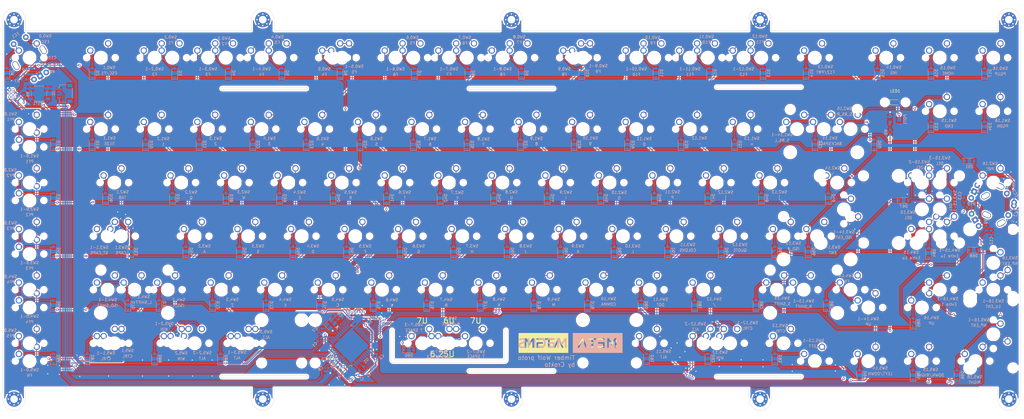
<source format=kicad_pcb>
(kicad_pcb (version 20171130) (host pcbnew "(5.1.2)-1")
  (layers (0 F.Cu signal) (31 B.Cu signal) (34 B.Paste user hide) (35 F.Paste user hide) (36 B.SilkS user) (37 F.SilkS user) (38 B.Mask user) (39 F.Mask user) (44 Edge.Cuts user))
  (net 0 "")
  (net 1 GND)
  (net 2 VCC)
  (net 3 "Net-(C6-Pad1)")
  (net 4 "Net-(C7-Pad1)")
  (net 5 "Net-(C8-Pad1)")
  (net 6 "Net-(C9-Pad1)")
  (net 7 "Net-(D1-Pad2)")
  (net 8 /r0)
  (net 9 "Net-(D2-Pad2)")
  (net 10 "Net-(D3-Pad2)")
  (net 11 "Net-(D4-Pad2)")
  (net 12 "Net-(D5-Pad2)")
  (net 13 "Net-(D6-Pad2)")
  (net 14 "Net-(D7-Pad2)")
  (net 15 "Net-(D8-Pad2)")
  (net 16 "Net-(D9-Pad2)")
  (net 17 "Net-(D10-Pad2)")
  (net 18 "Net-(D11-Pad2)")
  (net 19 "Net-(D12-Pad2)")
  (net 20 "Net-(D13-Pad2)")
  (net 21 "Net-(D14-Pad2)")
  (net 22 "Net-(D15-Pad2)")
  (net 23 "Net-(D16-Pad2)")
  (net 24 "Net-(D17-Pad2)")
  (net 25 /r1)
  (net 26 "Net-(D18-Pad2)")
  (net 27 "Net-(D19-Pad2)")
  (net 28 "Net-(D20-Pad2)")
  (net 29 "Net-(D21-Pad2)")
  (net 30 "Net-(D22-Pad2)")
  (net 31 "Net-(D23-Pad2)")
  (net 32 "Net-(D24-Pad2)")
  (net 33 "Net-(D25-Pad2)")
  (net 34 "Net-(D26-Pad2)")
  (net 35 "Net-(D27-Pad2)")
  (net 36 "Net-(D28-Pad2)")
  (net 37 "Net-(D29-Pad2)")
  (net 38 "Net-(D30-Pad2)")
  (net 39 "Net-(D31-Pad2)")
  (net 40 "Net-(D32-Pad2)")
  (net 41 "Net-(D33-Pad2)")
  (net 42 "Net-(D34-Pad2)")
  (net 43 "Net-(D35-Pad2)")
  (net 44 /r2)
  (net 45 "Net-(D36-Pad2)")
  (net 46 "Net-(D37-Pad2)")
  (net 47 "Net-(D38-Pad2)")
  (net 48 "Net-(D39-Pad2)")
  (net 49 "Net-(D40-Pad2)")
  (net 50 "Net-(D41-Pad2)")
  (net 51 "Net-(D42-Pad2)")
  (net 52 "Net-(D43-Pad2)")
  (net 53 "Net-(D44-Pad2)")
  (net 54 "Net-(D45-Pad2)")
  (net 55 "Net-(D46-Pad2)")
  (net 56 "Net-(D47-Pad2)")
  (net 57 "Net-(D48-Pad2)")
  (net 58 "Net-(D49-Pad2)")
  (net 59 "Net-(D50-Pad2)")
  (net 60 "Net-(D51-Pad2)")
  (net 61 /r3)
  (net 62 "Net-(D52-Pad2)")
  (net 63 "Net-(D53-Pad2)")
  (net 64 "Net-(D54-Pad2)")
  (net 65 "Net-(D55-Pad2)")
  (net 66 "Net-(D56-Pad2)")
  (net 67 "Net-(D57-Pad2)")
  (net 68 "Net-(D58-Pad2)")
  (net 69 "Net-(D59-Pad2)")
  (net 70 "Net-(D60-Pad2)")
  (net 71 "Net-(D61-Pad2)")
  (net 72 "Net-(D62-Pad2)")
  (net 73 "Net-(D63-Pad2)")
  (net 74 "Net-(D64-Pad2)")
  (net 75 "Net-(D65-Pad2)")
  (net 76 "Net-(D66-Pad2)")
  (net 77 "Net-(D67-Pad2)")
  (net 78 "Net-(D68-Pad2)")
  (net 79 "Net-(D69-Pad2)")
  (net 80 /r4)
  (net 81 "Net-(D70-Pad2)")
  (net 82 "Net-(D71-Pad2)")
  (net 83 "Net-(D72-Pad2)")
  (net 84 "Net-(D73-Pad2)")
  (net 85 "Net-(D74-Pad2)")
  (net 86 "Net-(D75-Pad2)")
  (net 87 "Net-(D76-Pad2)")
  (net 88 "Net-(D77-Pad2)")
  (net 89 "Net-(D78-Pad2)")
  (net 90 "Net-(D79-Pad2)")
  (net 91 "Net-(D80-Pad2)")
  (net 92 "Net-(D81-Pad2)")
  (net 93 "Net-(D82-Pad2)")
  (net 94 "Net-(D83-Pad2)")
  (net 95 "Net-(D84-Pad2)")
  (net 96 /r5)
  (net 97 "Net-(D85-Pad2)")
  (net 98 "Net-(D86-Pad2)")
  (net 99 "Net-(D87-Pad2)")
  (net 100 "Net-(D88-Pad2)")
  (net 101 "Net-(D89-Pad2)")
  (net 102 "Net-(D90-Pad2)")
  (net 103 "Net-(D91-Pad2)")
  (net 104 "Net-(D92-Pad2)")
  (net 105 "Net-(D93-Pad2)")
  (net 106 "Net-(D94-Pad2)")
  (net 107 "Net-(D95-Pad2)")
  (net 108 "Net-(EC1-PadA)")
  (net 109 "Net-(EC1-PadB)")
  (net 110 /c16)
  (net 111 /D-)
  (net 112 /D+)
  (net 113 /RES)
  (net 114 "Net-(LED1-Pad2)")
  (net 115 /rd-)
  (net 116 /rd+)
  (net 117 /c13)
  (net 118 /c8)
  (net 119 /c2)
  (net 120 /c3)
  (net 121 /c14)
  (net 122 /c9)
  (net 123 /c10)
  (net 124 /c4)
  (net 125 /c11)
  (net 126 /c7)
  (net 127 /c5)
  (net 128 /c6)
  (net 129 /c12)
  (net 130 /enc-)
  (net 131 /c15)
  (net 132 /enc+)
  (net 133 /c0)
  (net 134 /c1)
  (net 135 "Net-(EC2-1-PadA)")
  (net 136 "Net-(EC2-1-PadB)")
  (net 137 "Net-(POT1-Pad1)")
  (net 138 "Net-(R5-Pad2)")
  (net 139 "Net-(D96-Pad2)")
  (module keebs:m2.5_pad_via (layer F.Cu) (at 4 -4)
    (fp_text reference H1 hide)
    (fp_text value MountingHole_Pad)
    (pad 1 thru_hole circle (at 1.431891 -1.431891) (size 0.8 0.8) (drill 0.5) (layers *.Cu *.Mask) (net 1 GND))
    (pad 1 thru_hole circle (at 0 -2.025) (size 0.8 0.8) (drill 0.5) (layers *.Cu *.Mask) (net 1 GND))
    (pad 1 thru_hole circle (at -1.431891 -1.431891) (size 0.8 0.8) (drill 0.5) (layers *.Cu *.Mask) (net 1 GND))
    (pad 1 thru_hole circle (at -2.025 0) (size 0.8 0.8) (drill 0.5) (layers *.Cu *.Mask) (net 1 GND))
    (pad 1 thru_hole circle (at -1.431891 1.431891) (size 0.8 0.8) (drill 0.5) (layers *.Cu *.Mask) (net 1 GND))
    (pad 1 thru_hole circle (at 0 2.025) (size 0.8 0.8) (drill 0.5) (layers *.Cu *.Mask) (net 1 GND))
    (pad 1 thru_hole circle (at 1.431891 1.431891) (size 0.8 0.8) (drill 0.5) (layers *.Cu *.Mask) (net 1 GND))
    (pad 1 thru_hole circle (at 2.025 0) (size 0.8 0.8) (drill 0.5) (layers *.Cu *.Mask) (net 1 GND))
    (pad 1 thru_hole circle (at 0 0) (size 5.4 5.4) (drill 2.7) (layers *.Cu *.Mask) (net 1 GND))
  )
  (module keebs:m2.5_pad_via (layer F.Cu) (at 92.4875 -4)
    (fp_text reference H2 hide)
    (fp_text value MountingHole_Pad)
    (pad 1 thru_hole circle (at 1.431891 -1.431891) (size 0.8 0.8) (drill 0.5) (layers *.Cu *.Mask) (net 1 GND))
    (pad 1 thru_hole circle (at 0 -2.025) (size 0.8 0.8) (drill 0.5) (layers *.Cu *.Mask) (net 1 GND))
    (pad 1 thru_hole circle (at -1.431891 -1.431891) (size 0.8 0.8) (drill 0.5) (layers *.Cu *.Mask) (net 1 GND))
    (pad 1 thru_hole circle (at -2.025 0) (size 0.8 0.8) (drill 0.5) (layers *.Cu *.Mask) (net 1 GND))
    (pad 1 thru_hole circle (at -1.431891 1.431891) (size 0.8 0.8) (drill 0.5) (layers *.Cu *.Mask) (net 1 GND))
    (pad 1 thru_hole circle (at 0 2.025) (size 0.8 0.8) (drill 0.5) (layers *.Cu *.Mask) (net 1 GND))
    (pad 1 thru_hole circle (at 1.431891 1.431891) (size 0.8 0.8) (drill 0.5) (layers *.Cu *.Mask) (net 1 GND))
    (pad 1 thru_hole circle (at 2.025 0) (size 0.8 0.8) (drill 0.5) (layers *.Cu *.Mask) (net 1 GND))
    (pad 1 thru_hole circle (at 0 0) (size 5.4 5.4) (drill 2.7) (layers *.Cu *.Mask) (net 1 GND))
  )
  (module keebs:m2.5_pad_via (layer F.Cu) (at 180.975 -4)
    (fp_text reference H3 hide)
    (fp_text value MountingHole_Pad)
    (pad 1 thru_hole circle (at 1.431891 -1.431891) (size 0.8 0.8) (drill 0.5) (layers *.Cu *.Mask) (net 1 GND))
    (pad 1 thru_hole circle (at 0 -2.025) (size 0.8 0.8) (drill 0.5) (layers *.Cu *.Mask) (net 1 GND))
    (pad 1 thru_hole circle (at -1.431891 -1.431891) (size 0.8 0.8) (drill 0.5) (layers *.Cu *.Mask) (net 1 GND))
    (pad 1 thru_hole circle (at -2.025 0) (size 0.8 0.8) (drill 0.5) (layers *.Cu *.Mask) (net 1 GND))
    (pad 1 thru_hole circle (at -1.431891 1.431891) (size 0.8 0.8) (drill 0.5) (layers *.Cu *.Mask) (net 1 GND))
    (pad 1 thru_hole circle (at 0 2.025) (size 0.8 0.8) (drill 0.5) (layers *.Cu *.Mask) (net 1 GND))
    (pad 1 thru_hole circle (at 1.431891 1.431891) (size 0.8 0.8) (drill 0.5) (layers *.Cu *.Mask) (net 1 GND))
    (pad 1 thru_hole circle (at 2.025 0) (size 0.8 0.8) (drill 0.5) (layers *.Cu *.Mask) (net 1 GND))
    (pad 1 thru_hole circle (at 0 0) (size 5.4 5.4) (drill 2.7) (layers *.Cu *.Mask) (net 1 GND))
  )
  (module keebs:m2.5_pad_via (layer F.Cu) (at 269.4625 -4)
    (fp_text reference H4 hide)
    (fp_text value MountingHole_Pad)
    (pad 1 thru_hole circle (at 1.431891 -1.431891) (size 0.8 0.8) (drill 0.5) (layers *.Cu *.Mask) (net 1 GND))
    (pad 1 thru_hole circle (at 0 -2.025) (size 0.8 0.8) (drill 0.5) (layers *.Cu *.Mask) (net 1 GND))
    (pad 1 thru_hole circle (at -1.431891 -1.431891) (size 0.8 0.8) (drill 0.5) (layers *.Cu *.Mask) (net 1 GND))
    (pad 1 thru_hole circle (at -2.025 0) (size 0.8 0.8) (drill 0.5) (layers *.Cu *.Mask) (net 1 GND))
    (pad 1 thru_hole circle (at -1.431891 1.431891) (size 0.8 0.8) (drill 0.5) (layers *.Cu *.Mask) (net 1 GND))
    (pad 1 thru_hole circle (at 0 2.025) (size 0.8 0.8) (drill 0.5) (layers *.Cu *.Mask) (net 1 GND))
    (pad 1 thru_hole circle (at 1.431891 1.431891) (size 0.8 0.8) (drill 0.5) (layers *.Cu *.Mask) (net 1 GND))
    (pad 1 thru_hole circle (at 2.025 0) (size 0.8 0.8) (drill 0.5) (layers *.Cu *.Mask) (net 1 GND))
    (pad 1 thru_hole circle (at 0 0) (size 5.4 5.4) (drill 2.7) (layers *.Cu *.Mask) (net 1 GND))
  )
  (module keebs:m2.5_pad_via (layer F.Cu) (at 4 131)
    (fp_text reference H5 hide)
    (fp_text value MountingHole_Pad)
    (pad 1 thru_hole circle (at 1.431891 -1.431891) (size 0.8 0.8) (drill 0.5) (layers *.Cu *.Mask) (net 1 GND))
    (pad 1 thru_hole circle (at 0 -2.025) (size 0.8 0.8) (drill 0.5) (layers *.Cu *.Mask) (net 1 GND))
    (pad 1 thru_hole circle (at -1.431891 -1.431891) (size 0.8 0.8) (drill 0.5) (layers *.Cu *.Mask) (net 1 GND))
    (pad 1 thru_hole circle (at -2.025 0) (size 0.8 0.8) (drill 0.5) (layers *.Cu *.Mask) (net 1 GND))
    (pad 1 thru_hole circle (at -1.431891 1.431891) (size 0.8 0.8) (drill 0.5) (layers *.Cu *.Mask) (net 1 GND))
    (pad 1 thru_hole circle (at 0 2.025) (size 0.8 0.8) (drill 0.5) (layers *.Cu *.Mask) (net 1 GND))
    (pad 1 thru_hole circle (at 1.431891 1.431891) (size 0.8 0.8) (drill 0.5) (layers *.Cu *.Mask) (net 1 GND))
    (pad 1 thru_hole circle (at 2.025 0) (size 0.8 0.8) (drill 0.5) (layers *.Cu *.Mask) (net 1 GND))
    (pad 1 thru_hole circle (at 0 0) (size 5.4 5.4) (drill 2.7) (layers *.Cu *.Mask) (net 1 GND))
  )
  (module keebs:m2.5_pad_via (layer F.Cu) (at 92.4875 131)
    (fp_text reference H6 hide)
    (fp_text value MountingHole_Pad)
    (pad 1 thru_hole circle (at 1.431891 -1.431891) (size 0.8 0.8) (drill 0.5) (layers *.Cu *.Mask) (net 1 GND))
    (pad 1 thru_hole circle (at 0 -2.025) (size 0.8 0.8) (drill 0.5) (layers *.Cu *.Mask) (net 1 GND))
    (pad 1 thru_hole circle (at -1.431891 -1.431891) (size 0.8 0.8) (drill 0.5) (layers *.Cu *.Mask) (net 1 GND))
    (pad 1 thru_hole circle (at -2.025 0) (size 0.8 0.8) (drill 0.5) (layers *.Cu *.Mask) (net 1 GND))
    (pad 1 thru_hole circle (at -1.431891 1.431891) (size 0.8 0.8) (drill 0.5) (layers *.Cu *.Mask) (net 1 GND))
    (pad 1 thru_hole circle (at 0 2.025) (size 0.8 0.8) (drill 0.5) (layers *.Cu *.Mask) (net 1 GND))
    (pad 1 thru_hole circle (at 1.431891 1.431891) (size 0.8 0.8) (drill 0.5) (layers *.Cu *.Mask) (net 1 GND))
    (pad 1 thru_hole circle (at 2.025 0) (size 0.8 0.8) (drill 0.5) (layers *.Cu *.Mask) (net 1 GND))
    (pad 1 thru_hole circle (at 0 0) (size 5.4 5.4) (drill 2.7) (layers *.Cu *.Mask) (net 1 GND))
  )
  (module keebs:m2.5_pad_via (layer F.Cu) (at 180.975 131)
    (fp_text reference H7 hide)
    (fp_text value MountingHole_Pad)
    (pad 1 thru_hole circle (at 1.431891 -1.431891) (size 0.8 0.8) (drill 0.5) (layers *.Cu *.Mask) (net 1 GND))
    (pad 1 thru_hole circle (at 0 -2.025) (size 0.8 0.8) (drill 0.5) (layers *.Cu *.Mask) (net 1 GND))
    (pad 1 thru_hole circle (at -1.431891 -1.431891) (size 0.8 0.8) (drill 0.5) (layers *.Cu *.Mask) (net 1 GND))
    (pad 1 thru_hole circle (at -2.025 0) (size 0.8 0.8) (drill 0.5) (layers *.Cu *.Mask) (net 1 GND))
    (pad 1 thru_hole circle (at -1.431891 1.431891) (size 0.8 0.8) (drill 0.5) (layers *.Cu *.Mask) (net 1 GND))
    (pad 1 thru_hole circle (at 0 2.025) (size 0.8 0.8) (drill 0.5) (layers *.Cu *.Mask) (net 1 GND))
    (pad 1 thru_hole circle (at 1.431891 1.431891) (size 0.8 0.8) (drill 0.5) (layers *.Cu *.Mask) (net 1 GND))
    (pad 1 thru_hole circle (at 2.025 0) (size 0.8 0.8) (drill 0.5) (layers *.Cu *.Mask) (net 1 GND))
    (pad 1 thru_hole circle (at 0 0) (size 5.4 5.4) (drill 2.7) (layers *.Cu *.Mask) (net 1 GND))
  )
  (module keebs:m2.5_pad_via (layer F.Cu) (at 269.4625 131)
    (fp_text reference H8 hide)
    (fp_text value MountingHole_Pad)
    (pad 1 thru_hole circle (at 1.431891 -1.431891) (size 0.8 0.8) (drill 0.5) (layers *.Cu *.Mask) (net 1 GND))
    (pad 1 thru_hole circle (at 0 -2.025) (size 0.8 0.8) (drill 0.5) (layers *.Cu *.Mask) (net 1 GND))
    (pad 1 thru_hole circle (at -1.431891 -1.431891) (size 0.8 0.8) (drill 0.5) (layers *.Cu *.Mask) (net 1 GND))
    (pad 1 thru_hole circle (at -2.025 0) (size 0.8 0.8) (drill 0.5) (layers *.Cu *.Mask) (net 1 GND))
    (pad 1 thru_hole circle (at -1.431891 1.431891) (size 0.8 0.8) (drill 0.5) (layers *.Cu *.Mask) (net 1 GND))
    (pad 1 thru_hole circle (at 0 2.025) (size 0.8 0.8) (drill 0.5) (layers *.Cu *.Mask) (net 1 GND))
    (pad 1 thru_hole circle (at 1.431891 1.431891) (size 0.8 0.8) (drill 0.5) (layers *.Cu *.Mask) (net 1 GND))
    (pad 1 thru_hole circle (at 2.025 0) (size 0.8 0.8) (drill 0.5) (layers *.Cu *.Mask) (net 1 GND))
    (pad 1 thru_hole circle (at 0 0) (size 5.4 5.4) (drill 2.7) (layers *.Cu *.Mask) (net 1 GND))
  )
  (module keebs:m2.5_pad_via (layer F.Cu) (at 357.95 -4)
    (fp_text reference H9 hide)
    (fp_text value MountingHole_Pad)
    (pad 1 thru_hole circle (at 1.431891 -1.431891) (size 0.8 0.8) (drill 0.5) (layers *.Cu *.Mask) (net 1 GND))
    (pad 1 thru_hole circle (at 0 -2.025) (size 0.8 0.8) (drill 0.5) (layers *.Cu *.Mask) (net 1 GND))
    (pad 1 thru_hole circle (at -1.431891 -1.431891) (size 0.8 0.8) (drill 0.5) (layers *.Cu *.Mask) (net 1 GND))
    (pad 1 thru_hole circle (at -2.025 0) (size 0.8 0.8) (drill 0.5) (layers *.Cu *.Mask) (net 1 GND))
    (pad 1 thru_hole circle (at -1.431891 1.431891) (size 0.8 0.8) (drill 0.5) (layers *.Cu *.Mask) (net 1 GND))
    (pad 1 thru_hole circle (at 0 2.025) (size 0.8 0.8) (drill 0.5) (layers *.Cu *.Mask) (net 1 GND))
    (pad 1 thru_hole circle (at 1.431891 1.431891) (size 0.8 0.8) (drill 0.5) (layers *.Cu *.Mask) (net 1 GND))
    (pad 1 thru_hole circle (at 2.025 0) (size 0.8 0.8) (drill 0.5) (layers *.Cu *.Mask) (net 1 GND))
    (pad 1 thru_hole circle (at 0 0) (size 5.4 5.4) (drill 2.7) (layers *.Cu *.Mask) (net 1 GND))
  )
  (module keebs:m2.5_pad_via (layer F.Cu) (at 357.95 131)
    (fp_text reference H10 hide)
    (fp_text value MountingHole_Pad)
    (pad 1 thru_hole circle (at 1.431891 -1.431891) (size 0.8 0.8) (drill 0.5) (layers *.Cu *.Mask) (net 1 GND))
    (pad 1 thru_hole circle (at 0 -2.025) (size 0.8 0.8) (drill 0.5) (layers *.Cu *.Mask) (net 1 GND))
    (pad 1 thru_hole circle (at -1.431891 -1.431891) (size 0.8 0.8) (drill 0.5) (layers *.Cu *.Mask) (net 1 GND))
    (pad 1 thru_hole circle (at -2.025 0) (size 0.8 0.8) (drill 0.5) (layers *.Cu *.Mask) (net 1 GND))
    (pad 1 thru_hole circle (at -1.431891 1.431891) (size 0.8 0.8) (drill 0.5) (layers *.Cu *.Mask) (net 1 GND))
    (pad 1 thru_hole circle (at 0 2.025) (size 0.8 0.8) (drill 0.5) (layers *.Cu *.Mask) (net 1 GND))
    (pad 1 thru_hole circle (at 1.431891 1.431891) (size 0.8 0.8) (drill 0.5) (layers *.Cu *.Mask) (net 1 GND))
    (pad 1 thru_hole circle (at 2.025 0) (size 0.8 0.8) (drill 0.5) (layers *.Cu *.Mask) (net 1 GND))
    (pad 1 thru_hole circle (at 0 0) (size 5.4 5.4) (drill 2.7) (layers *.Cu *.Mask) (net 1 GND))
  )
  (module "logo:metamechs logo half" (layer B.Cu) (at 202 111 180)
    (fp_text reference G*** hide)
    (fp_text value LOGO hide)
  )
  (module "logo:metamechs logo half" (layer F.Cu) (at 202 111)
    (fp_text reference G*** hide)
    (fp_text value LOGO hide)
  )
  (module MX_SMK_2:MX_100 (layer F.Cu) (at 9.525 60.325)
    (fp_text reference SW2,0-1 (at 0 3.1) (layer B.SilkS) (effects (justify mirror)))
    (fp_text value PF2 (at 0 5.1) (layer B.SilkS) (effects (justify mirror)))
    (pad "" np_thru_hole circle (at 5.08 0 48) (size 1.72 1.72) (drill 1.72) (layers *.Cu *.Mask))
    (pad "" np_thru_hole circle (at -5.08 0 48) (size 1.72 1.72) (drill 1.72) (layers *.Cu *.Mask))
    (pad 1 thru_hole circle (at -3.81 -2.54) (size 2.25 2.25) (drill 1.5) (layers *.Cu B.Mask) (net 43 "Net-(D35-Pad2)"))
    (pad 2 thru_hole circle (at 2.54 -5.08) (size 2.25 2.25) (drill 1.5) (layers *.Cu B.Mask) (net 133 /c0))
    (pad "" np_thru_hole circle (at 0 0) (size 3.9878 3.9878) (drill 3.9878) (layers *.Cu *.Mask))
  )
  (module MX_SMK_2:MX_100 (layer F.Cu) (at 34.925 34.925)
    (fp_text reference SW1,1 (at 3 3.2) (layer B.SilkS) (effects (justify mirror)))
    (fp_text value TILDE (at 3 5.2) (layer B.SilkS) (effects (justify mirror)))
    (pad "" np_thru_hole circle (at 5.08 0 48) (size 1.72 1.72) (drill 1.72) (layers *.Cu *.Mask))
    (pad "" np_thru_hole circle (at -5.08 0 48) (size 1.72 1.72) (drill 1.72) (layers *.Cu *.Mask))
    (pad 1 thru_hole circle (at -3.81 -2.54) (size 2.25 2.25) (drill 1.5) (layers *.Cu B.Mask) (net 27 "Net-(D19-Pad2)"))
    (pad 2 thru_hole circle (at 2.54 -5.08) (size 2.25 2.25) (drill 1.5) (layers *.Cu B.Mask) (net 134 /c1))
    (pad "" np_thru_hole circle (at 0 0) (size 3.9878 3.9878) (drill 3.9878) (layers *.Cu *.Mask))
  )
  (module Capacitor_SMD:C_0603_1608Metric (layer B.Cu) (at 113 106.5 225)
    (fp_text reference C7 (at 1.202082 1.484924 225) (layer B.SilkS) (effects (justify mirror)))
    (fp_text value 22p)
    (pad 2 smd roundrect (at 0.7875 0 225) (size 0.875 0.95) (layers B.Cu B.Paste B.Mask) (net 1 GND))
    (pad 1 smd roundrect (at -0.7875 0 225) (size 0.875 0.95) (layers B.Cu B.Paste B.Mask) (net 4 "Net-(C7-Pad1)"))
  )
  (module keebs:EC11E (layer F.Cu) (at 352.425 63.5 30)
    (fp_text reference EC2 (at 9.583348 -1.048845 120) (layer B.SilkS) (effects (justify mirror)))
    (fp_text value EC11E)
    (pad A thru_hole circle (at -7.5 -2.5 30) (size 2 2) (drill 1) (layers *.Cu B.Mask) (net 135 "Net-(EC2-1-PadA)"))
    (pad C thru_hole rect (at -7.5 0 30) (size 2 2) (drill 1) (layers *.Cu B.Mask) (net 1 GND))
    (pad B thru_hole circle (at -7.5 2.5 30) (size 2 2) (drill 1) (layers *.Cu B.Mask) (net 136 "Net-(EC2-1-PadB)"))
    (pad MP thru_hole roundrect (at 0 -5.6 30) (size 3.2 2) (drill oval 2.8 1.5) (layers *.Cu B.Mask) (roundrect_rratio 0.5))
    (pad MP thru_hole roundrect (at 0 5.6 30) (size 3.2 2) (drill oval 2.8 1.5) (layers *.Cu B.Mask) (roundrect_rratio 0.5))
    (pad S2 thru_hole circle (at 7 -2.5 30) (size 2 2) (drill 1) (layers *.Cu B.Mask) (net 60 "Net-(D51-Pad2)"))
    (pad S1 thru_hole circle (at 7 2.5 30) (size 2 2) (drill 1) (layers *.Cu B.Mask) (net 110 /c16))
  )
  (module Crystal:Crystal_SMD_SeikoEpson_FA238-4Pin_3.2x2.5mm (layer B.Cu) (at 116.7 104.3 45)
    (fp_text reference Y1 (at 0.777817 2.474874 45) (layer B.SilkS) (effects (justify mirror)))
    (fp_text value 16M)
    (pad 4 smd rect (at -1.1 0.8 45) (size 1.4 1.2) (layers B.Cu B.Paste B.Mask) (net 1 GND))
    (pad 3 smd rect (at 1.1 0.8 45) (size 1.4 1.2) (layers B.Cu B.Paste B.Mask) (net 5 "Net-(C8-Pad1)"))
    (pad 2 smd rect (at 1.1 -0.8 45) (size 1.4 1.2) (layers B.Cu B.Paste B.Mask) (net 1 GND))
    (pad 1 smd rect (at -1.1 -0.8 45) (size 1.4 1.2) (layers B.Cu B.Paste B.Mask) (net 4 "Net-(C7-Pad1)"))
  )
  (module Package_QFP:TQFP-44_10x10mm_P0.8mm (layer B.Cu) (at 124 112 45)
    (fp_text reference U1 (at 0 7.450001 45) (layer B.SilkS) (effects (justify mirror)))
    (fp_text value ATMEGA32U4)
    (pad 44 smd rect (at -4 5.7 315) (size 1.5 0.55) (layers B.Cu B.Paste B.Mask) (net 2 VCC))
    (pad 43 smd rect (at -3.2 5.7 315) (size 1.5 0.55) (layers B.Cu B.Paste B.Mask) (net 1 GND))
    (pad 42 smd rect (at -2.4 5.7 315) (size 1.5 0.55) (layers B.Cu B.Paste B.Mask) (net 6 "Net-(C9-Pad1)"))
    (pad 41 smd rect (at -1.6 5.7 315) (size 1.5 0.55) (layers B.Cu B.Paste B.Mask) (net 131 /c15))
    (pad 40 smd rect (at -0.8 5.7 315) (size 1.5 0.55) (layers B.Cu B.Paste B.Mask) (net 121 /c14))
    (pad 39 smd rect (at 0 5.7 315) (size 1.5 0.55) (layers B.Cu B.Paste B.Mask) (net 117 /c13))
    (pad 38 smd rect (at 0.8 5.7 315) (size 1.5 0.55) (layers B.Cu B.Paste B.Mask) (net 129 /c12))
    (pad 37 smd rect (at 1.6 5.7 315) (size 1.5 0.55) (layers B.Cu B.Paste B.Mask) (net 125 /c11))
    (pad 36 smd rect (at 2.4 5.7 315) (size 1.5 0.55) (layers B.Cu B.Paste B.Mask) (net 123 /c10))
    (pad 35 smd rect (at 3.2 5.7 315) (size 1.5 0.55) (layers B.Cu B.Paste B.Mask) (net 1 GND))
    (pad 34 smd rect (at 4 5.7 315) (size 1.5 0.55) (layers B.Cu B.Paste B.Mask) (net 2 VCC))
    (pad 33 smd rect (at 5.7 4 45) (size 1.5 0.55) (layers B.Cu B.Paste B.Mask) (net 138 "Net-(R5-Pad2)"))
    (pad 32 smd rect (at 5.7 3.2 45) (size 1.5 0.55) (layers B.Cu B.Paste B.Mask) (net 122 /c9))
    (pad 31 smd rect (at 5.7 2.4 45) (size 1.5 0.55) (layers B.Cu B.Paste B.Mask) (net 118 /c8))
    (pad 30 smd rect (at 5.7 1.6 45) (size 1.5 0.55) (layers B.Cu B.Paste B.Mask) (net 126 /c7))
    (pad 29 smd rect (at 5.7 0.8 45) (size 1.5 0.55) (layers B.Cu B.Paste B.Mask) (net 128 /c6))
    (pad 28 smd rect (at 5.7 0 45) (size 1.5 0.55) (layers B.Cu B.Paste B.Mask) (net 96 /r5))
    (pad 27 smd rect (at 5.7 -0.8 45) (size 1.5 0.55) (layers B.Cu B.Paste B.Mask) (net 80 /r4))
    (pad 26 smd rect (at 5.7 -1.6 45) (size 1.5 0.55) (layers B.Cu B.Paste B.Mask) (net 61 /r3))
    (pad 25 smd rect (at 5.7 -2.4 45) (size 1.5 0.55) (layers B.Cu B.Paste B.Mask) (net 44 /r2))
    (pad 24 smd rect (at 5.7 -3.2 45) (size 1.5 0.55) (layers B.Cu B.Paste B.Mask) (net 2 VCC))
    (pad 23 smd rect (at 5.7 -4 45) (size 1.5 0.55) (layers B.Cu B.Paste B.Mask) (net 1 GND))
    (pad 22 smd rect (at 4 -5.7 315) (size 1.5 0.55) (layers B.Cu B.Paste B.Mask) (net 8 /r0))
    (pad 21 smd rect (at 3.2 -5.7 315) (size 1.5 0.55) (layers B.Cu B.Paste B.Mask) (net 25 /r1))
    (pad 20 smd rect (at 2.4 -5.7 315) (size 1.5 0.55) (layers B.Cu B.Paste B.Mask) (net 127 /c5))
    (pad 19 smd rect (at 1.6 -5.7 315) (size 1.5 0.55) (layers B.Cu B.Paste B.Mask) (net 124 /c4))
    (pad 18 smd rect (at 0.8 -5.7 315) (size 1.5 0.55) (layers B.Cu B.Paste B.Mask) (net 120 /c3))
    (pad 17 smd rect (at 0 -5.7 315) (size 1.5 0.55) (layers B.Cu B.Paste B.Mask) (net 5 "Net-(C8-Pad1)"))
    (pad 16 smd rect (at -0.8 -5.7 315) (size 1.5 0.55) (layers B.Cu B.Paste B.Mask) (net 4 "Net-(C7-Pad1)"))
    (pad 15 smd rect (at -1.6 -5.7 315) (size 1.5 0.55) (layers B.Cu B.Paste B.Mask) (net 1 GND))
    (pad 14 smd rect (at -2.4 -5.7 315) (size 1.5 0.55) (layers B.Cu B.Paste B.Mask) (net 2 VCC))
    (pad 13 smd rect (at -3.2 -5.7 315) (size 1.5 0.55) (layers B.Cu B.Paste B.Mask) (net 113 /RES))
    (pad 12 smd rect (at -4 -5.7 315) (size 1.5 0.55) (layers B.Cu B.Paste B.Mask) (net 119 /c2))
    (pad 11 smd rect (at -5.7 -4 45) (size 1.5 0.55) (layers B.Cu B.Paste B.Mask) (net 134 /c1))
    (pad 10 smd rect (at -5.7 -3.2 45) (size 1.5 0.55) (layers B.Cu B.Paste B.Mask) (net 133 /c0))
    (pad 9 smd rect (at -5.7 -2.4 45) (size 1.5 0.55) (layers B.Cu B.Paste B.Mask) (net 132 /enc+))
    (pad 8 smd rect (at -5.7 -1.6 45) (size 1.5 0.55) (layers B.Cu B.Paste B.Mask) (net 130 /enc-))
    (pad 7 smd rect (at -5.7 -0.8 45) (size 1.5 0.55) (layers B.Cu B.Paste B.Mask) (net 2 VCC))
    (pad 6 smd rect (at -5.7 0 45) (size 1.5 0.55) (layers B.Cu B.Paste B.Mask) (net 3 "Net-(C6-Pad1)"))
    (pad 5 smd rect (at -5.7 0.8 45) (size 1.5 0.55) (layers B.Cu B.Paste B.Mask) (net 1 GND))
    (pad 4 smd rect (at -5.7 1.6 45) (size 1.5 0.55) (layers B.Cu B.Paste B.Mask) (net 116 /rd+))
    (pad 3 smd rect (at -5.7 2.4 45) (size 1.5 0.55) (layers B.Cu B.Paste B.Mask) (net 115 /rd-))
    (pad 2 smd rect (at -5.7 3.2 45) (size 1.5 0.55) (layers B.Cu B.Paste B.Mask) (net 2 VCC))
    (pad 1 smd rect (at -5.7 4 45) (size 1.5 0.55) (layers B.Cu B.Paste B.Mask) (net 110 /c16))
  )
  (module keebs:PinHeader_2x03_P1.27mm_Vertical_center (layer F.Cu) (at 3 22.225 180)
    (fp_text reference J2 (at -2.3 -0.975 180) (layer B.SilkS) (effects (justify mirror)))
    (fp_text value Conn_02x03_Odd_Even)
    (pad 6 thru_hole rect (at 0.635 1.27 180) (size 1 1) (drill 0.65) (layers *.Cu B.Mask) (net 1 GND))
    (pad 5 thru_hole oval (at -0.635 1.27 180) (size 1 1) (drill 0.65) (layers *.Cu B.Mask) (net 113 /RES))
    (pad 4 thru_hole oval (at 0.635 0 180) (size 1 1) (drill 0.65) (layers *.Cu B.Mask) (net 133 /c0))
    (pad 3 thru_hole oval (at -0.635 0 180) (size 1 1) (drill 0.65) (layers *.Cu B.Mask) (net 132 /enc+))
    (pad 2 thru_hole oval (at 0.635 -1.27 180) (size 1 1) (drill 0.65) (layers *.Cu B.Mask) (net 2 VCC))
    (pad 1 thru_hole circle (at -0.635 -1.27 180) (size 1 1) (drill 0.65) (layers *.Cu B.Mask) (net 134 /c1))
  )
  (module Button_Switch_SMD:SW_SPST_SKQG_WithStem (layer B.Cu) (at 12.9 22.325 180)
    (fp_text reference RST1 (at 0.4 -3.475 180) (layer B.SilkS) (effects (justify mirror)))
    (fp_text value SW_PUSH)
    (pad 2 smd rect (at 3.1 -1.85 180) (size 1.8 1.1) (layers B.Cu B.Paste B.Mask) (net 113 /RES))
    (pad 2 smd rect (at -3.1 -1.85 180) (size 1.8 1.1) (layers B.Cu B.Paste B.Mask) (net 113 /RES))
    (pad 1 smd rect (at 3.1 1.85 180) (size 1.8 1.1) (layers B.Cu B.Paste B.Mask) (net 1 GND))
    (pad 1 smd rect (at -3.1 1.85 180) (size 1.8 1.1) (layers B.Cu B.Paste B.Mask) (net 1 GND))
  )
  (module keebs:EC11E (layer F.Cu) (at 9.525 9.525 120)
    (fp_text reference EC1 (at 9.462354 -0.339278 210) (layer B.SilkS) (effects (justify mirror)))
    (fp_text value EC11E)
    (pad A thru_hole circle (at -7.5 -2.5 120) (size 2 2) (drill 1) (layers *.Cu B.Mask) (net 108 "Net-(EC1-PadA)"))
    (pad C thru_hole rect (at -7.5 0 120) (size 2 2) (drill 1) (layers *.Cu B.Mask) (net 1 GND))
    (pad B thru_hole circle (at -7.5 2.5 120) (size 2 2) (drill 1) (layers *.Cu B.Mask) (net 109 "Net-(EC1-PadB)"))
    (pad MP thru_hole roundrect (at 0 -5.6 120) (size 3.2 2) (drill oval 2.8 1.5) (layers *.Cu B.Mask) (roundrect_rratio 0.5))
    (pad MP thru_hole roundrect (at 0 5.6 120) (size 3.2 2) (drill oval 2.8 1.5) (layers *.Cu B.Mask) (roundrect_rratio 0.5))
    (pad S2 thru_hole circle (at 7 -2.5 120) (size 2 2) (drill 1) (layers *.Cu B.Mask) (net 7 "Net-(D1-Pad2)"))
    (pad S1 thru_hole circle (at 7 2.5 120) (size 2 2) (drill 1) (layers *.Cu B.Mask) (net 133 /c0))
  )
  (module Connector_JST:JST_SH_SM04B-SRSS-TB_1x04-1MP_P1.00mm_Horizontal (layer B.Cu) (at 22 22.225 270)
    (fp_text reference J1 (at 0 3.98 270) (layer B.SilkS) (effects (justify mirror)))
    (fp_text value Conn_01x04)
    (pad MP smd roundrect (at 2.8 -1.875 270) (size 1.2 1.8) (layers B.Cu B.Paste B.Mask) (roundrect_rratio 0.208333))
    (pad MP smd roundrect (at -2.8 -1.875 270) (size 1.2 1.8) (layers B.Cu B.Paste B.Mask) (roundrect_rratio 0.208333))
    (pad 4 smd roundrect (at 1.5 2 270) (size 0.6 1.55) (layers B.Cu B.Paste B.Mask) (net 2 VCC))
    (pad 3 smd roundrect (at 0.5 2 270) (size 0.6 1.55) (layers B.Cu B.Paste B.Mask) (net 111 /D-))
    (pad 2 smd roundrect (at -0.5 2 270) (size 0.6 1.55) (layers B.Cu B.Paste B.Mask) (net 112 /D+))
    (pad 1 smd roundrect (at -1.5 2 270) (size 0.6 1.55) (layers B.Cu B.Paste B.Mask) (net 1 GND))
  )
  (module Capacitor_SMD:C_0603_1608Metric (layer B.Cu) (at 112.7 109.9 225)
    (fp_text reference C1 (at 2.404163 0 225) (layer B.SilkS) (effects (justify mirror)))
    (fp_text value 0.1u)
    (pad 2 smd roundrect (at 0.7875 0 225) (size 0.875 0.95) (layers B.Cu B.Paste B.Mask) (net 1 GND))
    (pad 1 smd roundrect (at -0.7875 0 225) (size 0.875 0.95) (layers B.Cu B.Paste B.Mask) (net 2 VCC))
  )
  (module Capacitor_SMD:C_0603_1608Metric (layer B.Cu) (at 128.7 103.2 45)
    (fp_text reference C2 (at 0.848528 1.414214 45) (layer B.SilkS) (effects (justify mirror)))
    (fp_text value 0.1u)
    (pad 2 smd roundrect (at 0.7875 0 45) (size 0.875 0.95) (layers B.Cu B.Paste B.Mask) (net 1 GND))
    (pad 1 smd roundrect (at -0.7875 0 45) (size 0.875 0.95) (layers B.Cu B.Paste B.Mask) (net 2 VCC))
  )
  (module Capacitor_SMD:C_0603_1608Metric (layer B.Cu) (at 132.5 115.6 225)
    (fp_text reference C3 (at -1.343503 -1.909188 225) (layer B.SilkS) (effects (justify mirror)))
    (fp_text value 0.1u)
    (pad 2 smd roundrect (at 0.7875 0 225) (size 0.875 0.95) (layers B.Cu B.Paste B.Mask) (net 1 GND))
    (pad 1 smd roundrect (at -0.7875 0 225) (size 0.875 0.95) (layers B.Cu B.Paste B.Mask) (net 2 VCC))
  )
  (module Capacitor_SMD:C_0603_1608Metric (layer B.Cu) (at 127.5 121.5 315)
    (fp_text reference C4 (at 1.484924 1.484924 315) (layer B.SilkS) (effects (justify mirror)))
    (fp_text value 0.1u)
    (pad 2 smd roundrect (at 0.7875 0 315) (size 0.875 0.95) (layers B.Cu B.Paste B.Mask) (net 1 GND))
    (pad 1 smd roundrect (at -0.7875 0 315) (size 0.875 0.95) (layers B.Cu B.Paste B.Mask) (net 2 VCC))
  )
  (module Capacitor_SMD:C_0603_1608Metric (layer B.Cu) (at 116.5 117.5 180)
    (fp_text reference C5 (at 2.2 0.7 180) (layer B.SilkS) (effects (justify mirror)))
    (fp_text value 1u)
    (pad 2 smd roundrect (at 0.7875 0 180) (size 0.875 0.95) (layers B.Cu B.Paste B.Mask) (net 1 GND))
    (pad 1 smd roundrect (at -0.7875 0 180) (size 0.875 0.95) (layers B.Cu B.Paste B.Mask) (net 2 VCC))
  )
  (module Capacitor_SMD:C_0603_1608Metric (layer B.Cu) (at 115.2 120.5 225)
    (fp_text reference C6 (at 1.272792 1.838478 225) (layer B.SilkS) (effects (justify mirror)))
    (fp_text value 1u)
    (pad 2 smd roundrect (at 0.7875 0 225) (size 0.875 0.95) (layers B.Cu B.Paste B.Mask) (net 1 GND))
    (pad 1 smd roundrect (at -0.7875 0 225) (size 0.875 0.95) (layers B.Cu B.Paste B.Mask) (net 3 "Net-(C6-Pad1)"))
  )
  (module Capacitor_SMD:C_0603_1608Metric (layer B.Cu) (at 118.943153 101.943153 135)
    (fp_text reference C8 (at 0 1.43 135) (layer B.SilkS) (effects (justify mirror)))
    (fp_text value 22p)
    (pad 2 smd roundrect (at 0.7875 0 135) (size 0.875 0.95) (layers B.Cu B.Paste B.Mask) (net 1 GND))
    (pad 1 smd roundrect (at -0.7875 0 135) (size 0.875 0.95) (layers B.Cu B.Paste B.Mask) (net 5 "Net-(C8-Pad1)"))
  )
  (module Capacitor_SMD:C_0603_1608Metric (layer B.Cu) (at 129 120 315)
    (fp_text reference C9 (at 2.262742 0.989949 315) (layer B.SilkS) (effects (justify mirror)))
    (fp_text value 0.1u)
    (pad 2 smd roundrect (at 0.7875 0 315) (size 0.875 0.95) (layers B.Cu B.Paste B.Mask) (net 1 GND))
    (pad 1 smd roundrect (at -0.7875 0 315) (size 0.875 0.95) (layers B.Cu B.Paste B.Mask) (net 6 "Net-(C9-Pad1)"))
  )
  (module Capacitor_SMD:C_0603_1608Metric (layer B.Cu) (at 8.2 15.4)
    (fp_text reference C10 (at 0.1 -1.6) (layer B.SilkS) (effects (justify mirror)))
    (fp_text value 0.1u)
    (pad 2 smd roundrect (at 0.7875 0) (size 0.875 0.95) (layers B.Cu B.Paste B.Mask) (net 1 GND))
    (pad 1 smd roundrect (at -0.7875 0) (size 0.875 0.95) (layers B.Cu B.Paste B.Mask) (net 132 /enc+))
  )
  (module Capacitor_SMD:C_0603_1608Metric (layer B.Cu) (at 17.6 11.4)
    (fp_text reference C11 (at 0 -1.9) (layer B.SilkS) (effects (justify mirror)))
    (fp_text value 0.1u)
    (pad 2 smd roundrect (at 0.7875 0) (size 0.875 0.95) (layers B.Cu B.Paste B.Mask) (net 130 /enc-))
    (pad 1 smd roundrect (at -0.7875 0) (size 0.875 0.95) (layers B.Cu B.Paste B.Mask) (net 1 GND))
  )
  (module Capacitor_SMD:C_0603_1608Metric (layer B.Cu) (at 351.7 71.8 90)
    (fp_text reference C12 (at -2.8 0 90) (layer B.SilkS) (effects (justify mirror)))
    (fp_text value 0.1u)
    (pad 2 smd roundrect (at 0.7875 0 90) (size 0.875 0.95) (layers B.Cu B.Paste B.Mask) (net 130 /enc-))
    (pad 1 smd roundrect (at -0.7875 0 90) (size 0.875 0.95) (layers B.Cu B.Paste B.Mask) (net 1 GND))
  )
  (module Capacitor_SMD:C_0603_1608Metric (layer B.Cu) (at 342 60.2 90)
    (fp_text reference C13 (at 1.6 -1.5 90) (layer B.SilkS) (effects (justify mirror)))
    (fp_text value 0.1u)
    (pad 2 smd roundrect (at 0.7875 0 90) (size 0.875 0.95) (layers B.Cu B.Paste B.Mask) (net 1 GND))
    (pad 1 smd roundrect (at -0.7875 0 90) (size 0.875 0.95) (layers B.Cu B.Paste B.Mask) (net 132 /enc+))
  )
  (module Resistor_SMD:R_0603_1608Metric (layer B.Cu) (at 119.7 121.3 225)
    (fp_text reference R1 (at 1.555635 -1.272792 225) (layer B.SilkS) (effects (justify mirror)))
    (fp_text value 22)
    (pad 2 smd roundrect (at 0.7875 0 225) (size 0.875 0.95) (layers B.Cu B.Paste B.Mask) (net 111 /D-))
    (pad 1 smd roundrect (at -0.7875 0 225) (size 0.875 0.95) (layers B.Cu B.Paste B.Mask) (net 115 /rd-))
  )
  (module Resistor_SMD:R_0603_1608Metric (layer B.Cu) (at 118.6 120.2 225)
    (fp_text reference R2 (at 0.070711 1.343503 225) (layer B.SilkS) (effects (justify mirror)))
    (fp_text value 22)
    (pad 2 smd roundrect (at 0.7875 0 225) (size 0.875 0.95) (layers B.Cu B.Paste B.Mask) (net 112 /D+))
    (pad 1 smd roundrect (at -0.7875 0 225) (size 0.875 0.95) (layers B.Cu B.Paste B.Mask) (net 116 /rd+))
  )
  (module Resistor_SMD:R_0603_1608Metric (layer B.Cu) (at 7.5 23.5 90)
    (fp_text reference R6 (at 0.9 1.43 90) (layer B.SilkS) (effects (justify mirror)))
    (fp_text value 10K)
    (pad 2 smd roundrect (at 0.7875 0 90) (size 0.875 0.95) (layers B.Cu B.Paste B.Mask) (net 2 VCC))
    (pad 1 smd roundrect (at -0.7875 0 90) (size 0.875 0.95) (layers B.Cu B.Paste B.Mask) (net 113 /RES))
  )
  (module Resistor_SMD:R_0603_1608Metric (layer B.Cu) (at 7.5 17.3 180)
    (fp_text reference R7 (at 2.4 -0.6 180) (layer B.SilkS) (effects (justify mirror)))
    (fp_text value 10K)
    (pad 2 smd roundrect (at 0.7875 0 180) (size 0.875 0.95) (layers B.Cu B.Paste B.Mask) (net 132 /enc+))
    (pad 1 smd roundrect (at -0.7875 0 180) (size 0.875 0.95) (layers B.Cu B.Paste B.Mask) (net 108 "Net-(EC1-PadA)"))
  )
  (module Resistor_SMD:R_0603_1608Metric (layer B.Cu) (at 17.6 13 180)
    (fp_text reference R8 (at 0 -1.5 180) (layer B.SilkS) (effects (justify mirror)))
    (fp_text value 10K)
    (pad 2 smd roundrect (at 0.7875 0 180) (size 0.875 0.95) (layers B.Cu B.Paste B.Mask) (net 109 "Net-(EC1-PadB)"))
    (pad 1 smd roundrect (at -0.7875 0 180) (size 0.875 0.95) (layers B.Cu B.Paste B.Mask) (net 130 /enc-))
  )
  (module Resistor_SMD:R_0603_1608Metric (layer B.Cu) (at 349.9 70.2 90)
    (fp_text reference R9 (at 2.4 0 90) (layer B.SilkS) (effects (justify mirror)))
    (fp_text value 10K)
    (pad 2 smd roundrect (at 0.7875 0 90) (size 0.875 0.95) (layers B.Cu B.Paste B.Mask) (net 136 "Net-(EC2-1-PadB)"))
    (pad 1 smd roundrect (at -0.7875 0 90) (size 0.875 0.95) (layers B.Cu B.Paste B.Mask) (net 130 /enc-))
  )
  (module Resistor_SMD:R_0603_1608Metric (layer B.Cu) (at 343.9 62.8 180)
    (fp_text reference R10 (at -0.8 1.2 180) (layer B.SilkS) (effects (justify mirror)))
    (fp_text value 10K)
    (pad 2 smd roundrect (at 0.7875 0 180) (size 0.875 0.95) (layers B.Cu B.Paste B.Mask) (net 132 /enc+))
    (pad 1 smd roundrect (at -0.7875 0 180) (size 0.875 0.95) (layers B.Cu B.Paste B.Mask) (net 135 "Net-(EC2-1-PadA)"))
  )
  (module keebs:EC11E (layer F.Cu) (at 352.425 60.325 335)
    (fp_text reference EC2-1 (at 9.360378 1.676178 65) (layer B.SilkS) (effects (justify mirror)))
    (fp_text value EC11E)
    (pad A thru_hole circle (at -7.5 -2.5 335) (size 2 2) (drill 1) (layers *.Cu B.Mask) (net 135 "Net-(EC2-1-PadA)"))
    (pad C thru_hole rect (at -7.5 0 335) (size 2 2) (drill 1) (layers *.Cu B.Mask) (net 1 GND))
    (pad B thru_hole circle (at -7.5 2.5 335) (size 2 2) (drill 1) (layers *.Cu B.Mask) (net 136 "Net-(EC2-1-PadB)"))
    (pad MP thru_hole roundrect (at 0 -5.6 335) (size 3.2 2) (drill oval 2.8 1.5) (layers *.Cu B.Mask) (roundrect_rratio 0.5))
    (pad MP thru_hole roundrect (at 0 5.6 335) (size 3.2 2) (drill oval 2.8 1.5) (layers *.Cu B.Mask) (roundrect_rratio 0.5))
    (pad S2 thru_hole circle (at 7 -2.5 335) (size 2 2) (drill 1) (layers *.Cu B.Mask) (net 110 /c16))
    (pad S1 thru_hole circle (at 7 2.5 335) (size 2 2) (drill 1) (layers *.Cu B.Mask) (net 60 "Net-(D51-Pad2)"))
  )
  (module keebs:LED_0805_lightpipe (layer F.Cu) (at 317.5 25.4)
    (fp_text reference LED1 (at 0 -4) (layer F.SilkS))
    (fp_text value "3V 5mA")
    (pad "" np_thru_hole circle (at -3.7 0) (size 2.57 2.57) (drill 2.57) (layers *.Cu *.Mask))
    (pad "" np_thru_hole circle (at 3.7 0) (size 2.57 2.57) (drill 2.57) (layers *.Cu *.Mask))
    (pad 2 smd roundrect (at 0.9625 0) (size 1.325 1.3) (layers F.Cu F.Paste F.Mask) (roundrect_rratio 0.192308) (net 114 "Net-(LED1-Pad2)"))
    (pad 1 smd roundrect (at -0.9625 0) (size 1.325 1.3) (layers F.Cu F.Paste F.Mask) (roundrect_rratio 0.192308) (net 1 GND))
  )
  (module digikey-footprints:Trimpot_3.8mmx3.6mm_TC33X-2-103E (layer B.Cu) (at 317.5 31.5 90)
    (fp_text reference POT1 (at 0 3.54 90) (layer B.SilkS) (effects (justify mirror)))
    (fp_text value TC33X-2-103E)
    (pad 3 smd rect (at 1 -1.8 90) (size 1.2 1.2) (layers B.Cu B.Paste B.Mask) (net 1 GND))
    (pad 1 smd rect (at -1 -1.8 90) (size 1.2 1.2) (layers B.Cu B.Paste B.Mask) (net 137 "Net-(POT1-Pad1)"))
    (pad 2 smd rect (at 0 1.45 90) (size 1.6 1.5) (layers B.Cu B.Paste B.Mask) (net 114 "Net-(LED1-Pad2)"))
  )
  (module Resistor_SMD:R_0603_1608Metric (layer B.Cu) (at 315.7 36 270)
    (fp_text reference R5 (at 0 1.43 270) (layer B.SilkS) (effects (justify mirror)))
    (fp_text value 440)
    (pad 2 smd roundrect (at 0.7875 0 270) (size 0.875 0.95) (layers B.Cu B.Paste B.Mask) (net 138 "Net-(R5-Pad2)"))
    (pad 1 smd roundrect (at -0.7875 0 270) (size 0.875 0.95) (layers B.Cu B.Paste B.Mask) (net 137 "Net-(POT1-Pad1)"))
  )
  (module MX_SMK_2:MX_100 (layer F.Cu) (at 314.325 9.525)
    (fp_text reference SW0,14 (at 2.7 3.4) (layer B.SilkS) (effects (justify mirror)))
    (fp_text value INS (at 2.7 5.4) (layer B.SilkS) (effects (justify mirror)))
    (pad "" np_thru_hole circle (at 5.08 0 48) (size 1.72 1.72) (drill 1.72) (layers *.Cu *.Mask))
    (pad "" np_thru_hole circle (at -5.08 0 48) (size 1.72 1.72) (drill 1.72) (layers *.Cu *.Mask))
    (pad 1 thru_hole circle (at -3.81 -2.54) (size 2.25 2.25) (drill 1.5) (layers *.Cu B.Mask) (net 22 "Net-(D15-Pad2)"))
    (pad 2 thru_hole circle (at 2.54 -5.08) (size 2.25 2.25) (drill 1.5) (layers *.Cu B.Mask) (net 121 /c14))
    (pad "" np_thru_hole circle (at 0 0) (size 3.9878 3.9878) (drill 3.9878) (layers *.Cu *.Mask))
  )
  (module MX_SMK_2:MX_100 (layer F.Cu) (at 352.425 9.525)
    (fp_text reference SW0,16 (at 2.5 3.8) (layer B.SilkS) (effects (justify mirror)))
    (fp_text value PGUP (at 2.5 5.8) (layer B.SilkS) (effects (justify mirror)))
    (pad "" np_thru_hole circle (at 5.08 0 48) (size 1.72 1.72) (drill 1.72) (layers *.Cu *.Mask))
    (pad "" np_thru_hole circle (at -5.08 0 48) (size 1.72 1.72) (drill 1.72) (layers *.Cu *.Mask))
    (pad 1 thru_hole circle (at -3.81 -2.54) (size 2.25 2.25) (drill 1.5) (layers *.Cu B.Mask) (net 24 "Net-(D17-Pad2)"))
    (pad 2 thru_hole circle (at 2.54 -5.08) (size 2.25 2.25) (drill 1.5) (layers *.Cu B.Mask) (net 110 /c16))
    (pad "" np_thru_hole circle (at 0 0) (size 3.9878 3.9878) (drill 3.9878) (layers *.Cu *.Mask))
  )
  (module MX_SMK_2:MX_100 (layer F.Cu) (at 333.375 9.525)
    (fp_text reference SW0,15 (at 2.9 3.6) (layer B.SilkS) (effects (justify mirror)))
    (fp_text value HOME (at 2.9 5.6) (layer B.SilkS) (effects (justify mirror)))
    (pad "" np_thru_hole circle (at 5.08 0 48) (size 1.72 1.72) (drill 1.72) (layers *.Cu *.Mask))
    (pad "" np_thru_hole circle (at -5.08 0 48) (size 1.72 1.72) (drill 1.72) (layers *.Cu *.Mask))
    (pad 1 thru_hole circle (at -3.81 -2.54) (size 2.25 2.25) (drill 1.5) (layers *.Cu B.Mask) (net 23 "Net-(D16-Pad2)"))
    (pad 2 thru_hole circle (at 2.54 -5.08) (size 2.25 2.25) (drill 1.5) (layers *.Cu B.Mask) (net 131 /c15))
    (pad "" np_thru_hole circle (at 0 0) (size 3.9878 3.9878) (drill 3.9878) (layers *.Cu *.Mask))
  )
  (module MX_SMK_2:MX_100 (layer F.Cu) (at 146.05 9.525)
    (fp_text reference SW0,6 (at -0.3 -7.2) (layer B.SilkS) (effects (justify mirror)))
    (fp_text value F5 (at -0.3 -5.2) (layer B.SilkS) (effects (justify mirror)))
    (pad "" np_thru_hole circle (at 5.08 0 48) (size 1.72 1.72) (drill 1.72) (layers *.Cu *.Mask))
    (pad "" np_thru_hole circle (at -5.08 0 48) (size 1.72 1.72) (drill 1.72) (layers *.Cu *.Mask))
    (pad 1 thru_hole circle (at -3.81 -2.54) (size 2.25 2.25) (drill 1.5) (layers *.Cu B.Mask) (net 14 "Net-(D7-Pad2)"))
    (pad 2 thru_hole circle (at 2.54 -5.08) (size 2.25 2.25) (drill 1.5) (layers *.Cu B.Mask) (net 128 /c6))
    (pad "" np_thru_hole circle (at 0 0) (size 3.9878 3.9878) (drill 3.9878) (layers *.Cu *.Mask))
  )
  (module MX_SMK_2:MX_100 (layer F.Cu) (at 98.425 9.525)
    (fp_text reference SW0,4 (at -0.7 -7.4) (layer B.SilkS) (effects (justify mirror)))
    (fp_text value F3 (at -0.7 -5.4) (layer B.SilkS) (effects (justify mirror)))
    (pad "" np_thru_hole circle (at 5.08 0 48) (size 1.72 1.72) (drill 1.72) (layers *.Cu *.Mask))
    (pad "" np_thru_hole circle (at -5.08 0 48) (size 1.72 1.72) (drill 1.72) (layers *.Cu *.Mask))
    (pad 1 thru_hole circle (at -3.81 -2.54) (size 2.25 2.25) (drill 1.5) (layers *.Cu B.Mask) (net 12 "Net-(D5-Pad2)"))
    (pad 2 thru_hole circle (at 2.54 -5.08) (size 2.25 2.25) (drill 1.5) (layers *.Cu B.Mask) (net 124 /c4))
    (pad "" np_thru_hole circle (at 0 0) (size 3.9878 3.9878) (drill 3.9878) (layers *.Cu *.Mask))
  )
  (module MX_SMK_2:MX_100 (layer F.Cu) (at 250.825 9.525)
    (fp_text reference SW0,11 (at -0.5 -7.5) (layer B.SilkS) (effects (justify mirror)))
    (fp_text value F10 (at -0.5 -5.5) (layer B.SilkS) (effects (justify mirror)))
    (pad "" np_thru_hole circle (at 5.08 0 48) (size 1.72 1.72) (drill 1.72) (layers *.Cu *.Mask))
    (pad "" np_thru_hole circle (at -5.08 0 48) (size 1.72 1.72) (drill 1.72) (layers *.Cu *.Mask))
    (pad 1 thru_hole circle (at -3.81 -2.54) (size 2.25 2.25) (drill 1.5) (layers *.Cu B.Mask) (net 19 "Net-(D12-Pad2)"))
    (pad 2 thru_hole circle (at 2.54 -5.08) (size 2.25 2.25) (drill 1.5) (layers *.Cu B.Mask) (net 125 /c11))
    (pad "" np_thru_hole circle (at 0 0) (size 3.9878 3.9878) (drill 3.9878) (layers *.Cu *.Mask))
  )
  (module MX_SMK_2:MX_100 (layer F.Cu) (at 269.875 9.525)
    (fp_text reference SW0,12 (at -0.5 -7.6) (layer B.SilkS) (effects (justify mirror)))
    (fp_text value F11 (at -0.5 -5.6) (layer B.SilkS) (effects (justify mirror)))
    (pad "" np_thru_hole circle (at 5.08 0 48) (size 1.72 1.72) (drill 1.72) (layers *.Cu *.Mask))
    (pad "" np_thru_hole circle (at -5.08 0 48) (size 1.72 1.72) (drill 1.72) (layers *.Cu *.Mask))
    (pad 1 thru_hole circle (at -3.81 -2.54) (size 2.25 2.25) (drill 1.5) (layers *.Cu B.Mask) (net 20 "Net-(D13-Pad2)"))
    (pad 2 thru_hole circle (at 2.54 -5.08) (size 2.25 2.25) (drill 1.5) (layers *.Cu B.Mask) (net 129 /c12))
    (pad "" np_thru_hole circle (at 0 0) (size 3.9878 3.9878) (drill 3.9878) (layers *.Cu *.Mask))
  )
  (module MX_SMK_2:MX_100 (layer F.Cu) (at 184.15 9.525)
    (fp_text reference SW0,8 (at -0.4 -7.4) (layer B.SilkS) (effects (justify mirror)))
    (fp_text value F7 (at -0.4 -5.4) (layer B.SilkS) (effects (justify mirror)))
    (pad "" np_thru_hole circle (at 5.08 0 48) (size 1.72 1.72) (drill 1.72) (layers *.Cu *.Mask))
    (pad "" np_thru_hole circle (at -5.08 0 48) (size 1.72 1.72) (drill 1.72) (layers *.Cu *.Mask))
    (pad 1 thru_hole circle (at -3.81 -2.54) (size 2.25 2.25) (drill 1.5) (layers *.Cu B.Mask) (net 16 "Net-(D9-Pad2)"))
    (pad 2 thru_hole circle (at 2.54 -5.08) (size 2.25 2.25) (drill 1.5) (layers *.Cu B.Mask) (net 118 /c8))
    (pad "" np_thru_hole circle (at 0 0) (size 3.9878 3.9878) (drill 3.9878) (layers *.Cu *.Mask))
  )
  (module MX_SMK_2:MX_100 (layer F.Cu) (at 231.775 9.525)
    (fp_text reference SW0,10 (at -0.5 -7.2) (layer B.SilkS) (effects (justify mirror)))
    (fp_text value F9 (at -0.5 -5.2) (layer B.SilkS) (effects (justify mirror)))
    (pad "" np_thru_hole circle (at 5.08 0 48) (size 1.72 1.72) (drill 1.72) (layers *.Cu *.Mask))
    (pad "" np_thru_hole circle (at -5.08 0 48) (size 1.72 1.72) (drill 1.72) (layers *.Cu *.Mask))
    (pad 1 thru_hole circle (at -3.81 -2.54) (size 2.25 2.25) (drill 1.5) (layers *.Cu B.Mask) (net 18 "Net-(D11-Pad2)"))
    (pad 2 thru_hole circle (at 2.54 -5.08) (size 2.25 2.25) (drill 1.5) (layers *.Cu B.Mask) (net 123 /c10))
    (pad "" np_thru_hole circle (at 0 0) (size 3.9878 3.9878) (drill 3.9878) (layers *.Cu *.Mask))
  )
  (module MX_SMK_2:MX_100 (layer F.Cu) (at 60.325 9.525)
    (fp_text reference SW0,2 (at -0.6 -7.3) (layer B.SilkS) (effects (justify mirror)))
    (fp_text value F1 (at -0.6 -5.3) (layer B.SilkS) (effects (justify mirror)))
    (pad "" np_thru_hole circle (at 5.08 0 48) (size 1.72 1.72) (drill 1.72) (layers *.Cu *.Mask))
    (pad "" np_thru_hole circle (at -5.08 0 48) (size 1.72 1.72) (drill 1.72) (layers *.Cu *.Mask))
    (pad 1 thru_hole circle (at -3.81 -2.54) (size 2.25 2.25) (drill 1.5) (layers *.Cu B.Mask) (net 10 "Net-(D3-Pad2)"))
    (pad 2 thru_hole circle (at 2.54 -5.08) (size 2.25 2.25) (drill 1.5) (layers *.Cu B.Mask) (net 119 /c2))
    (pad "" np_thru_hole circle (at 0 0) (size 3.9878 3.9878) (drill 3.9878) (layers *.Cu *.Mask))
  )
  (module MX_SMK_2:MX_100 (layer F.Cu) (at 203.2 9.525)
    (fp_text reference SW0,9 (at -3.4 4) (layer B.SilkS) (effects (justify mirror)))
    (fp_text value F8 (at -3.4 6) (layer B.SilkS) (effects (justify mirror)))
    (pad "" np_thru_hole circle (at 5.08 0 48) (size 1.72 1.72) (drill 1.72) (layers *.Cu *.Mask))
    (pad "" np_thru_hole circle (at -5.08 0 48) (size 1.72 1.72) (drill 1.72) (layers *.Cu *.Mask))
    (pad 1 thru_hole circle (at -3.81 -2.54) (size 2.25 2.25) (drill 1.5) (layers *.Cu B.Mask) (net 17 "Net-(D10-Pad2)"))
    (pad 2 thru_hole circle (at 2.54 -5.08) (size 2.25 2.25) (drill 1.5) (layers *.Cu B.Mask) (net 122 /c9))
    (pad "" np_thru_hole circle (at 0 0) (size 3.9878 3.9878) (drill 3.9878) (layers *.Cu *.Mask))
  )
  (module MX_SMK_2:MX_100 (layer F.Cu) (at 79.375 9.525)
    (fp_text reference SW0,3 (at -0.6 -6.9) (layer B.SilkS) (effects (justify mirror)))
    (fp_text value F2 (at -0.6 -4.9) (layer B.SilkS) (effects (justify mirror)))
    (pad "" np_thru_hole circle (at 5.08 0 48) (size 1.72 1.72) (drill 1.72) (layers *.Cu *.Mask))
    (pad "" np_thru_hole circle (at -5.08 0 48) (size 1.72 1.72) (drill 1.72) (layers *.Cu *.Mask))
    (pad 1 thru_hole circle (at -3.81 -2.54) (size 2.25 2.25) (drill 1.5) (layers *.Cu B.Mask) (net 11 "Net-(D4-Pad2)"))
    (pad 2 thru_hole circle (at 2.54 -5.08) (size 2.25 2.25) (drill 1.5) (layers *.Cu B.Mask) (net 120 /c3))
    (pad "" np_thru_hole circle (at 0 0) (size 3.9878 3.9878) (drill 3.9878) (layers *.Cu *.Mask))
  )
  (module MX_SMK_2:MX_100 (layer F.Cu) (at 165.1 9.525)
    (fp_text reference SW0,7 (at -0.7 -7.2) (layer B.SilkS) (effects (justify mirror)))
    (fp_text value F6 (at -0.7 -5.2) (layer B.SilkS) (effects (justify mirror)))
    (pad "" np_thru_hole circle (at 5.08 0 48) (size 1.72 1.72) (drill 1.72) (layers *.Cu *.Mask))
    (pad "" np_thru_hole circle (at -5.08 0 48) (size 1.72 1.72) (drill 1.72) (layers *.Cu *.Mask))
    (pad 1 thru_hole circle (at -3.81 -2.54) (size 2.25 2.25) (drill 1.5) (layers *.Cu B.Mask) (net 15 "Net-(D8-Pad2)"))
    (pad 2 thru_hole circle (at 2.54 -5.08) (size 2.25 2.25) (drill 1.5) (layers *.Cu B.Mask) (net 126 /c7))
    (pad "" np_thru_hole circle (at 0 0) (size 3.9878 3.9878) (drill 3.9878) (layers *.Cu *.Mask))
  )
  (module MX_SMK_2:MX_100 (layer F.Cu) (at 34.925 9.525)
    (fp_text reference SW0,1 (at 2.9 3.5) (layer B.SilkS) (effects (justify mirror)))
    (fp_text value ESC/F1 (at 2.9 5.5) (layer B.SilkS) (effects (justify mirror)))
    (pad "" np_thru_hole circle (at 5.08 0 48) (size 1.72 1.72) (drill 1.72) (layers *.Cu *.Mask))
    (pad "" np_thru_hole circle (at -5.08 0 48) (size 1.72 1.72) (drill 1.72) (layers *.Cu *.Mask))
    (pad 1 thru_hole circle (at -3.81 -2.54) (size 2.25 2.25) (drill 1.5) (layers *.Cu B.Mask) (net 9 "Net-(D2-Pad2)"))
    (pad 2 thru_hole circle (at 2.54 -5.08) (size 2.25 2.25) (drill 1.5) (layers *.Cu B.Mask) (net 134 /c1))
    (pad "" np_thru_hole circle (at 0 0) (size 3.9878 3.9878) (drill 3.9878) (layers *.Cu *.Mask))
  )
  (module MX_SMK_2:MX_100 (layer F.Cu) (at 117.475 9.525)
    (fp_text reference SW0,5 (at -3.1 4) (layer B.SilkS) (effects (justify mirror)))
    (fp_text value F4 (at -3.1 6) (layer B.SilkS) (effects (justify mirror)))
    (pad "" np_thru_hole circle (at 5.08 0 48) (size 1.72 1.72) (drill 1.72) (layers *.Cu *.Mask))
    (pad "" np_thru_hole circle (at -5.08 0 48) (size 1.72 1.72) (drill 1.72) (layers *.Cu *.Mask))
    (pad 1 thru_hole circle (at -3.81 -2.54) (size 2.25 2.25) (drill 1.5) (layers *.Cu B.Mask) (net 13 "Net-(D6-Pad2)"))
    (pad 2 thru_hole circle (at 2.54 -5.08) (size 2.25 2.25) (drill 1.5) (layers *.Cu B.Mask) (net 127 /c5))
    (pad "" np_thru_hole circle (at 0 0) (size 3.9878 3.9878) (drill 3.9878) (layers *.Cu *.Mask))
  )
  (module MX_SMK_2:MX_100 (layer F.Cu) (at 9.525 9.525)
    (fp_text reference SW0,0 (at 5.6 -7.7) (layer B.SilkS) (effects (justify mirror)))
    (fp_text value ESC (at 5.6 -5.7) (layer B.SilkS) (effects (justify mirror)))
    (pad "" np_thru_hole circle (at 5.08 0 48) (size 1.72 1.72) (drill 1.72) (layers *.Cu *.Mask))
    (pad "" np_thru_hole circle (at -5.08 0 48) (size 1.72 1.72) (drill 1.72) (layers *.Cu *.Mask))
    (pad 1 thru_hole circle (at -3.81 -2.54) (size 2.25 2.25) (drill 1.5) (layers *.Cu B.Mask) (net 7 "Net-(D1-Pad2)"))
    (pad 2 thru_hole circle (at 2.54 -5.08) (size 2.25 2.25) (drill 1.5) (layers *.Cu B.Mask) (net 133 /c0))
    (pad "" np_thru_hole circle (at 0 0) (size 3.9878 3.9878) (drill 3.9878) (layers *.Cu *.Mask))
  )
  (module MX_SMK_2:MX_100 (layer F.Cu) (at 288.925 9.525)
    (fp_text reference SW0,13 (at 3.8 3.2) (layer B.SilkS) (effects (justify mirror)))
    (fp_text value F12/PRT (at 3.8 5.2) (layer B.SilkS) (effects (justify mirror)))
    (pad "" np_thru_hole circle (at 5.08 0 48) (size 1.72 1.72) (drill 1.72) (layers *.Cu *.Mask))
    (pad "" np_thru_hole circle (at -5.08 0 48) (size 1.72 1.72) (drill 1.72) (layers *.Cu *.Mask))
    (pad 1 thru_hole circle (at -3.81 -2.54) (size 2.25 2.25) (drill 1.5) (layers *.Cu B.Mask) (net 21 "Net-(D14-Pad2)"))
    (pad 2 thru_hole circle (at 2.54 -5.08) (size 2.25 2.25) (drill 1.5) (layers *.Cu B.Mask) (net 117 /c13))
    (pad "" np_thru_hole circle (at 0 0) (size 3.9878 3.9878) (drill 3.9878) (layers *.Cu *.Mask))
  )
  (module MX_SMK_2:MX_100 (layer F.Cu) (at 206.375 34.925)
    (fp_text reference SW1,10 (at 2.7 3.2) (layer B.SilkS) (effects (justify mirror)))
    (fp_text value 9 (at 2.7 5.2) (layer B.SilkS) (effects (justify mirror)))
    (pad "" np_thru_hole circle (at 5.08 0 48) (size 1.72 1.72) (drill 1.72) (layers *.Cu *.Mask))
    (pad "" np_thru_hole circle (at -5.08 0 48) (size 1.72 1.72) (drill 1.72) (layers *.Cu *.Mask))
    (pad 1 thru_hole circle (at -3.81 -2.54) (size 2.25 2.25) (drill 1.5) (layers *.Cu B.Mask) (net 36 "Net-(D28-Pad2)"))
    (pad 2 thru_hole circle (at 2.54 -5.08) (size 2.25 2.25) (drill 1.5) (layers *.Cu B.Mask) (net 123 /c10))
    (pad "" np_thru_hole circle (at 0 0) (size 3.9878 3.9878) (drill 3.9878) (layers *.Cu *.Mask))
  )
  (module MX_SMK_2:MX_100 (layer F.Cu) (at 53.975 34.925)
    (fp_text reference SW1,2 (at 3.1 3.4) (layer B.SilkS) (effects (justify mirror)))
    (fp_text value 1 (at 3.1 5.4) (layer B.SilkS) (effects (justify mirror)))
    (pad "" np_thru_hole circle (at 5.08 0 48) (size 1.72 1.72) (drill 1.72) (layers *.Cu *.Mask))
    (pad "" np_thru_hole circle (at -5.08 0 48) (size 1.72 1.72) (drill 1.72) (layers *.Cu *.Mask))
    (pad 1 thru_hole circle (at -3.81 -2.54) (size 2.25 2.25) (drill 1.5) (layers *.Cu B.Mask) (net 28 "Net-(D20-Pad2)"))
    (pad 2 thru_hole circle (at 2.54 -5.08) (size 2.25 2.25) (drill 1.5) (layers *.Cu B.Mask) (net 119 /c2))
    (pad "" np_thru_hole circle (at 0 0) (size 3.9878 3.9878) (drill 3.9878) (layers *.Cu *.Mask))
  )
  (module MX_SMK_2:MX_100 (layer F.Cu) (at 263.525 34.925)
    (fp_text reference SW1,13 (at 3 3.3) (layer B.SilkS) (effects (justify mirror)))
    (fp_text value = (at 3 5.3) (layer B.SilkS) (effects (justify mirror)))
    (pad "" np_thru_hole circle (at 5.08 0 48) (size 1.72 1.72) (drill 1.72) (layers *.Cu *.Mask))
    (pad "" np_thru_hole circle (at -5.08 0 48) (size 1.72 1.72) (drill 1.72) (layers *.Cu *.Mask))
    (pad 1 thru_hole circle (at -3.81 -2.54) (size 2.25 2.25) (drill 1.5) (layers *.Cu B.Mask) (net 39 "Net-(D31-Pad2)"))
    (pad 2 thru_hole circle (at 2.54 -5.08) (size 2.25 2.25) (drill 1.5) (layers *.Cu B.Mask) (net 117 /c13))
    (pad "" np_thru_hole circle (at 0 0) (size 3.9878 3.9878) (drill 3.9878) (layers *.Cu *.Mask))
  )
  (module MX_SMK_2:MX_100 (layer F.Cu) (at 225.425 34.925)
    (fp_text reference SW1,11 (at 2.8 3.4) (layer B.SilkS) (effects (justify mirror)))
    (fp_text value 0 (at 2.8 5.4) (layer B.SilkS) (effects (justify mirror)))
    (pad "" np_thru_hole circle (at 5.08 0 48) (size 1.72 1.72) (drill 1.72) (layers *.Cu *.Mask))
    (pad "" np_thru_hole circle (at -5.08 0 48) (size 1.72 1.72) (drill 1.72) (layers *.Cu *.Mask))
    (pad 1 thru_hole circle (at -3.81 -2.54) (size 2.25 2.25) (drill 1.5) (layers *.Cu B.Mask) (net 37 "Net-(D29-Pad2)"))
    (pad 2 thru_hole circle (at 2.54 -5.08) (size 2.25 2.25) (drill 1.5) (layers *.Cu B.Mask) (net 125 /c11))
    (pad "" np_thru_hole circle (at 0 0) (size 3.9878 3.9878) (drill 3.9878) (layers *.Cu *.Mask))
  )
  (module MX_SMK_2:MX_100 (layer F.Cu) (at 111.125 34.925)
    (fp_text reference SW1,5 (at 2.7 3.4) (layer B.SilkS) (effects (justify mirror)))
    (fp_text value 4 (at 2.7 5.4) (layer B.SilkS) (effects (justify mirror)))
    (pad "" np_thru_hole circle (at 5.08 0 48) (size 1.72 1.72) (drill 1.72) (layers *.Cu *.Mask))
    (pad "" np_thru_hole circle (at -5.08 0 48) (size 1.72 1.72) (drill 1.72) (layers *.Cu *.Mask))
    (pad 1 thru_hole circle (at -3.81 -2.54) (size 2.25 2.25) (drill 1.5) (layers *.Cu B.Mask) (net 31 "Net-(D23-Pad2)"))
    (pad 2 thru_hole circle (at 2.54 -5.08) (size 2.25 2.25) (drill 1.5) (layers *.Cu B.Mask) (net 127 /c5))
    (pad "" np_thru_hole circle (at 0 0) (size 3.9878 3.9878) (drill 3.9878) (layers *.Cu *.Mask))
  )
  (module MX_SMK_2:MX_100 (layer F.Cu) (at 187.325 34.925)
    (fp_text reference SW1,9 (at 2.6 3.3) (layer B.SilkS) (effects (justify mirror)))
    (fp_text value 8 (at 2.6 5.3) (layer B.SilkS) (effects (justify mirror)))
    (pad "" np_thru_hole circle (at 5.08 0 48) (size 1.72 1.72) (drill 1.72) (layers *.Cu *.Mask))
    (pad "" np_thru_hole circle (at -5.08 0 48) (size 1.72 1.72) (drill 1.72) (layers *.Cu *.Mask))
    (pad 1 thru_hole circle (at -3.81 -2.54) (size 2.25 2.25) (drill 1.5) (layers *.Cu B.Mask) (net 35 "Net-(D27-Pad2)"))
    (pad 2 thru_hole circle (at 2.54 -5.08) (size 2.25 2.25) (drill 1.5) (layers *.Cu B.Mask) (net 122 /c9))
    (pad "" np_thru_hole circle (at 0 0) (size 3.9878 3.9878) (drill 3.9878) (layers *.Cu *.Mask))
  )
  (module MX_SMK_2:MX_100 (layer F.Cu) (at 73.025 34.925)
    (fp_text reference SW1,3 (at 2.7 3.3) (layer B.SilkS) (effects (justify mirror)))
    (fp_text value 2 (at 2.7 5.3) (layer B.SilkS) (effects (justify mirror)))
    (pad "" np_thru_hole circle (at 5.08 0 48) (size 1.72 1.72) (drill 1.72) (layers *.Cu *.Mask))
    (pad "" np_thru_hole circle (at -5.08 0 48) (size 1.72 1.72) (drill 1.72) (layers *.Cu *.Mask))
    (pad 1 thru_hole circle (at -3.81 -2.54) (size 2.25 2.25) (drill 1.5) (layers *.Cu B.Mask) (net 29 "Net-(D21-Pad2)"))
    (pad 2 thru_hole circle (at 2.54 -5.08) (size 2.25 2.25) (drill 1.5) (layers *.Cu B.Mask) (net 120 /c3))
    (pad "" np_thru_hole circle (at 0 0) (size 3.9878 3.9878) (drill 3.9878) (layers *.Cu *.Mask))
  )
  (module MX_SMK_2:MX_100 (layer F.Cu) (at 149.225 34.925)
    (fp_text reference SW1,7 (at 2.8 3.4) (layer B.SilkS) (effects (justify mirror)))
    (fp_text value 6 (at 2.8 5.4) (layer B.SilkS) (effects (justify mirror)))
    (pad "" np_thru_hole circle (at 5.08 0 48) (size 1.72 1.72) (drill 1.72) (layers *.Cu *.Mask))
    (pad "" np_thru_hole circle (at -5.08 0 48) (size 1.72 1.72) (drill 1.72) (layers *.Cu *.Mask))
    (pad 1 thru_hole circle (at -3.81 -2.54) (size 2.25 2.25) (drill 1.5) (layers *.Cu B.Mask) (net 33 "Net-(D25-Pad2)"))
    (pad 2 thru_hole circle (at 2.54 -5.08) (size 2.25 2.25) (drill 1.5) (layers *.Cu B.Mask) (net 126 /c7))
    (pad "" np_thru_hole circle (at 0 0) (size 3.9878 3.9878) (drill 3.9878) (layers *.Cu *.Mask))
  )
  (module MX_SMK_2:MX_100 (layer F.Cu) (at 333.375 28.575)
    (fp_text reference SW1,15 (at 3.3 3.3) (layer B.SilkS) (effects (justify mirror)))
    (fp_text value END (at 3.3 5.3) (layer B.SilkS) (effects (justify mirror)))
    (pad "" np_thru_hole circle (at 5.08 0 48) (size 1.72 1.72) (drill 1.72) (layers *.Cu *.Mask))
    (pad "" np_thru_hole circle (at -5.08 0 48) (size 1.72 1.72) (drill 1.72) (layers *.Cu *.Mask))
    (pad 1 thru_hole circle (at -3.81 -2.54) (size 2.25 2.25) (drill 1.5) (layers *.Cu B.Mask) (net 41 "Net-(D33-Pad2)"))
    (pad 2 thru_hole circle (at 2.54 -5.08) (size 2.25 2.25) (drill 1.5) (layers *.Cu B.Mask) (net 131 /c15))
    (pad "" np_thru_hole circle (at 0 0) (size 3.9878 3.9878) (drill 3.9878) (layers *.Cu *.Mask))
  )
  (module MX_SMK_2:MX_100 (layer F.Cu) (at 9.525 34.925)
    (fp_text reference SW1,0 (at -6.7 -5.4) (layer B.SilkS) (effects (justify mirror)))
    (fp_text value PF1 (at -6.7 -3.4) (layer B.SilkS) (effects (justify mirror)))
    (pad "" np_thru_hole circle (at 5.08 0 48) (size 1.72 1.72) (drill 1.72) (layers *.Cu *.Mask))
    (pad "" np_thru_hole circle (at -5.08 0 48) (size 1.72 1.72) (drill 1.72) (layers *.Cu *.Mask))
    (pad 1 thru_hole circle (at -3.81 -2.54) (size 2.25 2.25) (drill 1.5) (layers *.Cu B.Mask) (net 26 "Net-(D18-Pad2)"))
    (pad 2 thru_hole circle (at 2.54 -5.08) (size 2.25 2.25) (drill 1.5) (layers *.Cu B.Mask) (net 133 /c0))
    (pad "" np_thru_hole circle (at 0 0) (size 3.9878 3.9878) (drill 3.9878) (layers *.Cu *.Mask))
  )
  (module MX_SMK_2:MX_100 (layer F.Cu) (at 352.425 28.575)
    (fp_text reference SW1,16 (at 3.3 3.3) (layer B.SilkS) (effects (justify mirror)))
    (fp_text value PGDN (at 3.3 5.3) (layer B.SilkS) (effects (justify mirror)))
    (pad "" np_thru_hole circle (at 5.08 0 48) (size 1.72 1.72) (drill 1.72) (layers *.Cu *.Mask))
    (pad "" np_thru_hole circle (at -5.08 0 48) (size 1.72 1.72) (drill 1.72) (layers *.Cu *.Mask))
    (pad 1 thru_hole circle (at -3.81 -2.54) (size 2.25 2.25) (drill 1.5) (layers *.Cu B.Mask) (net 42 "Net-(D34-Pad2)"))
    (pad 2 thru_hole circle (at 2.54 -5.08) (size 2.25 2.25) (drill 1.5) (layers *.Cu B.Mask) (net 110 /c16))
    (pad "" np_thru_hole circle (at 0 0) (size 3.9878 3.9878) (drill 3.9878) (layers *.Cu *.Mask))
  )
  (module MX_SMK_2:MX_100 (layer F.Cu) (at 130.175 34.925)
    (fp_text reference SW1,6 (at 2.8 3.4) (layer B.SilkS) (effects (justify mirror)))
    (fp_text value 5 (at 2.8 5.4) (layer B.SilkS) (effects (justify mirror)))
    (pad "" np_thru_hole circle (at 5.08 0 48) (size 1.72 1.72) (drill 1.72) (layers *.Cu *.Mask))
    (pad "" np_thru_hole circle (at -5.08 0 48) (size 1.72 1.72) (drill 1.72) (layers *.Cu *.Mask))
    (pad 1 thru_hole circle (at -3.81 -2.54) (size 2.25 2.25) (drill 1.5) (layers *.Cu B.Mask) (net 32 "Net-(D24-Pad2)"))
    (pad 2 thru_hole circle (at 2.54 -5.08) (size 2.25 2.25) (drill 1.5) (layers *.Cu B.Mask) (net 128 /c6))
    (pad "" np_thru_hole circle (at 0 0) (size 3.9878 3.9878) (drill 3.9878) (layers *.Cu *.Mask))
  )
  (module MX_SMK_2:MX_100 (layer F.Cu) (at 92.075 34.925)
    (fp_text reference SW1,4 (at 2.8 3.3) (layer B.SilkS) (effects (justify mirror)))
    (fp_text value 3 (at 2.8 5.3) (layer B.SilkS) (effects (justify mirror)))
    (pad "" np_thru_hole circle (at 5.08 0 48) (size 1.72 1.72) (drill 1.72) (layers *.Cu *.Mask))
    (pad "" np_thru_hole circle (at -5.08 0 48) (size 1.72 1.72) (drill 1.72) (layers *.Cu *.Mask))
    (pad 1 thru_hole circle (at -3.81 -2.54) (size 2.25 2.25) (drill 1.5) (layers *.Cu B.Mask) (net 30 "Net-(D22-Pad2)"))
    (pad 2 thru_hole circle (at 2.54 -5.08) (size 2.25 2.25) (drill 1.5) (layers *.Cu B.Mask) (net 124 /c4))
    (pad "" np_thru_hole circle (at 0 0) (size 3.9878 3.9878) (drill 3.9878) (layers *.Cu *.Mask))
  )
  (module MX_SMK_2:MX_200 (layer F.Cu) (at 292.1 34.925)
    (fp_text reference SW1,14 (at 2.2 3.2) (layer B.SilkS) (effects (justify mirror)))
    (fp_text value BACKSPACE (at 2.2 5.2) (layer B.SilkS) (effects (justify mirror)))
    (pad "" np_thru_hole circle (at 5.08 0 48) (size 1.72 1.72) (drill 1.72) (layers *.Cu *.Mask))
    (pad "" np_thru_hole circle (at -5.08 0 48) (size 1.72 1.72) (drill 1.72) (layers *.Cu *.Mask))
    (pad 1 thru_hole circle (at -3.81 -2.54) (size 2.25 2.25) (drill 1.5) (layers *.Cu B.Mask) (net 40 "Net-(D32-Pad2)"))
    (pad 2 thru_hole circle (at 2.54 -5.08) (size 2.25 2.25) (drill 1.5) (layers *.Cu B.Mask) (net 121 /c14))
    (pad "" np_thru_hole circle (at 0 0) (size 3.9878 3.9878) (drill 3.9878) (layers *.Cu *.Mask))
    (pad HOLE np_thru_hole circle (at -11.938 -6.985) (size 3.048 3.048) (drill 3.048) (layers *.Cu *.Mask))
    (pad HOLE np_thru_hole circle (at 11.938 -6.985) (size 3.048 3.048) (drill 3.048) (layers *.Cu *.Mask))
    (pad HOLE np_thru_hole circle (at -11.938 8.255) (size 3.9878 3.9878) (drill 3.9878) (layers *.Cu *.Mask))
    (pad HOLE np_thru_hole circle (at 11.938 8.255) (size 3.9878 3.9878) (drill 3.9878) (layers *.Cu *.Mask))
  )
  (module MX_SMK_2:MX_100 (layer F.Cu) (at 244.475 34.925)
    (fp_text reference SW1,12 (at 3.4 3.2) (layer B.SilkS) (effects (justify mirror)))
    (fp_text value - (at 3.4 5.2) (layer B.SilkS) (effects (justify mirror)))
    (pad "" np_thru_hole circle (at 5.08 0 48) (size 1.72 1.72) (drill 1.72) (layers *.Cu *.Mask))
    (pad "" np_thru_hole circle (at -5.08 0 48) (size 1.72 1.72) (drill 1.72) (layers *.Cu *.Mask))
    (pad 1 thru_hole circle (at -3.81 -2.54) (size 2.25 2.25) (drill 1.5) (layers *.Cu B.Mask) (net 38 "Net-(D30-Pad2)"))
    (pad 2 thru_hole circle (at 2.54 -5.08) (size 2.25 2.25) (drill 1.5) (layers *.Cu B.Mask) (net 129 /c12))
    (pad "" np_thru_hole circle (at 0 0) (size 3.9878 3.9878) (drill 3.9878) (layers *.Cu *.Mask))
  )
  (module MX_SMK_2:MX_100 (layer F.Cu) (at 168.275 34.925)
    (fp_text reference SW1,8 (at 2.8 3.5) (layer B.SilkS) (effects (justify mirror)))
    (fp_text value 7 (at 2.8 5.5) (layer B.SilkS) (effects (justify mirror)))
    (pad "" np_thru_hole circle (at 5.08 0 48) (size 1.72 1.72) (drill 1.72) (layers *.Cu *.Mask))
    (pad "" np_thru_hole circle (at -5.08 0 48) (size 1.72 1.72) (drill 1.72) (layers *.Cu *.Mask))
    (pad 1 thru_hole circle (at -3.81 -2.54) (size 2.25 2.25) (drill 1.5) (layers *.Cu B.Mask) (net 34 "Net-(D26-Pad2)"))
    (pad 2 thru_hole circle (at 2.54 -5.08) (size 2.25 2.25) (drill 1.5) (layers *.Cu B.Mask) (net 118 /c8))
    (pad "" np_thru_hole circle (at 0 0) (size 3.9878 3.9878) (drill 3.9878) (layers *.Cu *.Mask))
  )
  (module MX_SMK_2:MX_100 (layer F.Cu) (at 301.625 34.925)
    (fp_text reference SW2,15 (at -2.1 -7.3) (layer B.SilkS) (effects (justify mirror)))
    (fp_text value S_BS_R (at -2.1 -5.3) (layer B.SilkS) (effects (justify mirror)))
    (pad "" np_thru_hole circle (at 5.08 0 48) (size 1.72 1.72) (drill 1.72) (layers *.Cu *.Mask))
    (pad "" np_thru_hole circle (at -5.08 0 48) (size 1.72 1.72) (drill 1.72) (layers *.Cu *.Mask))
    (pad 1 thru_hole circle (at -3.81 -2.54) (size 2.25 2.25) (drill 1.5) (layers *.Cu B.Mask) (net 59 "Net-(D50-Pad2)"))
    (pad 2 thru_hole circle (at 2.54 -5.08) (size 2.25 2.25) (drill 1.5) (layers *.Cu B.Mask) (net 131 /c15))
    (pad "" np_thru_hole circle (at 0 0) (size 3.9878 3.9878) (drill 3.9878) (layers *.Cu *.Mask))
  )
  (module MX_SMK_2:MX_100 (layer F.Cu) (at 82.55 53.975)
    (fp_text reference SW2,3 (at 3.15 3.3) (layer B.SilkS) (effects (justify mirror)))
    (fp_text value W (at 3.15 5.3) (layer B.SilkS) (effects (justify mirror)))
    (pad "" np_thru_hole circle (at 5.08 0 48) (size 1.72 1.72) (drill 1.72) (layers *.Cu *.Mask))
    (pad "" np_thru_hole circle (at -5.08 0 48) (size 1.72 1.72) (drill 1.72) (layers *.Cu *.Mask))
    (pad 1 thru_hole circle (at -3.81 -2.54) (size 2.25 2.25) (drill 1.5) (layers *.Cu B.Mask) (net 47 "Net-(D38-Pad2)"))
    (pad 2 thru_hole circle (at 2.54 -5.08) (size 2.25 2.25) (drill 1.5) (layers *.Cu B.Mask) (net 120 /c3))
    (pad "" np_thru_hole circle (at 0 0) (size 3.9878 3.9878) (drill 3.9878) (layers *.Cu *.Mask))
  )
  (module MX_SMK_2:MX_100 (layer F.Cu) (at 234.95 53.975)
    (fp_text reference SW2,11 (at 3.3 3.3) (layer B.SilkS) (effects (justify mirror)))
    (fp_text value P (at 3.3 5.3) (layer B.SilkS) (effects (justify mirror)))
    (pad "" np_thru_hole circle (at 5.08 0 48) (size 1.72 1.72) (drill 1.72) (layers *.Cu *.Mask))
    (pad "" np_thru_hole circle (at -5.08 0 48) (size 1.72 1.72) (drill 1.72) (layers *.Cu *.Mask))
    (pad 1 thru_hole circle (at -3.81 -2.54) (size 2.25 2.25) (drill 1.5) (layers *.Cu B.Mask) (net 55 "Net-(D46-Pad2)"))
    (pad 2 thru_hole circle (at 2.54 -5.08) (size 2.25 2.25) (drill 1.5) (layers *.Cu B.Mask) (net 125 /c11))
    (pad "" np_thru_hole circle (at 0 0) (size 3.9878 3.9878) (drill 3.9878) (layers *.Cu *.Mask))
  )
  (module MX_SMK_2:MX_150 (layer F.Cu) (at 39.6875 53.975)
    (fp_text reference SW2,1 (at 2.9 3.3) (layer B.SilkS) (effects (justify mirror)))
    (fp_text value TAB (at 2.9 5.3) (layer B.SilkS) (effects (justify mirror)))
    (pad "" np_thru_hole circle (at 5.08 0 48) (size 1.72 1.72) (drill 1.72) (layers *.Cu *.Mask))
    (pad "" np_thru_hole circle (at -5.08 0 48) (size 1.72 1.72) (drill 1.72) (layers *.Cu *.Mask))
    (pad 1 thru_hole circle (at -3.81 -2.54) (size 2.25 2.25) (drill 1.5) (layers *.Cu B.Mask) (net 45 "Net-(D36-Pad2)"))
    (pad 2 thru_hole circle (at 2.54 -5.08) (size 2.25 2.25) (drill 1.5) (layers *.Cu B.Mask) (net 134 /c1))
    (pad "" np_thru_hole circle (at 0 0) (size 3.9878 3.9878) (drill 3.9878) (layers *.Cu *.Mask))
  )
  (module MX_SMK_2:MX_150 (layer F.Cu) (at 296.8625 53.975)
    (fp_text reference SW2,14 (at -1.6 -5.2) (layer B.SilkS) (effects (justify mirror)))
    (fp_text value \ (at -1.6 -3.2) (layer B.SilkS) (effects (justify mirror)))
    (pad "" np_thru_hole circle (at 5.08 0 48) (size 1.72 1.72) (drill 1.72) (layers *.Cu *.Mask))
    (pad "" np_thru_hole circle (at -5.08 0 48) (size 1.72 1.72) (drill 1.72) (layers *.Cu *.Mask))
    (pad 1 thru_hole circle (at -3.81 -2.54) (size 2.25 2.25) (drill 1.5) (layers *.Cu B.Mask) (net 58 "Net-(D49-Pad2)"))
    (pad 2 thru_hole circle (at 2.54 -5.08) (size 2.25 2.25) (drill 1.5) (layers *.Cu B.Mask) (net 121 /c14))
    (pad "" np_thru_hole circle (at 0 0) (size 3.9878 3.9878) (drill 3.9878) (layers *.Cu *.Mask))
  )
  (module MX_SMK_2:MX_100 (layer F.Cu) (at 196.85 53.975)
    (fp_text reference SW2,9 (at 3.5 3.4) (layer B.SilkS) (effects (justify mirror)))
    (fp_text value I (at 3.5 5.4) (layer B.SilkS) (effects (justify mirror)))
    (pad "" np_thru_hole circle (at 5.08 0 48) (size 1.72 1.72) (drill 1.72) (layers *.Cu *.Mask))
    (pad "" np_thru_hole circle (at -5.08 0 48) (size 1.72 1.72) (drill 1.72) (layers *.Cu *.Mask))
    (pad 1 thru_hole circle (at -3.81 -2.54) (size 2.25 2.25) (drill 1.5) (layers *.Cu B.Mask) (net 53 "Net-(D44-Pad2)"))
    (pad 2 thru_hole circle (at 2.54 -5.08) (size 2.25 2.25) (drill 1.5) (layers *.Cu B.Mask) (net 122 /c9))
    (pad "" np_thru_hole circle (at 0 0) (size 3.9878 3.9878) (drill 3.9878) (layers *.Cu *.Mask))
  )
  (module MX_SMK_2:MX_100 (layer F.Cu) (at 177.8 53.975)
    (fp_text reference SW2,8 (at 3.2 3.3) (layer B.SilkS) (effects (justify mirror)))
    (fp_text value U (at 3.2 5.3) (layer B.SilkS) (effects (justify mirror)))
    (pad "" np_thru_hole circle (at 5.08 0 48) (size 1.72 1.72) (drill 1.72) (layers *.Cu *.Mask))
    (pad "" np_thru_hole circle (at -5.08 0 48) (size 1.72 1.72) (drill 1.72) (layers *.Cu *.Mask))
    (pad 1 thru_hole circle (at -3.81 -2.54) (size 2.25 2.25) (drill 1.5) (layers *.Cu B.Mask) (net 52 "Net-(D43-Pad2)"))
    (pad 2 thru_hole circle (at 2.54 -5.08) (size 2.25 2.25) (drill 1.5) (layers *.Cu B.Mask) (net 118 /c8))
    (pad "" np_thru_hole circle (at 0 0) (size 3.9878 3.9878) (drill 3.9878) (layers *.Cu *.Mask))
  )
  (module MX_SMK_2:MX_100 (layer F.Cu) (at 215.9 53.975)
    (fp_text reference SW2,10 (at 3.4 3.5) (layer B.SilkS) (effects (justify mirror)))
    (fp_text value O (at 3.4 5.5) (layer B.SilkS) (effects (justify mirror)))
    (pad "" np_thru_hole circle (at 5.08 0 48) (size 1.72 1.72) (drill 1.72) (layers *.Cu *.Mask))
    (pad "" np_thru_hole circle (at -5.08 0 48) (size 1.72 1.72) (drill 1.72) (layers *.Cu *.Mask))
    (pad 1 thru_hole circle (at -3.81 -2.54) (size 2.25 2.25) (drill 1.5) (layers *.Cu B.Mask) (net 54 "Net-(D45-Pad2)"))
    (pad 2 thru_hole circle (at 2.54 -5.08) (size 2.25 2.25) (drill 1.5) (layers *.Cu B.Mask) (net 123 /c10))
    (pad "" np_thru_hole circle (at 0 0) (size 3.9878 3.9878) (drill 3.9878) (layers *.Cu *.Mask))
  )
  (module MX_SMK_2:MX_100 (layer F.Cu) (at 273.05 53.975)
    (fp_text reference SW2,13 (at 3.3 3.3) (layer B.SilkS) (effects (justify mirror)))
    (fp_text value ] (at 3.3 5.3) (layer B.SilkS) (effects (justify mirror)))
    (pad "" np_thru_hole circle (at 5.08 0 48) (size 1.72 1.72) (drill 1.72) (layers *.Cu *.Mask))
    (pad "" np_thru_hole circle (at -5.08 0 48) (size 1.72 1.72) (drill 1.72) (layers *.Cu *.Mask))
    (pad 1 thru_hole circle (at -3.81 -2.54) (size 2.25 2.25) (drill 1.5) (layers *.Cu B.Mask) (net 57 "Net-(D48-Pad2)"))
    (pad 2 thru_hole circle (at 2.54 -5.08) (size 2.25 2.25) (drill 1.5) (layers *.Cu B.Mask) (net 117 /c13))
    (pad "" np_thru_hole circle (at 0 0) (size 3.9878 3.9878) (drill 3.9878) (layers *.Cu *.Mask))
  )
  (module MX_SMK_2:MX_100 (layer F.Cu) (at 139.7 53.975)
    (fp_text reference SW2,6 (at 3.3 3.4) (layer B.SilkS) (effects (justify mirror)))
    (fp_text value T (at 3.3 5.4) (layer B.SilkS) (effects (justify mirror)))
    (pad "" np_thru_hole circle (at 5.08 0 48) (size 1.72 1.72) (drill 1.72) (layers *.Cu *.Mask))
    (pad "" np_thru_hole circle (at -5.08 0 48) (size 1.72 1.72) (drill 1.72) (layers *.Cu *.Mask))
    (pad 1 thru_hole circle (at -3.81 -2.54) (size 2.25 2.25) (drill 1.5) (layers *.Cu B.Mask) (net 50 "Net-(D41-Pad2)"))
    (pad 2 thru_hole circle (at 2.54 -5.08) (size 2.25 2.25) (drill 1.5) (layers *.Cu B.Mask) (net 128 /c6))
    (pad "" np_thru_hole circle (at 0 0) (size 3.9878 3.9878) (drill 3.9878) (layers *.Cu *.Mask))
  )
  (module MX_SMK_2:MX_100 (layer F.Cu) (at 158.75 53.975)
    (fp_text reference SW2,7 (at 3 3.5) (layer B.SilkS) (effects (justify mirror)))
    (fp_text value Y (at 3 5.5) (layer B.SilkS) (effects (justify mirror)))
    (pad "" np_thru_hole circle (at 5.08 0 48) (size 1.72 1.72) (drill 1.72) (layers *.Cu *.Mask))
    (pad "" np_thru_hole circle (at -5.08 0 48) (size 1.72 1.72) (drill 1.72) (layers *.Cu *.Mask))
    (pad 1 thru_hole circle (at -3.81 -2.54) (size 2.25 2.25) (drill 1.5) (layers *.Cu B.Mask) (net 51 "Net-(D42-Pad2)"))
    (pad 2 thru_hole circle (at 2.54 -5.08) (size 2.25 2.25) (drill 1.5) (layers *.Cu B.Mask) (net 126 /c7))
    (pad "" np_thru_hole circle (at 0 0) (size 3.9878 3.9878) (drill 3.9878) (layers *.Cu *.Mask))
  )
  (module MX_SMK_2:MX_100 (layer F.Cu) (at 254 53.975)
    (fp_text reference SW2,12 (at 3.2 3.4) (layer B.SilkS) (effects (justify mirror)))
    (fp_text value [ (at 3.2 5.4) (layer B.SilkS) (effects (justify mirror)))
    (pad "" np_thru_hole circle (at 5.08 0 48) (size 1.72 1.72) (drill 1.72) (layers *.Cu *.Mask))
    (pad "" np_thru_hole circle (at -5.08 0 48) (size 1.72 1.72) (drill 1.72) (layers *.Cu *.Mask))
    (pad 1 thru_hole circle (at -3.81 -2.54) (size 2.25 2.25) (drill 1.5) (layers *.Cu B.Mask) (net 56 "Net-(D47-Pad2)"))
    (pad 2 thru_hole circle (at 2.54 -5.08) (size 2.25 2.25) (drill 1.5) (layers *.Cu B.Mask) (net 129 /c12))
    (pad "" np_thru_hole circle (at 0 0) (size 3.9878 3.9878) (drill 3.9878) (layers *.Cu *.Mask))
  )
  (module MX_SMK_2:MX_100 (layer F.Cu) (at 120.65 53.975)
    (fp_text reference SW2,5 (at 3.1 3.4) (layer B.SilkS) (effects (justify mirror)))
    (fp_text value R (at 3.1 5.4) (layer B.SilkS) (effects (justify mirror)))
    (pad "" np_thru_hole circle (at 5.08 0 48) (size 1.72 1.72) (drill 1.72) (layers *.Cu *.Mask))
    (pad "" np_thru_hole circle (at -5.08 0 48) (size 1.72 1.72) (drill 1.72) (layers *.Cu *.Mask))
    (pad 1 thru_hole circle (at -3.81 -2.54) (size 2.25 2.25) (drill 1.5) (layers *.Cu B.Mask) (net 49 "Net-(D40-Pad2)"))
    (pad 2 thru_hole circle (at 2.54 -5.08) (size 2.25 2.25) (drill 1.5) (layers *.Cu B.Mask) (net 127 /c5))
    (pad "" np_thru_hole circle (at 0 0) (size 3.9878 3.9878) (drill 3.9878) (layers *.Cu *.Mask))
  )
  (module MX_SMK_2:MX_100 (layer F.Cu) (at 9.525 53.975)
    (fp_text reference SW2,0 (at -6.8 -4.5) (layer B.SilkS) (effects (justify mirror)))
    (fp_text value PF2 (at -6.8 -2.5) (layer B.SilkS) (effects (justify mirror)))
    (pad "" np_thru_hole circle (at 5.08 0 48) (size 1.72 1.72) (drill 1.72) (layers *.Cu *.Mask))
    (pad "" np_thru_hole circle (at -5.08 0 48) (size 1.72 1.72) (drill 1.72) (layers *.Cu *.Mask))
    (pad 1 thru_hole circle (at -3.81 -2.54) (size 2.25 2.25) (drill 1.5) (layers *.Cu B.Mask) (net 43 "Net-(D35-Pad2)"))
    (pad 2 thru_hole circle (at 2.54 -5.08) (size 2.25 2.25) (drill 1.5) (layers *.Cu B.Mask) (net 133 /c0))
    (pad "" np_thru_hole circle (at 0 0) (size 3.9878 3.9878) (drill 3.9878) (layers *.Cu *.Mask))
  )
  (module MX_SMK_2:MX_100 (layer F.Cu) (at 101.6 53.975)
    (fp_text reference SW2,4 (at 4 3.4) (layer B.SilkS) (effects (justify mirror)))
    (fp_text value E (at 4 5.4) (layer B.SilkS) (effects (justify mirror)))
    (pad "" np_thru_hole circle (at 5.08 0 48) (size 1.72 1.72) (drill 1.72) (layers *.Cu *.Mask))
    (pad "" np_thru_hole circle (at -5.08 0 48) (size 1.72 1.72) (drill 1.72) (layers *.Cu *.Mask))
    (pad 1 thru_hole circle (at -3.81 -2.54) (size 2.25 2.25) (drill 1.5) (layers *.Cu B.Mask) (net 48 "Net-(D39-Pad2)"))
    (pad 2 thru_hole circle (at 2.54 -5.08) (size 2.25 2.25) (drill 1.5) (layers *.Cu B.Mask) (net 124 /c4))
    (pad "" np_thru_hole circle (at 0 0) (size 3.9878 3.9878) (drill 3.9878) (layers *.Cu *.Mask))
  )
  (module MX_SMK_2:MX_100 (layer F.Cu) (at 352.425 53.975)
    (fp_text reference SW2,16 (at -1.1 -6.8) (layer B.SilkS) (effects (justify mirror)))
    (fp_text value PRT (at -1.1 -4.8) (layer B.SilkS) (effects (justify mirror)))
    (pad "" np_thru_hole circle (at 5.08 0 48) (size 1.72 1.72) (drill 1.72) (layers *.Cu *.Mask))
    (pad "" np_thru_hole circle (at -5.08 0 48) (size 1.72 1.72) (drill 1.72) (layers *.Cu *.Mask))
    (pad 1 thru_hole circle (at -3.81 -2.54) (size 2.25 2.25) (drill 1.5) (layers *.Cu B.Mask) (net 60 "Net-(D51-Pad2)"))
    (pad 2 thru_hole circle (at 2.54 -5.08) (size 2.25 2.25) (drill 1.5) (layers *.Cu B.Mask) (net 110 /c16))
    (pad "" np_thru_hole circle (at 0 0) (size 3.9878 3.9878) (drill 3.9878) (layers *.Cu *.Mask))
  )
  (module MX_SMK_2:MX_100 (layer F.Cu) (at 63.5 53.975)
    (fp_text reference SW2,2 (at 3.5 3.4) (layer B.SilkS) (effects (justify mirror)))
    (fp_text value Q (at 3.5 5.4) (layer B.SilkS) (effects (justify mirror)))
    (pad "" np_thru_hole circle (at 5.08 0 48) (size 1.72 1.72) (drill 1.72) (layers *.Cu *.Mask))
    (pad "" np_thru_hole circle (at -5.08 0 48) (size 1.72 1.72) (drill 1.72) (layers *.Cu *.Mask))
    (pad 1 thru_hole circle (at -3.81 -2.54) (size 2.25 2.25) (drill 1.5) (layers *.Cu B.Mask) (net 46 "Net-(D37-Pad2)"))
    (pad 2 thru_hole circle (at 2.54 -5.08) (size 2.25 2.25) (drill 1.5) (layers *.Cu B.Mask) (net 119 /c2))
    (pad "" np_thru_hole circle (at 0 0) (size 3.9878 3.9878) (drill 3.9878) (layers *.Cu *.Mask))
  )
  (module MX_SMK_2:MX_100 (layer F.Cu) (at 106.3625 73.025)
    (fp_text reference SW3,4 (at 4 3.5) (layer B.SilkS) (effects (justify mirror)))
    (fp_text value D (at 4 5.5) (layer B.SilkS) (effects (justify mirror)))
    (pad "" np_thru_hole circle (at 5.08 0 48) (size 1.72 1.72) (drill 1.72) (layers *.Cu *.Mask))
    (pad "" np_thru_hole circle (at -5.08 0 48) (size 1.72 1.72) (drill 1.72) (layers *.Cu *.Mask))
    (pad 1 thru_hole circle (at -3.81 -2.54) (size 2.25 2.25) (drill 1.5) (layers *.Cu B.Mask) (net 66 "Net-(D56-Pad2)"))
    (pad 2 thru_hole circle (at 2.54 -5.08) (size 2.25 2.25) (drill 1.5) (layers *.Cu B.Mask) (net 124 /c4))
    (pad "" np_thru_hole circle (at 0 0) (size 3.9878 3.9878) (drill 3.9878) (layers *.Cu *.Mask))
  )
  (module MX_SMK_2:MX_100 (layer F.Cu) (at 144.4625 73.025)
    (fp_text reference SW3,6 (at 3.5 3.5) (layer B.SilkS) (effects (justify mirror)))
    (fp_text value G (at 3.5 5.5) (layer B.SilkS) (effects (justify mirror)))
    (pad "" np_thru_hole circle (at 5.08 0 48) (size 1.72 1.72) (drill 1.72) (layers *.Cu *.Mask))
    (pad "" np_thru_hole circle (at -5.08 0 48) (size 1.72 1.72) (drill 1.72) (layers *.Cu *.Mask))
    (pad 1 thru_hole circle (at -3.81 -2.54) (size 2.25 2.25) (drill 1.5) (layers *.Cu B.Mask) (net 68 "Net-(D58-Pad2)"))
    (pad 2 thru_hole circle (at 2.54 -5.08) (size 2.25 2.25) (drill 1.5) (layers *.Cu B.Mask) (net 128 /c6))
    (pad "" np_thru_hole circle (at 0 0) (size 3.9878 3.9878) (drill 3.9878) (layers *.Cu *.Mask))
  )
  (module MX_SMK_2:MX_100 (layer F.Cu) (at 163.5125 73.025)
    (fp_text reference SW3,7 (at 3.5 3.5) (layer B.SilkS) (effects (justify mirror)))
    (fp_text value H (at 3.5 5.5) (layer B.SilkS) (effects (justify mirror)))
    (pad "" np_thru_hole circle (at 5.08 0 48) (size 1.72 1.72) (drill 1.72) (layers *.Cu *.Mask))
    (pad "" np_thru_hole circle (at -5.08 0 48) (size 1.72 1.72) (drill 1.72) (layers *.Cu *.Mask))
    (pad 1 thru_hole circle (at -3.81 -2.54) (size 2.25 2.25) (drill 1.5) (layers *.Cu B.Mask) (net 69 "Net-(D59-Pad2)"))
    (pad 2 thru_hole circle (at 2.54 -5.08) (size 2.25 2.25) (drill 1.5) (layers *.Cu B.Mask) (net 126 /c7))
    (pad "" np_thru_hole circle (at 0 0) (size 3.9878 3.9878) (drill 3.9878) (layers *.Cu *.Mask))
  )
  (module MX_SMK_2:MX_100 (layer F.Cu) (at 9.525 73.025)
    (fp_text reference SW3,0 (at -6.7 -4.7) (layer B.SilkS) (effects (justify mirror)))
    (fp_text value PF3 (at -6.7 -2.7) (layer B.SilkS) (effects (justify mirror)))
    (pad "" np_thru_hole circle (at 5.08 0 48) (size 1.72 1.72) (drill 1.72) (layers *.Cu *.Mask))
    (pad "" np_thru_hole circle (at -5.08 0 48) (size 1.72 1.72) (drill 1.72) (layers *.Cu *.Mask))
    (pad 1 thru_hole circle (at -3.81 -2.54) (size 2.25 2.25) (drill 1.5) (layers *.Cu B.Mask) (net 62 "Net-(D52-Pad2)"))
    (pad 2 thru_hole circle (at 2.54 -5.08) (size 2.25 2.25) (drill 1.5) (layers *.Cu B.Mask) (net 133 /c0))
    (pad "" np_thru_hole circle (at 0 0) (size 3.9878 3.9878) (drill 3.9878) (layers *.Cu *.Mask))
  )
  (module MX_SMK_2:MX_100 (layer F.Cu) (at 125.4125 73.025)
    (fp_text reference SW3,5 (at 3.5 3.5) (layer B.SilkS) (effects (justify mirror)))
    (fp_text value F (at 3.5 5.5) (layer B.SilkS) (effects (justify mirror)))
    (pad "" np_thru_hole circle (at 5.08 0 48) (size 1.72 1.72) (drill 1.72) (layers *.Cu *.Mask))
    (pad "" np_thru_hole circle (at -5.08 0 48) (size 1.72 1.72) (drill 1.72) (layers *.Cu *.Mask))
    (pad 1 thru_hole circle (at -3.81 -2.54) (size 2.25 2.25) (drill 1.5) (layers *.Cu B.Mask) (net 67 "Net-(D57-Pad2)"))
    (pad 2 thru_hole circle (at 2.54 -5.08) (size 2.25 2.25) (drill 1.5) (layers *.Cu B.Mask) (net 127 /c5))
    (pad "" np_thru_hole circle (at 0 0) (size 3.9878 3.9878) (drill 3.9878) (layers *.Cu *.Mask))
  )
  (module MX_SMK_2:MX_100 (layer F.Cu) (at 277.8125 73.025)
    (fp_text reference SW3,13 (at 3.5 2.5) (layer B.SilkS) (effects (justify mirror)))
    (fp_text value ISO_# (at 3.5 4.5) (layer B.SilkS) (effects (justify mirror)))
    (pad "" np_thru_hole circle (at 5.08 0 48) (size 1.72 1.72) (drill 1.72) (layers *.Cu *.Mask))
    (pad "" np_thru_hole circle (at -5.08 0 48) (size 1.72 1.72) (drill 1.72) (layers *.Cu *.Mask))
    (pad 1 thru_hole circle (at -3.81 -2.54) (size 2.25 2.25) (drill 1.5) (layers *.Cu B.Mask) (net 75 "Net-(D65-Pad2)"))
    (pad 2 thru_hole circle (at 2.54 -5.08) (size 2.25 2.25) (drill 1.5) (layers *.Cu B.Mask) (net 117 /c13))
    (pad "" np_thru_hole circle (at 0 0) (size 3.9878 3.9878) (drill 3.9878) (layers *.Cu *.Mask))
  )
  (module MX_SMK_2:MX_100 (layer F.Cu) (at 258.7625 73.025)
    (fp_text reference SW3,12 (at 3.5 3) (layer B.SilkS) (effects (justify mirror)))
    (fp_text value QUOTE (at 3.5 5) (layer B.SilkS) (effects (justify mirror)))
    (pad "" np_thru_hole circle (at 5.08 0 48) (size 1.72 1.72) (drill 1.72) (layers *.Cu *.Mask))
    (pad "" np_thru_hole circle (at -5.08 0 48) (size 1.72 1.72) (drill 1.72) (layers *.Cu *.Mask))
    (pad 1 thru_hole circle (at -3.81 -2.54) (size 2.25 2.25) (drill 1.5) (layers *.Cu B.Mask) (net 74 "Net-(D64-Pad2)"))
    (pad 2 thru_hole circle (at 2.54 -5.08) (size 2.25 2.25) (drill 1.5) (layers *.Cu B.Mask) (net 129 /c12))
    (pad "" np_thru_hole circle (at 0 0) (size 3.9878 3.9878) (drill 3.9878) (layers *.Cu *.Mask))
  )
  (module MX_SMK_2:MX_100 (layer F.Cu) (at 182.5625 73.025)
    (fp_text reference SW3,8 (at 3.5 3.5) (layer B.SilkS) (effects (justify mirror)))
    (fp_text value J (at 3.5 5.5) (layer B.SilkS) (effects (justify mirror)))
    (pad "" np_thru_hole circle (at 5.08 0 48) (size 1.72 1.72) (drill 1.72) (layers *.Cu *.Mask))
    (pad "" np_thru_hole circle (at -5.08 0 48) (size 1.72 1.72) (drill 1.72) (layers *.Cu *.Mask))
    (pad 1 thru_hole circle (at -3.81 -2.54) (size 2.25 2.25) (drill 1.5) (layers *.Cu B.Mask) (net 70 "Net-(D60-Pad2)"))
    (pad 2 thru_hole circle (at 2.54 -5.08) (size 2.25 2.25) (drill 1.5) (layers *.Cu B.Mask) (net 118 /c8))
    (pad "" np_thru_hole circle (at 0 0) (size 3.9878 3.9878) (drill 3.9878) (layers *.Cu *.Mask))
  )
  (module MX_SMK_2:MX_100 (layer F.Cu) (at 239.7125 73.025)
    (fp_text reference SW3,11 (at 4 3) (layer B.SilkS) (effects (justify mirror)))
    (fp_text value COLONS (at 4 5) (layer B.SilkS) (effects (justify mirror)))
    (pad "" np_thru_hole circle (at 5.08 0 48) (size 1.72 1.72) (drill 1.72) (layers *.Cu *.Mask))
    (pad "" np_thru_hole circle (at -5.08 0 48) (size 1.72 1.72) (drill 1.72) (layers *.Cu *.Mask))
    (pad 1 thru_hole circle (at -3.81 -2.54) (size 2.25 2.25) (drill 1.5) (layers *.Cu B.Mask) (net 73 "Net-(D63-Pad2)"))
    (pad 2 thru_hole circle (at 2.54 -5.08) (size 2.25 2.25) (drill 1.5) (layers *.Cu B.Mask) (net 125 /c11))
    (pad "" np_thru_hole circle (at 0 0) (size 3.9878 3.9878) (drill 3.9878) (layers *.Cu *.Mask))
  )
  (module MX_SMK_2:MX_175 (layer F.Cu) (at 42.06875 73.025)
    (fp_text reference SW3,1 (at 0 4) (layer B.SilkS) (effects (justify mirror)))
    (fp_text value CAPS (at 0 6) (layer B.SilkS) (effects (justify mirror)))
    (pad "" np_thru_hole circle (at 5.08 0 48) (size 1.72 1.72) (drill 1.72) (layers *.Cu *.Mask))
    (pad "" np_thru_hole circle (at -5.08 0 48) (size 1.72 1.72) (drill 1.72) (layers *.Cu *.Mask))
    (pad 1 thru_hole circle (at -3.81 -2.54) (size 2.25 2.25) (drill 1.5) (layers *.Cu B.Mask) (net 63 "Net-(D53-Pad2)"))
    (pad 2 thru_hole circle (at 2.54 -5.08) (size 2.25 2.25) (drill 1.5) (layers *.Cu B.Mask) (net 134 /c1))
    (pad "" np_thru_hole circle (at 0 0) (size 3.9878 3.9878) (drill 3.9878) (layers *.Cu *.Mask))
  )
  (module MX_SMK_2:MX_100 (layer F.Cu) (at 68.2625 73.025)
    (fp_text reference SW3,2 (at 3.5 3.5) (layer B.SilkS) (effects (justify mirror)))
    (fp_text value A (at 3.5 5.5) (layer B.SilkS) (effects (justify mirror)))
    (pad "" np_thru_hole circle (at 5.08 0 48) (size 1.72 1.72) (drill 1.72) (layers *.Cu *.Mask))
    (pad "" np_thru_hole circle (at -5.08 0 48) (size 1.72 1.72) (drill 1.72) (layers *.Cu *.Mask))
    (pad 1 thru_hole circle (at -3.81 -2.54) (size 2.25 2.25) (drill 1.5) (layers *.Cu B.Mask) (net 64 "Net-(D54-Pad2)"))
    (pad 2 thru_hole circle (at 2.54 -5.08) (size 2.25 2.25) (drill 1.5) (layers *.Cu B.Mask) (net 119 /c2))
    (pad "" np_thru_hole circle (at 0 0) (size 3.9878 3.9878) (drill 3.9878) (layers *.Cu *.Mask))
  )
  (module MX_SMK_2:MX_100 (layer F.Cu) (at 220.6625 73.025)
    (fp_text reference SW3,10 (at 3.5 3.5) (layer B.SilkS) (effects (justify mirror)))
    (fp_text value L (at 3.5 5.5) (layer B.SilkS) (effects (justify mirror)))
    (pad "" np_thru_hole circle (at 5.08 0 48) (size 1.72 1.72) (drill 1.72) (layers *.Cu *.Mask))
    (pad "" np_thru_hole circle (at -5.08 0 48) (size 1.72 1.72) (drill 1.72) (layers *.Cu *.Mask))
    (pad 1 thru_hole circle (at -3.81 -2.54) (size 2.25 2.25) (drill 1.5) (layers *.Cu B.Mask) (net 72 "Net-(D62-Pad2)"))
    (pad 2 thru_hole circle (at 2.54 -5.08) (size 2.25 2.25) (drill 1.5) (layers *.Cu B.Mask) (net 123 /c10))
    (pad "" np_thru_hole circle (at 0 0) (size 3.9878 3.9878) (drill 3.9878) (layers *.Cu *.Mask))
  )
  (module MX_SMK_2:MX_200 (layer F.Cu) (at 352.425 82.55 270)
    (fp_text reference SW3,16 (at -1.775 -5.925) (layer B.SilkS) (effects (justify mirror)))
    (fp_text value NP_ENT (at 0.225 -5.925) (layer B.SilkS) (effects (justify mirror)))
    (pad "" np_thru_hole circle (at 5.08 0 318) (size 1.72 1.72) (drill 1.72) (layers *.Cu *.Mask))
    (pad "" np_thru_hole circle (at -5.08 0 318) (size 1.72 1.72) (drill 1.72) (layers *.Cu *.Mask))
    (pad 1 thru_hole circle (at -3.81 -2.54 270) (size 2.25 2.25) (drill 1.5) (layers *.Cu B.Mask) (net 78 "Net-(D68-Pad2)"))
    (pad 2 thru_hole circle (at 2.54 -5.08 270) (size 2.25 2.25) (drill 1.5) (layers *.Cu B.Mask) (net 110 /c16))
    (pad "" np_thru_hole circle (at 0 0 270) (size 3.9878 3.9878) (drill 3.9878) (layers *.Cu *.Mask))
    (pad HOLE np_thru_hole circle (at -11.938 -6.985 270) (size 3.048 3.048) (drill 3.048) (layers *.Cu *.Mask))
    (pad HOLE np_thru_hole circle (at 11.938 -6.985 270) (size 3.048 3.048) (drill 3.048) (layers *.Cu *.Mask))
    (pad HOLE np_thru_hole circle (at -11.938 8.255 270) (size 3.9878 3.9878) (drill 3.9878) (layers *.Cu *.Mask))
    (pad HOLE np_thru_hole circle (at 11.938 8.255 270) (size 3.9878 3.9878) (drill 3.9878) (layers *.Cu *.Mask))
  )
  (module MX_SMK_2:MX_100 (layer F.Cu) (at 87.3125 73.025)
    (fp_text reference SW3,3 (at 3.5 3.5) (layer B.SilkS) (effects (justify mirror)))
    (fp_text value S (at 3.5 5.5) (layer B.SilkS) (effects (justify mirror)))
    (pad "" np_thru_hole circle (at 5.08 0 48) (size 1.72 1.72) (drill 1.72) (layers *.Cu *.Mask))
    (pad "" np_thru_hole circle (at -5.08 0 48) (size 1.72 1.72) (drill 1.72) (layers *.Cu *.Mask))
    (pad 1 thru_hole circle (at -3.81 -2.54) (size 2.25 2.25) (drill 1.5) (layers *.Cu B.Mask) (net 65 "Net-(D55-Pad2)"))
    (pad 2 thru_hole circle (at 2.54 -5.08) (size 2.25 2.25) (drill 1.5) (layers *.Cu B.Mask) (net 120 /c3))
    (pad "" np_thru_hole circle (at 0 0) (size 3.9878 3.9878) (drill 3.9878) (layers *.Cu *.Mask))
  )
  (module MX_SMK_2:MX_225 (layer F.Cu) (at 289.71875 73.025)
    (fp_text reference SW3,14 (at 5.6 3.9) (layer B.SilkS) (effects (justify mirror)))
    (fp_text value ENT (at 5.6 5.9) (layer B.SilkS) (effects (justify mirror)))
    (pad "" np_thru_hole circle (at 5.08 0 48) (size 1.72 1.72) (drill 1.72) (layers *.Cu *.Mask))
    (pad "" np_thru_hole circle (at -5.08 0 48) (size 1.72 1.72) (drill 1.72) (layers *.Cu *.Mask))
    (pad 1 thru_hole circle (at -3.81 -2.54) (size 2.25 2.25) (drill 1.5) (layers *.Cu B.Mask) (net 76 "Net-(D66-Pad2)"))
    (pad 2 thru_hole circle (at 2.54 -5.08) (size 2.25 2.25) (drill 1.5) (layers *.Cu B.Mask) (net 121 /c14))
    (pad "" np_thru_hole circle (at 0 0) (size 3.9878 3.9878) (drill 3.9878) (layers *.Cu *.Mask))
    (pad HOLE np_thru_hole circle (at -11.938 -6.985) (size 3.048 3.048) (drill 3.048) (layers *.Cu *.Mask))
    (pad HOLE np_thru_hole circle (at 11.938 -6.985) (size 3.048 3.048) (drill 3.048) (layers *.Cu *.Mask))
    (pad HOLE np_thru_hole circle (at -11.938 8.255) (size 3.9878 3.9878) (drill 3.9878) (layers *.Cu *.Mask))
    (pad HOLE np_thru_hole circle (at 11.938 8.255) (size 3.9878 3.9878) (drill 3.9878) (layers *.Cu *.Mask))
  )
  (module MX_SMK_2:MX_200 (layer F.Cu) (at 327.025 63.5 270)
    (fp_text reference SW3,15 (at 0.975 4.925) (layer B.SilkS) (effects (justify mirror)))
    (fp_text value DEL (at 2.975 4.925) (layer B.SilkS) (effects (justify mirror)))
    (pad "" np_thru_hole circle (at 5.08 0 318) (size 1.72 1.72) (drill 1.72) (layers *.Cu *.Mask))
    (pad "" np_thru_hole circle (at -5.08 0 318) (size 1.72 1.72) (drill 1.72) (layers *.Cu *.Mask))
    (pad 1 thru_hole circle (at -3.81 -2.54 270) (size 2.25 2.25) (drill 1.5) (layers *.Cu B.Mask) (net 77 "Net-(D67-Pad2)"))
    (pad 2 thru_hole circle (at 2.54 -5.08 270) (size 2.25 2.25) (drill 1.5) (layers *.Cu B.Mask) (net 131 /c15))
    (pad "" np_thru_hole circle (at 0 0 270) (size 3.9878 3.9878) (drill 3.9878) (layers *.Cu *.Mask))
    (pad HOLE np_thru_hole circle (at -11.938 -6.985 270) (size 3.048 3.048) (drill 3.048) (layers *.Cu *.Mask))
    (pad HOLE np_thru_hole circle (at 11.938 -6.985 270) (size 3.048 3.048) (drill 3.048) (layers *.Cu *.Mask))
    (pad HOLE np_thru_hole circle (at -11.938 8.255 270) (size 3.9878 3.9878) (drill 3.9878) (layers *.Cu *.Mask))
    (pad HOLE np_thru_hole circle (at 11.938 8.255 270) (size 3.9878 3.9878) (drill 3.9878) (layers *.Cu *.Mask))
  )
  (module MX_SMK_2:MX_100 (layer F.Cu) (at 201.6125 73.025)
    (fp_text reference SW3,9 (at 3 3.5) (layer B.SilkS) (effects (justify mirror)))
    (fp_text value K (at 3 5.5) (layer B.SilkS) (effects (justify mirror)))
    (pad "" np_thru_hole circle (at 5.08 0 48) (size 1.72 1.72) (drill 1.72) (layers *.Cu *.Mask))
    (pad "" np_thru_hole circle (at -5.08 0 48) (size 1.72 1.72) (drill 1.72) (layers *.Cu *.Mask))
    (pad 1 thru_hole circle (at -3.81 -2.54) (size 2.25 2.25) (drill 1.5) (layers *.Cu B.Mask) (net 71 "Net-(D61-Pad2)"))
    (pad 2 thru_hole circle (at 2.54 -5.08) (size 2.25 2.25) (drill 1.5) (layers *.Cu B.Mask) (net 122 /c9))
    (pad "" np_thru_hole circle (at 0 0) (size 3.9878 3.9878) (drill 3.9878) (layers *.Cu *.Mask))
  )
  (module MX_SMK_2:MX_100 (layer F.Cu) (at 173.0375 92.075)
    (fp_text reference SW4,8 (at 3.5 3.4) (layer B.SilkS) (effects (justify mirror)))
    (fp_text value N (at 3.5 5.4) (layer B.SilkS) (effects (justify mirror)))
    (pad "" np_thru_hole circle (at 5.08 0 48) (size 1.72 1.72) (drill 1.72) (layers *.Cu *.Mask))
    (pad "" np_thru_hole circle (at -5.08 0 48) (size 1.72 1.72) (drill 1.72) (layers *.Cu *.Mask))
    (pad 1 thru_hole circle (at -3.81 -2.54) (size 2.25 2.25) (drill 1.5) (layers *.Cu B.Mask) (net 88 "Net-(D77-Pad2)"))
    (pad 2 thru_hole circle (at 2.54 -5.08) (size 2.25 2.25) (drill 1.5) (layers *.Cu B.Mask) (net 118 /c8))
    (pad "" np_thru_hole circle (at 0 0) (size 3.9878 3.9878) (drill 3.9878) (layers *.Cu *.Mask))
  )
  (module MX_SMK_2:MX_100 (layer F.Cu) (at 327.025 98.425)
    (fp_text reference SW4,16 (at 3.4 3.6) (layer B.SilkS) (effects (justify mirror)))
    (fp_text value UP (at 3.4 5.6) (layer B.SilkS) (effects (justify mirror)))
    (pad "" np_thru_hole circle (at 5.08 0 48) (size 1.72 1.72) (drill 1.72) (layers *.Cu *.Mask))
    (pad "" np_thru_hole circle (at -5.08 0 48) (size 1.72 1.72) (drill 1.72) (layers *.Cu *.Mask))
    (pad 1 thru_hole circle (at -3.81 -2.54) (size 2.25 2.25) (drill 1.5) (layers *.Cu B.Mask) (net 97 "Net-(D85-Pad2)"))
    (pad 2 thru_hole circle (at 2.54 -5.08) (size 2.25 2.25) (drill 1.5) (layers *.Cu B.Mask) (net 110 /c16))
    (pad "" np_thru_hole circle (at 0 0) (size 3.9878 3.9878) (drill 3.9878) (layers *.Cu *.Mask))
  )
  (module MX_SMK_2:MX_100 (layer F.Cu) (at 77.7875 92.075)
    (fp_text reference SW4,3 (at 3.9 3.5) (layer B.SilkS) (effects (justify mirror)))
    (fp_text value Z (at 3.9 5.5) (layer B.SilkS) (effects (justify mirror)))
    (pad "" np_thru_hole circle (at 5.08 0 48) (size 1.72 1.72) (drill 1.72) (layers *.Cu *.Mask))
    (pad "" np_thru_hole circle (at -5.08 0 48) (size 1.72 1.72) (drill 1.72) (layers *.Cu *.Mask))
    (pad 1 thru_hole circle (at -3.81 -2.54) (size 2.25 2.25) (drill 1.5) (layers *.Cu B.Mask) (net 83 "Net-(D72-Pad2)"))
    (pad 2 thru_hole circle (at 2.54 -5.08) (size 2.25 2.25) (drill 1.5) (layers *.Cu B.Mask) (net 120 /c3))
    (pad "" np_thru_hole circle (at 0 0) (size 3.9878 3.9878) (drill 3.9878) (layers *.Cu *.Mask))
  )
  (module MX_SMK_2:MX_100 (layer F.Cu) (at 153.9875 92.075)
    (fp_text reference SW4,7 (at 3.8 3.5) (layer B.SilkS) (effects (justify mirror)))
    (fp_text value B (at 3.8 5.5) (layer B.SilkS) (effects (justify mirror)))
    (pad "" np_thru_hole circle (at 5.08 0 48) (size 1.72 1.72) (drill 1.72) (layers *.Cu *.Mask))
    (pad "" np_thru_hole circle (at -5.08 0 48) (size 1.72 1.72) (drill 1.72) (layers *.Cu *.Mask))
    (pad 1 thru_hole circle (at -3.81 -2.54) (size 2.25 2.25) (drill 1.5) (layers *.Cu B.Mask) (net 87 "Net-(D76-Pad2)"))
    (pad 2 thru_hole circle (at 2.54 -5.08) (size 2.25 2.25) (drill 1.5) (layers *.Cu B.Mask) (net 126 /c7))
    (pad "" np_thru_hole circle (at 0 0) (size 3.9878 3.9878) (drill 3.9878) (layers *.Cu *.Mask))
  )
  (module MX_SMK_2:MX_225 (layer F.Cu) (at 46.83125 92.075)
    (fp_text reference SW4,1 (at 3.3 2.5) (layer B.SilkS) (effects (justify mirror)))
    (fp_text value L_SHIFT (at 3.3 4.5) (layer B.SilkS) (effects (justify mirror)))
    (pad "" np_thru_hole circle (at 5.08 0 48) (size 1.72 1.72) (drill 1.72) (layers *.Cu *.Mask))
    (pad "" np_thru_hole circle (at -5.08 0 48) (size 1.72 1.72) (drill 1.72) (layers *.Cu *.Mask))
    (pad 1 thru_hole circle (at -3.81 -2.54) (size 2.25 2.25) (drill 1.5) (layers *.Cu B.Mask) (net 81 "Net-(D70-Pad2)"))
    (pad 2 thru_hole circle (at 2.54 -5.08) (size 2.25 2.25) (drill 1.5) (layers *.Cu B.Mask) (net 134 /c1))
    (pad "" np_thru_hole circle (at 0 0) (size 3.9878 3.9878) (drill 3.9878) (layers *.Cu *.Mask))
    (pad HOLE np_thru_hole circle (at -11.938 -6.985) (size 3.048 3.048) (drill 3.048) (layers *.Cu *.Mask))
    (pad HOLE np_thru_hole circle (at 11.938 -6.985) (size 3.048 3.048) (drill 3.048) (layers *.Cu *.Mask))
    (pad HOLE np_thru_hole circle (at -11.938 8.255) (size 3.9878 3.9878) (drill 3.9878) (layers *.Cu *.Mask))
    (pad HOLE np_thru_hole circle (at 11.938 8.255) (size 3.9878 3.9878) (drill 3.9878) (layers *.Cu *.Mask))
  )
  (module MX_SMK_2:MX_100 (layer F.Cu) (at 134.9375 92.075)
    (fp_text reference SW4,6 (at 3.5 3.6) (layer B.SilkS) (effects (justify mirror)))
    (fp_text value V (at 3.5 5.6) (layer B.SilkS) (effects (justify mirror)))
    (pad "" np_thru_hole circle (at 5.08 0 48) (size 1.72 1.72) (drill 1.72) (layers *.Cu *.Mask))
    (pad "" np_thru_hole circle (at -5.08 0 48) (size 1.72 1.72) (drill 1.72) (layers *.Cu *.Mask))
    (pad 1 thru_hole circle (at -3.81 -2.54) (size 2.25 2.25) (drill 1.5) (layers *.Cu B.Mask) (net 86 "Net-(D75-Pad2)"))
    (pad 2 thru_hole circle (at 2.54 -5.08) (size 2.25 2.25) (drill 1.5) (layers *.Cu B.Mask) (net 128 /c6))
    (pad "" np_thru_hole circle (at 0 0) (size 3.9878 3.9878) (drill 3.9878) (layers *.Cu *.Mask))
  )
  (module MX_SMK_2:MX_100 (layer F.Cu) (at 96.8375 92.075)
    (fp_text reference SW4,4 (at 3.7 3.5) (layer B.SilkS) (effects (justify mirror)))
    (fp_text value X (at 3.7 5.5) (layer B.SilkS) (effects (justify mirror)))
    (pad "" np_thru_hole circle (at 5.08 0 48) (size 1.72 1.72) (drill 1.72) (layers *.Cu *.Mask))
    (pad "" np_thru_hole circle (at -5.08 0 48) (size 1.72 1.72) (drill 1.72) (layers *.Cu *.Mask))
    (pad 1 thru_hole circle (at -3.81 -2.54) (size 2.25 2.25) (drill 1.5) (layers *.Cu B.Mask) (net 84 "Net-(D73-Pad2)"))
    (pad 2 thru_hole circle (at 2.54 -5.08) (size 2.25 2.25) (drill 1.5) (layers *.Cu B.Mask) (net 124 /c4))
    (pad "" np_thru_hole circle (at 0 0) (size 3.9878 3.9878) (drill 3.9878) (layers *.Cu *.Mask))
  )
  (module MX_SMK_2:MX_100 (layer F.Cu) (at 9.525 92.075)
    (fp_text reference SW4,0 (at -6.7 -4.7) (layer B.SilkS) (effects (justify mirror)))
    (fp_text value PF4 (at -6.7 -2.7) (layer B.SilkS) (effects (justify mirror)))
    (pad "" np_thru_hole circle (at 5.08 0 48) (size 1.72 1.72) (drill 1.72) (layers *.Cu *.Mask))
    (pad "" np_thru_hole circle (at -5.08 0 48) (size 1.72 1.72) (drill 1.72) (layers *.Cu *.Mask))
    (pad 1 thru_hole circle (at -3.81 -2.54) (size 2.25 2.25) (drill 1.5) (layers *.Cu B.Mask) (net 79 "Net-(D69-Pad2)"))
    (pad 2 thru_hole circle (at 2.54 -5.08) (size 2.25 2.25) (drill 1.5) (layers *.Cu B.Mask) (net 133 /c0))
    (pad "" np_thru_hole circle (at 0 0) (size 3.9878 3.9878) (drill 3.9878) (layers *.Cu *.Mask))
  )
  (module MX_SMK_2:MX_100 (layer F.Cu) (at 249.2375 92.075)
    (fp_text reference SW4,12 (at 3.9 3.3) (layer B.SilkS) (effects (justify mirror)))
    (fp_text value / (at 3.9 5.3) (layer B.SilkS) (effects (justify mirror)))
    (pad "" np_thru_hole circle (at 5.08 0 48) (size 1.72 1.72) (drill 1.72) (layers *.Cu *.Mask))
    (pad "" np_thru_hole circle (at -5.08 0 48) (size 1.72 1.72) (drill 1.72) (layers *.Cu *.Mask))
    (pad 1 thru_hole circle (at -3.81 -2.54) (size 2.25 2.25) (drill 1.5) (layers *.Cu B.Mask) (net 92 "Net-(D81-Pad2)"))
    (pad 2 thru_hole circle (at 2.54 -5.08) (size 2.25 2.25) (drill 1.5) (layers *.Cu B.Mask) (net 129 /c12))
    (pad "" np_thru_hole circle (at 0 0) (size 3.9878 3.9878) (drill 3.9878) (layers *.Cu *.Mask))
  )
  (module MX_SMK_2:MX_100 (layer F.Cu) (at 115.8875 92.075)
    (fp_text reference SW4,5 (at 3.3 3.5) (layer B.SilkS) (effects (justify mirror)))
    (fp_text value C (at 3.3 5.5) (layer B.SilkS) (effects (justify mirror)))
    (pad "" np_thru_hole circle (at 5.08 0 48) (size 1.72 1.72) (drill 1.72) (layers *.Cu *.Mask))
    (pad "" np_thru_hole circle (at -5.08 0 48) (size 1.72 1.72) (drill 1.72) (layers *.Cu *.Mask))
    (pad 1 thru_hole circle (at -3.81 -2.54) (size 2.25 2.25) (drill 1.5) (layers *.Cu B.Mask) (net 85 "Net-(D74-Pad2)"))
    (pad 2 thru_hole circle (at 2.54 -5.08) (size 2.25 2.25) (drill 1.5) (layers *.Cu B.Mask) (net 127 /c5))
    (pad "" np_thru_hole circle (at 0 0) (size 3.9878 3.9878) (drill 3.9878) (layers *.Cu *.Mask))
  )
  (module MX_SMK_2:MX_100 (layer F.Cu) (at 192.0875 92.075)
    (fp_text reference SW4,9 (at 3.9 3.4) (layer B.SilkS) (effects (justify mirror)))
    (fp_text value M (at 3.9 5.4) (layer B.SilkS) (effects (justify mirror)))
    (pad "" np_thru_hole circle (at 5.08 0 48) (size 1.72 1.72) (drill 1.72) (layers *.Cu *.Mask))
    (pad "" np_thru_hole circle (at -5.08 0 48) (size 1.72 1.72) (drill 1.72) (layers *.Cu *.Mask))
    (pad 1 thru_hole circle (at -3.81 -2.54) (size 2.25 2.25) (drill 1.5) (layers *.Cu B.Mask) (net 89 "Net-(D78-Pad2)"))
    (pad 2 thru_hole circle (at 2.54 -5.08) (size 2.25 2.25) (drill 1.5) (layers *.Cu B.Mask) (net 122 /c9))
    (pad "" np_thru_hole circle (at 0 0) (size 3.9878 3.9878) (drill 3.9878) (layers *.Cu *.Mask))
  )
  (module MX_SMK_2:MX_100 (layer F.Cu) (at 301.625 92.075)
    (fp_text reference SW4,14 (at -1.4 -5) (layer B.SilkS) (effects (justify mirror)))
    (fp_text value FN (at -1.4 -3) (layer B.SilkS) (effects (justify mirror)))
    (pad "" np_thru_hole circle (at 5.08 0 48) (size 1.72 1.72) (drill 1.72) (layers *.Cu *.Mask))
    (pad "" np_thru_hole circle (at -5.08 0 48) (size 1.72 1.72) (drill 1.72) (layers *.Cu *.Mask))
    (pad 1 thru_hole circle (at -3.81 -2.54) (size 2.25 2.25) (drill 1.5) (layers *.Cu B.Mask) (net 94 "Net-(D83-Pad2)"))
    (pad 2 thru_hole circle (at 2.54 -5.08) (size 2.25 2.25) (drill 1.5) (layers *.Cu B.Mask) (net 121 /c14))
    (pad "" np_thru_hole circle (at 0 0) (size 3.9878 3.9878) (drill 3.9878) (layers *.Cu *.Mask))
  )
  (module MX_SMK_2:MX_100 (layer F.Cu) (at 58.7375 92.075)
    (fp_text reference SW4,2 (at 3.9 3.6) (layer B.SilkS) (effects (justify mirror)))
    (fp_text value ISO_\ (at 3.9 5.6) (layer B.SilkS) (effects (justify mirror)))
    (pad "" np_thru_hole circle (at 5.08 0 48) (size 1.72 1.72) (drill 1.72) (layers *.Cu *.Mask))
    (pad "" np_thru_hole circle (at -5.08 0 48) (size 1.72 1.72) (drill 1.72) (layers *.Cu *.Mask))
    (pad 1 thru_hole circle (at -3.81 -2.54) (size 2.25 2.25) (drill 1.5) (layers *.Cu B.Mask) (net 82 "Net-(D71-Pad2)"))
    (pad 2 thru_hole circle (at 2.54 -5.08) (size 2.25 2.25) (drill 1.5) (layers *.Cu B.Mask) (net 119 /c2))
    (pad "" np_thru_hole circle (at 0 0) (size 3.9878 3.9878) (drill 3.9878) (layers *.Cu *.Mask))
  )
  (module MX_SMK_2:MX_100 (layer F.Cu) (at 230.1875 92.075)
    (fp_text reference SW4,11 (at 3.8 3.4) (layer B.SilkS) (effects (justify mirror)))
    (fp_text value DOT (at 3.8 5.4) (layer B.SilkS) (effects (justify mirror)))
    (pad "" np_thru_hole circle (at 5.08 0 48) (size 1.72 1.72) (drill 1.72) (layers *.Cu *.Mask))
    (pad "" np_thru_hole circle (at -5.08 0 48) (size 1.72 1.72) (drill 1.72) (layers *.Cu *.Mask))
    (pad 1 thru_hole circle (at -3.81 -2.54) (size 2.25 2.25) (drill 1.5) (layers *.Cu B.Mask) (net 91 "Net-(D80-Pad2)"))
    (pad 2 thru_hole circle (at 2.54 -5.08) (size 2.25 2.25) (drill 1.5) (layers *.Cu B.Mask) (net 125 /c11))
    (pad "" np_thru_hole circle (at 0 0) (size 3.9878 3.9878) (drill 3.9878) (layers *.Cu *.Mask))
  )
  (module MX_SMK_2:MX_100 (layer F.Cu) (at 211.1375 92.075)
    (fp_text reference SW4,10 (at 4.4 3.2) (layer B.SilkS) (effects (justify mirror)))
    (fp_text value COMMA (at 4.4 5.2) (layer B.SilkS) (effects (justify mirror)))
    (pad "" np_thru_hole circle (at 5.08 0 48) (size 1.72 1.72) (drill 1.72) (layers *.Cu *.Mask))
    (pad "" np_thru_hole circle (at -5.08 0 48) (size 1.72 1.72) (drill 1.72) (layers *.Cu *.Mask))
    (pad 1 thru_hole circle (at -3.81 -2.54) (size 2.25 2.25) (drill 1.5) (layers *.Cu B.Mask) (net 90 "Net-(D79-Pad2)"))
    (pad 2 thru_hole circle (at 2.54 -5.08) (size 2.25 2.25) (drill 1.5) (layers *.Cu B.Mask) (net 123 /c10))
    (pad "" np_thru_hole circle (at 0 0) (size 3.9878 3.9878) (drill 3.9878) (layers *.Cu *.Mask))
  )
  (module MX_SMK_2:MX_175 (layer F.Cu) (at 275.43125 92.075)
    (fp_text reference SW4,13 (at 1.9 3) (layer B.SilkS) (effects (justify mirror)))
    (fp_text value S_SHIFT (at 1.9 5) (layer B.SilkS) (effects (justify mirror)))
    (pad "" np_thru_hole circle (at 5.08 0 48) (size 1.72 1.72) (drill 1.72) (layers *.Cu *.Mask))
    (pad "" np_thru_hole circle (at -5.08 0 48) (size 1.72 1.72) (drill 1.72) (layers *.Cu *.Mask))
    (pad 1 thru_hole circle (at -3.81 -2.54) (size 2.25 2.25) (drill 1.5) (layers *.Cu B.Mask) (net 93 "Net-(D82-Pad2)"))
    (pad 2 thru_hole circle (at 2.54 -5.08) (size 2.25 2.25) (drill 1.5) (layers *.Cu B.Mask) (net 117 /c13))
    (pad "" np_thru_hole circle (at 0 0) (size 3.9878 3.9878) (drill 3.9878) (layers *.Cu *.Mask))
  )
  (module MX_SMK_2:MX_100 (layer F.Cu) (at 307.975 117.475)
    (fp_text reference SW5,14 (at 4.2 2.5) (layer B.SilkS) (effects (justify mirror)))
    (fp_text value LEFT/DOWN (at 4.2 4.5) (layer B.SilkS) (effects (justify mirror)))
    (pad "" np_thru_hole circle (at 5.08 0 48) (size 1.72 1.72) (drill 1.72) (layers *.Cu *.Mask))
    (pad "" np_thru_hole circle (at -5.08 0 48) (size 1.72 1.72) (drill 1.72) (layers *.Cu *.Mask))
    (pad 1 thru_hole circle (at -3.81 -2.54) (size 2.25 2.25) (drill 1.5) (layers *.Cu B.Mask) (net 106 "Net-(D94-Pad2)"))
    (pad 2 thru_hole circle (at 2.54 -5.08) (size 2.25 2.25) (drill 1.5) (layers *.Cu B.Mask) (net 121 /c14))
    (pad "" np_thru_hole circle (at 0 0) (size 3.9878 3.9878) (drill 3.9878) (layers *.Cu *.Mask))
  )
  (module MX_SMK_2:MX_600_stabflip (layer F.Cu) (at 158.75 111.125)
    (fp_text reference SW5,7 (at 0.6 -8.9) (layer B.SilkS) (effects (justify mirror)))
    (fp_text value "6 SPACE" (at 0.6 -6.9) (layer B.SilkS) (effects (justify mirror)))
    (fp_text user 6U (at 0 -8) (layer F.SilkS) (effects (font (size 2 2) (thickness 0.3))))
    (pad "" np_thru_hole circle (at 5.08 0 48) (size 1.72 1.72) (drill 1.72) (layers *.Cu *.Mask))
    (pad "" np_thru_hole circle (at -5.08 0 48) (size 1.72 1.72) (drill 1.72) (layers *.Cu *.Mask))
    (pad 1 thru_hole circle (at -3.81 -2.54) (size 2.25 2.25) (drill 1.5) (layers *.Cu B.Mask) (net 102 "Net-(D90-Pad2)"))
    (pad 2 thru_hole circle (at 2.54 -5.08) (size 2.25 2.25) (drill 1.5) (layers *.Cu B.Mask) (net 126 /c7))
    (pad "" np_thru_hole circle (at 0 0) (size 3.9878 3.9878) (drill 3.9878) (layers *.Cu *.Mask))
    (pad HOLE np_thru_hole circle (at 47.625 6.985 180) (size 3.048 3.048) (drill 3.048) (layers *.Cu *.Mask))
    (pad HOLE np_thru_hole circle (at -47.625 6.985 180) (size 3.048 3.048) (drill 3.048) (layers *.Cu *.Mask))
    (pad HOLE np_thru_hole circle (at 47.625 -8.255 180) (size 3.9878 3.9878) (drill 3.9878) (layers *.Cu *.Mask))
    (pad HOLE np_thru_hole circle (at -47.625 -8.255 180) (size 3.9878 3.9878) (drill 3.9878) (layers *.Cu *.Mask))
  )
  (module MX_SMK_2:MX_100 (layer F.Cu) (at 346.075 117.475)
    (fp_text reference SW5,16 (at -0.3 5.6) (layer B.SilkS) (effects (justify mirror)))
    (fp_text value RIGHT (at -0.3 7.6) (layer B.SilkS) (effects (justify mirror)))
    (pad "" np_thru_hole circle (at 5.08 0 48) (size 1.72 1.72) (drill 1.72) (layers *.Cu *.Mask))
    (pad "" np_thru_hole circle (at -5.08 0 48) (size 1.72 1.72) (drill 1.72) (layers *.Cu *.Mask))
    (pad 1 thru_hole circle (at -3.81 -2.54) (size 2.25 2.25) (drill 1.5) (layers *.Cu B.Mask) (net 139 "Net-(D96-Pad2)"))
    (pad 2 thru_hole circle (at 2.54 -5.08) (size 2.25 2.25) (drill 1.5) (layers *.Cu B.Mask) (net 110 /c16))
    (pad "" np_thru_hole circle (at 0 0) (size 3.9878 3.9878) (drill 3.9878) (layers *.Cu *.Mask))
  )
  (module MX_SMK_2:MX_100 (layer F.Cu) (at 327.025 117.475)
    (fp_text reference SW5,15 (at 3.1 3) (layer B.SilkS) (effects (justify mirror)))
    (fp_text value DOWN/RIGHT (at 3.1 5) (layer B.SilkS) (effects (justify mirror)))
    (pad "" np_thru_hole circle (at 5.08 0 48) (size 1.72 1.72) (drill 1.72) (layers *.Cu *.Mask))
    (pad "" np_thru_hole circle (at -5.08 0 48) (size 1.72 1.72) (drill 1.72) (layers *.Cu *.Mask))
    (pad 1 thru_hole circle (at -3.81 -2.54) (size 2.25 2.25) (drill 1.5) (layers *.Cu B.Mask) (net 107 "Net-(D95-Pad2)"))
    (pad 2 thru_hole circle (at 2.54 -5.08) (size 2.25 2.25) (drill 1.5) (layers *.Cu B.Mask) (net 131 /c15))
    (pad "" np_thru_hole circle (at 0 0) (size 3.9878 3.9878) (drill 3.9878) (layers *.Cu *.Mask))
  )
  (module MX_SMK_2:MX_150 (layer F.Cu) (at 87.3125 111.125)
    (fp_text reference SW5,3 (at 6.4 -4.1) (layer B.SilkS) (effects (justify mirror)))
    (fp_text value ALT (at 6.4 -2.1) (layer B.SilkS) (effects (justify mirror)))
    (pad "" np_thru_hole circle (at 5.08 0 48) (size 1.72 1.72) (drill 1.72) (layers *.Cu *.Mask))
    (pad "" np_thru_hole circle (at -5.08 0 48) (size 1.72 1.72) (drill 1.72) (layers *.Cu *.Mask))
    (pad 1 thru_hole circle (at -3.81 -2.54) (size 2.25 2.25) (drill 1.5) (layers *.Cu B.Mask) (net 101 "Net-(D89-Pad2)"))
    (pad 2 thru_hole circle (at 2.54 -5.08) (size 2.25 2.25) (drill 1.5) (layers *.Cu B.Mask) (net 120 /c3))
    (pad "" np_thru_hole circle (at 0 0) (size 3.9878 3.9878) (drill 3.9878) (layers *.Cu *.Mask))
  )
  (module MX_SMK_2:MX_100 (layer F.Cu) (at 254 111.125)
    (fp_text reference SW5,12 (at 1.2 3.2) (layer B.SilkS) (effects (justify mirror)))
    (fp_text value WIN (at 1.2 5.2) (layer B.SilkS) (effects (justify mirror)))
    (pad "" np_thru_hole circle (at 5.08 0 48) (size 1.72 1.72) (drill 1.72) (layers *.Cu *.Mask))
    (pad "" np_thru_hole circle (at -5.08 0 48) (size 1.72 1.72) (drill 1.72) (layers *.Cu *.Mask))
    (pad 1 thru_hole circle (at -3.81 -2.54) (size 2.25 2.25) (drill 1.5) (layers *.Cu B.Mask) (net 104 "Net-(D92-Pad2)"))
    (pad 2 thru_hole circle (at 2.54 -5.08) (size 2.25 2.25) (drill 1.5) (layers *.Cu B.Mask) (net 129 /c12))
    (pad "" np_thru_hole circle (at 0 0) (size 3.9878 3.9878) (drill 3.9878) (layers *.Cu *.Mask))
  )
  (module MX_SMK_2:MX_150 (layer F.Cu) (at 230.1875 111.125)
    (fp_text reference SW5,11 (at 4.9 2.9) (layer B.SilkS) (effects (justify mirror)))
    (fp_text value ALT (at 4.9 4.9) (layer B.SilkS) (effects (justify mirror)))
    (pad "" np_thru_hole circle (at 5.08 0 48) (size 1.72 1.72) (drill 1.72) (layers *.Cu *.Mask))
    (pad "" np_thru_hole circle (at -5.08 0 48) (size 1.72 1.72) (drill 1.72) (layers *.Cu *.Mask))
    (pad 1 thru_hole circle (at -3.81 -2.54) (size 2.25 2.25) (drill 1.5) (layers *.Cu B.Mask) (net 103 "Net-(D91-Pad2)"))
    (pad 2 thru_hole circle (at 2.54 -5.08) (size 2.25 2.25) (drill 1.5) (layers *.Cu B.Mask) (net 125 /c11))
    (pad "" np_thru_hole circle (at 0 0) (size 3.9878 3.9878) (drill 3.9878) (layers *.Cu *.Mask))
  )
  (module MX_SMK_2:MX_150 (layer F.Cu) (at 277.8125 111.125)
    (fp_text reference SW5,13 (at -1.3 -6.3) (layer B.SilkS) (effects (justify mirror)))
    (fp_text value CTRL (at -1.3 -4.3) (layer B.SilkS) (effects (justify mirror)))
    (pad "" np_thru_hole circle (at 5.08 0 48) (size 1.72 1.72) (drill 1.72) (layers *.Cu *.Mask))
    (pad "" np_thru_hole circle (at -5.08 0 48) (size 1.72 1.72) (drill 1.72) (layers *.Cu *.Mask))
    (pad 1 thru_hole circle (at -3.81 -2.54) (size 2.25 2.25) (drill 1.5) (layers *.Cu B.Mask) (net 105 "Net-(D93-Pad2)"))
    (pad 2 thru_hole circle (at 2.54 -5.08) (size 2.25 2.25) (drill 1.5) (layers *.Cu B.Mask) (net 117 /c13))
    (pad "" np_thru_hole circle (at 0 0) (size 3.9878 3.9878) (drill 3.9878) (layers *.Cu *.Mask))
  )
  (module MX_SMK_2:MX_150 (layer F.Cu) (at 39.6875 111.125)
    (fp_text reference SW5,1 (at 4.7 2.6) (layer B.SilkS) (effects (justify mirror)))
    (fp_text value CTRL (at 4.7 4.6) (layer B.SilkS) (effects (justify mirror)))
    (pad "" np_thru_hole circle (at 5.08 0 48) (size 1.72 1.72) (drill 1.72) (layers *.Cu *.Mask))
    (pad "" np_thru_hole circle (at -5.08 0 48) (size 1.72 1.72) (drill 1.72) (layers *.Cu *.Mask))
    (pad 1 thru_hole circle (at -3.81 -2.54) (size 2.25 2.25) (drill 1.5) (layers *.Cu B.Mask) (net 99 "Net-(D87-Pad2)"))
    (pad 2 thru_hole circle (at 2.54 -5.08) (size 2.25 2.25) (drill 1.5) (layers *.Cu B.Mask) (net 134 /c1))
    (pad "" np_thru_hole circle (at 0 0) (size 3.9878 3.9878) (drill 3.9878) (layers *.Cu *.Mask))
  )
  (module MX_SMK_2:MX_100 (layer F.Cu) (at 63.5 111.125)
    (fp_text reference SW5,2 (at 0 3.5) (layer B.SilkS) (effects (justify mirror)))
    (fp_text value WIN (at 0 5.5) (layer B.SilkS) (effects (justify mirror)))
    (pad "" np_thru_hole circle (at 5.08 0 48) (size 1.72 1.72) (drill 1.72) (layers *.Cu *.Mask))
    (pad "" np_thru_hole circle (at -5.08 0 48) (size 1.72 1.72) (drill 1.72) (layers *.Cu *.Mask))
    (pad 1 thru_hole circle (at -3.81 -2.54) (size 2.25 2.25) (drill 1.5) (layers *.Cu B.Mask) (net 100 "Net-(D88-Pad2)"))
    (pad 2 thru_hole circle (at 2.54 -5.08) (size 2.25 2.25) (drill 1.5) (layers *.Cu B.Mask) (net 119 /c2))
    (pad "" np_thru_hole circle (at 0 0) (size 3.9878 3.9878) (drill 3.9878) (layers *.Cu *.Mask))
  )
  (module MX_SMK_2:MX_100 (layer F.Cu) (at 9.525 111.125)
    (fp_text reference SW5,0 (at -6.8 -4.6) (layer B.SilkS) (effects (justify mirror)))
    (fp_text value PF5 (at -6.8 -2.6) (layer B.SilkS) (effects (justify mirror)))
    (pad "" np_thru_hole circle (at 5.08 0 48) (size 1.72 1.72) (drill 1.72) (layers *.Cu *.Mask))
    (pad "" np_thru_hole circle (at -5.08 0 48) (size 1.72 1.72) (drill 1.72) (layers *.Cu *.Mask))
    (pad 1 thru_hole circle (at -3.81 -2.54) (size 2.25 2.25) (drill 1.5) (layers *.Cu B.Mask) (net 98 "Net-(D86-Pad2)"))
    (pad 2 thru_hole circle (at 2.54 -5.08) (size 2.25 2.25) (drill 1.5) (layers *.Cu B.Mask) (net 133 /c0))
    (pad "" np_thru_hole circle (at 0 0) (size 3.9878 3.9878) (drill 3.9878) (layers *.Cu *.Mask))
  )
  (module MX_SMK_2:MX_100 (layer F.Cu) (at 225.425 9.525)
    (fp_text reference SW0,10-1 (at 0 4) (layer B.SilkS) (effects (justify mirror)))
    (fp_text value F10 (at 0 6) (layer B.SilkS) (effects (justify mirror)))
    (pad "" np_thru_hole circle (at 5.08 0 48) (size 1.72 1.72) (drill 1.72) (layers *.Cu *.Mask))
    (pad "" np_thru_hole circle (at -5.08 0 48) (size 1.72 1.72) (drill 1.72) (layers *.Cu *.Mask))
    (pad 1 thru_hole circle (at -3.81 -2.54) (size 2.25 2.25) (drill 1.5) (layers *.Cu B.Mask) (net 123 /c10))
    (pad 2 thru_hole circle (at 2.54 -5.08) (size 2.25 2.25) (drill 1.5) (layers *.Cu B.Mask) (net 18 "Net-(D11-Pad2)"))
    (pad "" np_thru_hole circle (at 0 0) (size 3.9878 3.9878) (drill 3.9878) (layers *.Cu *.Mask))
  )
  (module MX_SMK_2:MX_100 (layer F.Cu) (at 244.475 9.525)
    (fp_text reference SW0,11-1 (at 0 4) (layer B.SilkS) (effects (justify mirror)))
    (fp_text value F11 (at 0 6) (layer B.SilkS) (effects (justify mirror)))
    (pad "" np_thru_hole circle (at 5.08 0 48) (size 1.72 1.72) (drill 1.72) (layers *.Cu *.Mask))
    (pad "" np_thru_hole circle (at -5.08 0 48) (size 1.72 1.72) (drill 1.72) (layers *.Cu *.Mask))
    (pad 1 thru_hole circle (at -3.81 -2.54) (size 2.25 2.25) (drill 1.5) (layers *.Cu B.Mask) (net 125 /c11))
    (pad 2 thru_hole circle (at 2.54 -5.08) (size 2.25 2.25) (drill 1.5) (layers *.Cu B.Mask) (net 19 "Net-(D12-Pad2)"))
    (pad "" np_thru_hole circle (at 0 0) (size 3.9878 3.9878) (drill 3.9878) (layers *.Cu *.Mask))
  )
  (module MX_SMK_2:MX_100 (layer F.Cu) (at 263.525 9.525)
    (fp_text reference SW0,12-1 (at 0 4) (layer B.SilkS) (effects (justify mirror)))
    (fp_text value F12 (at 0 6) (layer B.SilkS) (effects (justify mirror)))
    (pad "" np_thru_hole circle (at 5.08 0 48) (size 1.72 1.72) (drill 1.72) (layers *.Cu *.Mask))
    (pad "" np_thru_hole circle (at -5.08 0 48) (size 1.72 1.72) (drill 1.72) (layers *.Cu *.Mask))
    (pad 1 thru_hole circle (at -3.81 -2.54) (size 2.25 2.25) (drill 1.5) (layers *.Cu B.Mask) (net 129 /c12))
    (pad 2 thru_hole circle (at 2.54 -5.08) (size 2.25 2.25) (drill 1.5) (layers *.Cu B.Mask) (net 20 "Net-(D13-Pad2)"))
    (pad "" np_thru_hole circle (at 0 0) (size 3.9878 3.9878) (drill 3.9878) (layers *.Cu *.Mask))
  )
  (module MX_SMK_2:MX_100 (layer F.Cu) (at 53.975 9.525)
    (fp_text reference SW0,2-1 (at 0 4) (layer B.SilkS) (effects (justify mirror)))
    (fp_text value F2 (at 0 6) (layer B.SilkS) (effects (justify mirror)))
    (pad "" np_thru_hole circle (at 5.08 0 48) (size 1.72 1.72) (drill 1.72) (layers *.Cu *.Mask))
    (pad "" np_thru_hole circle (at -5.08 0 48) (size 1.72 1.72) (drill 1.72) (layers *.Cu *.Mask))
    (pad 1 thru_hole circle (at -3.81 -2.54) (size 2.25 2.25) (drill 1.5) (layers *.Cu B.Mask) (net 119 /c2))
    (pad 2 thru_hole circle (at 2.54 -5.08) (size 2.25 2.25) (drill 1.5) (layers *.Cu B.Mask) (net 10 "Net-(D3-Pad2)"))
    (pad "" np_thru_hole circle (at 0 0) (size 3.9878 3.9878) (drill 3.9878) (layers *.Cu *.Mask))
  )
  (module MX_SMK_2:MX_100 (layer F.Cu) (at 73.025 9.525)
    (fp_text reference SW0,3-1 (at 0 4) (layer B.SilkS) (effects (justify mirror)))
    (fp_text value F3 (at 0 6) (layer B.SilkS) (effects (justify mirror)))
    (pad "" np_thru_hole circle (at 5.08 0 48) (size 1.72 1.72) (drill 1.72) (layers *.Cu *.Mask))
    (pad "" np_thru_hole circle (at -5.08 0 48) (size 1.72 1.72) (drill 1.72) (layers *.Cu *.Mask))
    (pad 1 thru_hole circle (at -3.81 -2.54) (size 2.25 2.25) (drill 1.5) (layers *.Cu B.Mask) (net 120 /c3))
    (pad 2 thru_hole circle (at 2.54 -5.08) (size 2.25 2.25) (drill 1.5) (layers *.Cu B.Mask) (net 11 "Net-(D4-Pad2)"))
    (pad "" np_thru_hole circle (at 0 0) (size 3.9878 3.9878) (drill 3.9878) (layers *.Cu *.Mask))
  )
  (module MX_SMK_2:MX_100 (layer F.Cu) (at 92.075 9.525)
    (fp_text reference SW0,4-1 (at 0 4) (layer B.SilkS) (effects (justify mirror)))
    (fp_text value F4 (at 0 6) (layer B.SilkS) (effects (justify mirror)))
    (pad "" np_thru_hole circle (at 5.08 0 48) (size 1.72 1.72) (drill 1.72) (layers *.Cu *.Mask))
    (pad "" np_thru_hole circle (at -5.08 0 48) (size 1.72 1.72) (drill 1.72) (layers *.Cu *.Mask))
    (pad 1 thru_hole circle (at -3.81 -2.54) (size 2.25 2.25) (drill 1.5) (layers *.Cu B.Mask) (net 124 /c4))
    (pad 2 thru_hole circle (at 2.54 -5.08) (size 2.25 2.25) (drill 1.5) (layers *.Cu B.Mask) (net 12 "Net-(D5-Pad2)"))
    (pad "" np_thru_hole circle (at 0 0) (size 3.9878 3.9878) (drill 3.9878) (layers *.Cu *.Mask))
  )
  (module MX_SMK_2:MX_100 (layer F.Cu) (at 120.65 9.525)
    (fp_text reference SW0,5-1 (at 4.4 3.1) (layer B.SilkS) (effects (justify mirror)))
    (fp_text value F5 (at 4.4 5.1) (layer B.SilkS) (effects (justify mirror)))
    (pad "" np_thru_hole circle (at 5.08 0 48) (size 1.72 1.72) (drill 1.72) (layers *.Cu *.Mask))
    (pad "" np_thru_hole circle (at -5.08 0 48) (size 1.72 1.72) (drill 1.72) (layers *.Cu *.Mask))
    (pad 1 thru_hole circle (at -3.81 -2.54) (size 2.25 2.25) (drill 1.5) (layers *.Cu B.Mask) (net 13 "Net-(D6-Pad2)"))
    (pad 2 thru_hole circle (at 2.54 -5.08) (size 2.25 2.25) (drill 1.5) (layers *.Cu B.Mask) (net 127 /c5))
    (pad "" np_thru_hole circle (at 0 0) (size 3.9878 3.9878) (drill 3.9878) (layers *.Cu *.Mask))
  )
  (module MX_SMK_2:MX_100 (layer F.Cu) (at 139.7 9.525)
    (fp_text reference SW0,6-1 (at 0 4) (layer B.SilkS) (effects (justify mirror)))
    (fp_text value F6 (at 0 6) (layer B.SilkS) (effects (justify mirror)))
    (pad "" np_thru_hole circle (at 5.08 0 48) (size 1.72 1.72) (drill 1.72) (layers *.Cu *.Mask))
    (pad "" np_thru_hole circle (at -5.08 0 48) (size 1.72 1.72) (drill 1.72) (layers *.Cu *.Mask))
    (pad 1 thru_hole circle (at -3.81 -2.54) (size 2.25 2.25) (drill 1.5) (layers *.Cu B.Mask) (net 128 /c6))
    (pad 2 thru_hole circle (at 2.54 -5.08) (size 2.25 2.25) (drill 1.5) (layers *.Cu B.Mask) (net 14 "Net-(D7-Pad2)"))
    (pad "" np_thru_hole circle (at 0 0) (size 3.9878 3.9878) (drill 3.9878) (layers *.Cu *.Mask))
  )
  (module MX_SMK_2:MX_100 (layer F.Cu) (at 158.75 9.525)
    (fp_text reference SW0,7-1 (at 0 4) (layer B.SilkS) (effects (justify mirror)))
    (fp_text value F7 (at 0 6) (layer B.SilkS) (effects (justify mirror)))
    (pad "" np_thru_hole circle (at 5.08 0 48) (size 1.72 1.72) (drill 1.72) (layers *.Cu *.Mask))
    (pad "" np_thru_hole circle (at -5.08 0 48) (size 1.72 1.72) (drill 1.72) (layers *.Cu *.Mask))
    (pad 1 thru_hole circle (at -3.81 -2.54) (size 2.25 2.25) (drill 1.5) (layers *.Cu B.Mask) (net 126 /c7))
    (pad 2 thru_hole circle (at 2.54 -5.08) (size 2.25 2.25) (drill 1.5) (layers *.Cu B.Mask) (net 15 "Net-(D8-Pad2)"))
    (pad "" np_thru_hole circle (at 0 0) (size 3.9878 3.9878) (drill 3.9878) (layers *.Cu *.Mask))
  )
  (module MX_SMK_2:MX_100 (layer F.Cu) (at 177.8 9.525)
    (fp_text reference SW0,8-1 (at 0 4) (layer B.SilkS) (effects (justify mirror)))
    (fp_text value F8 (at 0 6) (layer B.SilkS) (effects (justify mirror)))
    (pad "" np_thru_hole circle (at 5.08 0 48) (size 1.72 1.72) (drill 1.72) (layers *.Cu *.Mask))
    (pad "" np_thru_hole circle (at -5.08 0 48) (size 1.72 1.72) (drill 1.72) (layers *.Cu *.Mask))
    (pad 1 thru_hole circle (at -3.81 -2.54) (size 2.25 2.25) (drill 1.5) (layers *.Cu B.Mask) (net 118 /c8))
    (pad 2 thru_hole circle (at 2.54 -5.08) (size 2.25 2.25) (drill 1.5) (layers *.Cu B.Mask) (net 16 "Net-(D9-Pad2)"))
    (pad "" np_thru_hole circle (at 0 0) (size 3.9878 3.9878) (drill 3.9878) (layers *.Cu *.Mask))
  )
  (module MX_SMK_2:MX_100 (layer F.Cu) (at 206.375 9.525)
    (fp_text reference SW0,9-1 (at 5.5 2.9) (layer B.SilkS) (effects (justify mirror)))
    (fp_text value F9 (at 5.5 4.9) (layer B.SilkS) (effects (justify mirror)))
    (pad "" np_thru_hole circle (at 5.08 0 48) (size 1.72 1.72) (drill 1.72) (layers *.Cu *.Mask))
    (pad "" np_thru_hole circle (at -5.08 0 48) (size 1.72 1.72) (drill 1.72) (layers *.Cu *.Mask))
    (pad 1 thru_hole circle (at -3.81 -2.54) (size 2.25 2.25) (drill 1.5) (layers *.Cu B.Mask) (net 17 "Net-(D10-Pad2)"))
    (pad 2 thru_hole circle (at 2.54 -5.08) (size 2.25 2.25) (drill 1.5) (layers *.Cu B.Mask) (net 122 /c9))
    (pad "" np_thru_hole circle (at 0 0) (size 3.9878 3.9878) (drill 3.9878) (layers *.Cu *.Mask))
  )
  (module MX_SMK_2:MX_100 (layer F.Cu) (at 282.575 34.925)
    (fp_text reference SW1,14-1 (at -5.3 2) (layer B.SilkS) (effects (justify mirror)))
    (fp_text value S_BS_L (at -5.3 4) (layer B.SilkS) (effects (justify mirror)))
    (pad "" np_thru_hole circle (at 5.08 0 48) (size 1.72 1.72) (drill 1.72) (layers *.Cu *.Mask))
    (pad "" np_thru_hole circle (at -5.08 0 48) (size 1.72 1.72) (drill 1.72) (layers *.Cu *.Mask))
    (pad 1 thru_hole circle (at -3.81 -2.54) (size 2.25 2.25) (drill 1.5) (layers *.Cu B.Mask) (net 40 "Net-(D32-Pad2)"))
    (pad 2 thru_hole circle (at 2.54 -5.08) (size 2.25 2.25) (drill 1.5) (layers *.Cu B.Mask) (net 121 /c14))
    (pad "" np_thru_hole circle (at 0 0) (size 3.9878 3.9878) (drill 3.9878) (layers *.Cu *.Mask))
  )
  (module MX_SMK_2:MX_125 (layer F.Cu) (at 37.30625 73.025)
    (fp_text reference SW3,1-1 (at -3 4) (layer B.SilkS) (effects (justify mirror)))
    (fp_text value ST_CAPS (at -3 6) (layer B.SilkS) (effects (justify mirror)))
    (pad "" np_thru_hole circle (at 5.08 0 48) (size 1.72 1.72) (drill 1.72) (layers *.Cu *.Mask))
    (pad "" np_thru_hole circle (at -5.08 0 48) (size 1.72 1.72) (drill 1.72) (layers *.Cu *.Mask))
    (pad 1 thru_hole circle (at -3.81 -2.54) (size 2.25 2.25) (drill 1.5) (layers *.Cu B.Mask) (net 134 /c1))
    (pad 2 thru_hole circle (at 2.54 -5.08) (size 2.25 2.25) (drill 1.5) (layers *.Cu B.Mask) (net 63 "Net-(D53-Pad2)"))
    (pad "" np_thru_hole circle (at 0 0) (size 3.9878 3.9878) (drill 3.9878) (layers *.Cu *.Mask))
  )
  (module MX_SMK_2:MX_ISO_stabflip (layer F.Cu) (at 299.24375 63.5)
    (fp_text reference SW3,14-1 (at 0 8) (layer B.SilkS) (effects (justify mirror)))
    (fp_text value ISO_ENT (at 0 10) (layer B.SilkS) (effects (justify mirror)))
    (pad HOLE np_thru_hole circle (at 6.985 -11.938 180) (size 3.048 3.048) (drill 3.048) (layers *.Cu *.Mask))
    (pad HOLE np_thru_hole circle (at 6.985 11.938 180) (size 3.048 3.048) (drill 3.048) (layers *.Cu *.Mask))
    (pad HOLE np_thru_hole circle (at -8.255 -11.938 180) (size 3.9878 3.9878) (drill 3.9878) (layers *.Cu *.Mask))
    (pad HOLE np_thru_hole circle (at -8.255 11.938 180) (size 3.9878 3.9878) (drill 3.9878) (layers *.Cu *.Mask))
    (pad "" np_thru_hole circle (at 0 5.08) (size 1.72 1.72) (drill 1.72) (layers *.Cu *.Mask))
    (pad "" np_thru_hole circle (at 0 -5.08) (size 1.72 1.72) (drill 1.72) (layers *.Cu *.Mask))
    (pad "" np_thru_hole circle (at 0 0) (size 3.9878 3.9878) (drill 3.9878) (layers *.Cu *.Mask))
    (pad 1 thru_hole circle (at 2.54 -3.81) (size 2.25 2.25) (drill 1.5) (layers *.Cu B.Mask) (net 76 "Net-(D66-Pad2)"))
    (pad 2 thru_hole circle (at 5.08 2.54) (size 2.25 2.25) (drill 1.5) (layers *.Cu B.Mask) (net 121 /c14))
  )
  (module MX_SMK_2:MX_200 (layer F.Cu) (at 333.375 63.5 270)
    (fp_text reference SW3,15-1 (at -3 -5.425 270) (layer B.SilkS) (effects (justify mirror)))
    (fp_text value DEL (at -0.7 -3.9 270) (layer B.SilkS) (effects (justify mirror)))
    (pad "" np_thru_hole circle (at 5.08 0 318) (size 1.72 1.72) (drill 1.72) (layers *.Cu *.Mask))
    (pad "" np_thru_hole circle (at -5.08 0 318) (size 1.72 1.72) (drill 1.72) (layers *.Cu *.Mask))
    (pad 1 thru_hole circle (at -3.81 -2.54 270) (size 2.25 2.25) (drill 1.5) (layers *.Cu B.Mask) (net 77 "Net-(D67-Pad2)"))
    (pad 2 thru_hole circle (at 2.54 -5.08 270) (size 2.25 2.25) (drill 1.5) (layers *.Cu B.Mask) (net 131 /c15))
    (pad "" np_thru_hole circle (at 0 0 270) (size 3.9878 3.9878) (drill 3.9878) (layers *.Cu *.Mask))
    (pad HOLE np_thru_hole circle (at -11.938 -6.985 270) (size 3.048 3.048) (drill 3.048) (layers *.Cu *.Mask))
    (pad HOLE np_thru_hole circle (at 11.938 -6.985 270) (size 3.048 3.048) (drill 3.048) (layers *.Cu *.Mask))
    (pad HOLE np_thru_hole circle (at -11.938 8.255 270) (size 3.9878 3.9878) (drill 3.9878) (layers *.Cu *.Mask))
    (pad HOLE np_thru_hole circle (at 11.938 8.255 270) (size 3.9878 3.9878) (drill 3.9878) (layers *.Cu *.Mask))
  )
  (module MX_SMK_2:MX_100 (layer F.Cu) (at 352.425 92.075)
    (fp_text reference SW3,16-1 (at 0 4) (layer B.SilkS) (effects (justify mirror)))
    (fp_text value 1U_ENT (at 0 6) (layer B.SilkS) (effects (justify mirror)))
    (pad "" np_thru_hole circle (at 5.08 0 48) (size 1.72 1.72) (drill 1.72) (layers *.Cu *.Mask))
    (pad "" np_thru_hole circle (at -5.08 0 48) (size 1.72 1.72) (drill 1.72) (layers *.Cu *.Mask))
    (pad 1 thru_hole circle (at -3.81 -2.54) (size 2.25 2.25) (drill 1.5) (layers *.Cu B.Mask) (net 78 "Net-(D68-Pad2)"))
    (pad 2 thru_hole circle (at 2.54 -5.08) (size 2.25 2.25) (drill 1.5) (layers *.Cu B.Mask) (net 110 /c16))
    (pad "" np_thru_hole circle (at 0 0) (size 3.9878 3.9878) (drill 3.9878) (layers *.Cu *.Mask))
  )
  (module MX_SMK_2:MX_125 (layer F.Cu) (at 37.30625 92.075)
    (fp_text reference SW4,1-1 (at 0 3.6) (layer B.SilkS) (effects (justify mirror)))
    (fp_text value ISO_SHIFT (at 0 5.6) (layer B.SilkS) (effects (justify mirror)))
    (pad "" np_thru_hole circle (at 5.08 0 48) (size 1.72 1.72) (drill 1.72) (layers *.Cu *.Mask))
    (pad "" np_thru_hole circle (at -5.08 0 48) (size 1.72 1.72) (drill 1.72) (layers *.Cu *.Mask))
    (pad 1 thru_hole circle (at -3.81 -2.54) (size 2.25 2.25) (drill 1.5) (layers *.Cu B.Mask) (net 81 "Net-(D70-Pad2)"))
    (pad 2 thru_hole circle (at 2.54 -5.08) (size 2.25 2.25) (drill 1.5) (layers *.Cu B.Mask) (net 134 /c1))
    (pad "" np_thru_hole circle (at 0 0) (size 3.9878 3.9878) (drill 3.9878) (layers *.Cu *.Mask))
  )
  (module MX_SMK_2:MX_275 (layer F.Cu) (at 284.95625 92.075)
    (fp_text reference SW4,13-1 (at 0 4) (layer B.SilkS) (effects (justify mirror)))
    (fp_text value R_SHIFT (at 0 6) (layer B.SilkS) (effects (justify mirror)))
    (pad "" np_thru_hole circle (at 5.08 0 48) (size 1.72 1.72) (drill 1.72) (layers *.Cu *.Mask))
    (pad "" np_thru_hole circle (at -5.08 0 48) (size 1.72 1.72) (drill 1.72) (layers *.Cu *.Mask))
    (pad 1 thru_hole circle (at -3.81 -2.54) (size 2.25 2.25) (drill 1.5) (layers *.Cu B.Mask) (net 93 "Net-(D82-Pad2)"))
    (pad 2 thru_hole circle (at 2.54 -5.08) (size 2.25 2.25) (drill 1.5) (layers *.Cu B.Mask) (net 117 /c13))
    (pad "" np_thru_hole circle (at 0 0) (size 3.9878 3.9878) (drill 3.9878) (layers *.Cu *.Mask))
    (pad HOLE np_thru_hole circle (at -11.938 -6.985) (size 3.048 3.048) (drill 3.048) (layers *.Cu *.Mask))
    (pad HOLE np_thru_hole circle (at 11.938 -6.985) (size 3.048 3.048) (drill 3.048) (layers *.Cu *.Mask))
    (pad HOLE np_thru_hole circle (at -11.938 8.255) (size 3.9878 3.9878) (drill 3.9878) (layers *.Cu *.Mask))
    (pad HOLE np_thru_hole circle (at 11.938 8.255) (size 3.9878 3.9878) (drill 3.9878) (layers *.Cu *.Mask))
  )
  (module MX_SMK_2:MX_100 (layer F.Cu) (at 307.975 98.425)
    (fp_text reference SW4,14-1 (at 0 4) (layer B.SilkS) (effects (justify mirror)))
    (fp_text value UP (at 0 6) (layer B.SilkS) (effects (justify mirror)))
    (pad "" np_thru_hole circle (at 5.08 0 48) (size 1.72 1.72) (drill 1.72) (layers *.Cu *.Mask))
    (pad "" np_thru_hole circle (at -5.08 0 48) (size 1.72 1.72) (drill 1.72) (layers *.Cu *.Mask))
    (pad 1 thru_hole circle (at -3.81 -2.54) (size 2.25 2.25) (drill 1.5) (layers *.Cu B.Mask) (net 94 "Net-(D83-Pad2)"))
    (pad 2 thru_hole circle (at 2.54 -5.08) (size 2.25 2.25) (drill 1.5) (layers *.Cu B.Mask) (net 121 /c14))
    (pad "" np_thru_hole circle (at 0 0) (size 3.9878 3.9878) (drill 3.9878) (layers *.Cu *.Mask))
  )
  (module MX_SMK_2:MX_100 (layer F.Cu) (at 333.375 92.075)
    (fp_text reference SW4,16-1 (at 2.8 3.2) (layer B.SilkS) (effects (justify mirror)))
    (fp_text value "Extra 1u" (at 2.8 5.2) (layer B.SilkS) (effects (justify mirror)))
    (pad "" np_thru_hole circle (at 5.08 0 48) (size 1.72 1.72) (drill 1.72) (layers *.Cu *.Mask))
    (pad "" np_thru_hole circle (at -5.08 0 48) (size 1.72 1.72) (drill 1.72) (layers *.Cu *.Mask))
    (pad 1 thru_hole circle (at -3.81 -2.54) (size 2.25 2.25) (drill 1.5) (layers *.Cu B.Mask) (net 97 "Net-(D85-Pad2)"))
    (pad 2 thru_hole circle (at 2.54 -5.08) (size 2.25 2.25) (drill 1.5) (layers *.Cu B.Mask) (net 110 /c16))
    (pad "" np_thru_hole circle (at 0 0) (size 3.9878 3.9878) (drill 3.9878) (layers *.Cu *.Mask))
  )
  (module MX_SMK_2:MX_100 (layer F.Cu) (at 9.525 117.475)
    (fp_text reference SW5,0-1 (at 0 3.1) (layer B.SilkS) (effects (justify mirror)))
    (fp_text value FN (at 0 5.1) (layer B.SilkS) (effects (justify mirror)))
    (pad "" np_thru_hole circle (at 5.08 0 48) (size 1.72 1.72) (drill 1.72) (layers *.Cu *.Mask))
    (pad "" np_thru_hole circle (at -5.08 0 48) (size 1.72 1.72) (drill 1.72) (layers *.Cu *.Mask))
    (pad 1 thru_hole circle (at -3.81 -2.54) (size 2.25 2.25) (drill 1.5) (layers *.Cu B.Mask) (net 98 "Net-(D86-Pad2)"))
    (pad 2 thru_hole circle (at 2.54 -5.08) (size 2.25 2.25) (drill 1.5) (layers *.Cu B.Mask) (net 133 /c0))
    (pad "" np_thru_hole circle (at 0 0) (size 3.9878 3.9878) (drill 3.9878) (layers *.Cu *.Mask))
  )
  (module MX_SMK_2:MX_125 (layer F.Cu) (at 37.30625 111.125)
    (fp_text reference SW5,1-1 (at -0.6 3.5) (layer B.SilkS) (effects (justify mirror)))
    (fp_text value CTRL (at -0.6 5.5) (layer B.SilkS) (effects (justify mirror)))
    (pad "" np_thru_hole circle (at 5.08 0 48) (size 1.72 1.72) (drill 1.72) (layers *.Cu *.Mask))
    (pad "" np_thru_hole circle (at -5.08 0 48) (size 1.72 1.72) (drill 1.72) (layers *.Cu *.Mask))
    (pad 1 thru_hole circle (at -3.81 -2.54) (size 2.25 2.25) (drill 1.5) (layers *.Cu B.Mask) (net 99 "Net-(D87-Pad2)"))
    (pad 2 thru_hole circle (at 2.54 -5.08) (size 2.25 2.25) (drill 1.5) (layers *.Cu B.Mask) (net 134 /c1))
    (pad "" np_thru_hole circle (at 0 0) (size 3.9878 3.9878) (drill 3.9878) (layers *.Cu *.Mask))
  )
  (module MX_SMK_2:MX_150 (layer F.Cu) (at 258.7625 111.125)
    (fp_text reference SW5,12-1 (at 6.2 -7.3) (layer B.SilkS) (effects (justify mirror)))
    (fp_text value CTRL (at 6.2 -5.3) (layer B.SilkS) (effects (justify mirror)))
    (pad "" np_thru_hole circle (at 5.08 0 48) (size 1.72 1.72) (drill 1.72) (layers *.Cu *.Mask))
    (pad "" np_thru_hole circle (at -5.08 0 48) (size 1.72 1.72) (drill 1.72) (layers *.Cu *.Mask))
    (pad 1 thru_hole circle (at -3.81 -2.54) (size 2.25 2.25) (drill 1.5) (layers *.Cu B.Mask) (net 129 /c12))
    (pad 2 thru_hole circle (at 2.54 -5.08) (size 2.25 2.25) (drill 1.5) (layers *.Cu B.Mask) (net 104 "Net-(D92-Pad2)"))
    (pad "" np_thru_hole circle (at 0 0) (size 3.9878 3.9878) (drill 3.9878) (layers *.Cu *.Mask))
  )
  (module MX_SMK_2:MX_150 (layer F.Cu) (at 249.2375 111.125)
    (fp_text reference SW5,12-2 (at -2.8 -6.9) (layer B.SilkS) (effects (justify mirror)))
    (fp_text value ALT (at -2.8 -4.9) (layer B.SilkS) (effects (justify mirror)))
    (pad "" np_thru_hole circle (at 5.08 0 48) (size 1.72 1.72) (drill 1.72) (layers *.Cu *.Mask))
    (pad "" np_thru_hole circle (at -5.08 0 48) (size 1.72 1.72) (drill 1.72) (layers *.Cu *.Mask))
    (pad 1 thru_hole circle (at -3.81 -2.54) (size 2.25 2.25) (drill 1.5) (layers *.Cu B.Mask) (net 129 /c12))
    (pad 2 thru_hole circle (at 2.54 -5.08) (size 2.25 2.25) (drill 1.5) (layers *.Cu B.Mask) (net 104 "Net-(D92-Pad2)"))
    (pad "" np_thru_hole circle (at 0 0) (size 3.9878 3.9878) (drill 3.9878) (layers *.Cu *.Mask))
  )
  (module MX_SMK_2:MX_100 (layer F.Cu) (at 288.925 117.475)
    (fp_text reference SW5,13-1 (at -0.5 -7.3) (layer B.SilkS) (effects (justify mirror)))
    (fp_text value LEFT (at -0.5 -5.3) (layer B.SilkS) (effects (justify mirror)))
    (pad "" np_thru_hole circle (at 5.08 0 48) (size 1.72 1.72) (drill 1.72) (layers *.Cu *.Mask))
    (pad "" np_thru_hole circle (at -5.08 0 48) (size 1.72 1.72) (drill 1.72) (layers *.Cu *.Mask))
    (pad 1 thru_hole circle (at -3.81 -2.54) (size 2.25 2.25) (drill 1.5) (layers *.Cu B.Mask) (net 105 "Net-(D93-Pad2)"))
    (pad 2 thru_hole circle (at 2.54 -5.08) (size 2.25 2.25) (drill 1.5) (layers *.Cu B.Mask) (net 117 /c13))
    (pad "" np_thru_hole circle (at 0 0) (size 3.9878 3.9878) (drill 3.9878) (layers *.Cu *.Mask))
  )
  (module MX_SMK_2:MX_200 (layer F.Cu) (at 352.425 107.95 270)
    (fp_text reference SW5,16-1 (at -5.175 5.175) (layer B.SilkS) (effects (justify mirror)))
    (fp_text value NP_ENT (at -3.175 5.175) (layer B.SilkS) (effects (justify mirror)))
    (pad "" np_thru_hole circle (at 5.08 0 318) (size 1.72 1.72) (drill 1.72) (layers *.Cu *.Mask))
    (pad "" np_thru_hole circle (at -5.08 0 318) (size 1.72 1.72) (drill 1.72) (layers *.Cu *.Mask))
    (pad 1 thru_hole circle (at -3.81 -2.54 270) (size 2.25 2.25) (drill 1.5) (layers *.Cu B.Mask) (net 139 "Net-(D96-Pad2)"))
    (pad 2 thru_hole circle (at 2.54 -5.08 270) (size 2.25 2.25) (drill 1.5) (layers *.Cu B.Mask) (net 110 /c16))
    (pad "" np_thru_hole circle (at 0 0 270) (size 3.9878 3.9878) (drill 3.9878) (layers *.Cu *.Mask))
    (pad HOLE np_thru_hole circle (at -11.938 -6.985 270) (size 3.048 3.048) (drill 3.048) (layers *.Cu *.Mask))
    (pad HOLE np_thru_hole circle (at 11.938 -6.985 270) (size 3.048 3.048) (drill 3.048) (layers *.Cu *.Mask))
    (pad HOLE np_thru_hole circle (at -11.938 8.255 270) (size 3.9878 3.9878) (drill 3.9878) (layers *.Cu *.Mask))
    (pad HOLE np_thru_hole circle (at 11.938 8.255 270) (size 3.9878 3.9878) (drill 3.9878) (layers *.Cu *.Mask))
  )
  (module MX_SMK_2:MX_125 (layer F.Cu) (at 61.11875 111.125)
    (fp_text reference SW5,2-1 (at -3.7 -7) (layer B.SilkS) (effects (justify mirror)))
    (fp_text value WIN (at -3.7 -5) (layer B.SilkS) (effects (justify mirror)))
    (pad "" np_thru_hole circle (at 5.08 0 48) (size 1.72 1.72) (drill 1.72) (layers *.Cu *.Mask))
    (pad "" np_thru_hole circle (at -5.08 0 48) (size 1.72 1.72) (drill 1.72) (layers *.Cu *.Mask))
    (pad 1 thru_hole circle (at -3.81 -2.54) (size 2.25 2.25) (drill 1.5) (layers *.Cu B.Mask) (net 100 "Net-(D88-Pad2)"))
    (pad 2 thru_hole circle (at 2.54 -5.08) (size 2.25 2.25) (drill 1.5) (layers *.Cu B.Mask) (net 119 /c2))
    (pad "" np_thru_hole circle (at 0 0) (size 3.9878 3.9878) (drill 3.9878) (layers *.Cu *.Mask))
  )
  (module MX_SMK_2:MX_150 (layer F.Cu) (at 68.2625 111.125)
    (fp_text reference SW5,2-2 (at 2.7 3.4) (layer B.SilkS) (effects (justify mirror)))
    (fp_text value ALT (at 2.7 5.4) (layer B.SilkS) (effects (justify mirror)))
    (pad "" np_thru_hole circle (at 5.08 0 48) (size 1.72 1.72) (drill 1.72) (layers *.Cu *.Mask))
    (pad "" np_thru_hole circle (at -5.08 0 48) (size 1.72 1.72) (drill 1.72) (layers *.Cu *.Mask))
    (pad 1 thru_hole circle (at -3.81 -2.54) (size 2.25 2.25) (drill 1.5) (layers *.Cu B.Mask) (net 119 /c2))
    (pad 2 thru_hole circle (at 2.54 -5.08) (size 2.25 2.25) (drill 1.5) (layers *.Cu B.Mask) (net 100 "Net-(D88-Pad2)"))
    (pad "" np_thru_hole circle (at 0 0) (size 3.9878 3.9878) (drill 3.9878) (layers *.Cu *.Mask))
  )
  (module MX_SMK_2:MX_125 (layer F.Cu) (at 84.93125 111.125)
    (fp_text reference SW5,3-1 (at -1.6 3.2) (layer B.SilkS) (effects (justify mirror)))
    (fp_text value ALT (at -1.6 5.2) (layer B.SilkS) (effects (justify mirror)))
    (pad "" np_thru_hole circle (at 5.08 0 48) (size 1.72 1.72) (drill 1.72) (layers *.Cu *.Mask))
    (pad "" np_thru_hole circle (at -5.08 0 48) (size 1.72 1.72) (drill 1.72) (layers *.Cu *.Mask))
    (pad 1 thru_hole circle (at -3.81 -2.54) (size 2.25 2.25) (drill 1.5) (layers *.Cu B.Mask) (net 101 "Net-(D89-Pad2)"))
    (pad 2 thru_hole circle (at 2.54 -5.08) (size 2.25 2.25) (drill 1.5) (layers *.Cu B.Mask) (net 120 /c3))
    (pad "" np_thru_hole circle (at 0 0) (size 3.9878 3.9878) (drill 3.9878) (layers *.Cu *.Mask))
  )
  (module MX_SMK_2:MX_625_stabflip (layer F.Cu) (at 156.36875 111.125)
    (fp_text reference SW5,7-1 (at -1.3 3.1) (layer B.SilkS) (effects (justify mirror)))
    (fp_text value "6.25 SPACE" (at -1.3 4.775) (layer B.SilkS) (effects (justify mirror)))
    (fp_text user 6.25U (at 0 3.875) (layer F.SilkS) (effects (font (size 2 2) (thickness 0.3))))
    (pad "" np_thru_hole circle (at 5.08 0 48) (size 1.72 1.72) (drill 1.72) (layers *.Cu *.Mask))
    (pad "" np_thru_hole circle (at -5.08 0 48) (size 1.72 1.72) (drill 1.72) (layers *.Cu *.Mask))
    (pad 1 thru_hole circle (at -3.81 -2.54) (size 2.25 2.25) (drill 1.5) (layers *.Cu B.Mask) (net 102 "Net-(D90-Pad2)"))
    (pad 2 thru_hole circle (at 2.54 -5.08) (size 2.25 2.25) (drill 1.5) (layers *.Cu B.Mask) (net 126 /c7))
    (pad "" np_thru_hole circle (at 0 0) (size 3.9878 3.9878) (drill 3.9878) (layers *.Cu *.Mask))
    (pad HOLE np_thru_hole circle (at -50.038 -8.255 180) (size 3.9878 3.9878) (drill 3.9878) (layers *.Cu *.Mask))
    (pad HOLE np_thru_hole circle (at 50.038 -8.255 180) (size 3.9878 3.9878) (drill 3.9878) (layers *.Cu *.Mask))
    (pad HOLE np_thru_hole circle (at -50.038 6.985 180) (size 3.048 3.048) (drill 3.048) (layers *.Cu *.Mask))
    (pad HOLE np_thru_hole circle (at 50.038 6.985 180) (size 3.048 3.048) (drill 3.048) (layers *.Cu *.Mask))
  )
  (module MX_SMK_2:MX_700_stabflip (layer F.Cu) (at 168.275 111.125)
    (fp_text reference SW5,7-2 (at 0.1 3) (layer B.SilkS) (effects (justify mirror)))
    (fp_text value "7 SPACE" (at 0.1 4.675) (layer B.SilkS) (effects (justify mirror)))
    (fp_text user 7U (at 0 -8) (layer F.SilkS) (effects (font (size 2 2) (thickness 0.3))))
    (pad "" np_thru_hole circle (at 5.08 0 48) (size 1.72 1.72) (drill 1.72) (layers *.Cu *.Mask))
    (pad "" np_thru_hole circle (at -5.08 0 48) (size 1.72 1.72) (drill 1.72) (layers *.Cu *.Mask))
    (pad 1 thru_hole circle (at -3.81 -2.54) (size 2.25 2.25) (drill 1.5) (layers *.Cu B.Mask) (net 102 "Net-(D90-Pad2)"))
    (pad 2 thru_hole circle (at 2.54 -5.08) (size 2.25 2.25) (drill 1.5) (layers *.Cu B.Mask) (net 126 /c7))
    (pad "" np_thru_hole circle (at 0 0) (size 3.9878 3.9878) (drill 3.9878) (layers *.Cu *.Mask))
    (pad "" np_thru_hole circle (at 57.15 6.985 180) (size 3.048 3.048) (drill 3.048) (layers *.Cu *.Mask))
    (pad "" np_thru_hole circle (at -57.15 6.985 180) (size 3.048 3.048) (drill 3.048) (layers *.Cu *.Mask))
    (pad "" np_thru_hole circle (at 57.15 -8.255 180) (size 3.9878 3.9878) (drill 3.9878) (layers *.Cu *.Mask))
    (pad "" np_thru_hole circle (at -57.15 -8.255 180) (size 3.9878 3.9878) (drill 3.9878) (layers *.Cu *.Mask))
  )
  (module MX_SMK_2:MX_700_stabflip (layer F.Cu) (at 149.225 111.125)
    (fp_text reference SW5,7-3 (at -2.9 -6.6) (layer B.SilkS) (effects (justify mirror)))
    (fp_text value "7 SPACE" (at -2.9 -4.6) (layer B.SilkS) (effects (justify mirror)))
    (fp_text user 7U (at 0 -8) (layer F.SilkS) (effects (font (size 2 2) (thickness 0.3))))
    (pad "" np_thru_hole circle (at 5.08 0 48) (size 1.72 1.72) (drill 1.72) (layers *.Cu *.Mask))
    (pad "" np_thru_hole circle (at -5.08 0 48) (size 1.72 1.72) (drill 1.72) (layers *.Cu *.Mask))
    (pad 1 thru_hole circle (at -3.81 -2.54) (size 2.25 2.25) (drill 1.5) (layers *.Cu B.Mask) (net 126 /c7))
    (pad 2 thru_hole circle (at 2.54 -5.08) (size 2.25 2.25) (drill 1.5) (layers *.Cu B.Mask) (net 102 "Net-(D90-Pad2)"))
    (pad "" np_thru_hole circle (at 0 0) (size 3.9878 3.9878) (drill 3.9878) (layers *.Cu *.Mask))
    (pad "" np_thru_hole circle (at 57.15 6.985 180) (size 3.048 3.048) (drill 3.048) (layers *.Cu *.Mask))
    (pad "" np_thru_hole circle (at -57.15 6.985 180) (size 3.048 3.048) (drill 3.048) (layers *.Cu *.Mask))
    (pad "" np_thru_hole circle (at 57.15 -8.255 180) (size 3.9878 3.9878) (drill 3.9878) (layers *.Cu *.Mask))
    (pad "" np_thru_hole circle (at -57.15 -8.255 180) (size 3.9878 3.9878) (drill 3.9878) (layers *.Cu *.Mask))
  )
  (module MX_SMK_2:MX_100 (layer F.Cu) (at 9.525 41.275)
    (fp_text reference SW1,0-1 (at 0 3.2) (layer B.SilkS) (effects (justify mirror)))
    (fp_text value PF1 (at 0 5.2) (layer B.SilkS) (effects (justify mirror)))
    (pad "" np_thru_hole circle (at 5.08 0 48) (size 1.72 1.72) (drill 1.72) (layers *.Cu *.Mask))
    (pad "" np_thru_hole circle (at -5.08 0 48) (size 1.72 1.72) (drill 1.72) (layers *.Cu *.Mask))
    (pad 1 thru_hole circle (at -3.81 -2.54) (size 2.25 2.25) (drill 1.5) (layers *.Cu B.Mask) (net 26 "Net-(D18-Pad2)"))
    (pad 2 thru_hole circle (at 2.54 -5.08) (size 2.25 2.25) (drill 1.5) (layers *.Cu B.Mask) (net 133 /c0))
    (pad "" np_thru_hole circle (at 0 0) (size 3.9878 3.9878) (drill 3.9878) (layers *.Cu *.Mask))
  )
  (module MX_SMK_2:MX_100 (layer F.Cu) (at 9.525 79.375)
    (fp_text reference SW3,0-1 (at 0 3.1) (layer B.SilkS) (effects (justify mirror)))
    (fp_text value PF3 (at 0 5.1) (layer B.SilkS) (effects (justify mirror)))
    (pad "" np_thru_hole circle (at 5.08 0 48) (size 1.72 1.72) (drill 1.72) (layers *.Cu *.Mask))
    (pad "" np_thru_hole circle (at -5.08 0 48) (size 1.72 1.72) (drill 1.72) (layers *.Cu *.Mask))
    (pad 1 thru_hole circle (at -3.81 -2.54) (size 2.25 2.25) (drill 1.5) (layers *.Cu B.Mask) (net 62 "Net-(D52-Pad2)"))
    (pad 2 thru_hole circle (at 2.54 -5.08) (size 2.25 2.25) (drill 1.5) (layers *.Cu B.Mask) (net 133 /c0))
    (pad "" np_thru_hole circle (at 0 0) (size 3.9878 3.9878) (drill 3.9878) (layers *.Cu *.Mask))
  )
  (module MX_SMK_2:MX_100 (layer F.Cu) (at 9.525 98.425)
    (fp_text reference SW4,0-1 (at 0 3.1) (layer B.SilkS) (effects (justify mirror)))
    (fp_text value PF4 (at 0 5.1) (layer B.SilkS) (effects (justify mirror)))
    (pad "" np_thru_hole circle (at 5.08 0 48) (size 1.72 1.72) (drill 1.72) (layers *.Cu *.Mask))
    (pad "" np_thru_hole circle (at -5.08 0 48) (size 1.72 1.72) (drill 1.72) (layers *.Cu *.Mask))
    (pad 1 thru_hole circle (at -3.81 -2.54) (size 2.25 2.25) (drill 1.5) (layers *.Cu B.Mask) (net 79 "Net-(D69-Pad2)"))
    (pad 2 thru_hole circle (at 2.54 -5.08) (size 2.25 2.25) (drill 1.5) (layers *.Cu B.Mask) (net 133 /c0))
    (pad "" np_thru_hole circle (at 0 0) (size 3.9878 3.9878) (drill 3.9878) (layers *.Cu *.Mask))
  )
  (module MX_SMK_2:MX_100 (layer F.Cu) (at 327.025 53.975)
    (fp_text reference SW3,15-2 (at -0.9 -7.4) (layer B.SilkS) (effects (justify mirror)))
    (fp_text value DEL (at -0.9 -5.4) (layer B.SilkS) (effects (justify mirror)))
    (pad "" np_thru_hole circle (at 5.08 0 48) (size 1.72 1.72) (drill 1.72) (layers *.Cu *.Mask))
    (pad "" np_thru_hole circle (at -5.08 0 48) (size 1.72 1.72) (drill 1.72) (layers *.Cu *.Mask))
    (pad 1 thru_hole circle (at -3.81 -2.54) (size 2.25 2.25) (drill 1.5) (layers *.Cu B.Mask) (net 77 "Net-(D67-Pad2)"))
    (pad 2 thru_hole circle (at 2.54 -5.08) (size 2.25 2.25) (drill 1.5) (layers *.Cu B.Mask) (net 131 /c15))
    (pad "" np_thru_hole circle (at 0 0) (size 3.9878 3.9878) (drill 3.9878) (layers *.Cu *.Mask))
  )
  (module Diode_SMD:D_SOD-123 (layer B.Cu) (at 1.5 15 90)
    (fp_text reference D1 (at 0 2 90) (layer B.SilkS) (effects (justify mirror)))
    (fp_text value D)
    (pad 2 smd rect (at 1.65 0 90) (size 0.9 1.2) (layers B.Cu B.Paste B.Mask) (net 7 "Net-(D1-Pad2)"))
    (pad 1 smd rect (at -1.65 0 90) (size 0.9 1.2) (layers B.Cu B.Paste B.Mask) (net 8 /r0))
  )
  (module Diode_SMD:D_SOD-123 (layer B.Cu) (at 31.775 15 90)
    (fp_text reference D2 (at 0 2 90) (layer B.SilkS) (effects (justify mirror)))
    (fp_text value D)
    (pad 2 smd rect (at 1.65 0 90) (size 0.9 1.2) (layers B.Cu B.Paste B.Mask) (net 9 "Net-(D2-Pad2)"))
    (pad 1 smd rect (at -1.65 0 90) (size 0.9 1.2) (layers B.Cu B.Paste B.Mask) (net 8 /r0))
  )
  (module Diode_SMD:D_SOD-123 (layer B.Cu) (at 61.175 15 90)
    (fp_text reference D3 (at 0 2 90) (layer B.SilkS) (effects (justify mirror)))
    (fp_text value D)
    (pad 2 smd rect (at 1.65 0 90) (size 0.9 1.2) (layers B.Cu B.Paste B.Mask) (net 10 "Net-(D3-Pad2)"))
    (pad 1 smd rect (at -1.65 0 90) (size 0.9 1.2) (layers B.Cu B.Paste B.Mask) (net 8 /r0))
  )
  (module Diode_SMD:D_SOD-123 (layer B.Cu) (at 80.225 15 90)
    (fp_text reference D4 (at 0 2 90) (layer B.SilkS) (effects (justify mirror)))
    (fp_text value D)
    (pad 2 smd rect (at 1.65 0 90) (size 0.9 1.2) (layers B.Cu B.Paste B.Mask) (net 11 "Net-(D4-Pad2)"))
    (pad 1 smd rect (at -1.65 0 90) (size 0.9 1.2) (layers B.Cu B.Paste B.Mask) (net 8 /r0))
  )
  (module Diode_SMD:D_SOD-123 (layer B.Cu) (at 99.275 15 90)
    (fp_text reference D5 (at 0 2 90) (layer B.SilkS) (effects (justify mirror)))
    (fp_text value D)
    (pad 2 smd rect (at 1.65 0 90) (size 0.9 1.2) (layers B.Cu B.Paste B.Mask) (net 12 "Net-(D5-Pad2)"))
    (pad 1 smd rect (at -1.65 0 90) (size 0.9 1.2) (layers B.Cu B.Paste B.Mask) (net 8 /r0))
  )
  (module Diode_SMD:D_SOD-123 (layer B.Cu) (at 120 15 90)
    (fp_text reference D6 (at 0 2 90) (layer B.SilkS) (effects (justify mirror)))
    (fp_text value D)
    (pad 2 smd rect (at 1.65 0 90) (size 0.9 1.2) (layers B.Cu B.Paste B.Mask) (net 13 "Net-(D6-Pad2)"))
    (pad 1 smd rect (at -1.65 0 90) (size 0.9 1.2) (layers B.Cu B.Paste B.Mask) (net 8 /r0))
  )
  (module Diode_SMD:D_SOD-123 (layer B.Cu) (at 146.4 15 90)
    (fp_text reference D7 (at 0 2 90) (layer B.SilkS) (effects (justify mirror)))
    (fp_text value D)
    (pad 2 smd rect (at 1.65 0 90) (size 0.9 1.2) (layers B.Cu B.Paste B.Mask) (net 14 "Net-(D7-Pad2)"))
    (pad 1 smd rect (at -1.65 0 90) (size 0.9 1.2) (layers B.Cu B.Paste B.Mask) (net 8 /r0))
  )
  (module Diode_SMD:D_SOD-123 (layer B.Cu) (at 165.45 15 90)
    (fp_text reference D8 (at 0 2 90) (layer B.SilkS) (effects (justify mirror)))
    (fp_text value D)
    (pad 2 smd rect (at 1.65 0 90) (size 0.9 1.2) (layers B.Cu B.Paste B.Mask) (net 15 "Net-(D8-Pad2)"))
    (pad 1 smd rect (at -1.65 0 90) (size 0.9 1.2) (layers B.Cu B.Paste B.Mask) (net 8 /r0))
  )
  (module Diode_SMD:D_SOD-123 (layer B.Cu) (at 184.5 15 90)
    (fp_text reference D9 (at 0 2 90) (layer B.SilkS) (effects (justify mirror)))
    (fp_text value D)
    (pad 2 smd rect (at 1.65 0 90) (size 0.9 1.2) (layers B.Cu B.Paste B.Mask) (net 16 "Net-(D9-Pad2)"))
    (pad 1 smd rect (at -1.65 0 90) (size 0.9 1.2) (layers B.Cu B.Paste B.Mask) (net 8 /r0))
  )
  (module Diode_SMD:D_SOD-123 (layer B.Cu) (at 206 15 90)
    (fp_text reference D10 (at 0 2 90) (layer B.SilkS) (effects (justify mirror)))
    (fp_text value D)
    (pad 2 smd rect (at 1.65 0 90) (size 0.9 1.2) (layers B.Cu B.Paste B.Mask) (net 17 "Net-(D10-Pad2)"))
    (pad 1 smd rect (at -1.65 0 90) (size 0.9 1.2) (layers B.Cu B.Paste B.Mask) (net 8 /r0))
  )
  (module Diode_SMD:D_SOD-123 (layer B.Cu) (at 232.375 15 90)
    (fp_text reference D11 (at 0 2 90) (layer B.SilkS) (effects (justify mirror)))
    (fp_text value D)
    (pad 2 smd rect (at 1.65 0 90) (size 0.9 1.2) (layers B.Cu B.Paste B.Mask) (net 18 "Net-(D11-Pad2)"))
    (pad 1 smd rect (at -1.65 0 90) (size 0.9 1.2) (layers B.Cu B.Paste B.Mask) (net 8 /r0))
  )
  (module Diode_SMD:D_SOD-123 (layer B.Cu) (at 251.425 15 90)
    (fp_text reference D12 (at 0 2 90) (layer B.SilkS) (effects (justify mirror)))
    (fp_text value D)
    (pad 2 smd rect (at 1.65 0 90) (size 0.9 1.2) (layers B.Cu B.Paste B.Mask) (net 19 "Net-(D12-Pad2)"))
    (pad 1 smd rect (at -1.65 0 90) (size 0.9 1.2) (layers B.Cu B.Paste B.Mask) (net 8 /r0))
  )
  (module Diode_SMD:D_SOD-123 (layer B.Cu) (at 270.475 15 90)
    (fp_text reference D13 (at 0 2 90) (layer B.SilkS) (effects (justify mirror)))
    (fp_text value D)
    (pad 2 smd rect (at 1.65 0 90) (size 0.9 1.2) (layers B.Cu B.Paste B.Mask) (net 20 "Net-(D13-Pad2)"))
    (pad 1 smd rect (at -1.65 0 90) (size 0.9 1.2) (layers B.Cu B.Paste B.Mask) (net 8 /r0))
  )
  (module Diode_SMD:D_SOD-123 (layer B.Cu) (at 285.775 15 90)
    (fp_text reference D14 (at 0 2 90) (layer B.SilkS) (effects (justify mirror)))
    (fp_text value D)
    (pad 2 smd rect (at 1.65 0 90) (size 0.9 1.2) (layers B.Cu B.Paste B.Mask) (net 21 "Net-(D14-Pad2)"))
    (pad 1 smd rect (at -1.65 0 90) (size 0.9 1.2) (layers B.Cu B.Paste B.Mask) (net 8 /r0))
  )
  (module Diode_SMD:D_SOD-123 (layer B.Cu) (at 311.175 15 90)
    (fp_text reference D15 (at 0 2 90) (layer B.SilkS) (effects (justify mirror)))
    (fp_text value D)
    (pad 2 smd rect (at 1.65 0 90) (size 0.9 1.2) (layers B.Cu B.Paste B.Mask) (net 22 "Net-(D15-Pad2)"))
    (pad 1 smd rect (at -1.65 0 90) (size 0.9 1.2) (layers B.Cu B.Paste B.Mask) (net 8 /r0))
  )
  (module Diode_SMD:D_SOD-123 (layer B.Cu) (at 330.225 15 90)
    (fp_text reference D16 (at 0 2 90) (layer B.SilkS) (effects (justify mirror)))
    (fp_text value D)
    (pad 2 smd rect (at 1.65 0 90) (size 0.9 1.2) (layers B.Cu B.Paste B.Mask) (net 23 "Net-(D16-Pad2)"))
    (pad 1 smd rect (at -1.65 0 90) (size 0.9 1.2) (layers B.Cu B.Paste B.Mask) (net 8 /r0))
  )
  (module Diode_SMD:D_SOD-123 (layer B.Cu) (at 349.275 15 90)
    (fp_text reference D17 (at 0 2 90) (layer B.SilkS) (effects (justify mirror)))
    (fp_text value D)
    (pad 2 smd rect (at 1.65 0 90) (size 0.9 1.2) (layers B.Cu B.Paste B.Mask) (net 24 "Net-(D17-Pad2)"))
    (pad 1 smd rect (at -1.65 0 90) (size 0.9 1.2) (layers B.Cu B.Paste B.Mask) (net 8 /r0))
  )
  (module Diode_SMD:D_SOD-123 (layer B.Cu) (at 18 40.4 90)
    (fp_text reference D18 (at 0 2 90) (layer B.SilkS) (effects (justify mirror)))
    (fp_text value D)
    (pad 2 smd rect (at 1.65 0 90) (size 0.9 1.2) (layers B.Cu B.Paste B.Mask) (net 26 "Net-(D18-Pad2)"))
    (pad 1 smd rect (at -1.65 0 90) (size 0.9 1.2) (layers B.Cu B.Paste B.Mask) (net 25 /r1))
  )
  (module Diode_SMD:D_SOD-123 (layer B.Cu) (at 31.775 40.4 90)
    (fp_text reference D19 (at 0 2 90) (layer B.SilkS) (effects (justify mirror)))
    (fp_text value D)
    (pad 2 smd rect (at 1.65 0 90) (size 0.9 1.2) (layers B.Cu B.Paste B.Mask) (net 27 "Net-(D19-Pad2)"))
    (pad 1 smd rect (at -1.65 0 90) (size 0.9 1.2) (layers B.Cu B.Paste B.Mask) (net 25 /r1))
  )
  (module Diode_SMD:D_SOD-123 (layer B.Cu) (at 50.825 40.4 90)
    (fp_text reference D20 (at 0 2 90) (layer B.SilkS) (effects (justify mirror)))
    (fp_text value D)
    (pad 2 smd rect (at 1.65 0 90) (size 0.9 1.2) (layers B.Cu B.Paste B.Mask) (net 28 "Net-(D20-Pad2)"))
    (pad 1 smd rect (at -1.65 0 90) (size 0.9 1.2) (layers B.Cu B.Paste B.Mask) (net 25 /r1))
  )
  (module Diode_SMD:D_SOD-123 (layer B.Cu) (at 69.875 40.4 90)
    (fp_text reference D21 (at 0 2 90) (layer B.SilkS) (effects (justify mirror)))
    (fp_text value D)
    (pad 2 smd rect (at 1.65 0 90) (size 0.9 1.2) (layers B.Cu B.Paste B.Mask) (net 29 "Net-(D21-Pad2)"))
    (pad 1 smd rect (at -1.65 0 90) (size 0.9 1.2) (layers B.Cu B.Paste B.Mask) (net 25 /r1))
  )
  (module Diode_SMD:D_SOD-123 (layer B.Cu) (at 88.925 40.4 90)
    (fp_text reference D22 (at 0 2 90) (layer B.SilkS) (effects (justify mirror)))
    (fp_text value D)
    (pad 2 smd rect (at 1.65 0 90) (size 0.9 1.2) (layers B.Cu B.Paste B.Mask) (net 30 "Net-(D22-Pad2)"))
    (pad 1 smd rect (at -1.65 0 90) (size 0.9 1.2) (layers B.Cu B.Paste B.Mask) (net 25 /r1))
  )
  (module Diode_SMD:D_SOD-123 (layer B.Cu) (at 107.975 40.4 90)
    (fp_text reference D23 (at 0 2 90) (layer B.SilkS) (effects (justify mirror)))
    (fp_text value D)
    (pad 2 smd rect (at 1.65 0 90) (size 0.9 1.2) (layers B.Cu B.Paste B.Mask) (net 31 "Net-(D23-Pad2)"))
    (pad 1 smd rect (at -1.65 0 90) (size 0.9 1.2) (layers B.Cu B.Paste B.Mask) (net 25 /r1))
  )
  (module Diode_SMD:D_SOD-123 (layer B.Cu) (at 127.025 40.4 90)
    (fp_text reference D24 (at 0 2 90) (layer B.SilkS) (effects (justify mirror)))
    (fp_text value D)
    (pad 2 smd rect (at 1.65 0 90) (size 0.9 1.2) (layers B.Cu B.Paste B.Mask) (net 32 "Net-(D24-Pad2)"))
    (pad 1 smd rect (at -1.65 0 90) (size 0.9 1.2) (layers B.Cu B.Paste B.Mask) (net 25 /r1))
  )
  (module Diode_SMD:D_SOD-123 (layer B.Cu) (at 146.075 40.4 90)
    (fp_text reference D25 (at 0 2 90) (layer B.SilkS) (effects (justify mirror)))
    (fp_text value D)
    (pad 2 smd rect (at 1.65 0 90) (size 0.9 1.2) (layers B.Cu B.Paste B.Mask) (net 33 "Net-(D25-Pad2)"))
    (pad 1 smd rect (at -1.65 0 90) (size 0.9 1.2) (layers B.Cu B.Paste B.Mask) (net 25 /r1))
  )
  (module Diode_SMD:D_SOD-123 (layer B.Cu) (at 165.125 40.4 90)
    (fp_text reference D26 (at 0 2 90) (layer B.SilkS) (effects (justify mirror)))
    (fp_text value D)
    (pad 2 smd rect (at 1.65 0 90) (size 0.9 1.2) (layers B.Cu B.Paste B.Mask) (net 34 "Net-(D26-Pad2)"))
    (pad 1 smd rect (at -1.65 0 90) (size 0.9 1.2) (layers B.Cu B.Paste B.Mask) (net 25 /r1))
  )
  (module Diode_SMD:D_SOD-123 (layer B.Cu) (at 184.175 40.4 90)
    (fp_text reference D27 (at 0 2 90) (layer B.SilkS) (effects (justify mirror)))
    (fp_text value D)
    (pad 2 smd rect (at 1.65 0 90) (size 0.9 1.2) (layers B.Cu B.Paste B.Mask) (net 35 "Net-(D27-Pad2)"))
    (pad 1 smd rect (at -1.65 0 90) (size 0.9 1.2) (layers B.Cu B.Paste B.Mask) (net 25 /r1))
  )
  (module Diode_SMD:D_SOD-123 (layer B.Cu) (at 203.225 40.4 90)
    (fp_text reference D28 (at 0 2 90) (layer B.SilkS) (effects (justify mirror)))
    (fp_text value D)
    (pad 2 smd rect (at 1.65 0 90) (size 0.9 1.2) (layers B.Cu B.Paste B.Mask) (net 36 "Net-(D28-Pad2)"))
    (pad 1 smd rect (at -1.65 0 90) (size 0.9 1.2) (layers B.Cu B.Paste B.Mask) (net 25 /r1))
  )
  (module Diode_SMD:D_SOD-123 (layer B.Cu) (at 222.275 40.4 90)
    (fp_text reference D29 (at 0 2 90) (layer B.SilkS) (effects (justify mirror)))
    (fp_text value D)
    (pad 2 smd rect (at 1.65 0 90) (size 0.9 1.2) (layers B.Cu B.Paste B.Mask) (net 37 "Net-(D29-Pad2)"))
    (pad 1 smd rect (at -1.65 0 90) (size 0.9 1.2) (layers B.Cu B.Paste B.Mask) (net 25 /r1))
  )
  (module Diode_SMD:D_SOD-123 (layer B.Cu) (at 241.325 40.4 90)
    (fp_text reference D30 (at 0 2 90) (layer B.SilkS) (effects (justify mirror)))
    (fp_text value D)
    (pad 2 smd rect (at 1.65 0 90) (size 0.9 1.2) (layers B.Cu B.Paste B.Mask) (net 38 "Net-(D30-Pad2)"))
    (pad 1 smd rect (at -1.65 0 90) (size 0.9 1.2) (layers B.Cu B.Paste B.Mask) (net 25 /r1))
  )
  (module Diode_SMD:D_SOD-123 (layer B.Cu) (at 260.375 40.4 90)
    (fp_text reference D31 (at 0 2 90) (layer B.SilkS) (effects (justify mirror)))
    (fp_text value D)
    (pad 2 smd rect (at 1.65 0 90) (size 0.9 1.2) (layers B.Cu B.Paste B.Mask) (net 39 "Net-(D31-Pad2)"))
    (pad 1 smd rect (at -1.65 0 90) (size 0.9 1.2) (layers B.Cu B.Paste B.Mask) (net 25 /r1))
  )
  (module Diode_SMD:D_SOD-123 (layer B.Cu) (at 288.95 40.4 90)
    (fp_text reference D32 (at 0 2 90) (layer B.SilkS) (effects (justify mirror)))
    (fp_text value D)
    (pad 2 smd rect (at 1.65 0 90) (size 0.9 1.2) (layers B.Cu B.Paste B.Mask) (net 40 "Net-(D32-Pad2)"))
    (pad 1 smd rect (at -1.65 0 90) (size 0.9 1.2) (layers B.Cu B.Paste B.Mask) (net 25 /r1))
  )
  (module Diode_SMD:D_SOD-123 (layer B.Cu) (at 330.225 34.05 90)
    (fp_text reference D33 (at 0 2 90) (layer B.SilkS) (effects (justify mirror)))
    (fp_text value D)
    (pad 2 smd rect (at 1.65 0 90) (size 0.9 1.2) (layers B.Cu B.Paste B.Mask) (net 41 "Net-(D33-Pad2)"))
    (pad 1 smd rect (at -1.65 0 90) (size 0.9 1.2) (layers B.Cu B.Paste B.Mask) (net 25 /r1))
  )
  (module Diode_SMD:D_SOD-123 (layer B.Cu) (at 349.275 34.05 90)
    (fp_text reference D34 (at 0 2 90) (layer B.SilkS) (effects (justify mirror)))
    (fp_text value D)
    (pad 2 smd rect (at 1.65 0 90) (size 0.9 1.2) (layers B.Cu B.Paste B.Mask) (net 42 "Net-(D34-Pad2)"))
    (pad 1 smd rect (at -1.65 0 90) (size 0.9 1.2) (layers B.Cu B.Paste B.Mask) (net 25 /r1))
  )
  (module Diode_SMD:D_SOD-123 (layer B.Cu) (at 18 59.45 90)
    (fp_text reference D35 (at 0 2 90) (layer B.SilkS) (effects (justify mirror)))
    (fp_text value D)
    (pad 2 smd rect (at 1.65 0 90) (size 0.9 1.2) (layers B.Cu B.Paste B.Mask) (net 43 "Net-(D35-Pad2)"))
    (pad 1 smd rect (at -1.65 0 90) (size 0.9 1.2) (layers B.Cu B.Paste B.Mask) (net 44 /r2))
  )
  (module Diode_SMD:D_SOD-123 (layer B.Cu) (at 36.5375 59.45 90)
    (fp_text reference D36 (at 0 2 90) (layer B.SilkS) (effects (justify mirror)))
    (fp_text value D)
    (pad 2 smd rect (at 1.65 0 90) (size 0.9 1.2) (layers B.Cu B.Paste B.Mask) (net 45 "Net-(D36-Pad2)"))
    (pad 1 smd rect (at -1.65 0 90) (size 0.9 1.2) (layers B.Cu B.Paste B.Mask) (net 44 /r2))
  )
  (module Diode_SMD:D_SOD-123 (layer B.Cu) (at 60.35 59.45 90)
    (fp_text reference D37 (at 0 2 90) (layer B.SilkS) (effects (justify mirror)))
    (fp_text value D)
    (pad 2 smd rect (at 1.65 0 90) (size 0.9 1.2) (layers B.Cu B.Paste B.Mask) (net 46 "Net-(D37-Pad2)"))
    (pad 1 smd rect (at -1.65 0 90) (size 0.9 1.2) (layers B.Cu B.Paste B.Mask) (net 44 /r2))
  )
  (module Diode_SMD:D_SOD-123 (layer B.Cu) (at 79.4 59.45 90)
    (fp_text reference D38 (at 0 2 90) (layer B.SilkS) (effects (justify mirror)))
    (fp_text value D)
    (pad 2 smd rect (at 1.65 0 90) (size 0.9 1.2) (layers B.Cu B.Paste B.Mask) (net 47 "Net-(D38-Pad2)"))
    (pad 1 smd rect (at -1.65 0 90) (size 0.9 1.2) (layers B.Cu B.Paste B.Mask) (net 44 /r2))
  )
  (module Diode_SMD:D_SOD-123 (layer B.Cu) (at 98.45 59.45 90)
    (fp_text reference D39 (at 0 2 90) (layer B.SilkS) (effects (justify mirror)))
    (fp_text value D)
    (pad 2 smd rect (at 1.65 0 90) (size 0.9 1.2) (layers B.Cu B.Paste B.Mask) (net 48 "Net-(D39-Pad2)"))
    (pad 1 smd rect (at -1.65 0 90) (size 0.9 1.2) (layers B.Cu B.Paste B.Mask) (net 44 /r2))
  )
  (module Diode_SMD:D_SOD-123 (layer B.Cu) (at 117.5 59.45 90)
    (fp_text reference D40 (at 0 2 90) (layer B.SilkS) (effects (justify mirror)))
    (fp_text value D)
    (pad 2 smd rect (at 1.65 0 90) (size 0.9 1.2) (layers B.Cu B.Paste B.Mask) (net 49 "Net-(D40-Pad2)"))
    (pad 1 smd rect (at -1.65 0 90) (size 0.9 1.2) (layers B.Cu B.Paste B.Mask) (net 44 /r2))
  )
  (module Diode_SMD:D_SOD-123 (layer B.Cu) (at 136.55 59.45 90)
    (fp_text reference D41 (at 0 2 90) (layer B.SilkS) (effects (justify mirror)))
    (fp_text value D)
    (pad 2 smd rect (at 1.65 0 90) (size 0.9 1.2) (layers B.Cu B.Paste B.Mask) (net 50 "Net-(D41-Pad2)"))
    (pad 1 smd rect (at -1.65 0 90) (size 0.9 1.2) (layers B.Cu B.Paste B.Mask) (net 44 /r2))
  )
  (module Diode_SMD:D_SOD-123 (layer B.Cu) (at 155.6 59.45 90)
    (fp_text reference D42 (at 0 2 90) (layer B.SilkS) (effects (justify mirror)))
    (fp_text value D)
    (pad 2 smd rect (at 1.65 0 90) (size 0.9 1.2) (layers B.Cu B.Paste B.Mask) (net 51 "Net-(D42-Pad2)"))
    (pad 1 smd rect (at -1.65 0 90) (size 0.9 1.2) (layers B.Cu B.Paste B.Mask) (net 44 /r2))
  )
  (module Diode_SMD:D_SOD-123 (layer B.Cu) (at 174.65 59.45 90)
    (fp_text reference D43 (at 0 2 90) (layer B.SilkS) (effects (justify mirror)))
    (fp_text value D)
    (pad 2 smd rect (at 1.65 0 90) (size 0.9 1.2) (layers B.Cu B.Paste B.Mask) (net 52 "Net-(D43-Pad2)"))
    (pad 1 smd rect (at -1.65 0 90) (size 0.9 1.2) (layers B.Cu B.Paste B.Mask) (net 44 /r2))
  )
  (module Diode_SMD:D_SOD-123 (layer B.Cu) (at 193.7 59.45 90)
    (fp_text reference D44 (at 0 2 90) (layer B.SilkS) (effects (justify mirror)))
    (fp_text value D)
    (pad 2 smd rect (at 1.65 0 90) (size 0.9 1.2) (layers B.Cu B.Paste B.Mask) (net 53 "Net-(D44-Pad2)"))
    (pad 1 smd rect (at -1.65 0 90) (size 0.9 1.2) (layers B.Cu B.Paste B.Mask) (net 44 /r2))
  )
  (module Diode_SMD:D_SOD-123 (layer B.Cu) (at 212.75 59.45 90)
    (fp_text reference D45 (at 0 2 90) (layer B.SilkS) (effects (justify mirror)))
    (fp_text value D)
    (pad 2 smd rect (at 1.65 0 90) (size 0.9 1.2) (layers B.Cu B.Paste B.Mask) (net 54 "Net-(D45-Pad2)"))
    (pad 1 smd rect (at -1.65 0 90) (size 0.9 1.2) (layers B.Cu B.Paste B.Mask) (net 44 /r2))
  )
  (module Diode_SMD:D_SOD-123 (layer B.Cu) (at 231.8 59.45 90)
    (fp_text reference D46 (at 0 2 90) (layer B.SilkS) (effects (justify mirror)))
    (fp_text value D)
    (pad 2 smd rect (at 1.65 0 90) (size 0.9 1.2) (layers B.Cu B.Paste B.Mask) (net 55 "Net-(D46-Pad2)"))
    (pad 1 smd rect (at -1.65 0 90) (size 0.9 1.2) (layers B.Cu B.Paste B.Mask) (net 44 /r2))
  )
  (module Diode_SMD:D_SOD-123 (layer B.Cu) (at 250.85 59.45 90)
    (fp_text reference D47 (at 0 2 90) (layer B.SilkS) (effects (justify mirror)))
    (fp_text value D)
    (pad 2 smd rect (at 1.65 0 90) (size 0.9 1.2) (layers B.Cu B.Paste B.Mask) (net 56 "Net-(D47-Pad2)"))
    (pad 1 smd rect (at -1.65 0 90) (size 0.9 1.2) (layers B.Cu B.Paste B.Mask) (net 44 /r2))
  )
  (module Diode_SMD:D_SOD-123 (layer B.Cu) (at 269.9 59.45 90)
    (fp_text reference D48 (at 0 2 90) (layer B.SilkS) (effects (justify mirror)))
    (fp_text value D)
    (pad 2 smd rect (at 1.65 0 90) (size 0.9 1.2) (layers B.Cu B.Paste B.Mask) (net 57 "Net-(D48-Pad2)"))
    (pad 1 smd rect (at -1.65 0 90) (size 0.9 1.2) (layers B.Cu B.Paste B.Mask) (net 44 /r2))
  )
  (module Diode_SMD:D_SOD-123 (layer B.Cu) (at 293.7125 59.45 90)
    (fp_text reference D49 (at 0 2 90) (layer B.SilkS) (effects (justify mirror)))
    (fp_text value D)
    (pad 2 smd rect (at 1.65 0 90) (size 0.9 1.2) (layers B.Cu B.Paste B.Mask) (net 58 "Net-(D49-Pad2)"))
    (pad 1 smd rect (at -1.65 0 90) (size 0.9 1.2) (layers B.Cu B.Paste B.Mask) (net 44 /r2))
  )
  (module Diode_SMD:D_SOD-123 (layer B.Cu) (at 310 40.4 90)
    (fp_text reference D50 (at 0 2 90) (layer B.SilkS) (effects (justify mirror)))
    (fp_text value D)
    (pad 2 smd rect (at 1.65 0 90) (size 0.9 1.2) (layers B.Cu B.Paste B.Mask) (net 59 "Net-(D50-Pad2)"))
    (pad 1 smd rect (at -1.65 0 90) (size 0.9 1.2) (layers B.Cu B.Paste B.Mask) (net 44 /r2))
  )
  (module Diode_SMD:D_SOD-123 (layer B.Cu) (at 343.9 46.3)
    (fp_text reference D51 (at 0 2) (layer B.SilkS) (effects (justify mirror)))
    (fp_text value D)
    (pad 2 smd rect (at 1.65 0) (size 0.9 1.2) (layers B.Cu B.Paste B.Mask) (net 60 "Net-(D51-Pad2)"))
    (pad 1 smd rect (at -1.65 0) (size 0.9 1.2) (layers B.Cu B.Paste B.Mask) (net 44 /r2))
  )
  (module Diode_SMD:D_SOD-123 (layer B.Cu) (at 18 78.5 90)
    (fp_text reference D52 (at 0 2 90) (layer B.SilkS) (effects (justify mirror)))
    (fp_text value D)
    (pad 2 smd rect (at 1.65 0 90) (size 0.9 1.2) (layers B.Cu B.Paste B.Mask) (net 62 "Net-(D52-Pad2)"))
    (pad 1 smd rect (at -1.65 0 90) (size 0.9 1.2) (layers B.Cu B.Paste B.Mask) (net 61 /r3))
  )
  (module Diode_SMD:D_SOD-123 (layer B.Cu) (at 45.5 78.5 90)
    (fp_text reference D53 (at 0 2 90) (layer B.SilkS) (effects (justify mirror)))
    (fp_text value D)
    (pad 2 smd rect (at 1.65 0 90) (size 0.9 1.2) (layers B.Cu B.Paste B.Mask) (net 63 "Net-(D53-Pad2)"))
    (pad 1 smd rect (at -1.65 0 90) (size 0.9 1.2) (layers B.Cu B.Paste B.Mask) (net 61 /r3))
  )
  (module Diode_SMD:D_SOD-123 (layer B.Cu) (at 65.1125 78.5 90)
    (fp_text reference D54 (at 0 2 90) (layer B.SilkS) (effects (justify mirror)))
    (fp_text value D)
    (pad 2 smd rect (at 1.65 0 90) (size 0.9 1.2) (layers B.Cu B.Paste B.Mask) (net 64 "Net-(D54-Pad2)"))
    (pad 1 smd rect (at -1.65 0 90) (size 0.9 1.2) (layers B.Cu B.Paste B.Mask) (net 61 /r3))
  )
  (module Diode_SMD:D_SOD-123 (layer B.Cu) (at 84.1625 78.5 90)
    (fp_text reference D55 (at 0 2 90) (layer B.SilkS) (effects (justify mirror)))
    (fp_text value D)
    (pad 2 smd rect (at 1.65 0 90) (size 0.9 1.2) (layers B.Cu B.Paste B.Mask) (net 65 "Net-(D55-Pad2)"))
    (pad 1 smd rect (at -1.65 0 90) (size 0.9 1.2) (layers B.Cu B.Paste B.Mask) (net 61 /r3))
  )
  (module Diode_SMD:D_SOD-123 (layer B.Cu) (at 103.2125 78.5 90)
    (fp_text reference D56 (at 0 2 90) (layer B.SilkS) (effects (justify mirror)))
    (fp_text value D)
    (pad 2 smd rect (at 1.65 0 90) (size 0.9 1.2) (layers B.Cu B.Paste B.Mask) (net 66 "Net-(D56-Pad2)"))
    (pad 1 smd rect (at -1.65 0 90) (size 0.9 1.2) (layers B.Cu B.Paste B.Mask) (net 61 /r3))
  )
  (module Diode_SMD:D_SOD-123 (layer B.Cu) (at 122.2625 78.5 90)
    (fp_text reference D57 (at 0 2 90) (layer B.SilkS) (effects (justify mirror)))
    (fp_text value D)
    (pad 2 smd rect (at 1.65 0 90) (size 0.9 1.2) (layers B.Cu B.Paste B.Mask) (net 67 "Net-(D57-Pad2)"))
    (pad 1 smd rect (at -1.65 0 90) (size 0.9 1.2) (layers B.Cu B.Paste B.Mask) (net 61 /r3))
  )
  (module Diode_SMD:D_SOD-123 (layer B.Cu) (at 141.3125 78.5 90)
    (fp_text reference D58 (at 0 2 90) (layer B.SilkS) (effects (justify mirror)))
    (fp_text value D)
    (pad 2 smd rect (at 1.65 0 90) (size 0.9 1.2) (layers B.Cu B.Paste B.Mask) (net 68 "Net-(D58-Pad2)"))
    (pad 1 smd rect (at -1.65 0 90) (size 0.9 1.2) (layers B.Cu B.Paste B.Mask) (net 61 /r3))
  )
  (module Diode_SMD:D_SOD-123 (layer B.Cu) (at 160.3625 78.5 90)
    (fp_text reference D59 (at 0 2 90) (layer B.SilkS) (effects (justify mirror)))
    (fp_text value D)
    (pad 2 smd rect (at 1.65 0 90) (size 0.9 1.2) (layers B.Cu B.Paste B.Mask) (net 69 "Net-(D59-Pad2)"))
    (pad 1 smd rect (at -1.65 0 90) (size 0.9 1.2) (layers B.Cu B.Paste B.Mask) (net 61 /r3))
  )
  (module Diode_SMD:D_SOD-123 (layer B.Cu) (at 179.4125 78.5 90)
    (fp_text reference D60 (at 0 2 90) (layer B.SilkS) (effects (justify mirror)))
    (fp_text value D)
    (pad 2 smd rect (at 1.65 0 90) (size 0.9 1.2) (layers B.Cu B.Paste B.Mask) (net 70 "Net-(D60-Pad2)"))
    (pad 1 smd rect (at -1.65 0 90) (size 0.9 1.2) (layers B.Cu B.Paste B.Mask) (net 61 /r3))
  )
  (module Diode_SMD:D_SOD-123 (layer B.Cu) (at 198.4625 78.5 90)
    (fp_text reference D61 (at 0 2 90) (layer B.SilkS) (effects (justify mirror)))
    (fp_text value D)
    (pad 2 smd rect (at 1.65 0 90) (size 0.9 1.2) (layers B.Cu B.Paste B.Mask) (net 71 "Net-(D61-Pad2)"))
    (pad 1 smd rect (at -1.65 0 90) (size 0.9 1.2) (layers B.Cu B.Paste B.Mask) (net 61 /r3))
  )
  (module Diode_SMD:D_SOD-123 (layer B.Cu) (at 217.5125 78.5 90)
    (fp_text reference D62 (at 0 2 90) (layer B.SilkS) (effects (justify mirror)))
    (fp_text value D)
    (pad 2 smd rect (at 1.65 0 90) (size 0.9 1.2) (layers B.Cu B.Paste B.Mask) (net 72 "Net-(D62-Pad2)"))
    (pad 1 smd rect (at -1.65 0 90) (size 0.9 1.2) (layers B.Cu B.Paste B.Mask) (net 61 /r3))
  )
  (module Diode_SMD:D_SOD-123 (layer B.Cu) (at 236.5625 78.5 90)
    (fp_text reference D63 (at 0 2 90) (layer B.SilkS) (effects (justify mirror)))
    (fp_text value D)
    (pad 2 smd rect (at 1.65 0 90) (size 0.9 1.2) (layers B.Cu B.Paste B.Mask) (net 73 "Net-(D63-Pad2)"))
    (pad 1 smd rect (at -1.65 0 90) (size 0.9 1.2) (layers B.Cu B.Paste B.Mask) (net 61 /r3))
  )
  (module Diode_SMD:D_SOD-123 (layer B.Cu) (at 255.6125 78.5 90)
    (fp_text reference D64 (at 0 2 90) (layer B.SilkS) (effects (justify mirror)))
    (fp_text value D)
    (pad 2 smd rect (at 1.65 0 90) (size 0.9 1.2) (layers B.Cu B.Paste B.Mask) (net 74 "Net-(D64-Pad2)"))
    (pad 1 smd rect (at -1.65 0 90) (size 0.9 1.2) (layers B.Cu B.Paste B.Mask) (net 61 /r3))
  )
  (module Diode_SMD:D_SOD-123 (layer B.Cu) (at 274.6625 78.5 90)
    (fp_text reference D65 (at 0 2 90) (layer B.SilkS) (effects (justify mirror)))
    (fp_text value D)
    (pad 2 smd rect (at 1.65 0 90) (size 0.9 1.2) (layers B.Cu B.Paste B.Mask) (net 75 "Net-(D65-Pad2)"))
    (pad 1 smd rect (at -1.65 0 90) (size 0.9 1.2) (layers B.Cu B.Paste B.Mask) (net 61 /r3))
  )
  (module Diode_SMD:D_SOD-123 (layer B.Cu) (at 286.56875 78.5 90)
    (fp_text reference D66 (at 0 2 90) (layer B.SilkS) (effects (justify mirror)))
    (fp_text value D)
    (pad 2 smd rect (at 1.65 0 90) (size 0.9 1.2) (layers B.Cu B.Paste B.Mask) (net 76 "Net-(D66-Pad2)"))
    (pad 1 smd rect (at -1.65 0 90) (size 0.9 1.2) (layers B.Cu B.Paste B.Mask) (net 61 /r3))
  )
  (module Diode_SMD:D_SOD-123 (layer B.Cu) (at 320.5 60.35)
    (fp_text reference D67 (at 0 2) (layer B.SilkS) (effects (justify mirror)))
    (fp_text value D)
    (pad 2 smd rect (at 1.65 0) (size 0.9 1.2) (layers B.Cu B.Paste B.Mask) (net 77 "Net-(D67-Pad2)"))
    (pad 1 smd rect (at -1.65 0) (size 0.9 1.2) (layers B.Cu B.Paste B.Mask) (net 61 /r3))
  )
  (module Diode_SMD:D_SOD-123 (layer B.Cu) (at 345.5 78)
    (fp_text reference D68 (at 0 2) (layer B.SilkS) (effects (justify mirror)))
    (fp_text value D)
    (pad 2 smd rect (at 1.65 0) (size 0.9 1.2) (layers B.Cu B.Paste B.Mask) (net 78 "Net-(D68-Pad2)"))
    (pad 1 smd rect (at -1.65 0) (size 0.9 1.2) (layers B.Cu B.Paste B.Mask) (net 61 /r3))
  )
  (module Diode_SMD:D_SOD-123 (layer B.Cu) (at 18 97.55 90)
    (fp_text reference D69 (at 0 2 90) (layer B.SilkS) (effects (justify mirror)))
    (fp_text value D)
    (pad 2 smd rect (at 1.65 0 90) (size 0.9 1.2) (layers B.Cu B.Paste B.Mask) (net 79 "Net-(D69-Pad2)"))
    (pad 1 smd rect (at -1.65 0 90) (size 0.9 1.2) (layers B.Cu B.Paste B.Mask) (net 80 /r4))
  )
  (module Diode_SMD:D_SOD-123 (layer B.Cu) (at 44.5 97.55 90)
    (fp_text reference D70 (at 0 2 90) (layer B.SilkS) (effects (justify mirror)))
    (fp_text value D)
    (pad 2 smd rect (at 1.65 0 90) (size 0.9 1.2) (layers B.Cu B.Paste B.Mask) (net 81 "Net-(D70-Pad2)"))
    (pad 1 smd rect (at -1.65 0 90) (size 0.9 1.2) (layers B.Cu B.Paste B.Mask) (net 80 /r4))
  )
  (module Diode_SMD:D_SOD-123 (layer B.Cu) (at 55.5875 97.55 90)
    (fp_text reference D71 (at 0 2 90) (layer B.SilkS) (effects (justify mirror)))
    (fp_text value D)
    (pad 2 smd rect (at 1.65 0 90) (size 0.9 1.2) (layers B.Cu B.Paste B.Mask) (net 82 "Net-(D71-Pad2)"))
    (pad 1 smd rect (at -1.65 0 90) (size 0.9 1.2) (layers B.Cu B.Paste B.Mask) (net 80 /r4))
  )
  (module Diode_SMD:D_SOD-123 (layer B.Cu) (at 74.6375 97.55 90)
    (fp_text reference D72 (at 0 2 90) (layer B.SilkS) (effects (justify mirror)))
    (fp_text value D)
    (pad 2 smd rect (at 1.65 0 90) (size 0.9 1.2) (layers B.Cu B.Paste B.Mask) (net 83 "Net-(D72-Pad2)"))
    (pad 1 smd rect (at -1.65 0 90) (size 0.9 1.2) (layers B.Cu B.Paste B.Mask) (net 80 /r4))
  )
  (module Diode_SMD:D_SOD-123 (layer B.Cu) (at 93.6875 97.55 90)
    (fp_text reference D73 (at 0 2 90) (layer B.SilkS) (effects (justify mirror)))
    (fp_text value D)
    (pad 2 smd rect (at 1.65 0 90) (size 0.9 1.2) (layers B.Cu B.Paste B.Mask) (net 84 "Net-(D73-Pad2)"))
    (pad 1 smd rect (at -1.65 0 90) (size 0.9 1.2) (layers B.Cu B.Paste B.Mask) (net 80 /r4))
  )
  (module Diode_SMD:D_SOD-123 (layer B.Cu) (at 112.7375 97.55 90)
    (fp_text reference D74 (at 0 2 90) (layer B.SilkS) (effects (justify mirror)))
    (fp_text value D)
    (pad 2 smd rect (at 1.65 0 90) (size 0.9 1.2) (layers B.Cu B.Paste B.Mask) (net 85 "Net-(D74-Pad2)"))
    (pad 1 smd rect (at -1.65 0 90) (size 0.9 1.2) (layers B.Cu B.Paste B.Mask) (net 80 /r4))
  )
  (module Diode_SMD:D_SOD-123 (layer B.Cu) (at 131.7875 97.55 90)
    (fp_text reference D75 (at 0 2 90) (layer B.SilkS) (effects (justify mirror)))
    (fp_text value D)
    (pad 2 smd rect (at 1.65 0 90) (size 0.9 1.2) (layers B.Cu B.Paste B.Mask) (net 86 "Net-(D75-Pad2)"))
    (pad 1 smd rect (at -1.65 0 90) (size 0.9 1.2) (layers B.Cu B.Paste B.Mask) (net 80 /r4))
  )
  (module Diode_SMD:D_SOD-123 (layer B.Cu) (at 150.8375 97.55 90)
    (fp_text reference D76 (at 0 2 90) (layer B.SilkS) (effects (justify mirror)))
    (fp_text value D)
    (pad 2 smd rect (at 1.65 0 90) (size 0.9 1.2) (layers B.Cu B.Paste B.Mask) (net 87 "Net-(D76-Pad2)"))
    (pad 1 smd rect (at -1.65 0 90) (size 0.9 1.2) (layers B.Cu B.Paste B.Mask) (net 80 /r4))
  )
  (module Diode_SMD:D_SOD-123 (layer B.Cu) (at 169.8875 97.55 90)
    (fp_text reference D77 (at 0 2 90) (layer B.SilkS) (effects (justify mirror)))
    (fp_text value D)
    (pad 2 smd rect (at 1.65 0 90) (size 0.9 1.2) (layers B.Cu B.Paste B.Mask) (net 88 "Net-(D77-Pad2)"))
    (pad 1 smd rect (at -1.65 0 90) (size 0.9 1.2) (layers B.Cu B.Paste B.Mask) (net 80 /r4))
  )
  (module Diode_SMD:D_SOD-123 (layer B.Cu) (at 188.9375 97.55 90)
    (fp_text reference D78 (at 0 2 90) (layer B.SilkS) (effects (justify mirror)))
    (fp_text value D)
    (pad 2 smd rect (at 1.65 0 90) (size 0.9 1.2) (layers B.Cu B.Paste B.Mask) (net 89 "Net-(D78-Pad2)"))
    (pad 1 smd rect (at -1.65 0 90) (size 0.9 1.2) (layers B.Cu B.Paste B.Mask) (net 80 /r4))
  )
  (module Diode_SMD:D_SOD-123 (layer B.Cu) (at 207.9875 97.55 90)
    (fp_text reference D79 (at 0 2 90) (layer B.SilkS) (effects (justify mirror)))
    (fp_text value D)
    (pad 2 smd rect (at 1.65 0 90) (size 0.9 1.2) (layers B.Cu B.Paste B.Mask) (net 90 "Net-(D79-Pad2)"))
    (pad 1 smd rect (at -1.65 0 90) (size 0.9 1.2) (layers B.Cu B.Paste B.Mask) (net 80 /r4))
  )
  (module Diode_SMD:D_SOD-123 (layer B.Cu) (at 227.0375 97.55 90)
    (fp_text reference D80 (at 0 2 90) (layer B.SilkS) (effects (justify mirror)))
    (fp_text value D)
    (pad 2 smd rect (at 1.65 0 90) (size 0.9 1.2) (layers B.Cu B.Paste B.Mask) (net 91 "Net-(D80-Pad2)"))
    (pad 1 smd rect (at -1.65 0 90) (size 0.9 1.2) (layers B.Cu B.Paste B.Mask) (net 80 /r4))
  )
  (module Diode_SMD:D_SOD-123 (layer B.Cu) (at 246.0875 97.55 90)
    (fp_text reference D81 (at 0 2 90) (layer B.SilkS) (effects (justify mirror)))
    (fp_text value D)
    (pad 2 smd rect (at 1.65 0 90) (size 0.9 1.2) (layers B.Cu B.Paste B.Mask) (net 92 "Net-(D81-Pad2)"))
    (pad 1 smd rect (at -1.65 0 90) (size 0.9 1.2) (layers B.Cu B.Paste B.Mask) (net 80 /r4))
  )
  (module Diode_SMD:D_SOD-123 (layer B.Cu) (at 268 97.55 90)
    (fp_text reference D82 (at 0 2 90) (layer B.SilkS) (effects (justify mirror)))
    (fp_text value D)
    (pad 2 smd rect (at 1.65 0 90) (size 0.9 1.2) (layers B.Cu B.Paste B.Mask) (net 93 "Net-(D82-Pad2)"))
    (pad 1 smd rect (at -1.65 0 90) (size 0.9 1.2) (layers B.Cu B.Paste B.Mask) (net 80 /r4))
  )
  (module Diode_SMD:D_SOD-123 (layer B.Cu) (at 293 97.55 90)
    (fp_text reference D83 (at 0 2 90) (layer B.SilkS) (effects (justify mirror)))
    (fp_text value D)
    (pad 2 smd rect (at 1.65 0 90) (size 0.9 1.2) (layers B.Cu B.Paste B.Mask) (net 94 "Net-(D83-Pad2)"))
    (pad 1 smd rect (at -1.65 0 90) (size 0.9 1.2) (layers B.Cu B.Paste B.Mask) (net 80 /r4))
  )
  (module Diode_SMD:D_SOD-123 (layer B.Cu) (at 323.875 103.9 90)
    (fp_text reference D85 (at 0 2 90) (layer B.SilkS) (effects (justify mirror)))
    (fp_text value D)
    (pad 2 smd rect (at 1.65 0 90) (size 0.9 1.2) (layers B.Cu B.Paste B.Mask) (net 97 "Net-(D85-Pad2)"))
    (pad 1 smd rect (at -1.65 0 90) (size 0.9 1.2) (layers B.Cu B.Paste B.Mask) (net 80 /r4))
  )
  (module Diode_SMD:D_SOD-123 (layer B.Cu) (at 18 116.6 90)
    (fp_text reference D86 (at 0 2 90) (layer B.SilkS) (effects (justify mirror)))
    (fp_text value D)
    (pad 2 smd rect (at 1.65 0 90) (size 0.9 1.2) (layers B.Cu B.Paste B.Mask) (net 98 "Net-(D86-Pad2)"))
    (pad 1 smd rect (at -1.65 0 90) (size 0.9 1.2) (layers B.Cu B.Paste B.Mask) (net 96 /r5))
  )
  (module Diode_SMD:D_SOD-123 (layer B.Cu) (at 30 116.6 90)
    (fp_text reference D87 (at 0 2 90) (layer B.SilkS) (effects (justify mirror)))
    (fp_text value D)
    (pad 2 smd rect (at 1.65 0 90) (size 0.9 1.2) (layers B.Cu B.Paste B.Mask) (net 99 "Net-(D87-Pad2)"))
    (pad 1 smd rect (at -1.65 0 90) (size 0.9 1.2) (layers B.Cu B.Paste B.Mask) (net 96 /r5))
  )
  (module Diode_SMD:D_SOD-123 (layer B.Cu) (at 54 116.6 90)
    (fp_text reference D88 (at 0 2 90) (layer B.SilkS) (effects (justify mirror)))
    (fp_text value D)
    (pad 2 smd rect (at 1.65 0 90) (size 0.9 1.2) (layers B.Cu B.Paste B.Mask) (net 100 "Net-(D88-Pad2)"))
    (pad 1 smd rect (at -1.65 0 90) (size 0.9 1.2) (layers B.Cu B.Paste B.Mask) (net 96 /r5))
  )
  (module Diode_SMD:D_SOD-123 (layer B.Cu) (at 77.5 116.6 90)
    (fp_text reference D89 (at 0 2 90) (layer B.SilkS) (effects (justify mirror)))
    (fp_text value D)
    (pad 2 smd rect (at 1.65 0 90) (size 0.9 1.2) (layers B.Cu B.Paste B.Mask) (net 101 "Net-(D89-Pad2)"))
    (pad 1 smd rect (at -1.65 0 90) (size 0.9 1.2) (layers B.Cu B.Paste B.Mask) (net 96 /r5))
  )
  (module Diode_SMD:D_SOD-123 (layer B.Cu) (at 144.5 113.5)
    (fp_text reference D90 (at 0 2) (layer B.SilkS) (effects (justify mirror)))
    (fp_text value D)
    (pad 2 smd rect (at 1.65 0) (size 0.9 1.2) (layers B.Cu B.Paste B.Mask) (net 102 "Net-(D90-Pad2)"))
    (pad 1 smd rect (at -1.65 0) (size 0.9 1.2) (layers B.Cu B.Paste B.Mask) (net 96 /r5))
  )
  (module Diode_SMD:D_SOD-123 (layer B.Cu) (at 229.0375 116.6 90)
    (fp_text reference D91 (at 0 2 90) (layer B.SilkS) (effects (justify mirror)))
    (fp_text value D)
    (pad 2 smd rect (at 1.65 0 90) (size 0.9 1.2) (layers B.Cu B.Paste B.Mask) (net 103 "Net-(D91-Pad2)"))
    (pad 1 smd rect (at -1.65 0 90) (size 0.9 1.2) (layers B.Cu B.Paste B.Mask) (net 96 /r5))
  )
  (module Diode_SMD:D_SOD-123 (layer B.Cu) (at 250.85 116.6 90)
    (fp_text reference D92 (at 0 2 90) (layer B.SilkS) (effects (justify mirror)))
    (fp_text value D)
    (pad 2 smd rect (at 1.65 0 90) (size 0.9 1.2) (layers B.Cu B.Paste B.Mask) (net 104 "Net-(D92-Pad2)"))
    (pad 1 smd rect (at -1.65 0 90) (size 0.9 1.2) (layers B.Cu B.Paste B.Mask) (net 96 /r5))
  )
  (module Diode_SMD:D_SOD-123 (layer B.Cu) (at 274.6625 116.6 90)
    (fp_text reference D93 (at 0 2 90) (layer B.SilkS) (effects (justify mirror)))
    (fp_text value D)
    (pad 2 smd rect (at 1.65 0 90) (size 0.9 1.2) (layers B.Cu B.Paste B.Mask) (net 105 "Net-(D93-Pad2)"))
    (pad 1 smd rect (at -1.65 0 90) (size 0.9 1.2) (layers B.Cu B.Paste B.Mask) (net 96 /r5))
  )
  (module Diode_SMD:D_SOD-123 (layer B.Cu) (at 304.825 122.45 90)
    (fp_text reference D94 (at 0 2 90) (layer B.SilkS) (effects (justify mirror)))
    (fp_text value D)
    (pad 2 smd rect (at 1.65 0 90) (size 0.9 1.2) (layers B.Cu B.Paste B.Mask) (net 106 "Net-(D94-Pad2)"))
    (pad 1 smd rect (at -1.65 0 90) (size 0.9 1.2) (layers B.Cu B.Paste B.Mask) (net 96 /r5))
  )
  (module Diode_SMD:D_SOD-123 (layer B.Cu) (at 323.875 122.45 90)
    (fp_text reference D95 (at 0 2 90) (layer B.SilkS) (effects (justify mirror)))
    (fp_text value D)
    (pad 2 smd rect (at 1.65 0 90) (size 0.9 1.2) (layers B.Cu B.Paste B.Mask) (net 107 "Net-(D95-Pad2)"))
    (pad 1 smd rect (at -1.65 0 90) (size 0.9 1.2) (layers B.Cu B.Paste B.Mask) (net 96 /r5))
  )
  (module Diode_SMD:D_SOD-123 (layer B.Cu) (at 339.5 122.45 90)
    (fp_text reference D96 (at 0 2 90) (layer B.SilkS) (effects (justify mirror)))
    (fp_text value D)
    (pad 2 smd rect (at 1.65 0 90) (size 0.9 1.2) (layers B.Cu B.Paste B.Mask) (net 139 "Net-(D96-Pad2)"))
    (pad 1 smd rect (at -1.65 0 90) (size 0.9 1.2) (layers B.Cu B.Paste B.Mask) (net 96 /r5))
  )
  (module MX_SMK_2:MX_100 (layer F.Cu) (at 333.375 53.975)
    (fp_text reference SW3,15-3 (at 0 -8.8) (layer B.SilkS) (effects (justify mirror)))
    (fp_text value DEL (at 0 -6.8) (layer B.SilkS) (effects (justify mirror)))
    (pad "" np_thru_hole circle (at 5.08 0 48) (size 1.72 1.72) (drill 1.72) (layers *.Cu *.Mask))
    (pad "" np_thru_hole circle (at -5.08 0 48) (size 1.72 1.72) (drill 1.72) (layers *.Cu *.Mask))
    (pad 1 thru_hole circle (at -3.81 -2.54) (size 2.25 2.25) (drill 1.5) (layers *.Cu B.Mask) (net 77 "Net-(D67-Pad2)"))
    (pad 2 thru_hole circle (at 2.54 -5.08) (size 2.25 2.25) (drill 1.5) (layers *.Cu B.Mask) (net 131 /c15))
    (pad "" np_thru_hole circle (at 0 0) (size 3.9878 3.9878) (drill 3.9878) (layers *.Cu *.Mask))
  )
  (module Diode_SMD:D_SOD-123 (layer B.Cu) (at 329.4 79 90)
    (fp_text reference D84 (at 0 2 90) (layer B.SilkS) (effects (justify mirror)))
    (fp_text value D)
    (pad 2 smd rect (at 1.65 0 90) (size 0.9 1.2) (layers B.Cu B.Paste B.Mask) (net 95 "Net-(D84-Pad2)"))
    (pad 1 smd rect (at -1.65 0 90) (size 0.9 1.2) (layers B.Cu B.Paste B.Mask) (net 80 /r4))
  )
  (module MX_SMK_2:MX_100 (layer F.Cu) (at 327.025 73.025)
    (fp_text reference SW4,15 (at -3.8 5.7) (layer B.SilkS) (effects (justify mirror)))
    (fp_text value "Extra 1u" (at -3.8 7.7) (layer B.SilkS) (effects (justify mirror)))
    (pad "" np_thru_hole circle (at 5.08 0 48) (size 1.72 1.72) (drill 1.72) (layers *.Cu *.Mask))
    (pad "" np_thru_hole circle (at -5.08 0 48) (size 1.72 1.72) (drill 1.72) (layers *.Cu *.Mask))
    (pad 1 thru_hole circle (at -3.81 -2.54) (size 2.25 2.25) (drill 1.5) (layers *.Cu B.Mask) (net 95 "Net-(D84-Pad2)"))
    (pad 2 thru_hole circle (at 2.54 -5.08) (size 2.25 2.25) (drill 1.5) (layers *.Cu B.Mask) (net 131 /c15))
    (pad "" np_thru_hole circle (at 0 0) (size 3.9878 3.9878) (drill 3.9878) (layers *.Cu *.Mask))
  )
  (module MX_SMK_2:MX_100 (layer F.Cu) (at 333.375 73.025)
    (fp_text reference SW4,15-1 (at 3.5 5) (layer B.SilkS) (effects (justify mirror)))
    (fp_text value "Extra 1u" (at 3.5 7) (layer B.SilkS) (effects (justify mirror)))
    (pad "" np_thru_hole circle (at 5.08 0 48) (size 1.72 1.72) (drill 1.72) (layers *.Cu *.Mask))
    (pad "" np_thru_hole circle (at -5.08 0 48) (size 1.72 1.72) (drill 1.72) (layers *.Cu *.Mask))
    (pad 1 thru_hole circle (at -3.81 -2.54) (size 2.25 2.25) (drill 1.5) (layers *.Cu B.Mask) (net 95 "Net-(D84-Pad2)"))
    (pad 2 thru_hole circle (at 2.54 -5.08) (size 2.25 2.25) (drill 1.5) (layers *.Cu B.Mask) (net 131 /c15))
    (pad "" np_thru_hole circle (at 0 0) (size 3.9878 3.9878) (drill 3.9878) (layers *.Cu *.Mask))
  )
  (gr_text "Timber Wolf proto\nby Crokto" (at 203.7 117.5) (layer B.SilkS) (effects (font (size 1.5 1.5) (thickness 0.2)) (justify left mirror)))
  (gr_arc (start 357.95 131) (end 353.95 131) (angle -180) (layer Edge.Cuts) (width 0.1))
  (gr_arc (start 4 131) (end 0 131) (angle -180) (layer Edge.Cuts) (width 0.1))
  (gr_line (start 0 127) (end 0 131) (layer Edge.Cuts) (width 0.1))
  (gr_line (start 265.4625 131) (end 265.4625 127) (layer Edge.Cuts) (width 0.1))
  (gr_line (start 88.4875 131) (end 88.4875 127) (layer Edge.Cuts) (width 0.1))
  (gr_line (start 265.4625 127) (end 184.975 127) (layer Edge.Cuts) (width 0.1))
  (gr_line (start 8 127) (end 8 131) (layer Edge.Cuts) (width 0.1))
  (gr_arc (start 180.975 131) (end 176.975 131) (angle -180) (layer Edge.Cuts) (width 0.1))
  (gr_arc (start 269.4625 131) (end 265.4625 131) (angle -180) (layer Edge.Cuts) (width 0.1))
  (gr_line (start 184.975 131) (end 184.975 127) (layer Edge.Cuts) (width 0.1))
  (gr_line (start 176.975 131) (end 176.975 127) (layer Edge.Cuts) (width 0.1))
  (gr_line (start 273.4625 131) (end 273.4625 127) (layer Edge.Cuts) (width 0.1))
  (gr_line (start 96.4875 131) (end 96.4875 127) (layer Edge.Cuts) (width 0.1))
  (gr_arc (start 92.4875 131) (end 88.4875 131) (angle -180) (layer Edge.Cuts) (width 0.1))
  (gr_line (start 88.4875 127) (end 8 127) (layer Edge.Cuts) (width 0.1))
  (gr_line (start 353.95 127) (end 273.4625 127) (layer Edge.Cuts) (width 0.1))
  (gr_line (start 176.975 127) (end 96.4875 127) (layer Edge.Cuts) (width 0.1))
  (gr_line (start 353.95 127) (end 353.95 131) (layer Edge.Cuts) (width 0.1))
  (gr_line (start 361.95 127) (end 361.95 131) (layer Edge.Cuts) (width 0.1))
  (gr_line (start 361.95 127) (end 361.95 0) (layer Edge.Cuts) (width 0.1))
  (gr_line (start 0 127) (end 0 0) (layer Edge.Cuts) (width 0.1))
  (gr_line (start 254 123.5) (end 284 123.5) (layer Edge.Cuts) (width 0.1))
  (gr_line (start 166 121.5) (end 196 121.5) (layer Edge.Cuts) (width 0.1))
  (gr_line (start 254 20.5) (end 284 20.5) (layer Edge.Cuts) (width 0.1))
  (gr_arc (start 166 20.5) (end 166 20) (angle -180) (layer Edge.Cuts) (width 0.1))
  (gr_arc (start 196 20.5) (end 196 21) (angle -180) (layer Edge.Cuts) (width 0.1))
  (gr_line (start 166 21) (end 196 21) (layer Edge.Cuts) (width 0.1))
  (gr_line (start 166 20) (end 196 20) (layer Edge.Cuts) (width 0.1))
  (gr_arc (start 284 20) (end 284 20.5) (angle -180) (layer Edge.Cuts) (width 0.1))
  (gr_arc (start 254 20) (end 254 19.5) (angle -180) (layer Edge.Cuts) (width 0.1))
  (gr_line (start 254 19.5) (end 284 19.5) (layer Edge.Cuts) (width 0.1))
  (gr_arc (start 78 20.5) (end 78 20) (angle -180) (layer Edge.Cuts) (width 0.1))
  (gr_line (start 78 21) (end 108 21) (layer Edge.Cuts) (width 0.1))
  (gr_arc (start 108 20.5) (end 108 21) (angle -180) (layer Edge.Cuts) (width 0.1))
  (gr_line (start 78 20) (end 108 20) (layer Edge.Cuts) (width 0.1))
  (gr_arc (start 196 121) (end 196 121.5) (angle -180) (layer Edge.Cuts) (width 0.1))
  (gr_arc (start 166 121) (end 166 120.5) (angle -180) (layer Edge.Cuts) (width 0.1))
  (gr_line (start 166 120.5) (end 196 120.5) (layer Edge.Cuts) (width 0.1))
  (gr_arc (start 178.5 117) (end 178.5 118) (angle -90) (layer Edge.Cuts) (width 0.1))
  (gr_arc (start 179 106.5) (end 179.5 106.5) (angle -180) (layer Edge.Cuts) (width 0.1))
  (gr_line (start 178.5 116.5) (end 178.5 106.5) (layer Edge.Cuts) (width 0.1))
  (gr_line (start 179.5 106.5) (end 179.5 117) (layer Edge.Cuts) (width 0.1))
  (gr_arc (start 139 117) (end 138 117) (angle -90) (layer Edge.Cuts) (width 0.1))
  (gr_line (start 139 118) (end 178.5 118) (layer Edge.Cuts) (width 0.1))
  (gr_line (start 138 106.5) (end 138 117) (layer Edge.Cuts) (width 0.1))
  (gr_arc (start 139.5 116.5) (end 139 116.5) (angle -90) (layer Edge.Cuts) (width 0.1))
  (gr_arc (start 138.5 106.5) (end 139 106.5) (angle -180) (layer Edge.Cuts) (width 0.1))
  (gr_line (start 139 116.5) (end 139 106.5) (layer Edge.Cuts) (width 0.1))
  (gr_line (start 139.5 117) (end 178 117) (layer Edge.Cuts) (width 0.1))
  (gr_arc (start 178 116.5) (end 178 117) (angle -90) (layer Edge.Cuts) (width 0.1))
  (gr_arc (start 254 123) (end 254 122.5) (angle -180) (layer Edge.Cuts) (width 0.1))
  (gr_line (start 254 122.5) (end 284 122.5) (layer Edge.Cuts) (width 0.1))
  (gr_arc (start 284 123) (end 284 123.5) (angle -180) (layer Edge.Cuts) (width 0.1))
  (gr_line (start 78 123.5) (end 108 123.5) (layer Edge.Cuts) (width 0.1))
  (gr_arc (start 108 123) (end 108 123.5) (angle -180) (layer Edge.Cuts) (width 0.1))
  (gr_arc (start 78 123) (end 78 122.5) (angle -180) (layer Edge.Cuts) (width 0.1))
  (gr_line (start 78 122.5) (end 108 122.5) (layer Edge.Cuts) (width 0.1))
  (gr_line (start 273.4625 0) (end 353.95 0) (layer Edge.Cuts) (width 0.1))
  (gr_line (start 184.975 0) (end 265.4625 0) (layer Edge.Cuts) (width 0.1))
  (gr_line (start 96.4875 0) (end 176.975 0) (layer Edge.Cuts) (width 0.1))
  (gr_line (start 8 0) (end 88.4875 0) (layer Edge.Cuts) (width 0.1))
  (gr_line (start 273.4625 -4) (end 273.4625 0) (layer Edge.Cuts) (width 0.1))
  (gr_line (start 265.4625 -4) (end 265.4625 0) (layer Edge.Cuts) (width 0.1))
  (gr_arc (start 269.4625 -4) (end 273.4625 -4) (angle -180) (layer Edge.Cuts) (width 0.1))
  (gr_line (start 88.4875 -4) (end 88.4875 0) (layer Edge.Cuts) (width 0.1))
  (gr_line (start 96.4875 -4) (end 96.4875 0) (layer Edge.Cuts) (width 0.1))
  (gr_arc (start 92.4875 -4) (end 96.4875 -4) (angle -180) (layer Edge.Cuts) (width 0.1))
  (gr_line (start 184.975 -4) (end 184.975 0) (layer Edge.Cuts) (width 0.1))
  (gr_line (start 176.975 -4) (end 176.975 0) (layer Edge.Cuts) (width 0.1))
  (gr_arc (start 180.975 -4) (end 184.975 -4) (angle -180) (layer Edge.Cuts) (width 0.1))
  (gr_arc (start 357.95 -4) (end 361.95 -4) (angle -180) (layer Edge.Cuts) (width 0.1))
  (gr_line (start 353.95 0) (end 353.95 -4) (layer Edge.Cuts) (width 0.1))
  (gr_line (start 361.95 0) (end 361.95 -4) (layer Edge.Cuts) (width 0.1))
  (gr_arc (start 4 -4) (end 8 -4) (angle -180) (layer Edge.Cuts) (width 0.1))
  (gr_line (start 8 0) (end 8 -4) (layer Edge.Cuts) (width 0.1))
  (gr_line (start 0 0) (end 0 -4) (layer Edge.Cuts) (width 0.1))
  (via (at 315.7 28.9) (size 1.2) (drill 0.6) (layers F.Cu B.Cu) (net 1))
  (segment (start 315.7 30.5) (end 315.7 28.9) (width 0.508) (layer B.Cu) (net 1))
  (segment (start 316.5375 28.0625) (end 315.7 28.9) (width 0.508) (layer F.Cu) (net 1))
  (segment (start 316.5375 25.4) (end 316.5375 28.0625) (width 0.508) (layer F.Cu) (net 1))
  (segment (start 120.535177 116.596194) (end 121.731371 115.4) (width 0.508) (layer B.Cu) (net 1))
  (segment (start 125.767767 118.29325) (end 124.3 116.825483) (width 0.508) (layer B.Cu) (net 1))
  (segment (start 130.29325 113.767767) (end 128.525483 112) (width 0.508) (layer B.Cu) (net 1))
  (segment (start 118.83812 109.100862) (end 120.537258 110.8) (width 0.508) (layer B.Cu) (net 1))
  (segment (start 125.202082 105.141064) (end 123.6 106.743146) (width 0.508) (layer B.Cu) (net 1))
  (via (at 117.35 106.68) (size 1.2) (drill 0.6) (layers F.Cu B.Cu) (net 1))
  (segment (start 116.487868 105.643503) (end 116.487868 105.817868) (width 0.508) (layer B.Cu) (net 1))
  (segment (start 116.487868 105.817868) (end 117.35 106.68) (width 0.508) (layer B.Cu) (net 1))
  (segment (start 120.535177 116.596194) (end 116.775257 120.356114) (width 0.508) (layer B.Cu) (net 1))
  (segment (start 116.775257 120.356114) (end 116.775257 121.975257) (width 0.508) (layer B.Cu) (net 1))
  (segment (start 116.775257 121.975257) (end 113.463324 125.28719) (width 0.508) (layer B.Cu) (net 1))
  (segment (start 25.236675 125.287189) (end 22.31281 122.363324) (width 0.508) (layer B.Cu) (net 1))
  (segment (start 113.463324 125.28719) (end 25.236675 125.287189) (width 0.508) (layer B.Cu) (net 1))
  (segment (start 20.875 20.725) (end 20 20.725) (width 0.508) (layer B.Cu) (net 1))
  (segment (start 22.31281 22.16281) (end 20.875 20.725) (width 0.508) (layer B.Cu) (net 1))
  (segment (start 22.31281 122.363324) (end 22.31281 22.16281) (width 0.508) (layer B.Cu) (net 1))
  (segment (start 12.654809 15.4) (end 13.275 16.020191) (width 0.508) (layer B.Cu) (net 1))
  (segment (start 8.9875 15.4) (end 12.654809 15.4) (width 0.508) (layer B.Cu) (net 1))
  (segment (start 16.275 11.4) (end 16.8125 11.4) (width 0.508) (layer B.Cu) (net 1))
  (segment (start 13.275 14.4) (end 16.275 11.4) (width 0.508) (layer B.Cu) (net 1))
  (segment (start 13.275 16.020191) (end 13.275 14.4) (width 0.508) (layer B.Cu) (net 1))
  (segment (start 116.074524 121.056847) (end 114.643153 121.056847) (width 0.508) (layer B.Cu) (net 1))
  (segment (start 116.775257 120.356114) (end 116.074524 121.056847) (width 0.508) (layer B.Cu) (net 1))
  (segment (start 124.020088 117.105395) (end 124.020088 120.020088) (width 0.508) (layer B.Cu) (net 1))
  (segment (start 124.3 116.825483) (end 124.020088 117.105395) (width 0.508) (layer B.Cu) (net 1))
  (segment (start 131.943153 115.41767) (end 131.943153 116.156847) (width 0.508) (layer B.Cu) (net 1))
  (segment (start 130.29325 113.767767) (end 131.943153 115.41767) (width 0.508) (layer B.Cu) (net 1))
  (via (at 116.530604 121.730604) (size 1.2) (drill 0.6) (layers F.Cu B.Cu) (net 1))
  (segment (start 116.775257 121.975257) (end 116.530604 121.730604) (width 0.508) (layer B.Cu) (net 1))
  (via (at 114.1 117.5) (size 1.2) (drill 0.6) (layers F.Cu B.Cu) (net 1))
  (segment (start 116.530604 121.730604) (end 116.530604 119.930604) (width 0.508) (layer F.Cu) (net 1))
  (segment (start 116.530604 119.930604) (end 114.1 117.5) (width 0.508) (layer F.Cu) (net 1))
  (segment (start 114.1 117.5) (end 115.7125 117.5) (width 0.508) (layer B.Cu) (net 1))
  (via (at 237.8 112.8) (size 0.8) (drill 0.4) (layers F.Cu B.Cu) (net 1))
  (via (at 240.9 116.1) (size 0.8) (drill 0.4) (layers F.Cu B.Cu) (net 1))
  (via (at 242.7 114.1) (size 0.8) (drill 0.4) (layers F.Cu B.Cu) (net 1))
  (via (at 239.9 111) (size 0.8) (drill 0.4) (layers F.Cu B.Cu) (net 1))
  (via (at 360.9 64.5) (size 0.8) (drill 0.4) (layers F.Cu B.Cu) (net 1))
  (via (at 358.6 63.8) (size 0.8) (drill 0.4) (layers F.Cu B.Cu) (net 1))
  (via (at 360.6 68) (size 0.8) (drill 0.4) (layers F.Cu B.Cu) (net 1))
  (via (at 20.1 119.1) (size 0.8) (drill 0.4) (layers F.Cu B.Cu) (net 1))
  (via (at 20.1 122.2) (size 0.8) (drill 0.4) (layers F.Cu B.Cu) (net 1))
  (via (at 16 119) (size 0.8) (drill 0.4) (layers F.Cu B.Cu) (net 1))
  (via (at 16 122) (size 0.8) (drill 0.4) (layers F.Cu B.Cu) (net 1))
  (via (at 301.3 68.7) (size 0.8) (drill 0.4) (layers F.Cu B.Cu) (net 1))
  (via (at 303.1 70.5) (size 0.8) (drill 0.4) (layers F.Cu B.Cu) (net 1))
  (via (at 41.9 66.8) (size 0.8) (drill 0.4) (layers F.Cu B.Cu) (net 1))
  (via (at 43.7 65.3) (size 0.8) (drill 0.4) (layers F.Cu B.Cu) (net 1))
  (via (at 40.9 64.4) (size 0.8) (drill 0.4) (layers F.Cu B.Cu) (net 1))
  (via (at 41.5 69.9) (size 0.8) (drill 0.4) (layers F.Cu B.Cu) (net 1))
  (via (at 46.3 70.2) (size 0.8) (drill 0.4) (layers F.Cu B.Cu) (net 1))
  (via (at 143.3 108.8) (size 0.8) (drill 0.4) (layers F.Cu B.Cu) (net 1))
  (via (at 141.2 108.7) (size 0.8) (drill 0.4) (layers F.Cu B.Cu) (net 1))
  (via (at 357.4 67.3) (size 0.8) (drill 0.4) (layers F.Cu B.Cu) (net 1))
  (via (at 296.2 118.8) (size 0.8) (drill 0.4) (layers F.Cu B.Cu) (net 1))
  (via (at 296.2 121) (size 0.8) (drill 0.4) (layers F.Cu B.Cu) (net 1))
  (via (at 280.9 121.1) (size 0.8) (drill 0.4) (layers F.Cu B.Cu) (net 1))
  (via (at 280.9 118.7) (size 0.8) (drill 0.4) (layers F.Cu B.Cu) (net 1))
  (via (at 270.5 119.5) (size 0.8) (drill 0.4) (layers F.Cu B.Cu) (net 1))
  (via (at 270.5 117) (size 0.8) (drill 0.4) (layers F.Cu B.Cu) (net 1))
  (via (at 262.7 117) (size 0.8) (drill 0.4) (layers F.Cu B.Cu) (net 1))
  (via (at 262.7 119.5) (size 0.8) (drill 0.4) (layers F.Cu B.Cu) (net 1))
  (via (at 254.9 117.1) (size 0.8) (drill 0.4) (layers F.Cu B.Cu) (net 1))
  (via (at 254.9 119.4) (size 0.8) (drill 0.4) (layers F.Cu B.Cu) (net 1))
  (via (at 246.6 121.1) (size 0.8) (drill 0.4) (layers F.Cu B.Cu) (net 1))
  (via (at 243 120) (size 0.8) (drill 0.4) (layers F.Cu B.Cu) (net 1))
  (via (at 116.1 125.9) (size 0.8) (drill 0.4) (layers F.Cu B.Cu) (net 1))
  (via (at 121.6 125.9) (size 0.8) (drill 0.4) (layers F.Cu B.Cu) (net 1))
  (via (at 119 123.5) (size 0.8) (drill 0.4) (layers F.Cu B.Cu) (net 1))
  (via (at 133 113.3) (size 0.8) (drill 0.4) (layers F.Cu B.Cu) (net 1))
  (via (at 133.1 110.5) (size 0.8) (drill 0.4) (layers F.Cu B.Cu) (net 1))
  (via (at 112.7 113.7) (size 0.8) (drill 0.4) (layers F.Cu B.Cu) (net 1))
  (via (at 116.5 112) (size 0.8) (drill 0.4) (layers F.Cu B.Cu) (net 1))
  (via (at 119 105.4) (size 0.8) (drill 0.4) (layers F.Cu B.Cu) (net 1))
  (via (at 134.8 100.4) (size 0.8) (drill 0.4) (layers F.Cu B.Cu) (net 1))
  (via (at 138.5 100.3) (size 0.8) (drill 0.4) (layers F.Cu B.Cu) (net 1))
  (via (at 74.5 117.1) (size 0.8) (drill 0.4) (layers F.Cu B.Cu) (net 1))
  (via (at 67.4 117.1) (size 0.8) (drill 0.4) (layers F.Cu B.Cu) (net 1))
  (via (at 67.5 122.8) (size 0.8) (drill 0.4) (layers F.Cu B.Cu) (net 1))
  (via (at 74.5 122.8) (size 0.8) (drill 0.4) (layers F.Cu B.Cu) (net 1))
  (via (at 49.7 117.1) (size 0.8) (drill 0.4) (layers F.Cu B.Cu) (net 1))
  (via (at 49.7 122.8) (size 0.8) (drill 0.4) (layers F.Cu B.Cu) (net 1))
  (via (at 37.7 116) (size 0.8) (drill 0.4) (layers F.Cu B.Cu) (net 1))
  (via (at 37.6 122.8) (size 0.8) (drill 0.4) (layers F.Cu B.Cu) (net 1))
  (via (at 27.4 122.9) (size 0.8) (drill 0.4) (layers F.Cu B.Cu) (net 1))
  (via (at 26.4 115.4) (size 0.8) (drill 0.4) (layers F.Cu B.Cu) (net 1))
  (via (at 3.2 15.3) (size 0.8) (drill 0.4) (layers F.Cu B.Cu) (net 1))
  (via (at 3.1 17.7) (size 0.8) (drill 0.4) (layers F.Cu B.Cu) (net 1))
  (via (at 2.7 10.1) (size 0.8) (drill 0.4) (layers F.Cu B.Cu) (net 1))
  (via (at 1.4 8.2) (size 0.8) (drill 0.4) (layers F.Cu B.Cu) (net 1))
  (via (at 11.2 13.4) (size 0.8) (drill 0.4) (layers F.Cu B.Cu) (net 1))
  (via (at 13.2 10.8) (size 0.8) (drill 0.4) (layers F.Cu B.Cu) (net 1))
  (via (at 9.1 26) (size 0.8) (drill 0.4) (layers F.Cu B.Cu) (net 1))
  (via (at 9.2 29.5) (size 0.8) (drill 0.4) (layers F.Cu B.Cu) (net 1))
  (via (at 328.4 56.9) (size 0.8) (drill 0.4) (layers F.Cu B.Cu) (net 1))
  (via (at 330.7 57) (size 0.8) (drill 0.4) (layers F.Cu B.Cu) (net 1))
  (via (at 324.7 58.4) (size 0.8) (drill 0.4) (layers F.Cu B.Cu) (net 1))
  (via (at 324.6 61) (size 0.8) (drill 0.4) (layers F.Cu B.Cu) (net 1))
  (via (at 321.8 58.1) (size 0.8) (drill 0.4) (layers F.Cu B.Cu) (net 1))
  (via (at 356.1 52.6) (size 0.8) (drill 0.4) (layers F.Cu B.Cu) (net 1))
  (via (at 358.7 50.2) (size 0.8) (drill 0.4) (layers F.Cu B.Cu) (net 1))
  (segment (start 125.803122 104.540024) (end 125.202082 105.141064) (width 0.508) (layer B.Cu) (net 1))
  (segment (start 128.106579 102.236567) (end 125.803122 104.540024) (width 0.508) (layer B.Cu) (net 1))
  (segment (start 128.850261 102.236567) (end 128.106579 102.236567) (width 0.508) (layer B.Cu) (net 1))
  (segment (start 129.256847 102.643153) (end 128.850261 102.236567) (width 0.508) (layer B.Cu) (net 1))
  (via (at 59 117.1) (size 0.8) (drill 0.4) (layers F.Cu B.Cu) (net 1))
  (via (at 59 122.8) (size 0.8) (drill 0.4) (layers F.Cu B.Cu) (net 1))
  (via (at 254.4 105.4) (size 0.8) (drill 0.4) (layers F.Cu B.Cu) (net 1))
  (via (at 252.4 103.5) (size 0.8) (drill 0.4) (layers F.Cu B.Cu) (net 1))
  (via (at 357.4 55.8) (size 0.8) (drill 0.4) (layers F.Cu B.Cu) (net 1))
  (via (at 62 107.7) (size 0.8) (drill 0.4) (layers F.Cu B.Cu) (net 1))
  (via (at 59.5 105) (size 0.8) (drill 0.4) (layers F.Cu B.Cu) (net 1))
  (via (at 135 97.7) (size 0.8) (drill 0.4) (layers F.Cu B.Cu) (net 1))
  (via (at 138.6 97.5) (size 0.8) (drill 0.4) (layers F.Cu B.Cu) (net 1))
  (via (at 162.3 109.6) (size 0.8) (drill 0.4) (layers F.Cu B.Cu) (net 1))
  (via (at 233.8 108.7) (size 0.8) (drill 0.4) (layers F.Cu B.Cu) (net 1))
  (segment (start 117.2875 117.5) (end 117.368629 117.5) (width 0.381) (layer B.Cu) (net 2))
  (via (at 118.134314 116.734314) (size 1) (drill 0.5) (layers F.Cu B.Cu) (net 2))
  (segment (start 118.134314 116.734314) (end 119.403806 115.464823) (width 0.381) (layer B.Cu) (net 2))
  (segment (start 117.368629 117.5) (end 118.134314 116.734314) (width 0.381) (layer B.Cu) (net 2))
  (via (at 121.1 119.5) (size 1) (drill 0.5) (layers F.Cu B.Cu) (net 2))
  (segment (start 118.134314 116.734314) (end 120.9 119.5) (width 0.381) (layer F.Cu) (net 2))
  (segment (start 120.9 119.5) (end 121.1 119.5) (width 0.381) (layer F.Cu) (net 2))
  (segment (start 121.1 119.425483) (end 122.232233 118.29325) (width 0.381) (layer B.Cu) (net 2))
  (segment (start 121.1 119.5) (end 121.1 119.425483) (width 0.381) (layer B.Cu) (net 2))
  (via (at 23.2 26.8) (size 0.8) (drill 0.4) (layers F.Cu B.Cu) (net 2))
  (via (at 20 26.8) (size 0.8) (drill 0.4) (layers F.Cu B.Cu) (net 2))
  (segment (start 23.2 26.8) (end 20 26.8) (width 0.381) (layer F.Cu) (net 2))
  (segment (start 20 26.8) (end 20 23.725) (width 0.381) (layer B.Cu) (net 2))
  (segment (start 115.4 118.8) (end 115.9875 118.8) (width 0.381) (layer B.Cu) (net 2))
  (segment (start 113.5 120.7) (end 115.4 118.8) (width 0.381) (layer B.Cu) (net 2))
  (segment (start 115.9875 118.8) (end 117.2875 117.5) (width 0.381) (layer B.Cu) (net 2))
  (segment (start 23.2 26.8) (end 22.96052 27.03948) (width 0.381) (layer B.Cu) (net 2))
  (segment (start 22.96052 27.03948) (end 22.96052 122.095034) (width 0.381) (layer B.Cu) (net 2))
  (segment (start 22.96052 122.095034) (end 25.504966 124.63948) (width 0.381) (layer B.Cu) (net 2))
  (segment (start 25.504966 124.63948) (end 111.76052 124.63948) (width 0.381) (layer B.Cu) (net 2))
  (segment (start 111.76052 124.63948) (end 113.5 122.9) (width 0.381) (layer B.Cu) (net 2))
  (segment (start 113.5 122.9) (end 113.5 120.7) (width 0.381) (layer B.Cu) (net 2))
  (segment (start 126.943153 120.600007) (end 125.202082 118.858936) (width 0.381) (layer B.Cu) (net 2))
  (segment (start 126.943153 120.943153) (end 126.943153 120.600007) (width 0.381) (layer B.Cu) (net 2))
  (segment (start 132.700007 115.043153) (end 130.858936 113.202082) (width 0.381) (layer B.Cu) (net 2))
  (segment (start 133.056847 115.043153) (end 132.700007 115.043153) (width 0.381) (layer B.Cu) (net 2))
  (segment (start 127.71767 103.756847) (end 128.143153 103.756847) (width 0.381) (layer B.Cu) (net 2))
  (segment (start 125.767767 105.70675) (end 127.71767 103.756847) (width 0.381) (layer B.Cu) (net 2))
  (via (at 126.3 122.5) (size 1) (drill 0.5) (layers F.Cu B.Cu) (net 2))
  (segment (start 126.943153 120.943153) (end 126.943153 121.856847) (width 0.381) (layer B.Cu) (net 2))
  (segment (start 126.943153 121.856847) (end 126.3 122.5) (width 0.381) (layer B.Cu) (net 2))
  (segment (start 124.1 122.5) (end 121.1 119.5) (width 0.381) (layer F.Cu) (net 2))
  (segment (start 126.3 122.5) (end 124.1 122.5) (width 0.381) (layer F.Cu) (net 2))
  (via (at 132.7 117.4) (size 1) (drill 0.5) (layers F.Cu B.Cu) (net 2))
  (segment (start 133.02255 117.07745) (end 132.7 117.4) (width 0.381) (layer B.Cu) (net 2))
  (segment (start 133.02255 115.729464) (end 133.02255 117.07745) (width 0.381) (layer B.Cu) (net 2))
  (segment (start 133.056847 115.043153) (end 133.056847 115.695167) (width 0.381) (layer B.Cu) (net 2))
  (segment (start 133.056847 115.695167) (end 133.02255 115.729464) (width 0.381) (layer B.Cu) (net 2))
  (segment (start 126.799999 122.999999) (end 128.600001 122.999999) (width 0.381) (layer F.Cu) (net 2))
  (segment (start 126.3 122.5) (end 126.799999 122.999999) (width 0.381) (layer F.Cu) (net 2))
  (segment (start 132.7 118.9) (end 128.600001 122.999999) (width 0.381) (layer F.Cu) (net 2))
  (segment (start 132.7 117.4) (end 132.7 118.9) (width 0.381) (layer F.Cu) (net 2))
  (via (at 129.1 104.7) (size 1) (drill 0.5) (layers F.Cu B.Cu) (net 2))
  (segment (start 128.143153 103.756847) (end 128.156847 103.756847) (width 0.381) (layer B.Cu) (net 2))
  (segment (start 128.156847 103.756847) (end 129.1 104.7) (width 0.381) (layer B.Cu) (net 2))
  (segment (start 129.1 104.7) (end 131.4 107) (width 0.381) (layer F.Cu) (net 2))
  (segment (start 131.4 116.1) (end 132.7 117.4) (width 0.381) (layer F.Cu) (net 2))
  (segment (start 131.4 107) (end 131.4 116.1) (width 0.381) (layer F.Cu) (net 2))
  (segment (start 113.636916 108.963084) (end 113.256847 109.343153) (width 0.381) (layer B.Cu) (net 2))
  (segment (start 118.272435 109.666548) (end 117.568971 108.963084) (width 0.381) (layer B.Cu) (net 2))
  (via (at 114.7 108.2) (size 1) (drill 0.5) (layers F.Cu B.Cu) (net 2))
  (segment (start 115.463084 108.963084) (end 114.7 108.2) (width 0.381) (layer B.Cu) (net 2))
  (segment (start 116.136916 108.963084) (end 115.463084 108.963084) (width 0.381) (layer B.Cu) (net 2))
  (segment (start 116.136916 108.963084) (end 113.636916 108.963084) (width 0.381) (layer B.Cu) (net 2))
  (segment (start 117.568971 108.963084) (end 116.136916 108.963084) (width 0.381) (layer B.Cu) (net 2))
  (segment (start 118.134314 116.734314) (end 118.134314 115.134314) (width 0.381) (layer F.Cu) (net 2))
  (segment (start 114.7 111.7) (end 114.7 108.2) (width 0.381) (layer F.Cu) (net 2))
  (segment (start 118.134314 115.134314) (end 114.7 111.7) (width 0.381) (layer F.Cu) (net 2))
  (segment (start 19.434315 26.8) (end 18.934315 27.3) (width 0.381) (layer B.Cu) (net 2))
  (segment (start 20 26.8) (end 19.434315 26.8) (width 0.381) (layer B.Cu) (net 2))
  (segment (start 18.934315 27.3) (end 6.6 27.3) (width 0.381) (layer B.Cu) (net 2))
  (segment (start 5.462894 27.3) (end 6.6 27.3) (width 0.381) (layer B.Cu) (net 2))
  (segment (start 2.365 23.495) (end 2.365 24.202106) (width 0.381) (layer B.Cu) (net 2))
  (segment (start 5.462894 24.749606) (end 7.5 22.7125) (width 0.381) (layer B.Cu) (net 2))
  (segment (start 5.462894 27.3) (end 5.462894 24.749606) (width 0.381) (layer B.Cu) (net 2))
  (segment (start 2.365 24.202106) (end 5.462894 27.3) (width 0.381) (layer B.Cu) (net 2))
  (segment (start 116.136916 119.563084) (end 115.756847 119.943153) (width 0.254) (layer B.Cu) (net 3))
  (segment (start 116.534242 119.563084) (end 116.136916 119.563084) (width 0.254) (layer B.Cu) (net 3))
  (segment (start 119.368451 116.728875) (end 116.534242 119.563084) (width 0.254) (layer B.Cu) (net 3))
  (segment (start 119.368451 116.631549) (end 119.368451 116.728875) (width 0.254) (layer B.Cu) (net 3))
  (segment (start 119.969491 116.030509) (end 119.368451 116.631549) (width 0.254) (layer B.Cu) (net 3))
  (segment (start 118.506581 107.637952) (end 116.537952 107.637952) (width 0.254) (layer B.Cu) (net 4))
  (segment (start 119.403806 108.535177) (end 118.506581 107.637952) (width 0.254) (layer B.Cu) (net 4))
  (segment (start 114.790812 105.077817) (end 115.356497 104.512132) (width 0.254) (layer B.Cu) (net 4))
  (segment (start 114.790812 105.890812) (end 114.790812 105.077817) (width 0.254) (layer B.Cu) (net 4))
  (segment (start 114.843153 105.943153) (end 113.556847 105.943153) (width 0.254) (layer B.Cu) (net 4))
  (segment (start 115 106.1) (end 114.843153 105.943153) (width 0.254) (layer B.Cu) (net 4))
  (segment (start 115 106.1) (end 114.790812 105.890812) (width 0.254) (layer B.Cu) (net 4))
  (segment (start 116.537952 107.637952) (end 115 106.1) (width 0.254) (layer B.Cu) (net 4))
  (segment (start 118.043503 106.043503) (end 119.969491 107.969491) (width 0.254) (layer B.Cu) (net 5))
  (segment (start 118.043503 104.087868) (end 118.043503 106.043503) (width 0.254) (layer B.Cu) (net 5))
  (segment (start 118.043503 103.956497) (end 119.5 102.5) (width 0.254) (layer B.Cu) (net 5))
  (segment (start 118.043503 104.087868) (end 118.043503 103.956497) (width 0.254) (layer B.Cu) (net 5))
  (segment (start 128.04904 119.443153) (end 128.443153 119.443153) (width 0.254) (layer B.Cu) (net 6))
  (segment (start 126.333452 117.727565) (end 128.04904 119.443153) (width 0.254) (layer B.Cu) (net 6))
  (segment (start 4.859935 6.129935) (end 5.715 6.985) (width 0.254) (layer B.Cu) (net 7))
  (segment (start 4.859935 5.712821) (end 4.859935 6.129935) (width 0.254) (layer B.Cu) (net 7))
  (segment (start 3.859936 4.712822) (end 4.859935 5.712821) (width 0.254) (layer B.Cu) (net 7))
  (segment (start 4.12401 6.985) (end 5.715 6.985) (width 0.254) (layer B.Cu) (net 7))
  (segment (start 1.5 9.60901) (end 4.12401 6.985) (width 0.254) (layer B.Cu) (net 7))
  (segment (start 1.5 13.35) (end 1.5 9.60901) (width 0.254) (layer B.Cu) (net 7))
  (segment (start 31.775 16.65) (end 349.275 16.65) (width 0.254) (layer B.Cu) (net 8))
  (segment (start 122.797918 105.141064) (end 122.797918 104.260006) (width 0.254) (layer B.Cu) (net 8))
  (segment (start 122.797918 104.260006) (end 124.01442 103.043504) (width 0.254) (layer B.Cu) (net 8))
  (segment (start 124.01442 101.88558) (end 124.6 101.3) (width 0.254) (layer B.Cu) (net 8))
  (via (at 125.9 100) (size 0.8) (drill 0.4) (layers F.Cu B.Cu) (net 8))
  (segment (start 124.01442 101.88558) (end 125.9 100) (width 0.254) (layer B.Cu) (net 8))
  (segment (start 124.01442 102.81442) (end 124.01442 101.88558) (width 0.254) (layer B.Cu) (net 8))
  (segment (start 124.01442 103.043504) (end 124.01442 102.81442) (width 0.254) (layer B.Cu) (net 8))
  (via (at 121.9 27.7) (size 0.8) (drill 0.4) (layers F.Cu B.Cu) (net 8))
  (segment (start 120.15 16.65) (end 120 16.65) (width 0.254) (layer B.Cu) (net 8))
  (segment (start 121.9 18.4) (end 120.15 16.65) (width 0.254) (layer B.Cu) (net 8))
  (segment (start 121.9 27.7) (end 121.9 18.4) (width 0.254) (layer B.Cu) (net 8))
  (segment (start 1.5 16.65) (end 3.75 16.65) (width 0.254) (layer B.Cu) (net 8))
  (segment (start 3.75 16.65) (end 8.2 12.2) (width 0.254) (layer B.Cu) (net 8))
  (via (at 12.7 12.2) (size 0.8) (drill 0.4) (layers F.Cu B.Cu) (net 8))
  (segment (start 8.2 12.2) (end 12.7 12.2) (width 0.254) (layer B.Cu) (net 8))
  (via (at 27.2 12.2) (size 0.8) (drill 0.4) (layers F.Cu B.Cu) (net 8))
  (segment (start 12.7 12.2) (end 27.2 12.2) (width 0.254) (layer F.Cu) (net 8))
  (segment (start 31.65 16.65) (end 31.775 16.65) (width 0.254) (layer B.Cu) (net 8))
  (segment (start 27.2 12.2) (end 31.65 16.65) (width 0.254) (layer B.Cu) (net 8))
  (segment (start 121.9 42.7) (end 121.9 27.7) (width 0.254) (layer F.Cu) (net 8))
  (segment (start 127.55721 48.35721) (end 121.9 42.7) (width 0.254) (layer F.Cu) (net 8))
  (segment (start 127.55721 55.75721) (end 127.55721 48.35721) (width 0.254) (layer F.Cu) (net 8))
  (segment (start 136.04279 64.24279) (end 127.55721 55.75721) (width 0.254) (layer F.Cu) (net 8))
  (segment (start 126.403408 99.496592) (end 126.403408 97.096592) (width 0.254) (layer F.Cu) (net 8))
  (segment (start 126.403408 97.096592) (end 123.78558 94.478764) (width 0.254) (layer F.Cu) (net 8))
  (segment (start 123.78558 94.478764) (end 123.785582 86.521234) (width 0.254) (layer F.Cu) (net 8))
  (segment (start 125.9 100) (end 126.403408 99.496592) (width 0.254) (layer F.Cu) (net 8))
  (segment (start 123.785582 86.521234) (end 136.04279 74.264026) (width 0.254) (layer F.Cu) (net 8))
  (segment (start 136.04279 74.264026) (end 136.04279 64.24279) (width 0.254) (layer F.Cu) (net 8))
  (segment (start 31.775 7.645) (end 31.115 6.985) (width 0.254) (layer B.Cu) (net 9))
  (segment (start 31.775 13.35) (end 31.775 7.645) (width 0.254) (layer B.Cu) (net 9))
  (segment (start 60.321 13.35) (end 61.175 13.35) (width 0.254) (layer B.Cu) (net 10))
  (segment (start 56.515 9.544) (end 60.321 13.35) (width 0.254) (layer B.Cu) (net 10))
  (segment (start 56.515 4.445) (end 56.515 9.544) (width 0.254) (layer B.Cu) (net 10))
  (segment (start 79.371 13.35) (end 80.225 13.35) (width 0.254) (layer B.Cu) (net 11))
  (segment (start 75.565 9.544) (end 79.371 13.35) (width 0.254) (layer B.Cu) (net 11))
  (segment (start 75.565 4.445) (end 75.565 9.544) (width 0.254) (layer B.Cu) (net 11))
  (segment (start 98.421 13.35) (end 99.275 13.35) (width 0.254) (layer B.Cu) (net 12))
  (segment (start 94.615 9.544) (end 98.421 13.35) (width 0.254) (layer B.Cu) (net 12))
  (segment (start 94.615 4.445) (end 94.615 9.544) (width 0.254) (layer B.Cu) (net 12))
  (segment (start 115.24901 6.985) (end 113.665 6.985) (width 0.254) (layer B.Cu) (net 13))
  (segment (start 116.84 6.985) (end 115.24901 6.985) (width 0.254) (layer B.Cu) (net 13))
  (segment (start 119.146 13.35) (end 120 13.35) (width 0.254) (layer B.Cu) (net 13))
  (segment (start 117.611302 13.35) (end 119.146 13.35) (width 0.254) (layer B.Cu) (net 13))
  (segment (start 113.665 9.403698) (end 117.611302 13.35) (width 0.254) (layer B.Cu) (net 13))
  (segment (start 113.665 6.985) (end 113.665 9.403698) (width 0.254) (layer B.Cu) (net 13))
  (segment (start 146.25 13.35) (end 146.4 13.35) (width 0.254) (layer B.Cu) (net 14))
  (segment (start 142.24 9.34) (end 146.25 13.35) (width 0.254) (layer B.Cu) (net 14))
  (segment (start 142.24 4.445) (end 142.24 9.34) (width 0.254) (layer B.Cu) (net 14))
  (segment (start 165.3 13.35) (end 165.45 13.35) (width 0.254) (layer B.Cu) (net 15))
  (segment (start 161.29 9.34) (end 165.3 13.35) (width 0.254) (layer B.Cu) (net 15))
  (segment (start 161.29 4.445) (end 161.29 9.34) (width 0.254) (layer B.Cu) (net 15))
  (segment (start 184.35 13.35) (end 184.5 13.35) (width 0.254) (layer B.Cu) (net 16))
  (segment (start 180.34 9.34) (end 184.35 13.35) (width 0.254) (layer B.Cu) (net 16))
  (segment (start 180.34 4.445) (end 180.34 9.34) (width 0.254) (layer B.Cu) (net 16))
  (segment (start 202.565 6.985) (end 199.39 6.985) (width 0.254) (layer B.Cu) (net 17))
  (segment (start 205.146 13.35) (end 206 13.35) (width 0.254) (layer B.Cu) (net 17))
  (segment (start 203.336302 13.35) (end 205.146 13.35) (width 0.254) (layer B.Cu) (net 17))
  (segment (start 199.39 9.403698) (end 203.336302 13.35) (width 0.254) (layer B.Cu) (net 17))
  (segment (start 199.39 6.985) (end 199.39 9.403698) (width 0.254) (layer B.Cu) (net 17))
  (segment (start 231.521 13.35) (end 232.375 13.35) (width 0.254) (layer B.Cu) (net 18))
  (segment (start 227.965 9.794) (end 231.521 13.35) (width 0.254) (layer B.Cu) (net 18))
  (segment (start 227.965 4.445) (end 227.965 9.794) (width 0.254) (layer B.Cu) (net 18))
  (segment (start 250.571 13.35) (end 251.425 13.35) (width 0.254) (layer B.Cu) (net 19))
  (segment (start 247.015 9.794) (end 250.571 13.35) (width 0.254) (layer B.Cu) (net 19))
  (segment (start 247.015 4.445) (end 247.015 9.794) (width 0.254) (layer B.Cu) (net 19))
  (segment (start 269.621 13.35) (end 270.475 13.35) (width 0.254) (layer B.Cu) (net 20))
  (segment (start 266.065 9.794) (end 269.621 13.35) (width 0.254) (layer B.Cu) (net 20))
  (segment (start 266.065 4.445) (end 266.065 9.794) (width 0.254) (layer B.Cu) (net 20))
  (segment (start 285.775 7.645) (end 285.115 6.985) (width 0.254) (layer B.Cu) (net 21))
  (segment (start 285.775 13.35) (end 285.775 7.645) (width 0.254) (layer B.Cu) (net 21))
  (segment (start 311.175 7.645) (end 310.515 6.985) (width 0.254) (layer B.Cu) (net 22))
  (segment (start 311.175 13.35) (end 311.175 7.645) (width 0.254) (layer B.Cu) (net 22))
  (segment (start 330.225 7.645) (end 329.565 6.985) (width 0.254) (layer B.Cu) (net 23))
  (segment (start 330.225 13.35) (end 330.225 7.645) (width 0.254) (layer B.Cu) (net 23))
  (segment (start 349.275 7.645) (end 348.615 6.985) (width 0.254) (layer B.Cu) (net 24))
  (segment (start 349.275 13.35) (end 349.275 7.645) (width 0.254) (layer B.Cu) (net 24))
  (segment (start 31.725 42) (end 31.775 42.05) (width 0.254) (layer B.Cu) (net 25))
  (segment (start 27.2 42) (end 31.725 42) (width 0.254) (layer B.Cu) (net 25))
  (segment (start 31.775 42.05) (end 260.375 42.05) (width 0.254) (layer B.Cu) (net 25))
  (segment (start 260.375 42.05) (end 275.45 42.05) (width 0.254) (layer B.Cu) (net 25))
  (segment (start 275.45 42.05) (end 277.7 39.8) (width 0.254) (layer B.Cu) (net 25))
  (segment (start 277.7 39.8) (end 283.4 39.8) (width 0.254) (layer B.Cu) (net 25))
  (segment (start 285.65 42.05) (end 288.95 42.05) (width 0.254) (layer B.Cu) (net 25))
  (segment (start 283.4 39.8) (end 285.65 42.05) (width 0.254) (layer B.Cu) (net 25))
  (segment (start 121.631193 105.10571) (end 121.631193 104.780139) (width 0.254) (layer B.Cu) (net 25))
  (segment (start 122.232233 105.70675) (end 121.631193 105.10571) (width 0.254) (layer B.Cu) (net 25))
  (segment (start 121.631193 104.780139) (end 123.55721 102.854122) (width 0.254) (layer B.Cu) (net 25))
  (via (at 124.8 100) (size 0.8) (drill 0.4) (layers F.Cu B.Cu) (net 25))
  (segment (start 123.55721 102.854122) (end 123.55721 101.24279) (width 0.254) (layer B.Cu) (net 25))
  (segment (start 123.55721 101.24279) (end 124.8 100) (width 0.254) (layer B.Cu) (net 25))
  (segment (start 329.371 35.7) (end 330.225 35.7) (width 0.254) (layer B.Cu) (net 25))
  (segment (start 288.95 42.05) (end 300.05 42.05) (width 0.254) (layer B.Cu) (net 25))
  (segment (start 300.05 42.05) (end 305.2 36.9) (width 0.254) (layer B.Cu) (net 25))
  (segment (start 305.2 36.9) (end 312.4 36.9) (width 0.254) (layer B.Cu) (net 25))
  (segment (start 312.4 36.9) (end 315 39.5) (width 0.254) (layer B.Cu) (net 25))
  (segment (start 315 39.5) (end 325.571 39.5) (width 0.254) (layer B.Cu) (net 25))
  (segment (start 325.571 39.5) (end 329.371 35.7) (width 0.254) (layer B.Cu) (net 25))
  (segment (start 330.225 35.7) (end 349.275 35.7) (width 0.254) (layer B.Cu) (net 25))
  (via (at 19.5 42) (size 0.8) (drill 0.4) (layers F.Cu B.Cu) (net 25))
  (segment (start 18 42.05) (end 19.45 42.05) (width 0.254) (layer B.Cu) (net 25))
  (segment (start 19.45 42.05) (end 19.5 42) (width 0.254) (layer B.Cu) (net 25))
  (via (at 27.2 42) (size 0.8) (drill 0.4) (layers F.Cu B.Cu) (net 25))
  (segment (start 19.5 42) (end 27.2 42) (width 0.254) (layer F.Cu) (net 25))
  (segment (start 127.1 42.125) (end 127.025 42.05) (width 0.254) (layer B.Cu) (net 25))
  (segment (start 125.946198 98.853802) (end 124.8 100) (width 0.254) (layer F.Cu) (net 25))
  (segment (start 125.946198 97.285974) (end 125.946198 98.853802) (width 0.254) (layer F.Cu) (net 25))
  (segment (start 127.1 55.946592) (end 135.58558 64.432172) (width 0.254) (layer F.Cu) (net 25))
  (segment (start 135.58558 64.432172) (end 135.58558 74.074644) (width 0.254) (layer F.Cu) (net 25))
  (segment (start 135.58558 74.074644) (end 123.328373 86.331851) (width 0.254) (layer F.Cu) (net 25))
  (segment (start 123.328373 86.331851) (end 123.328371 94.668145) (width 0.254) (layer F.Cu) (net 25))
  (segment (start 123.328371 94.668145) (end 125.946198 97.285974) (width 0.254) (layer F.Cu) (net 25))
  (via (at 126.8 48.7) (size 0.8) (drill 0.4) (layers F.Cu B.Cu) (net 25))
  (segment (start 127.1 55.946592) (end 127.1 49) (width 0.254) (layer F.Cu) (net 25))
  (segment (start 127.1 49) (end 126.8 48.7) (width 0.254) (layer F.Cu) (net 25))
  (segment (start 127.025 48.475) (end 126.8 48.7) (width 0.254) (layer B.Cu) (net 25))
  (segment (start 127.025 42.05) (end 127.025 48.475) (width 0.254) (layer B.Cu) (net 25))
  (segment (start 5.73 38.75) (end 5.715 38.735) (width 0.254) (layer B.Cu) (net 26))
  (segment (start 18 38.75) (end 5.73 38.75) (width 0.254) (layer B.Cu) (net 26))
  (segment (start 5.715 33.97599) (end 5.715 38.735) (width 0.254) (layer B.Cu) (net 26))
  (segment (start 5.715 32.385) (end 5.715 33.97599) (width 0.254) (layer B.Cu) (net 26))
  (segment (start 31.775 33.045) (end 31.115 32.385) (width 0.254) (layer B.Cu) (net 27))
  (segment (start 31.775 38.75) (end 31.775 33.045) (width 0.254) (layer B.Cu) (net 27))
  (segment (start 50.825 33.045) (end 50.165 32.385) (width 0.254) (layer B.Cu) (net 28))
  (segment (start 50.825 38.75) (end 50.825 33.045) (width 0.254) (layer B.Cu) (net 28))
  (segment (start 69.875 33.045) (end 69.215 32.385) (width 0.254) (layer B.Cu) (net 29))
  (segment (start 69.875 38.75) (end 69.875 33.045) (width 0.254) (layer B.Cu) (net 29))
  (segment (start 88.925 33.045) (end 88.265 32.385) (width 0.254) (layer B.Cu) (net 30))
  (segment (start 88.925 38.75) (end 88.925 33.045) (width 0.254) (layer B.Cu) (net 30))
  (segment (start 107.975 33.045) (end 107.315 32.385) (width 0.254) (layer B.Cu) (net 31))
  (segment (start 107.975 38.75) (end 107.975 33.045) (width 0.254) (layer B.Cu) (net 31))
  (segment (start 127.025 33.045) (end 126.365 32.385) (width 0.254) (layer B.Cu) (net 32))
  (segment (start 127.025 38.75) (end 127.025 33.045) (width 0.254) (layer B.Cu) (net 32))
  (segment (start 146.075 33.045) (end 145.415 32.385) (width 0.254) (layer B.Cu) (net 33))
  (segment (start 146.075 38.75) (end 146.075 33.045) (width 0.254) (layer B.Cu) (net 33))
  (segment (start 165.125 33.045) (end 164.465 32.385) (width 0.254) (layer B.Cu) (net 34))
  (segment (start 165.125 38.75) (end 165.125 33.045) (width 0.254) (layer B.Cu) (net 34))
  (segment (start 184.175 33.045) (end 183.515 32.385) (width 0.254) (layer B.Cu) (net 35))
  (segment (start 184.175 38.75) (end 184.175 33.045) (width 0.254) (layer B.Cu) (net 35))
  (segment (start 203.225 33.045) (end 202.565 32.385) (width 0.254) (layer B.Cu) (net 36))
  (segment (start 203.225 38.75) (end 203.225 33.045) (width 0.254) (layer B.Cu) (net 36))
  (segment (start 222.275 33.045) (end 221.615 32.385) (width 0.254) (layer B.Cu) (net 37))
  (segment (start 222.275 38.75) (end 222.275 33.045) (width 0.254) (layer B.Cu) (net 37))
  (segment (start 241.325 33.045) (end 240.665 32.385) (width 0.254) (layer B.Cu) (net 38))
  (segment (start 241.325 38.75) (end 241.325 33.045) (width 0.254) (layer B.Cu) (net 38))
  (segment (start 260.375 33.045) (end 259.715 32.385) (width 0.254) (layer B.Cu) (net 39))
  (segment (start 260.375 38.75) (end 260.375 33.045) (width 0.254) (layer B.Cu) (net 39))
  (segment (start 288.95 33.045) (end 288.29 32.385) (width 0.254) (layer B.Cu) (net 40))
  (segment (start 288.95 38.75) (end 288.95 33.045) (width 0.254) (layer B.Cu) (net 40))
  (segment (start 280.35599 32.385) (end 288.29 32.385) (width 0.254) (layer B.Cu) (net 40))
  (segment (start 278.765 32.385) (end 280.35599 32.385) (width 0.254) (layer B.Cu) (net 40))
  (segment (start 330.225 26.695) (end 329.565 26.035) (width 0.254) (layer B.Cu) (net 41))
  (segment (start 330.225 32.4) (end 330.225 26.695) (width 0.254) (layer B.Cu) (net 41))
  (segment (start 349.275 26.695) (end 348.615 26.035) (width 0.254) (layer B.Cu) (net 42))
  (segment (start 349.275 32.4) (end 349.275 26.695) (width 0.254) (layer B.Cu) (net 42))
  (segment (start 5.73 57.8) (end 5.715 57.785) (width 0.254) (layer B.Cu) (net 43))
  (segment (start 18 57.8) (end 5.73 57.8) (width 0.254) (layer B.Cu) (net 43))
  (segment (start 5.715 54.488698) (end 5.715 57.785) (width 0.254) (layer B.Cu) (net 43))
  (segment (start 5.715 51.435) (end 5.715 54.488698) (width 0.254) (layer B.Cu) (net 43))
  (segment (start 36.3375 60.9) (end 36.5375 61.1) (width 0.254) (layer B.Cu) (net 44))
  (segment (start 32 60.9) (end 36.3375 60.9) (width 0.254) (layer B.Cu) (net 44))
  (segment (start 36.5375 61.1) (end 293.7125 61.1) (width 0.254) (layer B.Cu) (net 44))
  (segment (start 294.5665 61.1) (end 300.4 55.2665) (width 0.254) (layer B.Cu) (net 44))
  (segment (start 293.7125 61.1) (end 294.5665 61.1) (width 0.254) (layer B.Cu) (net 44))
  (segment (start 300.4 55.2665) (end 300.4 53.3) (width 0.254) (layer B.Cu) (net 44))
  (segment (start 310 43.7) (end 310 42.05) (width 0.254) (layer B.Cu) (net 44))
  (segment (start 300.4 53.3) (end 310 43.7) (width 0.254) (layer B.Cu) (net 44))
  (segment (start 342.25 46.15) (end 342.25 46.3) (width 0.254) (layer B.Cu) (net 44))
  (segment (start 338.15 42.05) (end 342.25 46.15) (width 0.254) (layer B.Cu) (net 44))
  (segment (start 310 42.05) (end 338.15 42.05) (width 0.254) (layer B.Cu) (net 44))
  (segment (start 126.826017 105.77987) (end 130.614446 105.77987) (width 0.254) (layer B.Cu) (net 44))
  (segment (start 126.333452 106.272435) (end 126.826017 105.77987) (width 0.254) (layer B.Cu) (net 44))
  (segment (start 132.42837 103.965946) (end 132.42837 103.278764) (width 0.254) (layer B.Cu) (net 44))
  (segment (start 130.614446 105.77987) (end 132.42837 103.965946) (width 0.254) (layer B.Cu) (net 44))
  (segment (start 132.42837 103.278764) (end 130.5 101.350394) (width 0.254) (layer B.Cu) (net 44))
  (via (at 136.5 63.4) (size 0.8) (drill 0.4) (layers F.Cu B.Cu) (net 44))
  (segment (start 136.5 61.15) (end 136.55 61.1) (width 0.254) (layer B.Cu) (net 44))
  (segment (start 136.5 63.4) (end 136.5 61.15) (width 0.254) (layer B.Cu) (net 44))
  (via (at 19.4 61.1) (size 0.8) (drill 0.4) (layers F.Cu B.Cu) (net 44))
  (segment (start 18 61.1) (end 19.4 61.1) (width 0.254) (layer B.Cu) (net 44))
  (via (at 32 60.9) (size 0.8) (drill 0.4) (layers F.Cu B.Cu) (net 44))
  (segment (start 19.4 61.1) (end 31.8 61.1) (width 0.254) (layer F.Cu) (net 44))
  (segment (start 31.8 61.1) (end 32 60.9) (width 0.254) (layer F.Cu) (net 44))
  (segment (start 136.5 63.4) (end 136.5 74.453408) (width 0.254) (layer F.Cu) (net 44))
  (segment (start 124.242791 86.710617) (end 124.24279 88.15721) (width 0.254) (layer F.Cu) (net 44))
  (segment (start 136.5 74.453408) (end 124.242791 86.710617) (width 0.254) (layer F.Cu) (net 44))
  (segment (start 124.24279 88.15721) (end 124.24279 94.289382) (width 0.254) (layer F.Cu) (net 44))
  (segment (start 124.24279 94.289382) (end 126.860618 96.90721) (width 0.254) (layer F.Cu) (net 44))
  (via (at 127.1 100) (size 0.8) (drill 0.4) (layers F.Cu B.Cu) (net 44))
  (segment (start 126.860618 96.90721) (end 126.860618 99.760618) (width 0.254) (layer F.Cu) (net 44))
  (segment (start 126.860618 99.760618) (end 127.1 100) (width 0.254) (layer F.Cu) (net 44))
  (segment (start 128.450394 101.350394) (end 130.5 101.350394) (width 0.254) (layer B.Cu) (net 44))
  (segment (start 127.1 100) (end 128.450394 101.350394) (width 0.254) (layer B.Cu) (net 44))
  (segment (start 36.5375 52.095) (end 35.8775 51.435) (width 0.254) (layer B.Cu) (net 45))
  (segment (start 36.5375 57.8) (end 36.5375 52.095) (width 0.254) (layer B.Cu) (net 45))
  (segment (start 60.35 52.095) (end 59.69 51.435) (width 0.254) (layer B.Cu) (net 46))
  (segment (start 60.35 57.8) (end 60.35 52.095) (width 0.254) (layer B.Cu) (net 46))
  (segment (start 79.4 52.095) (end 78.74 51.435) (width 0.254) (layer B.Cu) (net 47))
  (segment (start 79.4 57.8) (end 79.4 52.095) (width 0.254) (layer B.Cu) (net 47))
  (segment (start 98.45 52.095) (end 97.79 51.435) (width 0.254) (layer B.Cu) (net 48))
  (segment (start 98.45 57.8) (end 98.45 52.095) (width 0.254) (layer B.Cu) (net 48))
  (segment (start 117.5 52.095) (end 116.84 51.435) (width 0.254) (layer B.Cu) (net 49))
  (segment (start 117.5 57.8) (end 117.5 52.095) (width 0.254) (layer B.Cu) (net 49))
  (segment (start 136.55 52.095) (end 135.89 51.435) (width 0.254) (layer B.Cu) (net 50))
  (segment (start 136.55 57.8) (end 136.55 52.095) (width 0.254) (layer B.Cu) (net 50))
  (segment (start 155.6 52.095) (end 154.94 51.435) (width 0.254) (layer B.Cu) (net 51))
  (segment (start 155.6 57.8) (end 155.6 52.095) (width 0.254) (layer B.Cu) (net 51))
  (segment (start 174.65 52.095) (end 173.99 51.435) (width 0.254) (layer B.Cu) (net 52))
  (segment (start 174.65 57.8) (end 174.65 52.095) (width 0.254) (layer B.Cu) (net 52))
  (segment (start 193.7 52.095) (end 193.04 51.435) (width 0.254) (layer B.Cu) (net 53))
  (segment (start 193.7 57.8) (end 193.7 52.095) (width 0.254) (layer B.Cu) (net 53))
  (segment (start 212.75 52.095) (end 212.09 51.435) (width 0.254) (layer B.Cu) (net 54))
  (segment (start 212.75 57.8) (end 212.75 52.095) (width 0.254) (layer B.Cu) (net 54))
  (segment (start 231.8 52.095) (end 231.14 51.435) (width 0.254) (layer B.Cu) (net 55))
  (segment (start 231.8 57.8) (end 231.8 52.095) (width 0.254) (layer B.Cu) (net 55))
  (segment (start 250.85 52.095) (end 250.19 51.435) (width 0.254) (layer B.Cu) (net 56))
  (segment (start 250.85 57.8) (end 250.85 52.095) (width 0.254) (layer B.Cu) (net 56))
  (segment (start 269.9 52.095) (end 269.24 51.435) (width 0.254) (layer B.Cu) (net 57))
  (segment (start 269.9 57.8) (end 269.9 52.095) (width 0.254) (layer B.Cu) (net 57))
  (segment (start 293.7125 51.834649) (end 293.312851 51.435) (width 0.254) (layer B.Cu) (net 58))
  (segment (start 293.7125 57.8) (end 293.7125 51.834649) (width 0.254) (layer B.Cu) (net 58))
  (via (at 307.4 32.4) (size 0.8) (drill 0.4) (layers F.Cu B.Cu) (net 59))
  (segment (start 297.83 32.4) (end 297.815 32.385) (width 0.254) (layer B.Cu) (net 59))
  (segment (start 307.4 32.4) (end 297.83 32.4) (width 0.254) (layer B.Cu) (net 59))
  (via (at 308.5 38.8) (size 0.8) (drill 0.4) (layers F.Cu B.Cu) (net 59))
  (segment (start 310 38.75) (end 308.55 38.75) (width 0.254) (layer B.Cu) (net 59))
  (segment (start 308.55 38.75) (end 308.5 38.8) (width 0.254) (layer B.Cu) (net 59))
  (segment (start 308.5 33.5) (end 307.4 32.4) (width 0.254) (layer F.Cu) (net 59))
  (segment (start 308.5 38.8) (end 308.5 33.5) (width 0.254) (layer F.Cu) (net 59))
  (segment (start 345.55 48.37) (end 345.55 46.3) (width 0.254) (layer B.Cu) (net 60))
  (segment (start 348.615 51.435) (end 345.55 48.37) (width 0.254) (layer B.Cu) (net 60))
  (segment (start 357.237178 57.834936) (end 359.4 55.672114) (width 0.254) (layer B.Cu) (net 60))
  (segment (start 359.4 55.672114) (end 359.4 52.8) (width 0.254) (layer B.Cu) (net 60))
  (segment (start 358.035 51.435) (end 348.615 51.435) (width 0.254) (layer B.Cu) (net 60))
  (segment (start 359.4 52.8) (end 358.035 51.435) (width 0.254) (layer B.Cu) (net 60))
  (segment (start 357.237178 65.073666) (end 357.712609 65.549097) (width 0.254) (layer B.Cu) (net 60))
  (segment (start 357.237178 57.834936) (end 357.237178 65.073666) (width 0.254) (layer B.Cu) (net 60))
  (segment (start 45.45 80.1) (end 45.5 80.15) (width 0.254) (layer B.Cu) (net 61))
  (segment (start 29.6 80.1) (end 45.45 80.1) (width 0.254) (layer B.Cu) (net 61))
  (segment (start 46.354 80.15) (end 274.6625 80.15) (width 0.254) (layer B.Cu) (net 61))
  (segment (start 45.5 80.15) (end 46.354 80.15) (width 0.254) (layer B.Cu) (net 61))
  (segment (start 285.71475 80.15) (end 286.56875 80.15) (width 0.254) (layer B.Cu) (net 61))
  (segment (start 286.56875 80.15) (end 296.25 80.15) (width 0.254) (layer B.Cu) (net 61))
  (segment (start 316.05 60.35) (end 318.85 60.35) (width 0.254) (layer B.Cu) (net 61))
  (via (at 19.3 80.1) (size 0.8) (drill 0.4) (layers F.Cu B.Cu) (net 61))
  (segment (start 18 80.15) (end 19.25 80.15) (width 0.254) (layer B.Cu) (net 61))
  (segment (start 19.25 80.15) (end 19.3 80.1) (width 0.254) (layer B.Cu) (net 61))
  (via (at 29.6 80.1) (size 0.8) (drill 0.4) (layers F.Cu B.Cu) (net 61))
  (segment (start 19.3 80.1) (end 29.6 80.1) (width 0.254) (layer F.Cu) (net 61))
  (segment (start 285.032375 79.467625) (end 280.067625 79.467625) (width 0.254) (layer B.Cu) (net 61))
  (segment (start 285.032375 79.467625) (end 285.71475 80.15) (width 0.254) (layer B.Cu) (net 61))
  (segment (start 275.8085 78.3) (end 278.9 78.3) (width 0.254) (layer B.Cu) (net 61))
  (segment (start 274.6625 79.446) (end 275.8085 78.3) (width 0.254) (layer B.Cu) (net 61))
  (segment (start 274.6625 80.15) (end 274.6625 79.446) (width 0.254) (layer B.Cu) (net 61))
  (segment (start 280.067625 79.467625) (end 278.9 78.3) (width 0.254) (layer B.Cu) (net 61))
  (via (at 325.6 83.1) (size 0.8) (drill 0.4) (layers F.Cu B.Cu) (net 61))
  (segment (start 320.85 78.35) (end 325.6 83.1) (width 0.254) (layer B.Cu) (net 61))
  (segment (start 298.05 78.35) (end 320.85 78.35) (width 0.254) (layer B.Cu) (net 61))
  (segment (start 298.05 78.35) (end 316.05 60.35) (width 0.254) (layer B.Cu) (net 61))
  (segment (start 296.25 80.15) (end 298.05 78.35) (width 0.254) (layer B.Cu) (net 61))
  (via (at 330.2 83.1) (size 0.8) (drill 0.4) (layers F.Cu B.Cu) (net 61))
  (segment (start 325.6 83.1) (end 330.2 83.1) (width 0.254) (layer F.Cu) (net 61))
  (segment (start 343.85 78.15) (end 343.85 78) (width 0.254) (layer B.Cu) (net 61))
  (segment (start 338.9 83.1) (end 343.85 78.15) (width 0.254) (layer B.Cu) (net 61))
  (segment (start 330.2 83.1) (end 338.9 83.1) (width 0.254) (layer B.Cu) (net 61))
  (via (at 126.4 85.7) (size 0.8) (drill 0.4) (layers F.Cu B.Cu) (net 61))
  (segment (start 122.4125 80.15) (end 122.2625 80.15) (width 0.254) (layer B.Cu) (net 61))
  (segment (start 126.4 84.1375) (end 122.4125 80.15) (width 0.254) (layer B.Cu) (net 61))
  (segment (start 126.4 85.7) (end 126.4 84.1375) (width 0.254) (layer B.Cu) (net 61))
  (segment (start 125.9 85.7) (end 124.7 86.9) (width 0.254) (layer F.Cu) (net 61))
  (segment (start 126.4 85.7) (end 125.9 85.7) (width 0.254) (layer F.Cu) (net 61))
  (segment (start 124.7 86.9) (end 124.7 94.1) (width 0.254) (layer F.Cu) (net 61))
  (segment (start 124.7 94.1) (end 127.317828 96.717828) (width 0.254) (layer F.Cu) (net 61))
  (via (at 128.3 100) (size 0.8) (drill 0.4) (layers F.Cu B.Cu) (net 61))
  (segment (start 127.317828 96.717828) (end 127.317828 99.017828) (width 0.254) (layer F.Cu) (net 61))
  (segment (start 127.317828 99.017828) (end 128.3 100) (width 0.254) (layer F.Cu) (net 61))
  (segment (start 129.193184 100.893184) (end 128.3 100) (width 0.254) (layer B.Cu) (net 61))
  (segment (start 126.899138 106.83812) (end 127.500178 106.23708) (width 0.254) (layer B.Cu) (net 61))
  (segment (start 130.803828 106.23708) (end 132.88558 104.155328) (width 0.254) (layer B.Cu) (net 61))
  (segment (start 132.88558 104.155328) (end 132.88558 103.089382) (width 0.254) (layer B.Cu) (net 61))
  (segment (start 127.500178 106.23708) (end 130.803828 106.23708) (width 0.254) (layer B.Cu) (net 61))
  (segment (start 132.88558 103.089382) (end 130.689382 100.893184) (width 0.254) (layer B.Cu) (net 61))
  (segment (start 130.689382 100.893184) (end 129.193184 100.893184) (width 0.254) (layer B.Cu) (net 61))
  (segment (start 5.73 76.85) (end 5.715 76.835) (width 0.254) (layer B.Cu) (net 62))
  (segment (start 18 76.85) (end 5.73 76.85) (width 0.254) (layer B.Cu) (net 62))
  (segment (start 5.715 70.485) (end 5.715 76.835) (width 0.254) (layer B.Cu) (net 62))
  (segment (start 45.5 76.146) (end 45.5 76.85) (width 0.254) (layer B.Cu) (net 63))
  (segment (start 45.5 72.00776) (end 45.5 76.146) (width 0.254) (layer B.Cu) (net 63))
  (segment (start 41.43724 67.945) (end 45.5 72.00776) (width 0.254) (layer B.Cu) (net 63))
  (segment (start 39.84625 67.945) (end 41.43724 67.945) (width 0.254) (layer B.Cu) (net 63))
  (segment (start 38.25875 69.5325) (end 38.25875 70.485) (width 0.254) (layer B.Cu) (net 63))
  (segment (start 39.84625 67.945) (end 38.25875 69.5325) (width 0.254) (layer B.Cu) (net 63))
  (segment (start 65.1125 71.145) (end 64.4525 70.485) (width 0.254) (layer B.Cu) (net 64))
  (segment (start 65.1125 76.85) (end 65.1125 71.145) (width 0.254) (layer B.Cu) (net 64))
  (segment (start 84.1625 71.145) (end 83.5025 70.485) (width 0.254) (layer B.Cu) (net 65))
  (segment (start 84.1625 76.85) (end 84.1625 71.145) (width 0.254) (layer B.Cu) (net 65))
  (segment (start 103.2125 71.145) (end 102.5525 70.485) (width 0.254) (layer B.Cu) (net 66))
  (segment (start 103.2125 76.85) (end 103.2125 71.145) (width 0.254) (layer B.Cu) (net 66))
  (segment (start 122.2625 71.145) (end 121.6025 70.485) (width 0.254) (layer B.Cu) (net 67))
  (segment (start 122.2625 76.85) (end 122.2625 71.145) (width 0.254) (layer B.Cu) (net 67))
  (segment (start 141.3125 71.145) (end 140.6525 70.485) (width 0.254) (layer B.Cu) (net 68))
  (segment (start 141.3125 76.85) (end 141.3125 71.145) (width 0.254) (layer B.Cu) (net 68))
  (segment (start 160.3625 71.145) (end 159.7025 70.485) (width 0.254) (layer B.Cu) (net 69))
  (segment (start 160.3625 76.85) (end 160.3625 71.145) (width 0.254) (layer B.Cu) (net 69))
  (segment (start 179.4125 71.145) (end 178.7525 70.485) (width 0.254) (layer B.Cu) (net 70))
  (segment (start 179.4125 76.85) (end 179.4125 71.145) (width 0.254) (layer B.Cu) (net 70))
  (segment (start 198.4625 71.145) (end 197.8025 70.485) (width 0.254) (layer B.Cu) (net 71))
  (segment (start 198.4625 76.85) (end 198.4625 71.145) (width 0.254) (layer B.Cu) (net 71))
  (segment (start 217.5125 71.145) (end 216.8525 70.485) (width 0.254) (layer B.Cu) (net 72))
  (segment (start 217.5125 76.85) (end 217.5125 71.145) (width 0.254) (layer B.Cu) (net 72))
  (segment (start 236.5625 71.145) (end 235.9025 70.485) (width 0.254) (layer B.Cu) (net 73))
  (segment (start 236.5625 76.85) (end 236.5625 71.145) (width 0.254) (layer B.Cu) (net 73))
  (segment (start 255.6125 71.145) (end 254.9525 70.485) (width 0.254) (layer B.Cu) (net 74))
  (segment (start 255.6125 76.85) (end 255.6125 71.145) (width 0.254) (layer B.Cu) (net 74))
  (segment (start 274.6625 71.145) (end 274.0025 70.485) (width 0.254) (layer B.Cu) (net 75))
  (segment (start 274.6625 76.85) (end 274.6625 71.145) (width 0.254) (layer B.Cu) (net 75))
  (segment (start 286.56875 71.145) (end 285.90875 70.485) (width 0.254) (layer B.Cu) (net 76))
  (segment (start 286.56875 76.85) (end 286.56875 71.145) (width 0.254) (layer B.Cu) (net 76))
  (segment (start 296.70375 59.69) (end 301.78375 59.69) (width 0.254) (layer B.Cu) (net 76))
  (segment (start 285.90875 70.485) (end 296.70375 59.69) (width 0.254) (layer B.Cu) (net 76))
  (segment (start 329.565 53.02599) (end 329.565 59.69) (width 0.254) (layer B.Cu) (net 77))
  (segment (start 329.565 51.435) (end 329.565 53.02599) (width 0.254) (layer B.Cu) (net 77))
  (segment (start 331.15599 59.69) (end 335.915 59.69) (width 0.254) (layer B.Cu) (net 77))
  (segment (start 329.565 59.69) (end 331.15599 59.69) (width 0.254) (layer B.Cu) (net 77))
  (segment (start 322.81 59.69) (end 322.15 60.35) (width 0.254) (layer B.Cu) (net 77))
  (segment (start 329.565 59.69) (end 322.81 59.69) (width 0.254) (layer B.Cu) (net 77))
  (segment (start 322.81 59.69) (end 323.3 59.2) (width 0.254) (layer B.Cu) (net 77))
  (segment (start 322.795899 52.677569) (end 322.795899 51.435) (width 0.254) (layer B.Cu) (net 77))
  (segment (start 323.3 59.2) (end 323.3 53.18167) (width 0.254) (layer B.Cu) (net 77))
  (segment (start 323.3 53.18167) (end 322.795899 52.677569) (width 0.254) (layer B.Cu) (net 77))
  (segment (start 347.89 78.74) (end 347.15 78) (width 0.254) (layer B.Cu) (net 78))
  (segment (start 354.965 78.74) (end 347.89 78.74) (width 0.254) (layer B.Cu) (net 78))
  (segment (start 348.615 79.465) (end 348.615 89.535) (width 0.254) (layer B.Cu) (net 78))
  (segment (start 347.89 78.74) (end 348.615 79.465) (width 0.254) (layer B.Cu) (net 78))
  (segment (start 5.73 95.9) (end 5.715 95.885) (width 0.254) (layer B.Cu) (net 79))
  (segment (start 18 95.9) (end 5.73 95.9) (width 0.254) (layer B.Cu) (net 79))
  (segment (start 5.715 89.535) (end 5.715 95.885) (width 0.254) (layer B.Cu) (net 79))
  (segment (start 44.35 99.2) (end 41.85 96.7) (width 0.254) (layer B.Cu) (net 80))
  (segment (start 44.5 99.2) (end 44.35 99.2) (width 0.254) (layer B.Cu) (net 80))
  (segment (start 32.1 96.7) (end 29.6 99.2) (width 0.254) (layer B.Cu) (net 80))
  (segment (start 41.85 96.7) (end 32.1 96.7) (width 0.254) (layer B.Cu) (net 80))
  (segment (start 44.5 99.2) (end 55.5875 99.2) (width 0.254) (layer B.Cu) (net 80))
  (segment (start 55.5875 98.496) (end 57.3835 96.7) (width 0.254) (layer B.Cu) (net 80))
  (segment (start 55.5875 99.2) (end 55.5875 98.496) (width 0.254) (layer B.Cu) (net 80))
  (segment (start 73.7835 99.2) (end 74.6375 99.2) (width 0.254) (layer B.Cu) (net 80))
  (segment (start 71.2835 96.7) (end 73.7835 99.2) (width 0.254) (layer B.Cu) (net 80))
  (segment (start 57.3835 96.7) (end 71.2835 96.7) (width 0.254) (layer B.Cu) (net 80))
  (segment (start 74.6375 99.2) (end 268 99.2) (width 0.254) (layer B.Cu) (net 80))
  (segment (start 323.875 105.55) (end 296.95 105.55) (width 0.254) (layer B.Cu) (net 80))
  (segment (start 293 101.6) (end 293 99.2) (width 0.254) (layer B.Cu) (net 80))
  (segment (start 296.95 105.55) (end 293 101.6) (width 0.254) (layer B.Cu) (net 80))
  (segment (start 131.7875 101.34471) (end 131.7875 99.2) (width 0.254) (layer B.Cu) (net 80))
  (segment (start 133.34279 102.9) (end 131.7875 101.34471) (width 0.254) (layer B.Cu) (net 80))
  (segment (start 133.34279 104.34471) (end 133.34279 102.9) (width 0.254) (layer B.Cu) (net 80))
  (segment (start 130.884734 106.802766) (end 133.34279 104.34471) (width 0.254) (layer B.Cu) (net 80))
  (segment (start 128.065863 106.802766) (end 130.884734 106.802766) (width 0.254) (layer B.Cu) (net 80))
  (segment (start 127.464823 107.403806) (end 128.065863 106.802766) (width 0.254) (layer B.Cu) (net 80))
  (via (at 19.4 99.2) (size 0.8) (drill 0.4) (layers F.Cu B.Cu) (net 80))
  (segment (start 18 99.2) (end 19.4 99.2) (width 0.254) (layer B.Cu) (net 80))
  (via (at 29.6 99.2) (size 0.8) (drill 0.4) (layers F.Cu B.Cu) (net 80))
  (segment (start 19.4 99.2) (end 29.6 99.2) (width 0.254) (layer F.Cu) (net 80))
  (segment (start 268 99.2) (end 269.856236 99.2) (width 0.254) (layer B.Cu) (net 80))
  (segment (start 271.711446 97.34479) (end 274.188554 97.34479) (width 0.254) (layer B.Cu) (net 80))
  (segment (start 269.856236 99.2) (end 271.711446 97.34479) (width 0.254) (layer B.Cu) (net 80))
  (segment (start 276.043764 99.2) (end 274.188554 97.34479) (width 0.254) (layer B.Cu) (net 80))
  (segment (start 293 99.2) (end 276.043764 99.2) (width 0.254) (layer B.Cu) (net 80))
  (segment (start 323.875 104.846) (end 319.6 100.571) (width 0.254) (layer B.Cu) (net 80))
  (segment (start 323.875 105.55) (end 323.875 104.846) (width 0.254) (layer B.Cu) (net 80))
  (segment (start 329.4 81.354) (end 329.4 80.65) (width 0.254) (layer B.Cu) (net 80))
  (segment (start 319.6 91.154) (end 329.4 81.354) (width 0.254) (layer B.Cu) (net 80))
  (segment (start 319.6 100.571) (end 319.6 91.154) (width 0.254) (layer B.Cu) (net 80))
  (segment (start 44.5 91.01375) (end 43.02125 89.535) (width 0.254) (layer B.Cu) (net 81))
  (segment (start 44.5 95.9) (end 44.5 91.01375) (width 0.254) (layer B.Cu) (net 81))
  (segment (start 33.49625 89.535) (end 43.02125 89.535) (width 0.254) (layer B.Cu) (net 81))
  (segment (start 55.5875 90.195) (end 54.9275 89.535) (width 0.254) (layer B.Cu) (net 82))
  (segment (start 55.5875 95.9) (end 55.5875 90.195) (width 0.254) (layer B.Cu) (net 82))
  (segment (start 74.6375 90.195) (end 73.9775 89.535) (width 0.254) (layer B.Cu) (net 83))
  (segment (start 74.6375 95.9) (end 74.6375 90.195) (width 0.254) (layer B.Cu) (net 83))
  (segment (start 93.6875 90.195) (end 93.0275 89.535) (width 0.254) (layer B.Cu) (net 84))
  (segment (start 93.6875 95.9) (end 93.6875 90.195) (width 0.254) (layer B.Cu) (net 84))
  (segment (start 112.7375 90.195) (end 112.0775 89.535) (width 0.254) (layer B.Cu) (net 85))
  (segment (start 112.7375 95.9) (end 112.7375 90.195) (width 0.254) (layer B.Cu) (net 85))
  (segment (start 131.7875 90.195) (end 131.1275 89.535) (width 0.254) (layer B.Cu) (net 86))
  (segment (start 131.7875 95.9) (end 131.7875 90.195) (width 0.254) (layer B.Cu) (net 86))
  (segment (start 150.8375 90.195) (end 150.1775 89.535) (width 0.254) (layer B.Cu) (net 87))
  (segment (start 150.8375 95.9) (end 150.8375 90.195) (width 0.254) (layer B.Cu) (net 87))
  (segment (start 169.8875 90.195) (end 169.2275 89.535) (width 0.254) (layer B.Cu) (net 88))
  (segment (start 169.8875 95.9) (end 169.8875 90.195) (width 0.254) (layer B.Cu) (net 88))
  (segment (start 188.9375 90.195) (end 188.2775 89.535) (width 0.254) (layer B.Cu) (net 89))
  (segment (start 188.9375 95.9) (end 188.9375 90.195) (width 0.254) (layer B.Cu) (net 89))
  (segment (start 207.9875 90.195) (end 207.3275 89.535) (width 0.254) (layer B.Cu) (net 90))
  (segment (start 207.9875 95.9) (end 207.9875 90.195) (width 0.254) (layer B.Cu) (net 90))
  (segment (start 227.0375 90.195) (end 226.3775 89.535) (width 0.254) (layer B.Cu) (net 91))
  (segment (start 227.0375 95.9) (end 227.0375 90.195) (width 0.254) (layer B.Cu) (net 91))
  (segment (start 246.0875 90.195) (end 245.4275 89.535) (width 0.254) (layer B.Cu) (net 92))
  (segment (start 246.0875 95.9) (end 246.0875 90.195) (width 0.254) (layer B.Cu) (net 92))
  (segment (start 270.03026 89.535) (end 271.62125 89.535) (width 0.254) (layer B.Cu) (net 93))
  (segment (start 268 91.56526) (end 270.03026 89.535) (width 0.254) (layer B.Cu) (net 93))
  (segment (start 268 95.9) (end 268 91.56526) (width 0.254) (layer B.Cu) (net 93))
  (segment (start 271.62125 89.535) (end 281.14625 89.535) (width 0.254) (layer B.Cu) (net 93))
  (segment (start 296.22401 89.535) (end 297.815 89.535) (width 0.254) (layer B.Cu) (net 94))
  (segment (start 293 92.75901) (end 296.22401 89.535) (width 0.254) (layer B.Cu) (net 94))
  (segment (start 293 95.9) (end 293 92.75901) (width 0.254) (layer B.Cu) (net 94))
  (segment (start 302.57401 95.885) (end 304.165 95.885) (width 0.254) (layer B.Cu) (net 94))
  (segment (start 301.99533 95.885) (end 302.57401 95.885) (width 0.254) (layer B.Cu) (net 94))
  (segment (start 297.815 91.70467) (end 301.99533 95.885) (width 0.254) (layer B.Cu) (net 94))
  (segment (start 297.815 89.535) (end 297.815 91.70467) (width 0.254) (layer B.Cu) (net 94))
  (segment (start 327.97401 70.485) (end 323.215 70.485) (width 0.254) (layer B.Cu) (net 95))
  (segment (start 329.565 70.485) (end 327.97401 70.485) (width 0.254) (layer B.Cu) (net 95))
  (segment (start 329.565 77.185) (end 329.4 77.35) (width 0.254) (layer B.Cu) (net 95))
  (segment (start 329.565 70.485) (end 329.565 77.185) (width 0.254) (layer B.Cu) (net 95))
  (segment (start 30 118.25) (end 77.5 118.25) (width 0.254) (layer B.Cu) (net 96))
  (segment (start 305.679 124.1) (end 339.5 124.1) (width 0.254) (layer B.Cu) (net 96))
  (segment (start 304.825 124.1) (end 305.679 124.1) (width 0.254) (layer B.Cu) (net 96))
  (segment (start 275.5165 118.25) (end 277.1665 119.9) (width 0.254) (layer B.Cu) (net 96))
  (segment (start 274.6625 118.25) (end 275.5165 118.25) (width 0.254) (layer B.Cu) (net 96))
  (segment (start 303.971 124.1) (end 304.825 124.1) (width 0.254) (layer B.Cu) (net 96))
  (segment (start 299.771 119.9) (end 303.971 124.1) (width 0.254) (layer B.Cu) (net 96))
  (segment (start 277.1665 119.9) (end 299.771 119.9) (width 0.254) (layer B.Cu) (net 96))
  (segment (start 128.030509 107.969491) (end 128.631549 107.368451) (width 0.254) (layer B.Cu) (net 96))
  (via (at 134.3 102.1698) (size 0.8) (drill 0.4) (layers F.Cu B.Cu) (net 96))
  (segment (start 134.3 102.1698) (end 134.3 104.1) (width 0.254) (layer F.Cu) (net 96))
  (segment (start 135.5 104.7) (end 135.84279 104.35721) (width 0.254) (layer F.Cu) (net 96))
  (segment (start 135.84279 104.35721) (end 140.540618 104.35721) (width 0.254) (layer F.Cu) (net 96))
  (via (at 142.3 111) (size 0.8) (drill 0.4) (layers F.Cu B.Cu) (net 96))
  (segment (start 140.540618 104.35721) (end 142.3 106.116592) (width 0.254) (layer F.Cu) (net 96))
  (segment (start 142.3 106.116592) (end 142.3 111) (width 0.254) (layer F.Cu) (net 96))
  (segment (start 142.3 112.95) (end 142.85 113.5) (width 0.254) (layer B.Cu) (net 96))
  (segment (start 142.3 111) (end 142.3 112.95) (width 0.254) (layer B.Cu) (net 96))
  (segment (start 128.631549 107.368451) (end 130.965641 107.368451) (width 0.254) (layer B.Cu) (net 96))
  (segment (start 130.965641 107.368451) (end 133.8 104.534092) (width 0.254) (layer B.Cu) (net 96))
  (segment (start 133.8 102.6698) (end 134.3 102.1698) (width 0.254) (layer B.Cu) (net 96))
  (segment (start 133.8 104.534092) (end 133.8 102.6698) (width 0.254) (layer B.Cu) (net 96))
  (segment (start 225.60637 122.38513) (end 134.571498 122.38513) (width 0.254) (layer B.Cu) (net 96))
  (segment (start 134.571498 122.38513) (end 133.54326 121.356892) (width 0.254) (layer B.Cu) (net 96))
  (segment (start 133.54326 121.356892) (end 133.54326 116.05674) (width 0.254) (layer B.Cu) (net 96))
  (segment (start 133.54326 116.05674) (end 134.3 115.3) (width 0.254) (layer B.Cu) (net 96))
  (segment (start 134.3 115.3) (end 134.3 111.7) (width 0.254) (layer B.Cu) (net 96))
  (via (at 79.3 118.2) (size 0.8) (drill 0.4) (layers F.Cu B.Cu) (net 96))
  (segment (start 77.55 118.2) (end 77.5 118.25) (width 0.254) (layer B.Cu) (net 96))
  (segment (start 79.3 118.2) (end 77.55 118.2) (width 0.254) (layer B.Cu) (net 96))
  (via (at 16.3 116.6) (size 0.8) (drill 0.4) (layers F.Cu B.Cu) (net 96))
  (segment (start 18 118.25) (end 17.95 118.25) (width 0.254) (layer B.Cu) (net 96))
  (segment (start 17.95 118.25) (end 16.3 116.6) (width 0.254) (layer B.Cu) (net 96))
  (via (at 27.9 116.5) (size 0.8) (drill 0.4) (layers F.Cu B.Cu) (net 96))
  (segment (start 16.3 116.6) (end 27.8 116.6) (width 0.254) (layer F.Cu) (net 96))
  (segment (start 27.8 116.6) (end 27.9 116.5) (width 0.254) (layer F.Cu) (net 96))
  (segment (start 29.65 118.25) (end 30 118.25) (width 0.254) (layer B.Cu) (net 96))
  (segment (start 27.9 116.5) (end 29.65 118.25) (width 0.254) (layer B.Cu) (net 96))
  (segment (start 242.41487 122.38513) (end 246.55 118.25) (width 0.254) (layer B.Cu) (net 96))
  (segment (start 225.60637 122.38513) (end 242.41487 122.38513) (width 0.254) (layer B.Cu) (net 96))
  (segment (start 229.0375 118.25) (end 246.55 118.25) (width 0.254) (layer B.Cu) (net 96))
  (segment (start 246.55 118.25) (end 274.6625 118.25) (width 0.254) (layer B.Cu) (net 96))
  (via (at 134.3 108.7) (size 0.8) (drill 0.4) (layers F.Cu B.Cu) (net 96))
  (segment (start 134.3 108.7) (end 134.3 111.7) (width 0.254) (layer B.Cu) (net 96))
  (segment (start 87.101198 118.2) (end 79.3 118.2) (width 0.254) (layer F.Cu) (net 96))
  (segment (start 104.913788 100.38741) (end 87.101198 118.2) (width 0.254) (layer F.Cu) (net 96))
  (segment (start 113.38741 100.38741) (end 104.913788 100.38741) (width 0.254) (layer F.Cu) (net 96))
  (segment (start 123.5698 102.1698) (end 120.9 99.5) (width 0.254) (layer F.Cu) (net 96))
  (segment (start 134.3 102.1698) (end 123.5698 102.1698) (width 0.254) (layer F.Cu) (net 96))
  (segment (start 120.9 99.5) (end 115.7 99.5) (width 0.254) (layer F.Cu) (net 96))
  (segment (start 115.7 99.5) (end 114.5 100.7) (width 0.254) (layer F.Cu) (net 96))
  (segment (start 114.5 100.7) (end 113.7 100.7) (width 0.254) (layer F.Cu) (net 96))
  (segment (start 113.7 100.7) (end 113.38741 100.38741) (width 0.254) (layer F.Cu) (net 96))
  (segment (start 134.3 105.9) (end 135.5 104.7) (width 0.254) (layer F.Cu) (net 96))
  (segment (start 134.3 107.3) (end 134.3 105.9) (width 0.254) (layer F.Cu) (net 96))
  (segment (start 134.3 107.3) (end 134.3 108.7) (width 0.254) (layer F.Cu) (net 96))
  (segment (start 134.3 104.1) (end 134.3 107.3) (width 0.254) (layer F.Cu) (net 96))
  (segment (start 323.875 96.545) (end 323.215 95.885) (width 0.254) (layer B.Cu) (net 97))
  (segment (start 323.875 102.25) (end 323.875 96.545) (width 0.254) (layer B.Cu) (net 97))
  (segment (start 323.215 94.29401) (end 323.215 95.885) (width 0.254) (layer B.Cu) (net 97))
  (segment (start 327.97401 89.535) (end 323.215 94.29401) (width 0.254) (layer B.Cu) (net 97))
  (segment (start 329.565 89.535) (end 327.97401 89.535) (width 0.254) (layer B.Cu) (net 97))
  (segment (start 17.985 114.935) (end 18 114.95) (width 0.254) (layer B.Cu) (net 98))
  (segment (start 5.73 114.95) (end 5.715 114.935) (width 0.254) (layer B.Cu) (net 98))
  (segment (start 18 114.95) (end 5.73 114.95) (width 0.254) (layer B.Cu) (net 98))
  (segment (start 5.715 108.585) (end 5.715 114.935) (width 0.254) (layer B.Cu) (net 98))
  (segment (start 31.90526 108.585) (end 33.49625 108.585) (width 0.254) (layer B.Cu) (net 99))
  (segment (start 30 110.49026) (end 31.90526 108.585) (width 0.254) (layer B.Cu) (net 99))
  (segment (start 30 114.95) (end 30 110.49026) (width 0.254) (layer B.Cu) (net 99))
  (segment (start 33.49625 108.585) (end 35.8775 108.585) (width 0.254) (layer B.Cu) (net 99))
  (segment (start 55.71776 108.585) (end 57.30875 108.585) (width 0.254) (layer B.Cu) (net 100))
  (segment (start 54 110.30276) (end 55.71776 108.585) (width 0.254) (layer B.Cu) (net 100))
  (segment (start 54 114.95) (end 54 110.30276) (width 0.254) (layer B.Cu) (net 100))
  (segment (start 57.30875 108.585) (end 59.69 108.585) (width 0.254) (layer B.Cu) (net 100))
  (segment (start 59.69 106.99401) (end 62.98401 103.7) (width 0.254) (layer B.Cu) (net 100))
  (segment (start 59.69 108.585) (end 59.69 106.99401) (width 0.254) (layer B.Cu) (net 100))
  (segment (start 68.4575 103.7) (end 70.8025 106.045) (width 0.254) (layer B.Cu) (net 100))
  (segment (start 62.98401 103.7) (end 68.4575 103.7) (width 0.254) (layer B.Cu) (net 100))
  (segment (start 79.53026 108.585) (end 81.12125 108.585) (width 0.254) (layer B.Cu) (net 101))
  (segment (start 77.5 110.61526) (end 79.53026 108.585) (width 0.254) (layer B.Cu) (net 101))
  (segment (start 77.5 114.95) (end 77.5 110.61526) (width 0.254) (layer B.Cu) (net 101))
  (segment (start 81.12125 108.585) (end 83.5025 108.585) (width 0.254) (layer B.Cu) (net 101))
  (segment (start 150.96776 108.585) (end 152.55875 108.585) (width 0.254) (layer B.Cu) (net 102))
  (segment (start 148.32533 108.585) (end 150.96776 108.585) (width 0.254) (layer B.Cu) (net 102))
  (segment (start 146.15 110.76033) (end 148.32533 108.585) (width 0.254) (layer B.Cu) (net 102))
  (segment (start 146.15 113.5) (end 146.15 110.76033) (width 0.254) (layer B.Cu) (net 102))
  (segment (start 152.55875 108.585) (end 154.94 108.585) (width 0.254) (layer B.Cu) (net 102))
  (segment (start 156.53099 108.585) (end 164.465 108.585) (width 0.254) (layer B.Cu) (net 102))
  (segment (start 154.94 108.585) (end 156.53099 108.585) (width 0.254) (layer B.Cu) (net 102))
  (segment (start 151.765 107.79125) (end 152.55875 108.585) (width 0.254) (layer B.Cu) (net 102))
  (segment (start 151.765 106.045) (end 151.765 107.79125) (width 0.254) (layer B.Cu) (net 102))
  (segment (start 228.8875 114.95) (end 229.0375 114.95) (width 0.254) (layer B.Cu) (net 103))
  (segment (start 226.3775 112.44) (end 228.8875 114.95) (width 0.254) (layer B.Cu) (net 103))
  (segment (start 226.3775 108.585) (end 226.3775 112.44) (width 0.254) (layer B.Cu) (net 103))
  (segment (start 246.8 109.43151) (end 246.8 112.9) (width 0.254) (layer B.Cu) (net 104))
  (segment (start 248.85 114.95) (end 250.85 114.95) (width 0.254) (layer B.Cu) (net 104))
  (segment (start 246.8 112.9) (end 248.85 114.95) (width 0.254) (layer B.Cu) (net 104))
  (segment (start 247.64651 108.585) (end 246.8 109.43151) (width 0.254) (layer B.Cu) (net 104))
  (segment (start 250.19 108.585) (end 247.64651 108.585) (width 0.254) (layer B.Cu) (net 104))
  (segment (start 250.19 107.6325) (end 250.19 108.585) (width 0.254) (layer B.Cu) (net 104))
  (segment (start 251.7775 106.045) (end 250.19 107.6325) (width 0.254) (layer B.Cu) (net 104))
  (segment (start 251.7775 106.045) (end 254.1225 103.7) (width 0.254) (layer B.Cu) (net 104))
  (segment (start 258.9575 103.7) (end 261.3025 106.045) (width 0.254) (layer B.Cu) (net 104))
  (segment (start 254.1225 103.7) (end 258.9575 103.7) (width 0.254) (layer B.Cu) (net 104))
  (segment (start 274.6625 109.245) (end 274.0025 108.585) (width 0.254) (layer B.Cu) (net 105))
  (segment (start 274.6625 114.95) (end 274.6625 109.245) (width 0.254) (layer B.Cu) (net 105))
  (segment (start 285.1 114.95) (end 285.115 114.935) (width 0.254) (layer B.Cu) (net 105))
  (segment (start 274.6625 114.95) (end 285.1 114.95) (width 0.254) (layer B.Cu) (net 105))
  (segment (start 304.825 115.595) (end 304.165 114.935) (width 0.254) (layer B.Cu) (net 106))
  (segment (start 304.825 120.8) (end 304.825 115.595) (width 0.254) (layer B.Cu) (net 106))
  (segment (start 323.875 115.595) (end 323.215 114.935) (width 0.254) (layer B.Cu) (net 107))
  (segment (start 323.875 120.8) (end 323.875 115.595) (width 0.254) (layer B.Cu) (net 107))
  (segment (start 11.080127 17.3) (end 11.109936 17.270191) (width 0.254) (layer B.Cu) (net 108))
  (segment (start 8.2875 17.3) (end 11.080127 17.3) (width 0.254) (layer B.Cu) (net 108))
  (segment (start 16.8125 13.397755) (end 15.440064 14.770191) (width 0.254) (layer B.Cu) (net 109))
  (segment (start 16.8125 13) (end 16.8125 13.397755) (width 0.254) (layer B.Cu) (net 109))
  (segment (start 354.965 4.445) (end 354.965 48.895) (width 0.254) (layer F.Cu) (net 110))
  (segment (start 359.8257 53.7557) (end 359.8257 61.017558) (width 0.254) (layer F.Cu) (net 110))
  (segment (start 354.965 48.895) (end 359.8257 53.7557) (width 0.254) (layer F.Cu) (net 110))
  (segment (start 359.737178 61.10608) (end 359.8257 61.017558) (width 0.254) (layer F.Cu) (net 110))
  (segment (start 359.737178 62.165064) (end 359.737178 61.10608) (width 0.254) (layer F.Cu) (net 110))
  (segment (start 359.737178 62.165064) (end 359.737178 66.662822) (width 0.254) (layer F.Cu) (net 110))
  (segment (start 357.505 68.895) (end 359.737178 66.662822) (width 0.254) (layer F.Cu) (net 110))
  (segment (start 357.505 85.09) (end 357.505 68.895) (width 0.254) (layer F.Cu) (net 110))
  (segment (start 355.6 86.995) (end 354.965 86.995) (width 0.254) (layer F.Cu) (net 110))
  (segment (start 357.505 85.09) (end 355.6 86.995) (width 0.254) (layer F.Cu) (net 110))
  (segment (start 354.965 86.995) (end 354.965 100.865) (width 0.254) (layer F.Cu) (net 110))
  (segment (start 357.505 103.405) (end 357.505 110.49) (width 0.254) (layer F.Cu) (net 110))
  (segment (start 354.965 100.865) (end 357.505 103.405) (width 0.254) (layer F.Cu) (net 110))
  (segment (start 350.52 110.49) (end 357.505 110.49) (width 0.254) (layer F.Cu) (net 110))
  (segment (start 348.615 112.395) (end 350.52 110.49) (width 0.254) (layer F.Cu) (net 110))
  (segment (start 348.615 124.985) (end 348.615 112.395) (width 0.254) (layer B.Cu) (net 110))
  (segment (start 347.1 126.5) (end 348.615 124.985) (width 0.254) (layer B.Cu) (net 110))
  (segment (start 122.196878 119.459976) (end 122.196878 120.203122) (width 0.254) (layer B.Cu) (net 110))
  (segment (start 122.797918 118.858936) (end 122.196878 119.459976) (width 0.254) (layer B.Cu) (net 110))
  (segment (start 122.196878 120.203122) (end 120.6 121.8) (width 0.254) (layer B.Cu) (net 110))
  (segment (start 120.6 121.8) (end 120.6 123.2) (width 0.254) (layer B.Cu) (net 110))
  (segment (start 120.6 123.2) (end 123.9 126.5) (width 0.254) (layer B.Cu) (net 110))
  (segment (start 123.9 126.5) (end 347.1 126.5) (width 0.254) (layer B.Cu) (net 110))
  (via (at 354.965 100.865) (size 0.8) (drill 0.4) (layers F.Cu B.Cu) (net 110))
  (segment (start 337.085 100.865) (end 329.565 93.345) (width 0.254) (layer B.Cu) (net 110))
  (segment (start 334.32401 86.995) (end 335.915 86.995) (width 0.254) (layer B.Cu) (net 110))
  (segment (start 329.565 91.75401) (end 334.32401 86.995) (width 0.254) (layer B.Cu) (net 110))
  (segment (start 329.565 93.345) (end 329.565 91.75401) (width 0.254) (layer B.Cu) (net 110))
  (via (at 338.335 100.865) (size 0.8) (drill 0.4) (layers F.Cu B.Cu) (net 110))
  (segment (start 338.035 100.865) (end 338.335 100.865) (width 0.254) (layer B.Cu) (net 110))
  (segment (start 338.035 100.865) (end 337.085 100.865) (width 0.254) (layer B.Cu) (net 110))
  (segment (start 354.565001 101.264999) (end 354.965 100.865) (width 0.254) (layer F.Cu) (net 110))
  (segment (start 338.734999 101.264999) (end 354.565001 101.264999) (width 0.254) (layer F.Cu) (net 110))
  (segment (start 338.335 100.865) (end 338.734999 101.264999) (width 0.254) (layer F.Cu) (net 110))
  (segment (start 118.366443 121.856847) (end 113.89469 126.3286) (width 0.254) (layer B.Cu) (net 111))
  (segment (start 119.143153 121.856847) (end 118.366443 121.856847) (width 0.254) (layer B.Cu) (net 111))
  (segment (start 113.89469 126.3286) (end 24.80531 126.3286) (width 0.254) (layer B.Cu) (net 111))
  (segment (start 20.2714 22.4536) (end 20.63031 22.4536) (width 0.254) (layer B.Cu) (net 111))
  (segment (start 20 22.725) (end 20.2714 22.4536) (width 0.254) (layer B.Cu) (net 111))
  (segment (start 20.63031 22.4536) (end 21.2714 23.09469) (width 0.254) (layer B.Cu) (net 111))
  (segment (start 21.2714 122.79469) (end 24.80531 126.3286) (width 0.254) (layer B.Cu) (net 111))
  (segment (start 21.2714 23.09469) (end 21.2714 122.79469) (width 0.254) (layer B.Cu) (net 111))
  (segment (start 118.043153 120.756847) (end 118.043153 121.533557) (width 0.254) (layer B.Cu) (net 112))
  (segment (start 118.043153 121.533557) (end 113.70531 125.8714) (width 0.254) (layer B.Cu) (net 112))
  (segment (start 113.70531 125.8714) (end 24.99469 125.8714) (width 0.254) (layer B.Cu) (net 112))
  (segment (start 20 21.725) (end 20.2714 21.9964) (width 0.254) (layer B.Cu) (net 112))
  (segment (start 20.2714 21.9964) (end 20.81969 21.9964) (width 0.254) (layer B.Cu) (net 112))
  (segment (start 20.81969 21.9964) (end 21.7286 22.90531) (width 0.254) (layer B.Cu) (net 112))
  (segment (start 21.7286 22.90531) (end 21.7286 122.60531) (width 0.254) (layer B.Cu) (net 112))
  (segment (start 21.7286 122.60531) (end 24.99469 125.8714) (width 0.254) (layer B.Cu) (net 112))
  (segment (start 9.8 24.979) (end 11.221 26.4) (width 0.254) (layer B.Cu) (net 113))
  (segment (start 14.579 26.4) (end 11.221 26.4) (width 0.254) (layer B.Cu) (net 113))
  (segment (start 16 24.979) (end 14.579 26.4) (width 0.254) (layer B.Cu) (net 113))
  (via (at 24.7 29.1) (size 0.8) (drill 0.4) (layers F.Cu B.Cu) (net 113))
  (segment (start 17.279 29.1) (end 14.579 26.4) (width 0.254) (layer F.Cu) (net 113))
  (segment (start 24.7 29.1) (end 17.279 29.1) (width 0.254) (layer F.Cu) (net 113))
  (via (at 14.579 26.4) (size 0.8) (drill 0.4) (layers F.Cu B.Cu) (net 113))
  (segment (start 7.6125 24.175) (end 7.5 24.2875) (width 0.254) (layer B.Cu) (net 113))
  (segment (start 9.8 24.175) (end 7.6125 24.175) (width 0.254) (layer B.Cu) (net 113))
  (via (at 7.5 25.5) (size 0.8) (drill 0.4) (layers F.Cu B.Cu) (net 113))
  (segment (start 7.5 24.2875) (end 7.5 25.5) (width 0.254) (layer B.Cu) (net 113))
  (segment (start 7.5 24.82) (end 3.635 20.955) (width 0.254) (layer F.Cu) (net 113))
  (segment (start 7.5 25.5) (end 7.5 24.82) (width 0.254) (layer F.Cu) (net 113))
  (segment (start 16 24.175) (end 16 24.979) (width 0.254) (layer B.Cu) (net 113))
  (segment (start 9.8 24.175) (end 9.8 24.979) (width 0.254) (layer B.Cu) (net 113))
  (segment (start 24.39563 29.40437) (end 24.7 29.1) (width 0.254) (layer B.Cu) (net 113))
  (segment (start 27.142564 119.342564) (end 24.39563 116.59563) (width 0.254) (layer B.Cu) (net 113))
  (segment (start 52.15744 119.34256) (end 52.157436 119.342564) (width 0.254) (layer B.Cu) (net 113))
  (segment (start 117.70675 110.232233) (end 117.10571 109.631193) (width 0.254) (layer B.Cu) (net 113))
  (segment (start 117.10571 109.631193) (end 114.422215 109.631193) (width 0.254) (layer B.Cu) (net 113))
  (segment (start 52.157436 119.342564) (end 27.142564 119.342564) (width 0.254) (layer B.Cu) (net 113))
  (segment (start 114.422215 109.631193) (end 110.210846 113.842562) (width 0.254) (layer B.Cu) (net 113))
  (segment (start 24.39563 116.59563) (end 24.39563 29.40437) (width 0.254) (layer B.Cu) (net 113))
  (segment (start 110.210846 113.842562) (end 90.247779 113.842563) (width 0.254) (layer B.Cu) (net 113))
  (segment (start 90.247779 113.842563) (end 84.747782 119.34256) (width 0.254) (layer B.Cu) (net 113))
  (segment (start 84.747782 119.34256) (end 52.15744 119.34256) (width 0.254) (layer B.Cu) (net 113))
  (via (at 318.9 29.7) (size 1) (drill 0.5) (layers F.Cu B.Cu) (net 114))
  (segment (start 318.95 31.5) (end 318.95 29.75) (width 0.381) (layer B.Cu) (net 114))
  (segment (start 318.95 29.75) (end 318.9 29.7) (width 0.381) (layer B.Cu) (net 114))
  (segment (start 318.4625 29.2625) (end 318.9 29.7) (width 0.381) (layer F.Cu) (net 114))
  (segment (start 318.4625 25.4) (end 318.4625 29.2625) (width 0.381) (layer F.Cu) (net 114))
  (segment (start 120.256847 118.89487) (end 120.256847 119.000353) (width 0.254) (layer B.Cu) (net 115))
  (segment (start 120.256847 119.000353) (end 120.256847 120.743153) (width 0.254) (layer B.Cu) (net 115))
  (segment (start 121.666548 117.727565) (end 121.424152 117.727565) (width 0.254) (layer B.Cu) (net 115))
  (segment (start 121.424152 117.727565) (end 120.256847 118.89487) (width 0.254) (layer B.Cu) (net 115))
  (segment (start 121.100862 117.404275) (end 119.799647 118.70549) (width 0.254) (layer B.Cu) (net 116))
  (segment (start 121.100862 117.16188) (end 121.100862 117.404275) (width 0.254) (layer B.Cu) (net 116))
  (segment (start 119.799647 118.70549) (end 119.799647 119.000353) (width 0.254) (layer B.Cu) (net 116))
  (segment (start 119.799647 119.000353) (end 119.156847 119.643153) (width 0.254) (layer B.Cu) (net 116))
  (segment (start 291.465 4.445) (end 304.4 17.38) (width 0.254) (layer F.Cu) (net 117))
  (segment (start 304.4 17.38) (end 304.4 22.453408) (width 0.254) (layer F.Cu) (net 117))
  (segment (start 304.4 22.453408) (end 301.953408 24.9) (width 0.254) (layer F.Cu) (net 117))
  (segment (start 271.01 24.9) (end 266.065 29.845) (width 0.254) (layer F.Cu) (net 117))
  (segment (start 301.953408 24.9) (end 271.01 24.9) (width 0.254) (layer F.Cu) (net 117))
  (segment (start 266.065 39.37) (end 275.59 48.895) (width 0.254) (layer F.Cu) (net 117))
  (segment (start 266.065 29.845) (end 266.065 39.37) (width 0.254) (layer F.Cu) (net 117))
  (segment (start 275.59 48.895) (end 275.59 58.49) (width 0.254) (layer F.Cu) (net 117))
  (segment (start 280.3525 63.2525) (end 280.3525 67.945) (width 0.254) (layer F.Cu) (net 117))
  (segment (start 275.59 58.49) (end 280.3525 63.2525) (width 0.254) (layer F.Cu) (net 117))
  (segment (start 280.3525 84.61375) (end 277.97125 86.995) (width 0.254) (layer F.Cu) (net 117))
  (segment (start 280.3525 67.945) (end 280.3525 84.61375) (width 0.254) (layer F.Cu) (net 117))
  (segment (start 277.97125 86.995) (end 287.49625 86.995) (width 0.254) (layer F.Cu) (net 117))
  (segment (start 277.97125 103.66375) (end 280.3525 106.045) (width 0.254) (layer F.Cu) (net 117))
  (segment (start 277.97125 86.995) (end 277.97125 103.66375) (width 0.254) (layer F.Cu) (net 117))
  (segment (start 286.7025 112.395) (end 291.465 112.395) (width 0.254) (layer F.Cu) (net 117))
  (segment (start 280.3525 106.045) (end 286.7025 112.395) (width 0.254) (layer F.Cu) (net 117))
  (via (at 299.2 123.7) (size 0.8) (drill 0.4) (layers F.Cu B.Cu) (net 117))
  (segment (start 299.2 120.13) (end 291.465 112.395) (width 0.254) (layer F.Cu) (net 117))
  (segment (start 299.2 123.7) (end 299.2 120.13) (width 0.254) (layer F.Cu) (net 117))
  (segment (start 298.68603 124.21397) (end 299.2 123.7) (width 0.254) (layer B.Cu) (net 117))
  (segment (start 133.81397 124.21397) (end 298.68603 124.21397) (width 0.254) (layer B.Cu) (net 117))
  (segment (start 131.71442 122.11442) (end 133.81397 124.21397) (width 0.254) (layer B.Cu) (net 117))
  (segment (start 131.71442 119.71442) (end 131.71442 122.11442) (width 0.254) (layer B.Cu) (net 117))
  (segment (start 128.030509 116.030509) (end 131.71442 119.71442) (width 0.254) (layer B.Cu) (net 117))
  (segment (start 173.99 6.985) (end 178.875 2.1) (width 0.254) (layer F.Cu) (net 118))
  (segment (start 184.345 2.1) (end 186.69 4.445) (width 0.254) (layer F.Cu) (net 118))
  (segment (start 178.875 2.1) (end 184.345 2.1) (width 0.254) (layer F.Cu) (net 118))
  (segment (start 170.815 39.37) (end 180.34 48.895) (width 0.254) (layer F.Cu) (net 118))
  (segment (start 170.815 29.845) (end 170.815 39.37) (width 0.254) (layer F.Cu) (net 118))
  (segment (start 180.34 63.1825) (end 185.1025 67.945) (width 0.254) (layer F.Cu) (net 118))
  (segment (start 180.34 48.895) (end 180.34 63.1825) (width 0.254) (layer F.Cu) (net 118))
  (segment (start 185.1025 77.47) (end 175.5775 86.995) (width 0.254) (layer F.Cu) (net 118))
  (segment (start 185.1025 67.945) (end 185.1025 77.47) (width 0.254) (layer F.Cu) (net 118))
  (segment (start 130.328605 109.065508) (end 131.20836 109.065508) (width 0.254) (layer B.Cu) (net 118))
  (segment (start 129.727565 109.666548) (end 130.328605 109.065508) (width 0.254) (layer B.Cu) (net 118))
  (segment (start 131.20836 109.065508) (end 136.786934 103.486934) (width 0.254) (layer B.Cu) (net 118))
  (via (at 175.5 99.9302) (size 0.8) (drill 0.4) (layers F.Cu B.Cu) (net 118))
  (segment (start 175.193266 100.236934) (end 175.5 99.9302) (width 0.254) (layer B.Cu) (net 118))
  (segment (start 140.036934 100.236934) (end 175.193266 100.236934) (width 0.254) (layer B.Cu) (net 118))
  (segment (start 136.786934 103.486934) (end 140.036934 100.236934) (width 0.254) (layer B.Cu) (net 118))
  (segment (start 175.5 87.0725) (end 175.5775 86.995) (width 0.254) (layer F.Cu) (net 118))
  (segment (start 175.5 99.9302) (end 175.5 87.0725) (width 0.254) (layer F.Cu) (net 118))
  (segment (start 169.22401 29.845) (end 163.5 24.12099) (width 0.254) (layer F.Cu) (net 118))
  (segment (start 170.815 29.845) (end 169.22401 29.845) (width 0.254) (layer F.Cu) (net 118))
  (segment (start 163.5 24.12099) (end 163.5 19.5) (width 0.254) (layer F.Cu) (net 118))
  (segment (start 173.99 6.985) (end 170.015 6.985) (width 0.254) (layer F.Cu) (net 118))
  (segment (start 170.015 6.985) (end 168.5 8.5) (width 0.254) (layer F.Cu) (net 118))
  (segment (start 168.5 14.5) (end 163.5 19.5) (width 0.254) (layer F.Cu) (net 118))
  (segment (start 168.5 8.5) (end 168.5 14.5) (width 0.254) (layer F.Cu) (net 118))
  (segment (start 116.431549 110.088403) (end 114.611597 110.088403) (width 0.254) (layer B.Cu) (net 119))
  (segment (start 117.141064 110.797918) (end 116.431549 110.088403) (width 0.254) (layer B.Cu) (net 119))
  (segment (start 114.611597 110.088403) (end 110.400228 114.299772) (width 0.254) (layer B.Cu) (net 119))
  (segment (start 110.400228 114.299772) (end 104.7 114.299772) (width 0.254) (layer B.Cu) (net 119))
  (segment (start 104.7 114.299772) (end 90.437162 114.299772) (width 0.254) (layer B.Cu) (net 119))
  (segment (start 90.437162 114.299772) (end 84.937164 119.79977) (width 0.254) (layer B.Cu) (net 119))
  (segment (start 72.700228 119.799772) (end 51.537161 119.799773) (width 0.254) (layer B.Cu) (net 119))
  (segment (start 84.937164 119.79977) (end 72.70023 119.79977) (width 0.254) (layer B.Cu) (net 119))
  (segment (start 72.70023 119.79977) (end 72.700228 119.799772) (width 0.254) (layer B.Cu) (net 119))
  (segment (start 63.65875 106.045) (end 66.04 106.045) (width 0.254) (layer F.Cu) (net 119))
  (segment (start 63.65875 107.79125) (end 64.4525 108.585) (width 0.254) (layer F.Cu) (net 119))
  (segment (start 63.65875 106.045) (end 63.65875 107.79125) (width 0.254) (layer F.Cu) (net 119))
  (segment (start 50.165 6.985) (end 55.05 2.1) (width 0.254) (layer F.Cu) (net 119))
  (segment (start 60.52 2.1) (end 62.865 4.445) (width 0.254) (layer F.Cu) (net 119))
  (segment (start 55.05 2.1) (end 60.52 2.1) (width 0.254) (layer F.Cu) (net 119))
  (segment (start 56.515 39.37) (end 66.04 48.895) (width 0.254) (layer F.Cu) (net 119))
  (segment (start 56.515 29.845) (end 56.515 39.37) (width 0.254) (layer F.Cu) (net 119))
  (segment (start 66.04 63.1825) (end 70.8025 67.945) (width 0.254) (layer F.Cu) (net 119))
  (segment (start 66.04 48.895) (end 66.04 63.1825) (width 0.254) (layer F.Cu) (net 119))
  (segment (start 70.8025 77.47) (end 61.2775 86.995) (width 0.254) (layer F.Cu) (net 119))
  (segment (start 70.8025 67.945) (end 70.8025 77.47) (width 0.254) (layer F.Cu) (net 119))
  (segment (start 61.2775 103.66375) (end 63.65875 106.045) (width 0.254) (layer F.Cu) (net 119))
  (segment (start 61.2775 86.995) (end 61.2775 103.66375) (width 0.254) (layer F.Cu) (net 119))
  (segment (start 51.537161 119.799773) (end 27.699773 119.799773) (width 0.254) (layer B.Cu) (net 119))
  (via (at 25.9 119.2) (size 0.8) (drill 0.4) (layers F.Cu B.Cu) (net 119))
  (segment (start 26.499773 119.799773) (end 25.9 119.2) (width 0.254) (layer B.Cu) (net 119))
  (segment (start 27.200227 119.799773) (end 26.499773 119.799773) (width 0.254) (layer B.Cu) (net 119))
  (segment (start 27.699773 119.799773) (end 27.200227 119.799773) (width 0.254) (layer B.Cu) (net 119))
  (segment (start 50.165 23.495) (end 56.515 29.845) (width 0.254) (layer F.Cu) (net 119))
  (segment (start 50.165 6.985) (end 50.165 23.495) (width 0.254) (layer F.Cu) (net 119))
  (segment (start 26.44279 118.65721) (end 25.9 119.2) (width 0.254) (layer F.Cu) (net 119))
  (segment (start 27.34279 117.75721) (end 26.44279 118.65721) (width 0.254) (layer F.Cu) (net 119))
  (segment (start 42.389382 117.75721) (end 27.34279 117.75721) (width 0.254) (layer F.Cu) (net 119))
  (segment (start 56.482842 103.66375) (end 42.389382 117.75721) (width 0.254) (layer F.Cu) (net 119))
  (segment (start 61.2775 103.66375) (end 56.482842 103.66375) (width 0.254) (layer F.Cu) (net 119))
  (segment (start 69.215 6.985) (end 74.1 2.1) (width 0.254) (layer F.Cu) (net 120))
  (segment (start 79.57 2.1) (end 81.915 4.445) (width 0.254) (layer F.Cu) (net 120))
  (segment (start 74.1 2.1) (end 79.57 2.1) (width 0.254) (layer F.Cu) (net 120))
  (segment (start 75.565 39.37) (end 85.09 48.895) (width 0.254) (layer F.Cu) (net 120))
  (segment (start 75.565 29.845) (end 75.565 39.37) (width 0.254) (layer F.Cu) (net 120))
  (segment (start 85.09 63.1825) (end 89.8525 67.945) (width 0.254) (layer F.Cu) (net 120))
  (segment (start 85.09 48.895) (end 85.09 63.1825) (width 0.254) (layer F.Cu) (net 120))
  (segment (start 89.8525 77.47) (end 80.3275 86.995) (width 0.254) (layer F.Cu) (net 120))
  (segment (start 89.8525 67.945) (end 89.8525 77.47) (width 0.254) (layer F.Cu) (net 120))
  (segment (start 86.346251 104.920001) (end 87.47125 106.045) (width 0.254) (layer F.Cu) (net 120))
  (segment (start 80.111601 98.685351) (end 86.346251 104.920001) (width 0.254) (layer F.Cu) (net 120))
  (segment (start 80.111601 87.210899) (end 80.111601 98.685351) (width 0.254) (layer F.Cu) (net 120))
  (segment (start 80.3275 86.995) (end 80.111601 87.210899) (width 0.254) (layer F.Cu) (net 120))
  (segment (start 87.47125 106.045) (end 89.8525 106.045) (width 0.254) (layer F.Cu) (net 120))
  (via (at 114.1 99.9302) (size 0.8) (drill 0.4) (layers F.Cu B.Cu) (net 120))
  (segment (start 119.934137 106.802766) (end 119.934137 104.537419) (width 0.254) (layer B.Cu) (net 120))
  (segment (start 120.535177 107.403806) (end 119.934137 106.802766) (width 0.254) (layer B.Cu) (net 120))
  (segment (start 114.37299 99.65721) (end 114.1 99.9302) (width 0.254) (layer B.Cu) (net 120))
  (segment (start 119.934137 104.537419) (end 122.169691 102.301865) (width 0.254) (layer B.Cu) (net 120))
  (segment (start 122.169691 102.301865) (end 122.169691 100.669691) (width 0.254) (layer B.Cu) (net 120))
  (segment (start 122.169691 100.669691) (end 121.15721 99.65721) (width 0.254) (layer B.Cu) (net 120))
  (segment (start 121.15721 99.65721) (end 114.37299 99.65721) (width 0.254) (layer B.Cu) (net 120))
  (segment (start 69.215 23.495) (end 75.565 29.845) (width 0.254) (layer F.Cu) (net 120))
  (segment (start 69.215 6.985) (end 69.215 23.495) (width 0.254) (layer F.Cu) (net 120))
  (segment (start 98.055 106.045) (end 89.8525 106.045) (width 0.254) (layer F.Cu) (net 120))
  (segment (start 98.609606 106.045) (end 98.055 106.045) (width 0.254) (layer F.Cu) (net 120))
  (segment (start 114.1 99.9302) (end 104.724405 99.930201) (width 0.254) (layer F.Cu) (net 120))
  (segment (start 104.724405 99.930201) (end 98.609606 106.045) (width 0.254) (layer F.Cu) (net 120))
  (segment (start 316.865 4.445) (end 316.865 10.635) (width 0.254) (layer F.Cu) (net 121))
  (segment (start 293.04901 29.845) (end 285.115 29.845) (width 0.254) (layer F.Cu) (net 121))
  (segment (start 294.64 29.845) (end 293.04901 29.845) (width 0.254) (layer F.Cu) (net 121))
  (segment (start 294.64 44.1325) (end 299.4025 48.895) (width 0.254) (layer F.Cu) (net 121))
  (segment (start 294.64 29.845) (end 294.64 44.1325) (width 0.254) (layer F.Cu) (net 121))
  (segment (start 304.32375 53.81625) (end 304.32375 55.77625) (width 0.254) (layer F.Cu) (net 121))
  (segment (start 299.4025 48.895) (end 304.32375 53.81625) (width 0.254) (layer F.Cu) (net 121))
  (segment (start 304.32375 66.04) (end 304.32375 55.77625) (width 0.254) (layer F.Cu) (net 121))
  (segment (start 294.91375 70.6) (end 292.25875 67.945) (width 0.254) (layer F.Cu) (net 121))
  (segment (start 301.35474 70.6) (end 294.91375 70.6) (width 0.254) (layer F.Cu) (net 121))
  (segment (start 304.32375 86.83625) (end 304.165 86.995) (width 0.254) (layer F.Cu) (net 121))
  (segment (start 304.32375 67.63099) (end 301.35474 70.6) (width 0.254) (layer F.Cu) (net 121))
  (segment (start 304.32375 67.32375) (end 304.32375 67.63099) (width 0.254) (layer F.Cu) (net 121))
  (segment (start 304.32375 67.32375) (end 304.32375 86.83625) (width 0.254) (layer F.Cu) (net 121))
  (segment (start 304.32375 66.04) (end 304.32375 67.32375) (width 0.254) (layer F.Cu) (net 121))
  (segment (start 304.165 86.995) (end 310.515 93.345) (width 0.254) (layer F.Cu) (net 121))
  (segment (start 310.515 94.93599) (end 310.515 112.395) (width 0.254) (layer F.Cu) (net 121))
  (segment (start 310.515 93.345) (end 310.515 94.93599) (width 0.254) (layer F.Cu) (net 121))
  (via (at 301.8 124.39819) (size 0.8) (drill 0.4) (layers F.Cu B.Cu) (net 121))
  (segment (start 310.515 112.395) (end 310.515 120.485) (width 0.254) (layer F.Cu) (net 121))
  (segment (start 306.60181 124.39819) (end 301.8 124.39819) (width 0.254) (layer F.Cu) (net 121))
  (segment (start 310.515 120.485) (end 306.60181 124.39819) (width 0.254) (layer F.Cu) (net 121))
  (segment (start 301.52701 124.67118) (end 301.8 124.39819) (width 0.254) (layer B.Cu) (net 121))
  (segment (start 133.624588 124.67118) (end 301.52701 124.67118) (width 0.254) (layer B.Cu) (net 121))
  (segment (start 131.257211 122.303803) (end 133.624588 124.67118) (width 0.254) (layer B.Cu) (net 121))
  (segment (start 131.25721 119.903802) (end 131.257211 122.303803) (width 0.254) (layer B.Cu) (net 121))
  (segment (start 128.550642 117.197234) (end 131.25721 119.903802) (width 0.254) (layer B.Cu) (net 121))
  (segment (start 128.065863 117.197234) (end 128.550642 117.197234) (width 0.254) (layer B.Cu) (net 121))
  (segment (start 127.464823 116.596194) (end 128.065863 117.197234) (width 0.254) (layer B.Cu) (net 121))
  (segment (start 297.655 29.845) (end 294.64 29.845) (width 0.254) (layer F.Cu) (net 121))
  (segment (start 316.865 10.635) (end 297.655 29.845) (width 0.254) (layer F.Cu) (net 121))
  (segment (start 205.74 4.445) (end 208.915 4.445) (width 0.254) (layer F.Cu) (net 122))
  (segment (start 189.865 29.845) (end 209.9 9.81) (width 0.254) (layer F.Cu) (net 122))
  (segment (start 210.039999 9.670001) (end 209.9 9.81) (width 0.254) (layer F.Cu) (net 122))
  (segment (start 210.039999 5.569999) (end 210.039999 9.670001) (width 0.254) (layer F.Cu) (net 122))
  (segment (start 208.915 4.445) (end 210.039999 5.569999) (width 0.254) (layer F.Cu) (net 122))
  (segment (start 189.865 39.37) (end 199.39 48.895) (width 0.254) (layer F.Cu) (net 122))
  (segment (start 189.865 29.845) (end 189.865 39.37) (width 0.254) (layer F.Cu) (net 122))
  (segment (start 199.39 63.1825) (end 204.1525 67.945) (width 0.254) (layer F.Cu) (net 122))
  (segment (start 199.39 48.895) (end 199.39 63.1825) (width 0.254) (layer F.Cu) (net 122))
  (segment (start 204.1525 77.47) (end 194.6275 86.995) (width 0.254) (layer F.Cu) (net 122))
  (segment (start 204.1525 67.945) (end 204.1525 77.47) (width 0.254) (layer F.Cu) (net 122))
  (segment (start 130.89429 109.631193) (end 131.289267 109.631193) (width 0.254) (layer B.Cu) (net 122))
  (segment (start 130.29325 110.232233) (end 130.89429 109.631193) (width 0.254) (layer B.Cu) (net 122))
  (segment (start 131.289267 109.631193) (end 139.841169 101.079291) (width 0.254) (layer B.Cu) (net 122))
  (segment (start 139.841169 101.079291) (end 140.226316 100.694144) (width 0.254) (layer B.Cu) (net 122))
  (via (at 176.6 100.1) (size 0.8) (drill 0.4) (layers F.Cu B.Cu) (net 122))
  (segment (start 176.005856 100.694144) (end 176.6 100.1) (width 0.254) (layer B.Cu) (net 122))
  (segment (start 174.694144 100.694144) (end 176.005856 100.694144) (width 0.254) (layer B.Cu) (net 122))
  (segment (start 140.226316 100.694144) (end 174.694144 100.694144) (width 0.254) (layer B.Cu) (net 122))
  (segment (start 194.6275 86.995) (end 187.405 86.995) (width 0.254) (layer F.Cu) (net 122))
  (segment (start 176.6 97.8) (end 176.6 100.1) (width 0.254) (layer F.Cu) (net 122))
  (segment (start 187.405 86.995) (end 176.6 97.8) (width 0.254) (layer F.Cu) (net 122))
  (segment (start 221.615 6.985) (end 226.5 2.1) (width 0.254) (layer F.Cu) (net 123))
  (segment (start 231.97 2.1) (end 234.315 4.445) (width 0.254) (layer F.Cu) (net 123))
  (segment (start 226.5 2.1) (end 231.97 2.1) (width 0.254) (layer F.Cu) (net 123))
  (segment (start 221.615 17.145) (end 208.915 29.845) (width 0.254) (layer F.Cu) (net 123))
  (segment (start 221.615 6.985) (end 221.615 17.145) (width 0.254) (layer F.Cu) (net 123))
  (segment (start 208.915 39.37) (end 218.44 48.895) (width 0.254) (layer F.Cu) (net 123))
  (segment (start 208.915 29.845) (end 208.915 39.37) (width 0.254) (layer F.Cu) (net 123))
  (segment (start 218.44 63.1825) (end 223.2025 67.945) (width 0.254) (layer F.Cu) (net 123))
  (segment (start 218.44 48.895) (end 218.44 63.1825) (width 0.254) (layer F.Cu) (net 123))
  (segment (start 223.2025 77.47) (end 213.6775 86.995) (width 0.254) (layer F.Cu) (net 123))
  (segment (start 223.2025 67.945) (end 223.2025 77.47) (width 0.254) (layer F.Cu) (net 123))
  (segment (start 130.328605 116.388829) (end 133.08605 119.146274) (width 0.254) (layer B.Cu) (net 123))
  (segment (start 129.727565 114.333452) (end 130.328605 114.934492) (width 0.254) (layer B.Cu) (net 123))
  (segment (start 130.328605 114.934492) (end 130.328605 116.388829) (width 0.254) (layer B.Cu) (net 123))
  (segment (start 133.08605 119.146274) (end 133.08605 121.546274) (width 0.254) (layer B.Cu) (net 123))
  (segment (start 133.08605 121.546274) (end 134.382116 122.84234) (width 0.254) (layer B.Cu) (net 123))
  (via (at 243.583262 122.56935) (size 0.8) (drill 0.4) (layers F.Cu B.Cu) (net 123))
  (segment (start 134.382116 122.84234) (end 243.310272 122.84234) (width 0.254) (layer B.Cu) (net 123))
  (segment (start 243.310272 122.84234) (end 243.583262 122.56935) (width 0.254) (layer B.Cu) (net 123))
  (segment (start 215.26849 86.995) (end 230.6 102.32651) (width 0.254) (layer F.Cu) (net 123))
  (segment (start 213.6775 86.995) (end 215.26849 86.995) (width 0.254) (layer F.Cu) (net 123))
  (segment (start 230.6 102.32651) (end 230.6 106.9) (width 0.254) (layer F.Cu) (net 123))
  (segment (start 230.6 106.9) (end 233.6 109.9) (width 0.254) (layer F.Cu) (net 123))
  (segment (start 233.6 112.586088) (end 243.583262 122.56935) (width 0.254) (layer F.Cu) (net 123))
  (segment (start 233.6 109.9) (end 233.6 112.586088) (width 0.254) (layer F.Cu) (net 123))
  (segment (start 94.615 39.37) (end 104.14 48.895) (width 0.254) (layer F.Cu) (net 124))
  (segment (start 104.14 63.1825) (end 108.9025 67.945) (width 0.254) (layer F.Cu) (net 124))
  (segment (start 104.14 48.895) (end 104.14 63.1825) (width 0.254) (layer F.Cu) (net 124))
  (segment (start 108.9025 77.47) (end 99.3775 86.995) (width 0.254) (layer F.Cu) (net 124))
  (segment (start 108.9025 67.945) (end 108.9025 77.47) (width 0.254) (layer F.Cu) (net 124))
  (segment (start 120.499822 104.618326) (end 122.626901 102.491247) (width 0.254) (layer B.Cu) (net 124))
  (segment (start 121.100862 106.83812) (end 120.499822 106.23708) (width 0.254) (layer B.Cu) (net 124))
  (segment (start 120.499822 106.23708) (end 120.499822 104.618326) (width 0.254) (layer B.Cu) (net 124))
  (via (at 122.6 100) (size 0.8) (drill 0.4) (layers F.Cu B.Cu) (net 124))
  (segment (start 122.626901 102.491247) (end 122.626901 100.026901) (width 0.254) (layer B.Cu) (net 124))
  (segment (start 122.626901 100.026901) (end 122.6 100) (width 0.254) (layer B.Cu) (net 124))
  (segment (start 99.3775 86.995) (end 107.0825 94.7) (width 0.254) (layer F.Cu) (net 124))
  (segment (start 117.3 94.7) (end 122.6 100) (width 0.254) (layer F.Cu) (net 124))
  (segment (start 107.0825 94.7) (end 117.3 94.7) (width 0.254) (layer F.Cu) (net 124))
  (segment (start 88.265 6.985) (end 92.55 2.7) (width 0.254) (layer F.Cu) (net 124))
  (segment (start 99.22 2.7) (end 99.41 2.89) (width 0.254) (layer F.Cu) (net 124))
  (segment (start 92.55 2.7) (end 99.22 2.7) (width 0.254) (layer F.Cu) (net 124))
  (segment (start 99.41 2.89) (end 100.965 4.445) (width 0.254) (layer F.Cu) (net 124))
  (segment (start 106 9.48) (end 100.965 4.445) (width 0.254) (layer F.Cu) (net 124))
  (segment (start 94.615 29.845) (end 103.155 29.845) (width 0.254) (layer F.Cu) (net 124))
  (segment (start 103.155 29.845) (end 111.5 21.5) (width 0.254) (layer F.Cu) (net 124))
  (segment (start 111.5 14.98) (end 106 9.48) (width 0.254) (layer F.Cu) (net 124))
  (segment (start 111.5 21.5) (end 111.5 14.98) (width 0.254) (layer F.Cu) (net 124))
  (segment (start 94.615 39.37) (end 94.615 29.845) (width 0.254) (layer F.Cu) (net 124))
  (segment (start 240.665 6.985) (end 245.55 2.1) (width 0.254) (layer F.Cu) (net 125))
  (segment (start 251.02 2.1) (end 253.365 4.445) (width 0.254) (layer F.Cu) (net 125))
  (segment (start 245.55 2.1) (end 251.02 2.1) (width 0.254) (layer F.Cu) (net 125))
  (segment (start 240.665 17.145) (end 227.965 29.845) (width 0.254) (layer F.Cu) (net 125))
  (segment (start 240.665 6.985) (end 240.665 17.145) (width 0.254) (layer F.Cu) (net 125))
  (segment (start 227.965 39.37) (end 237.49 48.895) (width 0.254) (layer F.Cu) (net 125))
  (segment (start 227.965 29.845) (end 227.965 39.37) (width 0.254) (layer F.Cu) (net 125))
  (segment (start 237.49 63.1825) (end 242.2525 67.945) (width 0.254) (layer F.Cu) (net 125))
  (segment (start 237.49 48.895) (end 237.49 63.1825) (width 0.254) (layer F.Cu) (net 125))
  (segment (start 242.2525 77.47) (end 232.7275 86.995) (width 0.254) (layer F.Cu) (net 125))
  (segment (start 242.2525 67.945) (end 242.2525 77.47) (width 0.254) (layer F.Cu) (net 125))
  (segment (start 232.7275 88.58599) (end 232.7275 106.045) (width 0.254) (layer F.Cu) (net 125))
  (segment (start 232.7275 86.995) (end 232.7275 88.58599) (width 0.254) (layer F.Cu) (net 125))
  (segment (start 129.76292 115.500178) (end 129.76292 116.469736) (width 0.254) (layer B.Cu) (net 125))
  (segment (start 129.16188 114.899138) (end 129.76292 115.500178) (width 0.254) (layer B.Cu) (net 125))
  (segment (start 129.76292 116.469736) (end 132.62884 119.335656) (width 0.254) (layer B.Cu) (net 125))
  (segment (start 132.62884 119.335656) (end 132.62884 121.735656) (width 0.254) (layer B.Cu) (net 125))
  (segment (start 132.62884 121.735656) (end 134.192734 123.29955) (width 0.254) (layer B.Cu) (net 125))
  (via (at 244.5 123) (size 0.8) (drill 0.4) (layers F.Cu B.Cu) (net 125))
  (segment (start 134.192734 123.29955) (end 244.20045 123.29955) (width 0.254) (layer B.Cu) (net 125))
  (segment (start 244.20045 123.29955) (end 244.5 123) (width 0.254) (layer B.Cu) (net 125))
  (segment (start 244.5 117.8175) (end 244.5 123) (width 0.254) (layer F.Cu) (net 125))
  (segment (start 232.7275 106.045) (end 244.5 117.8175) (width 0.254) (layer F.Cu) (net 125))
  (segment (start 154.94 6.985) (end 159.825 2.1) (width 0.254) (layer F.Cu) (net 126))
  (segment (start 165.295 2.1) (end 167.64 4.445) (width 0.254) (layer F.Cu) (net 126))
  (segment (start 159.825 2.1) (end 165.295 2.1) (width 0.254) (layer F.Cu) (net 126))
  (segment (start 154.94 26.67) (end 151.765 29.845) (width 0.254) (layer F.Cu) (net 126))
  (segment (start 154.94 6.985) (end 154.94 26.67) (width 0.254) (layer F.Cu) (net 126))
  (segment (start 151.765 39.37) (end 161.29 48.895) (width 0.254) (layer F.Cu) (net 126))
  (segment (start 151.765 29.845) (end 151.765 39.37) (width 0.254) (layer F.Cu) (net 126))
  (segment (start 161.29 63.1825) (end 166.0525 67.945) (width 0.254) (layer F.Cu) (net 126))
  (segment (start 161.29 48.895) (end 161.29 63.1825) (width 0.254) (layer F.Cu) (net 126))
  (segment (start 166.0525 77.47) (end 156.5275 86.995) (width 0.254) (layer F.Cu) (net 126))
  (segment (start 166.0525 67.945) (end 166.0525 77.47) (width 0.254) (layer F.Cu) (net 126))
  (segment (start 156.5275 103.66375) (end 158.90875 106.045) (width 0.254) (layer F.Cu) (net 126))
  (segment (start 156.5275 86.995) (end 156.5275 103.66375) (width 0.254) (layer F.Cu) (net 126))
  (segment (start 158.90875 106.045) (end 170.815 106.045) (width 0.254) (layer F.Cu) (net 126))
  (segment (start 150.33625 103.66375) (end 156.5275 103.66375) (width 0.254) (layer F.Cu) (net 126))
  (segment (start 145.415 108.585) (end 150.33625 103.66375) (width 0.254) (layer F.Cu) (net 126))
  (segment (start 129.76292 108.499822) (end 131.127454 108.499822) (width 0.254) (layer B.Cu) (net 126))
  (segment (start 129.16188 109.100862) (end 129.76292 108.499822) (width 0.254) (layer B.Cu) (net 126))
  (via (at 135.2 103.9) (size 0.8) (drill 0.4) (layers F.Cu B.Cu) (net 126))
  (segment (start 131.127454 108.499822) (end 135.2 104.427276) (width 0.254) (layer B.Cu) (net 126))
  (segment (start 135.2 104.427276) (end 135.2 103.9) (width 0.254) (layer B.Cu) (net 126))
  (segment (start 140.73 103.9) (end 145.415 108.585) (width 0.254) (layer F.Cu) (net 126))
  (segment (start 135.2 103.9) (end 140.73 103.9) (width 0.254) (layer F.Cu) (net 126))
  (segment (start 120.015 4.445) (end 123.19 4.445) (width 0.254) (layer F.Cu) (net 127))
  (segment (start 124.314999 5.569999) (end 123.19 4.445) (width 0.254) (layer F.Cu) (net 127))
  (segment (start 113.665 29.845) (end 124.314999 19.195001) (width 0.254) (layer F.Cu) (net 127))
  (segment (start 124.314999 19.195001) (end 124.314999 5.569999) (width 0.254) (layer F.Cu) (net 127))
  (segment (start 113.665 39.37) (end 123.19 48.895) (width 0.254) (layer F.Cu) (net 127))
  (segment (start 113.665 29.845) (end 113.665 39.37) (width 0.254) (layer F.Cu) (net 127))
  (segment (start 123.19 63.1825) (end 127.9525 67.945) (width 0.254) (layer F.Cu) (net 127))
  (segment (start 123.19 48.895) (end 123.19 63.1825) (width 0.254) (layer F.Cu) (net 127))
  (segment (start 127.9525 77.47) (end 118.4275 86.995) (width 0.254) (layer F.Cu) (net 127))
  (segment (start 127.9525 67.945) (end 127.9525 77.47) (width 0.254) (layer F.Cu) (net 127))
  (segment (start 121.065508 105.671395) (end 121.065508 104.699232) (width 0.254) (layer B.Cu) (net 127))
  (segment (start 121.666548 106.272435) (end 121.065508 105.671395) (width 0.254) (layer B.Cu) (net 127))
  (segment (start 121.065508 104.699232) (end 123.1 102.66474) (width 0.254) (layer B.Cu) (net 127))
  (via (at 123.7 100) (size 0.8) (drill 0.4) (layers F.Cu B.Cu) (net 127))
  (segment (start 123.1 102.66474) (end 123.1 100.6) (width 0.254) (layer B.Cu) (net 127))
  (segment (start 123.1 100.6) (end 123.7 100) (width 0.254) (layer B.Cu) (net 127))
  (segment (start 118.4275 94.7275) (end 123.7 100) (width 0.254) (layer F.Cu) (net 127))
  (segment (start 118.4275 86.995) (end 118.4275 94.7275) (width 0.254) (layer F.Cu) (net 127))
  (segment (start 135.89 6.985) (end 140.775 2.1) (width 0.254) (layer F.Cu) (net 128))
  (segment (start 146.245 2.1) (end 148.59 4.445) (width 0.254) (layer F.Cu) (net 128))
  (segment (start 140.775 2.1) (end 146.245 2.1) (width 0.254) (layer F.Cu) (net 128))
  (segment (start 135.89 26.67) (end 132.715 29.845) (width 0.254) (layer F.Cu) (net 128))
  (segment (start 135.89 6.985) (end 135.89 26.67) (width 0.254) (layer F.Cu) (net 128))
  (segment (start 132.715 39.37) (end 142.24 48.895) (width 0.254) (layer F.Cu) (net 128))
  (segment (start 132.715 29.845) (end 132.715 39.37) (width 0.254) (layer F.Cu) (net 128))
  (segment (start 142.24 63.1825) (end 147.0025 67.945) (width 0.254) (layer F.Cu) (net 128))
  (segment (start 142.24 48.895) (end 142.24 63.1825) (width 0.254) (layer F.Cu) (net 128))
  (segment (start 147.0025 77.47) (end 137.4775 86.995) (width 0.254) (layer F.Cu) (net 128))
  (segment (start 147.0025 67.945) (end 147.0025 77.47) (width 0.254) (layer F.Cu) (net 128))
  (via (at 135.8 102.9) (size 0.8) (drill 0.4) (layers F.Cu B.Cu) (net 128))
  (segment (start 137.4775 101.2225) (end 137.4775 86.995) (width 0.254) (layer F.Cu) (net 128))
  (segment (start 135.8 102.9) (end 137.4775 101.2225) (width 0.254) (layer F.Cu) (net 128))
  (segment (start 129.088759 108.042612) (end 130.938072 108.042612) (width 0.254) (layer B.Cu) (net 128))
  (segment (start 128.596194 108.535177) (end 129.088759 108.042612) (width 0.254) (layer B.Cu) (net 128))
  (segment (start 130.938072 108.042612) (end 134.3 104.680684) (width 0.254) (layer B.Cu) (net 128))
  (segment (start 134.3 103.6) (end 135 102.9) (width 0.254) (layer B.Cu) (net 128))
  (segment (start 134.3 104.680684) (end 134.3 103.6) (width 0.254) (layer B.Cu) (net 128))
  (segment (start 135 102.9) (end 135.8 102.9) (width 0.254) (layer B.Cu) (net 128))
  (segment (start 259.715 6.985) (end 264.6 2.1) (width 0.254) (layer F.Cu) (net 129))
  (segment (start 270.07 2.1) (end 272.415 4.445) (width 0.254) (layer F.Cu) (net 129))
  (segment (start 264.6 2.1) (end 270.07 2.1) (width 0.254) (layer F.Cu) (net 129))
  (segment (start 259.715 6.985) (end 256.015 6.985) (width 0.254) (layer F.Cu) (net 129))
  (segment (start 256.015 6.985) (end 254 9) (width 0.254) (layer F.Cu) (net 129))
  (segment (start 254 9) (end 254 15.4) (width 0.254) (layer F.Cu) (net 129))
  (segment (start 247.015 22.385) (end 247.015 29.845) (width 0.254) (layer F.Cu) (net 129))
  (segment (start 254 15.4) (end 247.015 22.385) (width 0.254) (layer F.Cu) (net 129))
  (segment (start 247.015 39.37) (end 256.54 48.895) (width 0.254) (layer F.Cu) (net 129))
  (segment (start 247.015 29.845) (end 247.015 39.37) (width 0.254) (layer F.Cu) (net 129))
  (segment (start 256.54 63.1825) (end 261.3025 67.945) (width 0.254) (layer F.Cu) (net 129))
  (segment (start 256.54 48.895) (end 256.54 63.1825) (width 0.254) (layer F.Cu) (net 129))
  (segment (start 261.3025 77.47) (end 251.7775 86.995) (width 0.254) (layer F.Cu) (net 129))
  (segment (start 261.3025 67.945) (end 261.3025 77.47) (width 0.254) (layer F.Cu) (net 129))
  (segment (start 251.7775 101.2825) (end 256.54 106.045) (width 0.254) (layer F.Cu) (net 129))
  (segment (start 251.7775 86.995) (end 251.7775 101.2825) (width 0.254) (layer F.Cu) (net 129))
  (segment (start 254.9525 107.6325) (end 254.9525 108.585) (width 0.254) (layer F.Cu) (net 129))
  (segment (start 256.54 106.045) (end 254.9525 107.6325) (width 0.254) (layer F.Cu) (net 129))
  (segment (start 251.7775 102.235) (end 245.4275 108.585) (width 0.254) (layer F.Cu) (net 129))
  (segment (start 251.7775 101.2825) (end 251.7775 102.235) (width 0.254) (layer F.Cu) (net 129))
  (segment (start 129.197234 116.065863) (end 129.197234 116.550642) (width 0.254) (layer B.Cu) (net 129))
  (segment (start 128.596194 115.464823) (end 129.197234 116.065863) (width 0.254) (layer B.Cu) (net 129))
  (segment (start 129.197234 116.550642) (end 132.17163 119.525038) (width 0.254) (layer B.Cu) (net 129))
  (segment (start 132.17163 119.525038) (end 132.17163 121.925038) (width 0.254) (layer B.Cu) (net 129))
  (segment (start 132.17163 121.925038) (end 134.003352 123.75676) (width 0.254) (layer B.Cu) (net 129))
  (via (at 245.4 123.48377) (size 0.8) (drill 0.4) (layers F.Cu B.Cu) (net 129))
  (segment (start 134.003352 123.75676) (end 245.12701 123.75676) (width 0.254) (layer B.Cu) (net 129))
  (segment (start 245.12701 123.75676) (end 245.4 123.48377) (width 0.254) (layer B.Cu) (net 129))
  (segment (start 245.4 108.6125) (end 245.4275 108.585) (width 0.254) (layer F.Cu) (net 129))
  (segment (start 245.4 123.48377) (end 245.4 108.6125) (width 0.254) (layer F.Cu) (net 129))
  (segment (start 118.83812 114.899138) (end 118.595725 114.899138) (width 0.254) (layer B.Cu) (net 130))
  (segment (start 118.595725 114.899138) (end 117.366263 116.1286) (width 0.254) (layer B.Cu) (net 130))
  (via (at 116.5 116.4016) (size 0.8) (drill 0.4) (layers F.Cu B.Cu) (net 130))
  (segment (start 117.366263 116.1286) (end 116.773 116.1286) (width 0.254) (layer B.Cu) (net 130))
  (segment (start 116.773 116.1286) (end 116.5 116.4016) (width 0.254) (layer B.Cu) (net 130))
  (segment (start 116.5 116.4016) (end 116.5 116.967285) (width 0.254) (layer F.Cu) (net 130))
  (via (at 124.3 123.7) (size 0.8) (drill 0.4) (layers F.Cu B.Cu) (net 130))
  (segment (start 124.283643 123.683643) (end 124.3 123.7) (width 0.254) (layer F.Cu) (net 130))
  (segment (start 123.216357 123.683643) (end 124.283643 123.683643) (width 0.254) (layer F.Cu) (net 130))
  (segment (start 116.5 116.967285) (end 123.216357 123.683643) (width 0.254) (layer F.Cu) (net 130))
  (segment (start 124.3 124.090553) (end 125.795047 125.5856) (width 0.254) (layer B.Cu) (net 130))
  (segment (start 124.3 123.7) (end 124.3 124.090553) (width 0.254) (layer B.Cu) (net 130))
  (segment (start 351.675 70.9875) (end 351.7 71.0125) (width 0.254) (layer B.Cu) (net 130))
  (segment (start 349.9 70.9875) (end 351.675 70.9875) (width 0.254) (layer B.Cu) (net 130))
  (via (at 336.6 124.8302) (size 0.8) (drill 0.4) (layers F.Cu B.Cu) (net 130))
  (segment (start 335.8446 125.5856) (end 336.6 124.8302) (width 0.254) (layer B.Cu) (net 130))
  (segment (start 335.5856 125.5856) (end 335.8446 125.5856) (width 0.254) (layer B.Cu) (net 130))
  (segment (start 125.795047 125.5856) (end 335.5856 125.5856) (width 0.254) (layer B.Cu) (net 130))
  (segment (start 336.8365 124.5937) (end 336.8365 96.223589) (width 0.254) (layer F.Cu) (net 130))
  (segment (start 336.6 124.8302) (end 336.8365 124.5937) (width 0.254) (layer F.Cu) (net 130))
  (segment (start 336.8365 96.223589) (end 348.5714 84.488689) (width 0.254) (layer F.Cu) (net 130))
  (segment (start 348.5714 84.488689) (end 348.5714 76.39469) (width 0.254) (layer F.Cu) (net 130))
  (via (at 348 75.8) (size 0.8) (drill 0.4) (layers F.Cu B.Cu) (net 130))
  (segment (start 348.5714 76.39469) (end 348.5714 76.3714) (width 0.254) (layer F.Cu) (net 130))
  (segment (start 348.5714 76.3714) (end 348 75.8) (width 0.254) (layer F.Cu) (net 130))
  (segment (start 348 72.8875) (end 349.9 70.9875) (width 0.254) (layer B.Cu) (net 130))
  (segment (start 348 75.8) (end 348 72.8875) (width 0.254) (layer B.Cu) (net 130))
  (segment (start 18.3875 11.4) (end 18.3875 13) (width 0.254) (layer B.Cu) (net 130))
  (segment (start 91.19469 116.1286) (end 117.366263 116.1286) (width 0.254) (layer B.Cu) (net 130))
  (segment (start 52.29469 121.6286) (end 85.69469 121.6286) (width 0.254) (layer B.Cu) (net 130))
  (segment (start 85.69469 121.6286) (end 91.19469 116.1286) (width 0.254) (layer B.Cu) (net 130))
  (segment (start 19.07671 11.4) (end 25.7714 18.09469) (width 0.254) (layer B.Cu) (net 130))
  (segment (start 18.3875 11.4) (end 19.07671 11.4) (width 0.254) (layer B.Cu) (net 130))
  (segment (start 25.7714 18.09469) (end 25.7714 26.30531) (width 0.254) (layer B.Cu) (net 130))
  (segment (start 25.7714 26.30531) (end 23.48122 28.59549) (width 0.254) (layer B.Cu) (net 130))
  (segment (start 24.128609 121.628609) (end 23.48122 120.98122) (width 0.254) (layer B.Cu) (net 130))
  (segment (start 52.294681 121.628609) (end 24.128609 121.628609) (width 0.254) (layer B.Cu) (net 130))
  (segment (start 52.29469 121.6286) (end 52.294681 121.628609) (width 0.254) (layer B.Cu) (net 130))
  (segment (start 23.48122 28.59549) (end 23.48122 120.98122) (width 0.254) (layer B.Cu) (net 130))
  (segment (start 335.915 4.445) (end 335.915 23.495) (width 0.254) (layer F.Cu) (net 131))
  (via (at 329.5 124.8302) (size 0.8) (drill 0.4) (layers F.Cu B.Cu) (net 131))
  (segment (start 329.5 112.46) (end 329.565 112.395) (width 0.254) (layer F.Cu) (net 131))
  (segment (start 329.5 124.8302) (end 329.5 112.46) (width 0.254) (layer F.Cu) (net 131))
  (segment (start 329.4698 124.8302) (end 329.5 124.8302) (width 0.254) (layer B.Cu) (net 131))
  (segment (start 329.17161 125.12839) (end 329.4698 124.8302) (width 0.254) (layer B.Cu) (net 131))
  (segment (start 130.8 122.493184) (end 133.435206 125.12839) (width 0.254) (layer B.Cu) (net 131))
  (segment (start 130.8 120.093184) (end 130.8 122.493184) (width 0.254) (layer B.Cu) (net 131))
  (segment (start 128.36126 117.654444) (end 130.8 120.093184) (width 0.254) (layer B.Cu) (net 131))
  (segment (start 127.391702 117.654444) (end 128.36126 117.654444) (width 0.254) (layer B.Cu) (net 131))
  (segment (start 133.435206 125.12839) (end 329.17161 125.12839) (width 0.254) (layer B.Cu) (net 131))
  (segment (start 126.899138 117.16188) (end 127.391702 117.654444) (width 0.254) (layer B.Cu) (net 131))
  (segment (start 335.915 23.495) (end 328.605 23.495) (width 0.254) (layer B.Cu) (net 131))
  (segment (start 328.605 23.495) (end 324.5 27.6) (width 0.254) (layer B.Cu) (net 131))
  (segment (start 305.75599 29.845) (end 304.165 29.845) (width 0.254) (layer B.Cu) (net 131))
  (segment (start 308.00099 27.6) (end 305.75599 29.845) (width 0.254) (layer B.Cu) (net 131))
  (segment (start 324.5 27.6) (end 308.00099 27.6) (width 0.254) (layer B.Cu) (net 131))
  (segment (start 336.55 67.945) (end 335.915 67.945) (width 0.254) (layer F.Cu) (net 131))
  (segment (start 338.455 66.04) (end 336.55 67.945) (width 0.254) (layer F.Cu) (net 131))
  (segment (start 334.01 66.04) (end 335.915 67.945) (width 0.254) (layer F.Cu) (net 131))
  (segment (start 332.105 66.04) (end 334.01 66.04) (width 0.254) (layer F.Cu) (net 131))
  (segment (start 330.2 67.945) (end 329.565 67.945) (width 0.254) (layer F.Cu) (net 131))
  (segment (start 332.105 66.04) (end 330.2 67.945) (width 0.254) (layer F.Cu) (net 131))
  (segment (start 334.32401 48.895) (end 329.565 48.895) (width 0.254) (layer F.Cu) (net 131))
  (segment (start 335.915 48.895) (end 334.32401 48.895) (width 0.254) (layer F.Cu) (net 131))
  (via (at 324.5 27.6) (size 0.8) (drill 0.4) (layers F.Cu B.Cu) (net 131))
  (segment (start 324.5 43.83) (end 329.565 48.895) (width 0.254) (layer F.Cu) (net 131))
  (segment (start 324.5 27.6) (end 324.5 43.83) (width 0.254) (layer F.Cu) (net 131))
  (segment (start 329.565 112.395) (end 336.37929 105.58071) (width 0.254) (layer F.Cu) (net 131))
  (segment (start 336.37929 105.58071) (end 336.379291 96.034206) (width 0.254) (layer F.Cu) (net 131))
  (segment (start 336.379291 96.034206) (end 339.8 92.613497) (width 0.254) (layer F.Cu) (net 131))
  (segment (start 339.8 92.613497) (end 339.8 77.8) (width 0.254) (layer F.Cu) (net 131))
  (segment (start 335.915 73.915) (end 335.915 67.945) (width 0.254) (layer F.Cu) (net 131))
  (segment (start 339.8 77.8) (end 335.915 73.915) (width 0.254) (layer F.Cu) (net 131))
  (segment (start 338.455 66.04) (end 338.455 56.755) (width 0.254) (layer B.Cu) (net 131))
  (segment (start 335.915 54.215) (end 335.915 48.895) (width 0.254) (layer B.Cu) (net 131))
  (segment (start 338.455 56.755) (end 335.915 54.215) (width 0.254) (layer B.Cu) (net 131))
  (segment (start 118.272435 114.333452) (end 118.272435 114.575848) (width 0.254) (layer B.Cu) (net 132))
  (segment (start 118.272435 114.575848) (end 117.176883 115.6714) (width 0.254) (layer B.Cu) (net 132))
  (via (at 116.9 115.2) (size 0.8) (drill 0.4) (layers F.Cu B.Cu) (net 132))
  (segment (start 117.176883 115.6714) (end 117.176883 115.476883) (width 0.254) (layer B.Cu) (net 132))
  (segment (start 117.176883 115.476883) (end 116.9 115.2) (width 0.254) (layer B.Cu) (net 132))
  (segment (start 116.620902 115.2) (end 115.7 116.120902) (width 0.254) (layer F.Cu) (net 132))
  (segment (start 116.9 115.2) (end 116.620902 115.2) (width 0.254) (layer F.Cu) (net 132))
  (segment (start 115.7 116.813877) (end 116.042791 117.156668) (width 0.254) (layer F.Cu) (net 132))
  (segment (start 115.7 116.120902) (end 115.7 116.813877) (width 0.254) (layer F.Cu) (net 132))
  (segment (start 116.042791 117.156668) (end 121.743062 122.856939) (width 0.254) (layer F.Cu) (net 132))
  (via (at 123.590629 124.413843) (size 0.8) (drill 0.4) (layers F.Cu B.Cu) (net 132))
  (segment (start 123.317639 124.140853) (end 123.590629 124.413843) (width 0.254) (layer F.Cu) (net 132))
  (segment (start 121.743062 122.856939) (end 123.026975 124.140853) (width 0.254) (layer F.Cu) (net 132))
  (segment (start 123.026975 124.140853) (end 123.317639 124.140853) (width 0.254) (layer F.Cu) (net 132))
  (segment (start 123.590629 124.413843) (end 123.97671 124.413843) (width 0.254) (layer B.Cu) (net 132))
  (segment (start 123.97671 124.413843) (end 125.605667 126.0428) (width 0.254) (layer B.Cu) (net 132))
  (segment (start 342 61.6875) (end 343.1125 62.8) (width 0.254) (layer B.Cu) (net 132))
  (segment (start 342 60.9875) (end 342 61.6875) (width 0.254) (layer B.Cu) (net 132))
  (segment (start 335.0428 126.0428) (end 336.6572 126.0428) (width 0.254) (layer B.Cu) (net 132))
  (segment (start 125.605667 126.0428) (end 335.0428 126.0428) (width 0.254) (layer B.Cu) (net 132))
  (segment (start 337.2937 124.5937) (end 337.2937 96.412969) (width 0.254) (layer F.Cu) (net 132))
  (segment (start 337.2937 96.412969) (end 349.0286 84.678069) (width 0.254) (layer F.Cu) (net 132))
  (segment (start 349.0286 84.678069) (end 349.0286 76.20531) (width 0.254) (layer F.Cu) (net 132))
  (segment (start 349.0286 76.20531) (end 349.0286 75.6286) (width 0.254) (layer F.Cu) (net 132))
  (segment (start 349.0286 75.6286) (end 346.6 73.2) (width 0.254) (layer F.Cu) (net 132))
  (segment (start 346.6 73.2) (end 343 73.2) (width 0.254) (layer F.Cu) (net 132))
  (segment (start 343 73.2) (end 341.6 71.8) (width 0.254) (layer F.Cu) (net 132))
  (via (at 341.9 64.3) (size 0.8) (drill 0.4) (layers F.Cu B.Cu) (net 132))
  (segment (start 341.6 71.8) (end 341.6 64.6) (width 0.254) (layer F.Cu) (net 132))
  (segment (start 341.6 64.6) (end 341.9 64.3) (width 0.254) (layer F.Cu) (net 132))
  (segment (start 341.9 64.0125) (end 343.1125 62.8) (width 0.254) (layer B.Cu) (net 132))
  (segment (start 341.9 64.3) (end 341.9 64.0125) (width 0.254) (layer B.Cu) (net 132))
  (segment (start 6.7125 16.1) (end 7.4125 15.4) (width 0.254) (layer B.Cu) (net 132))
  (segment (start 6.7125 17.3) (end 6.7125 16.1) (width 0.254) (layer B.Cu) (net 132))
  (segment (start 6.7125 17.875) (end 6.7125 17.3) (width 0.254) (layer B.Cu) (net 132))
  (segment (start 6.7125 19.854606) (end 6.7125 17.875) (width 0.254) (layer B.Cu) (net 132))
  (segment (start 4.342106 22.225) (end 6.7125 19.854606) (width 0.254) (layer B.Cu) (net 132))
  (segment (start 3.635 22.225) (end 4.342106 22.225) (width 0.254) (layer B.Cu) (net 132))
  (segment (start 8.30625 14.50625) (end 7.4125 15.4) (width 0.254) (layer B.Cu) (net 132))
  (segment (start 11.79375 14.50625) (end 8.30625 14.50625) (width 0.254) (layer B.Cu) (net 132))
  (segment (start 26.2286 26.49469) (end 26.2286 17.90531) (width 0.254) (layer B.Cu) (net 132))
  (segment (start 26.2286 17.90531) (end 18.62329 10.3) (width 0.254) (layer B.Cu) (net 132))
  (segment (start 91.00531 115.6714) (end 85.50531 121.1714) (width 0.254) (layer B.Cu) (net 132))
  (segment (start 117.176883 115.6714) (end 91.00531 115.6714) (width 0.254) (layer B.Cu) (net 132))
  (segment (start 85.50531 121.1714) (end 24.390702 121.1714) (width 0.254) (layer B.Cu) (net 132))
  (segment (start 24.390702 121.1714) (end 23.93842 120.719118) (width 0.254) (layer B.Cu) (net 132))
  (segment (start 18.62329 10.3) (end 16 10.3) (width 0.254) (layer B.Cu) (net 132))
  (segment (start 23.93842 120.719118) (end 23.93842 28.78487) (width 0.254) (layer B.Cu) (net 132))
  (segment (start 16 10.3) (end 11.79375 14.50625) (width 0.254) (layer B.Cu) (net 132))
  (segment (start 23.93842 28.78487) (end 26.2286 26.49469) (width 0.254) (layer B.Cu) (net 132))
  (segment (start 337.7 125) (end 337.2937 124.5937) (width 0.254) (layer F.Cu) (net 132))
  (via (at 337.7 125) (size 0.8) (drill 0.4) (layers F.Cu B.Cu) (net 132))
  (segment (start 336.6572 126.0428) (end 337.7 125) (width 0.254) (layer B.Cu) (net 132))
  (segment (start 117.70675 113.767767) (end 117.217441 114.257076) (width 0.254) (layer B.Cu) (net 133))
  (segment (start 117.217441 114.257076) (end 116.732662 114.257076) (width 0.254) (layer B.Cu) (net 133))
  (segment (start 116.732662 114.257076) (end 115.775548 115.21419) (width 0.254) (layer B.Cu) (net 133))
  (segment (start 115.775548 115.21419) (end 90.815928 115.21419) (width 0.254) (layer B.Cu) (net 133))
  (segment (start 90.815928 115.21419) (end 85.315928 120.71419) (width 0.254) (layer B.Cu) (net 133))
  (segment (start 85.315928 120.71419) (end 51.915927 120.714191) (width 0.254) (layer B.Cu) (net 133))
  (segment (start 10.422242 4.445) (end 12.065 4.445) (width 0.254) (layer B.Cu) (net 133))
  (segment (start 8.190064 2.212822) (end 10.422242 4.445) (width 0.254) (layer B.Cu) (net 133))
  (segment (start 12.065 29.845) (end 12.065 112.395) (width 0.254) (layer F.Cu) (net 133))
  (via (at 24.7 120.4) (size 0.8) (drill 0.4) (layers F.Cu B.Cu) (net 133))
  (segment (start 51.915927 120.714191) (end 25.014191 120.714191) (width 0.254) (layer B.Cu) (net 133))
  (segment (start 25.014191 120.714191) (end 24.7 120.4) (width 0.254) (layer B.Cu) (net 133))
  (segment (start 15.33 120.4) (end 12.065 117.135) (width 0.254) (layer F.Cu) (net 133))
  (segment (start 24.7 120.4) (end 15.33 120.4) (width 0.254) (layer F.Cu) (net 133))
  (segment (start 12.065 112.395) (end 12.065 117.135) (width 0.254) (layer F.Cu) (net 133))
  (segment (start 2.365 22.225) (end 1.657894 22.225) (width 0.254) (layer F.Cu) (net 133))
  (segment (start 1.657894 22.225) (end 1.3 22.582894) (width 0.254) (layer F.Cu) (net 133))
  (segment (start 12.065 29.845) (end 10.57721 28.35721) (width 0.254) (layer F.Cu) (net 133))
  (segment (start 10.57721 28.35721) (end 7.850617 28.357209) (width 0.254) (layer F.Cu) (net 133))
  (segment (start 7.850617 28.357209) (end 3.993408 24.5) (width 0.254) (layer F.Cu) (net 133))
  (segment (start 1.8 24.5) (end 1.3 24) (width 0.254) (layer F.Cu) (net 133))
  (segment (start 3.993408 24.5) (end 1.8 24.5) (width 0.254) (layer F.Cu) (net 133))
  (segment (start 1.3 22.582894) (end 1.3 24) (width 0.254) (layer F.Cu) (net 133))
  (segment (start 12.065 10.535) (end 12.065 4.445) (width 0.254) (layer F.Cu) (net 133))
  (segment (start 2.8 19.8) (end 12.065 10.535) (width 0.254) (layer F.Cu) (net 133))
  (segment (start 1.7 19.8) (end 2.8 19.8) (width 0.254) (layer F.Cu) (net 133))
  (segment (start 1.3 20.2) (end 1.7 19.8) (width 0.254) (layer F.Cu) (net 133))
  (segment (start 1.3 21.867106) (end 1.3 20.2) (width 0.254) (layer F.Cu) (net 133))
  (segment (start 1.657894 22.225) (end 1.3 21.867106) (width 0.254) (layer F.Cu) (net 133))
  (segment (start 117.141064 113.202082) (end 115.586164 114.756982) (width 0.254) (layer B.Cu) (net 134))
  (segment (start 115.586164 114.756982) (end 104.443018 114.756982) (width 0.254) (layer B.Cu) (net 134))
  (segment (start 104.443018 114.756982) (end 90.626545 114.756981) (width 0.254) (layer B.Cu) (net 134))
  (segment (start 90.626545 114.756981) (end 85.126546 120.25698) (width 0.254) (layer B.Cu) (net 134))
  (segment (start 84.943018 120.256982) (end 51.726544 120.256982) (width 0.254) (layer B.Cu) (net 134))
  (segment (start 85.126546 120.25698) (end 84.94302 120.25698) (width 0.254) (layer B.Cu) (net 134))
  (segment (start 84.94302 120.25698) (end 84.943018 120.256982) (width 0.254) (layer B.Cu) (net 134))
  (segment (start 37.465 44.1325) (end 42.2275 48.895) (width 0.254) (layer F.Cu) (net 134))
  (segment (start 37.465 29.845) (end 37.465 44.1325) (width 0.254) (layer F.Cu) (net 134))
  (segment (start 42.2275 65.56375) (end 44.60875 67.945) (width 0.254) (layer F.Cu) (net 134))
  (segment (start 42.2275 48.895) (end 42.2275 65.56375) (width 0.254) (layer F.Cu) (net 134))
  (segment (start 38.4175 65.56375) (end 42.2275 65.56375) (width 0.254) (layer F.Cu) (net 134))
  (segment (start 33.49625 70.485) (end 38.4175 65.56375) (width 0.254) (layer F.Cu) (net 134))
  (segment (start 44.60875 82.2325) (end 49.37125 86.995) (width 0.254) (layer F.Cu) (net 134))
  (segment (start 44.60875 67.945) (end 44.60875 82.2325) (width 0.254) (layer F.Cu) (net 134))
  (segment (start 44.60875 82.2325) (end 39.84625 86.995) (width 0.254) (layer F.Cu) (net 134))
  (segment (start 49.37125 98.90125) (end 42.2275 106.045) (width 0.254) (layer F.Cu) (net 134))
  (segment (start 49.37125 86.995) (end 49.37125 98.90125) (width 0.254) (layer F.Cu) (net 134))
  (segment (start 39.84625 106.045) (end 42.2275 106.045) (width 0.254) (layer F.Cu) (net 134))
  (segment (start 27.056982 120.256982) (end 25.856982 120.256982) (width 0.254) (layer B.Cu) (net 134))
  (segment (start 51.726544 120.256982) (end 27.056982 120.256982) (width 0.254) (layer B.Cu) (net 134))
  (via (at 24.66862 118.2) (size 0.8) (drill 0.4) (layers F.Cu B.Cu) (net 134))
  (segment (start 25.856982 120.256982) (end 24.66862 119.06862) (width 0.254) (layer B.Cu) (net 134))
  (segment (start 24.66862 119.06862) (end 24.66862 118.2) (width 0.254) (layer B.Cu) (net 134))
  (segment (start 37.465 4.445) (end 37.465 29.845) (width 0.254) (layer F.Cu) (net 134))
  (segment (start 8.04 27.9) (end 3.635 23.495) (width 0.254) (layer F.Cu) (net 134))
  (segment (start 12.9 27.9) (end 8.04 27.9) (width 0.254) (layer F.Cu) (net 134))
  (segment (start 14.845 29.845) (end 12.9 27.9) (width 0.254) (layer F.Cu) (net 134))
  (segment (start 26.253408 118.2) (end 24.66862 118.2) (width 0.254) (layer F.Cu) (net 134))
  (segment (start 27.153407 117.300001) (end 26.253408 118.2) (width 0.254) (layer F.Cu) (net 134))
  (segment (start 42.2 117.3) (end 27.153407 117.300001) (width 0.254) (layer F.Cu) (net 134))
  (segment (start 46.8 112.7) (end 42.2 117.3) (width 0.254) (layer F.Cu) (net 134))
  (segment (start 42.2275 106.045) (end 46.8 110.6175) (width 0.254) (layer F.Cu) (net 134))
  (segment (start 46.8 110.6175) (end 46.8 112.7) (width 0.254) (layer F.Cu) (net 134))
  (via (at 25.445 29.845) (size 0.8) (drill 0.4) (layers F.Cu B.Cu) (net 134))
  (segment (start 25.045 29.845) (end 25.445 29.845) (width 0.254) (layer F.Cu) (net 134))
  (segment (start 25.045 29.845) (end 14.845 29.845) (width 0.254) (layer F.Cu) (net 134))
  (segment (start 26.010685 29.845) (end 37.465 29.845) (width 0.254) (layer B.Cu) (net 134))
  (segment (start 25.445 29.845) (end 26.010685 29.845) (width 0.254) (layer B.Cu) (net 134))
  (segment (start 344.6875 65.077245) (end 344.679809 65.084936) (width 0.254) (layer B.Cu) (net 135))
  (segment (start 344.6875 62.8) (end 344.6875 65.077245) (width 0.254) (layer B.Cu) (net 135))
  (segment (start 346.766503 55.180201) (end 346.580067 54.993765) (width 0.254) (layer F.Cu) (net 135))
  (segment (start 347.286828 55.700526) (end 346.766503 55.180201) (width 0.254) (layer F.Cu) (net 135))
  (segment (start 344.679809 65.084936) (end 347.286828 62.477917) (width 0.254) (layer F.Cu) (net 135))
  (segment (start 347.286828 62.477917) (end 347.286828 55.700526) (width 0.254) (layer F.Cu) (net 135))
  (segment (start 347.182373 69.4125) (end 347.179809 69.415064) (width 0.254) (layer B.Cu) (net 136))
  (segment (start 349.9 69.4125) (end 347.182373 69.4125) (width 0.254) (layer B.Cu) (net 136))
  (segment (start 345.571145 60.421132) (end 344.571146 59.421133) (width 0.254) (layer B.Cu) (net 136))
  (segment (start 348.179808 63.029795) (end 345.571145 60.421132) (width 0.254) (layer B.Cu) (net 136))
  (segment (start 348.179808 68.415065) (end 348.179808 63.029795) (width 0.254) (layer B.Cu) (net 136))
  (segment (start 347.179809 69.415064) (end 348.179808 68.415065) (width 0.254) (layer B.Cu) (net 136))
  (segment (start 315.7 32.5) (end 315.7 35.2125) (width 0.25) (layer B.Cu) (net 137))
  (via (at 315.7 38.1) (size 0.8) (drill 0.4) (layers F.Cu B.Cu) (net 138))
  (segment (start 315.7 36.7875) (end 315.7 38.1) (width 0.25) (layer B.Cu) (net 138))
  (via (at 315.7 106.6) (size 0.8) (drill 0.4) (layers F.Cu B.Cu) (net 138))
  (segment (start 315.7 106.034315) (end 315.7 38.1) (width 0.25) (layer F.Cu) (net 138))
  (segment (start 315.7 106.6) (end 315.7 106.034315) (width 0.25) (layer F.Cu) (net 138))
  (segment (start 176.81042 101.2) (end 140.456854 101.2) (width 0.25) (layer B.Cu) (net 138))
  (segment (start 177.81042 100.2) (end 176.81042 101.2) (width 0.25) (layer B.Cu) (net 138))
  (segment (start 315.10521 106.00521) (end 296.761446 106.00521) (width 0.25) (layer B.Cu) (net 138))
  (segment (start 315.7 106.6) (end 315.10521 106.00521) (width 0.25) (layer B.Cu) (net 138))
  (segment (start 296.761446 106.00521) (end 290.411446 99.65521) (width 0.25) (layer B.Cu) (net 138))
  (segment (start 269.5 100.2) (end 177.81042 100.2) (width 0.25) (layer B.Cu) (net 138))
  (segment (start 271.9 97.8) (end 269.5 100.2) (width 0.25) (layer B.Cu) (net 138))
  (segment (start 290.411446 99.65521) (end 275.85521 99.65521) (width 0.25) (layer B.Cu) (net 138))
  (segment (start 275.85521 99.65521) (end 274 97.8) (width 0.25) (layer B.Cu) (net 138))
  (segment (start 140.456854 101.2) (end 130.858936 110.797918) (width 0.25) (layer B.Cu) (net 138))
  (segment (start 274 97.8) (end 271.9 97.8) (width 0.25) (layer B.Cu) (net 138))
  (segment (start 339.5 120.096) (end 339.5 120.8) (width 0.254) (layer B.Cu) (net 139))
  (segment (start 339.5 116.10901) (end 339.5 120.096) (width 0.254) (layer B.Cu) (net 139))
  (segment (start 340.67401 114.935) (end 339.5 116.10901) (width 0.254) (layer B.Cu) (net 139))
  (segment (start 342.265 114.935) (end 340.67401 114.935) (width 0.254) (layer B.Cu) (net 139))
  (segment (start 342.265 113.34401) (end 342.265 114.935) (width 0.254) (layer B.Cu) (net 139))
  (segment (start 351.46901 104.14) (end 342.265 113.34401) (width 0.254) (layer B.Cu) (net 139))
  (segment (start 354.965 104.14) (end 351.46901 104.14) (width 0.254) (layer B.Cu) (net 139))
  (zone (net 1) (net_name GND) (layer B.Cu) (connect_pads (clearance 0.508)) (min_thickness 0.254) (fill yes (arc_segments 32) (thermal_gap 0.508) (thermal_bridge_width 0.508))
    (polygon (pts (xy -1 -11) (xy 363 -10) (xy 363 138) (xy -1 138)))
  )
  (zone (net 1) (net_name GND) (layer F.Cu) (connect_pads (clearance 0.508)) (min_thickness 0.254) (fill yes (arc_segments 32) (thermal_gap 0.508) (thermal_bridge_width 0.508))
    (polygon (pts (xy -1 -11) (xy 363 -10) (xy 363 138) (xy -1 138)))
  )
)
</source>
